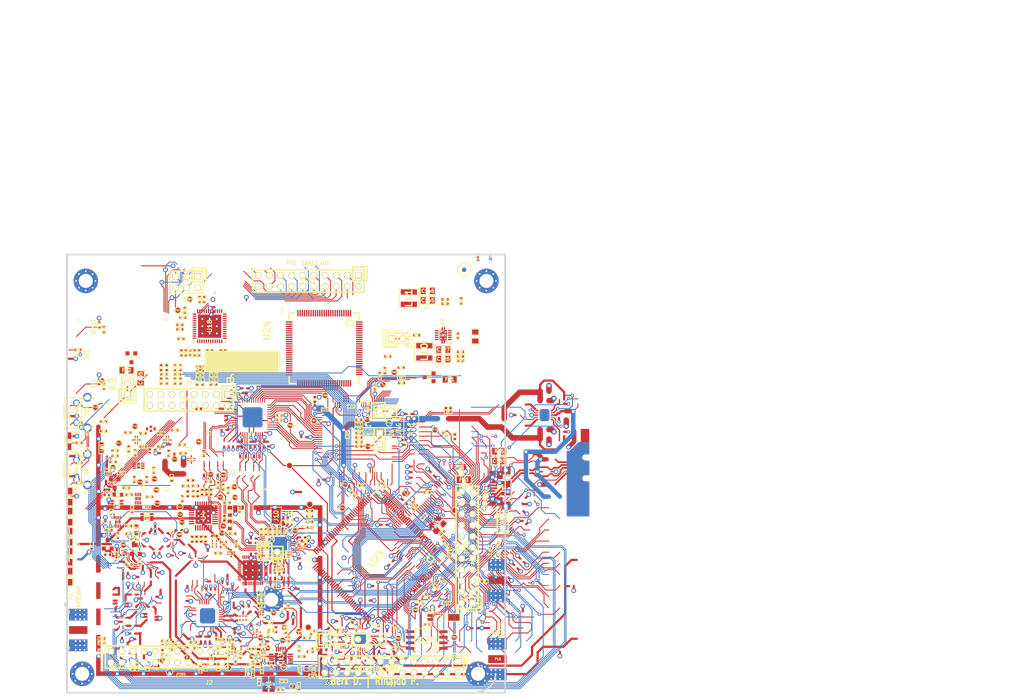
<source format=kicad_pcb>
(kicad_pcb (version 20211014) (generator pcbnew)
  (title_block (title "HackRF One") (date "2020-07-21") (rev "r6") (company "Copyright 2012-2020 Great Scott Gadgets") (comment 1 "Michael Ossmann") (comment 2 "Licensed under the CERN-OHL-P v2"))
  (layers (0 "F.Cu" signal "C1F") (1 "In1.Cu" signal "C2") (2 "In2.Cu" signal "C3") (31 "B.Cu" signal "C4B") (34 "B.Paste" user) (35 "F.Paste" user) (36 "B.SilkS" user "B.Silkscreen") (37 "F.SilkS" user "F.Silkscreen") (38 "B.Mask" user) (39 "F.Mask" user) (44 "Edge.Cuts" user))
  (net 0 "")
  (net 1 "!MIX_BYPASS")
  (net 2 "!RX_AMP_PWR")
  (net 3 "!TX_AMP_PWR")
  (net 4 "!VAA_ENABLE")
  (net 5 "/baseband/CLK0")
  (net 6 "/baseband/CLK1")
  (net 7 "/baseband/CLK2")
  (net 8 "/baseband/CLK3")
  (net 9 "/baseband/CLK5")
  (net 10 "/baseband/COM")
  (net 11 "/baseband/CPOUT+")
  (net 12 "/baseband/CPOUT-")
  (net 13 "/baseband/IA+")
  (net 14 "/baseband/IA-")
  (net 15 "/baseband/ID+")
  (net 16 "/baseband/ID-")
  (net 17 "/baseband/INTR")
  (net 18 "/baseband/OEB")
  (net 19 "/baseband/QA+")
  (net 20 "/baseband/QA-")
  (net 21 "/baseband/QD+")
  (net 22 "/baseband/QD-")
  (net 23 "/baseband/REFN")
  (net 24 "/baseband/REFP")
  (net 25 "/baseband/RXBBI+")
  (net 26 "/baseband/RXBBI-")
  (net 27 "/baseband/RXBBQ+")
  (net 28 "/baseband/RXBBQ-")
  (net 29 "/baseband/TXBBI+")
  (net 30 "/baseband/TXBBI-")
  (net 31 "/baseband/TXBBQ+")
  (net 32 "/baseband/TXBBQ-")
  (net 33 "/baseband/XA")
  (net 34 "/baseband/XB")
  (net 35 "/baseband/XCVR_CLKOUT")
  (net 36 "/baseband/XTAL2")
  (net 37 "/frontend/!ANT_BIAS")
  (net 38 "/frontend/REF_IN")
  (net 39 "/frontend/RX_AMP_OUT")
  (net 40 "/frontend/TX_AMP_IN")
  (net 41 "/frontend/TX_AMP_OUT")
  (net 42 "/mcu/usb/power/ADC0_0")
  (net 43 "/mcu/usb/power/ADC0_2")
  (net 44 "/mcu/usb/power/ADC0_5")
  (net 45 "/mcu/usb/power/ADC0_6")
  (net 46 "/mcu/usb/power/B1AUX13")
  (net 47 "/mcu/usb/power/B1AUX14")
  (net 48 "/mcu/usb/power/B2AUX1")
  (net 49 "/mcu/usb/power/B2AUX10")
  (net 50 "/mcu/usb/power/B2AUX11")
  (net 51 "/mcu/usb/power/B2AUX12")
  (net 52 "/mcu/usb/power/B2AUX13")
  (net 53 "/mcu/usb/power/B2AUX14")
  (net 54 "/mcu/usb/power/B2AUX15")
  (net 55 "/mcu/usb/power/B2AUX16")
  (net 56 "/mcu/usb/power/B2AUX2")
  (net 57 "/mcu/usb/power/B2AUX3")
  (net 58 "/mcu/usb/power/B2AUX4")
  (net 59 "/mcu/usb/power/B2AUX5")
  (net 60 "/mcu/usb/power/B2AUX6")
  (net 61 "/mcu/usb/power/B2AUX7")
  (net 62 "/mcu/usb/power/B2AUX8")
  (net 63 "/mcu/usb/power/B2AUX9")
  (net 64 "/mcu/usb/power/BANK2F3M1")
  (net 65 "/mcu/usb/power/BANK2F3M10")
  (net 66 "/mcu/usb/power/BANK2F3M11")
  (net 67 "/mcu/usb/power/BANK2F3M12")
  (net 68 "/mcu/usb/power/BANK2F3M14")
  (net 69 "/mcu/usb/power/BANK2F3M15")
  (net 70 "/mcu/usb/power/BANK2F3M16")
  (net 71 "/mcu/usb/power/BANK2F3M2")
  (net 72 "/mcu/usb/power/BANK2F3M3")
  (net 73 "/mcu/usb/power/BANK2F3M4")
  (net 74 "/mcu/usb/power/BANK2F3M5")
  (net 75 "/mcu/usb/power/BANK2F3M6")
  (net 76 "/mcu/usb/power/BANK2F3M7")
  (net 77 "/mcu/usb/power/BANK2F3M8")
  (net 78 "/mcu/usb/power/BANK2F3M9")
  (net 79 "/mcu/usb/power/CPLD_TCK")
  (net 80 "/mcu/usb/power/CPLD_TDI")
  (net 81 "/mcu/usb/power/CPLD_TDO")
  (net 82 "/mcu/usb/power/CPLD_TMS")
  (net 83 "/mcu/usb/power/DBGEN")
  (net 84 "/mcu/usb/power/DM")
  (net 85 "/mcu/usb/power/DP")
  (net 86 "/mcu/usb/power/EN1V8")
  (net 87 "/mcu/usb/power/GCK0")
  (net 88 "/mcu/usb/power/GPIO3_10")
  (net 89 "/mcu/usb/power/GPIO3_11")
  (net 90 "/mcu/usb/power/GPIO3_12")
  (net 91 "/mcu/usb/power/GPIO3_13")
  (net 92 "/mcu/usb/power/GPIO3_14")
  (net 93 "/mcu/usb/power/GPIO3_15")
  (net 94 "/mcu/usb/power/GPIO3_8")
  (net 95 "/mcu/usb/power/GPIO3_9")
  (net 96 "/mcu/usb/power/GP_CLKIN")
  (net 97 "/mcu/usb/power/I2C1_SCL")
  (net 98 "/mcu/usb/power/I2C1_SDA")
  (net 99 "/mcu/usb/power/I2S0_RX_MCLK")
  (net 100 "/mcu/usb/power/I2S0_RX_SCK")
  (net 101 "/mcu/usb/power/I2S0_RX_SDA")
  (net 102 "/mcu/usb/power/I2S0_RX_WS")
  (net 103 "/mcu/usb/power/I2S0_TX_MCLK")
  (net 104 "/mcu/usb/power/I2S0_TX_SCK")
  (net 105 "/mcu/usb/power/ISP")
  (net 106 "/mcu/usb/power/LED1")
  (net 107 "/mcu/usb/power/LED2")
  (net 108 "/mcu/usb/power/LED3")
  (net 109 "/mcu/usb/power/P1_1")
  (net 110 "/mcu/usb/power/P1_2")
  (net 111 "/mcu/usb/power/P2_13")
  (net 112 "/mcu/usb/power/P2_8")
  (net 113 "/mcu/usb/power/P2_9")
  (net 114 "/mcu/usb/power/REG_OUT1")
  (net 115 "/mcu/usb/power/REG_OUT2")
  (net 116 "/mcu/usb/power/RESET")
  (net 117 "/mcu/usb/power/RREF")
  (net 118 "/mcu/usb/power/RTCX1")
  (net 119 "/mcu/usb/power/RTCX2")
  (net 120 "/mcu/usb/power/RTC_ALARM")
  (net 121 "/mcu/usb/power/SD_CD")
  (net 122 "/mcu/usb/power/SD_CLK")
  (net 123 "/mcu/usb/power/SD_CMD")
  (net 124 "/mcu/usb/power/SD_DAT0")
  (net 125 "/mcu/usb/power/SD_DAT1")
  (net 126 "/mcu/usb/power/SD_DAT2")
  (net 127 "/mcu/usb/power/SD_DAT3")
  (net 128 "/mcu/usb/power/SD_POW")
  (net 129 "/mcu/usb/power/SD_VOLT0")
  (net 130 "/mcu/usb/power/SGPIO0")
  (net 131 "/mcu/usb/power/SGPIO1")
  (net 132 "/mcu/usb/power/SGPIO10")
  (net 133 "/mcu/usb/power/SGPIO11")
  (net 134 "/mcu/usb/power/SGPIO12")
  (net 135 "/mcu/usb/power/SGPIO13")
  (net 136 "/mcu/usb/power/SGPIO14")
  (net 137 "/mcu/usb/power/SGPIO15")
  (net 138 "/mcu/usb/power/SGPIO2")
  (net 139 "/mcu/usb/power/SGPIO3")
  (net 140 "/mcu/usb/power/SGPIO4")
  (net 141 "/mcu/usb/power/SGPIO5")
  (net 142 "/mcu/usb/power/SGPIO6")
  (net 143 "/mcu/usb/power/SGPIO7")
  (net 144 "/mcu/usb/power/SGPIO9")
  (net 145 "/mcu/usb/power/SPIFI_CS")
  (net 146 "/mcu/usb/power/SPIFI_CIPO")
  (net 147 "/mcu/usb/power/SPIFI_COPI")
  (net 148 "/mcu/usb/power/SPIFI_SCK")
  (net 149 "/mcu/usb/power/SPIFI_SIO2")
  (net 150 "/mcu/usb/power/SPIFI_SIO3")
  (net 151 "/mcu/usb/power/TCK")
  (net 152 "/mcu/usb/power/TDI")
  (net 153 "/mcu/usb/power/TDO")
  (net 154 "/mcu/usb/power/TMS")
  (net 155 "/mcu/usb/power/U0_RXD")
  (net 156 "/mcu/usb/power/U0_TXD")
  (net 157 "/mcu/usb/power/USB_SHIELD")
  (net 158 "/mcu/usb/power/VBAT")
  (net 159 "/mcu/usb/power/VBUS")
  (net 160 "/mcu/usb/power/VBUSCTRL")
  (net 161 "/mcu/usb/power/VIN")
  (net 162 "/mcu/usb/power/VREGMODE")
  (net 163 "/mcu/usb/power/WAKEUP")
  (net 164 "/mcu/usb/power/XTAL1")
  (net 165 "/mcu/usb/power/XTAL2")
  (net 166 "AMP_BYPASS")
  (net 167 "CLK6")
  (net 168 "CLKIN")
  (net 169 "CLKOUT")
  (net 170 "CS_AD")
  (net 171 "CS_XCVR")
  (net 172 "DA0")
  (net 173 "DA1")
  (net 174 "DA2")
  (net 175 "DA3")
  (net 176 "DA4")
  (net 177 "DA5")
  (net 178 "DA6")
  (net 179 "DA7")
  (net 180 "DD0")
  (net 181 "DD1")
  (net 182 "DD2")
  (net 183 "DD3")
  (net 184 "DD4")
  (net 185 "DD5")
  (net 186 "DD6")
  (net 187 "DD7")
  (net 188 "DD8")
  (net 189 "DD9")
  (net 190 "GCK1")
  (net 191 "GCK2")
  (net 192 "GND")
  (net 193 "HP")
  (net 194 "LP")
  (net 195 "MCU_CLK")
  (net 196 "MIXER_ENX")
  (net 197 "MIXER_RESETX")
  (net 198 "MIXER_SCLK")
  (net 199 "MIXER_SDATA")
  (net 200 "MIX_BYPASS")
  (net 201 "MIX_CLK")
  (net 202 "RSSI")
  (net 203 "RX")
  (net 204 "RXENABLE")
  (net 205 "RX_AMP")
  (net 206 "RX_IF")
  (net 207 "RX_MIX_BP")
  (net 208 "SCL")
  (net 209 "SDA")
  (net 210 "SGPIO_CLK")
  (net 211 "SSP1_CIPO")
  (net 212 "SSP1_COPI")
  (net 213 "SSP1_SCK")
  (net 214 "TXENABLE")
  (net 215 "TX_AMP")
  (net 216 "TX_IF")
  (net 217 "TX_MIX_BP")
  (net 218 "VAA")
  (net 219 "VCC")
  (net 220 "XCVR_EN")
  (net 221 "Net-(C8-Pad2)")
  (net 222 "Net-(C9-Pad2)")
  (net 223 "Net-(C9-Pad1)")
  (net 224 "Net-(C12-Pad1)")
  (net 225 "Net-(C13-Pad1)")
  (net 226 "Net-(C14-Pad2)")
  (net 227 "Net-(C14-Pad1)")
  (net 228 "Net-(C15-Pad2)")
  (net 229 "Net-(C17-Pad2)")
  (net 230 "Net-(C17-Pad1)")
  (net 231 "Net-(C18-Pad2)")
  (net 232 "Net-(C18-Pad1)")
  (net 233 "Net-(C20-Pad2)")
  (net 234 "Net-(C20-Pad1)")
  (net 235 "Net-(C21-Pad2)")
  (net 236 "Net-(C21-Pad1)")
  (net 237 "Net-(C23-Pad2)")
  (net 238 "Net-(C23-Pad1)")
  (net 239 "Net-(C25-Pad1)")
  (net 240 "Net-(C26-Pad2)")
  (net 241 "Net-(C26-Pad1)")
  (net 242 "Net-(C27-Pad2)")
  (net 243 "Net-(C27-Pad1)")
  (net 244 "Net-(C28-Pad2)")
  (net 245 "Net-(C28-Pad1)")
  (net 246 "Net-(C31-Pad2)")
  (net 247 "Net-(C31-Pad1)")
  (net 248 "Net-(C32-Pad2)")
  (net 249 "Net-(C32-Pad1)")
  (net 250 "Net-(C43-Pad2)")
  (net 251 "Net-(C43-Pad1)")
  (net 252 "Net-(C44-Pad2)")
  (net 253 "Net-(C44-Pad1)")
  (net 254 "Net-(C46-Pad2)")
  (net 255 "Net-(C46-Pad1)")
  (net 256 "Net-(C48-Pad1)")
  (net 257 "Net-(C49-Pad2)")
  (net 258 "Net-(C50-Pad1)")
  (net 259 "Net-(C51-Pad2)")
  (net 260 "Net-(C51-Pad1)")
  (net 261 "Net-(C163-Pad2)")
  (net 262 "Net-(C58-Pad2)")
  (net 263 "Net-(C59-Pad2)")
  (net 264 "Net-(C61-Pad2)")
  (net 265 "Net-(C61-Pad1)")
  (net 266 "Net-(C62-Pad2)")
  (net 267 "Net-(C64-Pad2)")
  (net 268 "Net-(C64-Pad1)")
  (net 269 "Net-(C99-Pad2)")
  (net 270 "Net-(C99-Pad1)")
  (net 271 "Net-(C102-Pad2)")
  (net 272 "Net-(C102-Pad1)")
  (net 273 "Net-(C104-Pad2)")
  (net 274 "Net-(C104-Pad1)")
  (net 275 "Net-(C105-Pad1)")
  (net 276 "Net-(C106-Pad1)")
  (net 277 "Net-(C111-Pad2)")
  (net 278 "Net-(C111-Pad1)")
  (net 279 "Net-(C114-Pad2)")
  (net 280 "Net-(C114-Pad1)")
  (net 281 "Net-(C125-Pad2)")
  (net 282 "Net-(C160-Pad1)")
  (net 283 "Net-(D2-Pad2)")
  (net 284 "Net-(D4-Pad2)")
  (net 285 "Net-(D5-Pad2)")
  (net 286 "Net-(D6-Pad2)")
  (net 287 "Net-(D7-Pad2)")
  (net 288 "Net-(D8-Pad2)")
  (net 289 "Net-(FB1-Pad1)")
  (net 290 "Net-(FB2-Pad1)")
  (net 291 "Net-(FB3-Pad1)")
  (net 292 "Net-(J1-Pad4)")
  (net 293 "Net-(J1-Pad3)")
  (net 294 "Net-(J1-Pad2)")
  (net 295 "Net-(L1-Pad2)")
  (net 296 "Net-(L1-Pad1)")
  (net 297 "Net-(L2-Pad1)")
  (net 298 "Net-(L3-Pad1)")
  (net 299 "Net-(L10-Pad1)")
  (net 300 "Net-(L11-Pad2)")
  (net 301 "Net-(L13-Pad1)")
  (net 302 "Net-(P6-Pad1)")
  (net 303 "Net-(P7-Pad1)")
  (net 304 "Net-(P17-Pad1)")
  (net 305 "Net-(P19-Pad1)")
  (net 306 "Net-(P24-Pad1)")
  (net 307 "Net-(R4-Pad2)")
  (net 308 "Net-(R30-Pad2)")
  (net 309 "Net-(R19-Pad2)")
  (net 310 "Net-(R51-Pad1)")
  (net 311 "Net-(R52-Pad2)")
  (net 312 "Net-(R55-Pad2)")
  (net 313 "Net-(R62-Pad1)")
  (net 314 "/frontend/RX_AMP_IN")
  (net 315 "+1V8")
  (footprint "gsg-modules:LTST-S220" (layer "F.Cu") (at 57.403996 148.793204 -90)
    (fp_text reference "D6")
    (fp_text value "TXLED" hide)
  )
  (footprint "gsg-modules:LTST-S220" (layer "F.Cu") (at 57.403996 139.649204 -90)
    (fp_text reference "D4")
    (fp_text value "USBLED" hide)
  )
  (footprint "gsg-modules:LTST-S220" (layer "F.Cu") (at 57.403996 130.505204 -90)
    (fp_text reference "D8")
    (fp_text value "1V8LED" hide)
  )
  (footprint "gsg-modules:LTST-S220" (layer "F.Cu") (at 57.403996 144.221204 -90)
    (fp_text reference "D5")
    (fp_text value "RXLED" hide)
  )
  (footprint "gsg-modules:LTST-S220" (layer "F.Cu") (at 57.403996 135.077204 -90)
    (fp_text reference "D2")
    (fp_text value "VAALED" hide)
  )
  (footprint "GSG-TESTPOINT-30MIL-MASKONLY" (layer "F.Cu") (at 84.482816 119.67048)
    (fp_text reference "TESTPOINT-30MIL-MASKONLY" hide)
    (fp_text value "VAL**" hide)
  )
  (footprint "GSG-TESTPOINT-30MIL-MASKONLY" (layer "F.Cu") (at 79.273396 128.8288)
    (fp_text reference "TESTPOINT-30MIL-MASKONLY" hide)
    (fp_text value "VAL**" hide)
  )
  (footprint "GSG-TESTPOINT-30MIL-MASKONLY" (layer "F.Cu") (at 70.743956 121.38498)
    (fp_text reference "TESTPOINT-30MIL-MASKONLY" hide)
    (fp_text value "VAL**" hide)
  )
  (footprint "GSG-TESTPOINT-30MIL-MASKONLY" (layer "F.Cu") (at 69.222496 123.323)
    (fp_text reference "TESTPOINT-30MIL-MASKONLY" hide)
    (fp_text value "VAL**" hide)
  )
  (footprint "GSG-TESTPOINT-30MIL-MASKONLY" (layer "F.Cu") (at 88.950796 116.1034)
    (fp_text reference "TESTPOINT-30MIL-MASKONLY" hide)
    (fp_text value "VAL**" hide)
  )
  (footprint "GSG-TESTPOINT-30MIL-MASKONLY" (layer "F.Cu") (at 80.568796 138.5316)
    (fp_text reference "TESTPOINT-30MIL-MASKONLY" hide)
    (fp_text value "VAL**" hide)
  )
  (footprint "GSG-TESTPOINT-30MIL-MASKONLY" (layer "F.Cu") (at 70.507736 135.0197)
    (fp_text reference "TESTPOINT-30MIL-MASKONLY" hide)
    (fp_text value "VAL**" hide)
  )
  (footprint "GSG-TESTPOINT-30MIL-MASKONLY" (layer "F.Cu") (at 74.200896 128.53254)
    (fp_text reference "TESTPOINT-30MIL-MASKONLY" hide)
    (fp_text value "VAL**" hide)
  )
  (footprint "GSG-TESTPOINT-30MIL-MASKONLY" (layer "F.Cu") (at 110.052996 161.704944)
    (fp_text reference "TESTPOINT-30MIL-MASKONLY" hide)
    (fp_text value "VAL**" hide)
  )
  (footprint "GSG-TESTPOINT-30MIL-MASKONLY" (layer "F.Cu") (at 100.246056 168.753444)
    (fp_text reference "TESTPOINT-30MIL-MASKONLY" hide)
    (fp_text value "VAL**" hide)
  )
  (footprint "GSG-TESTPOINT-30MIL-MASKONLY" (layer "F.Cu") (at 100.385756 165.329524)
    (fp_text reference "TESTPOINT-30MIL-MASKONLY" hide)
    (fp_text value "VAL**" hide)
  )
  (footprint "GSG-TESTPOINT-30MIL-MASKONLY" (layer "F.Cu") (at 96.184596 143.43472)
    (fp_text reference "TESTPOINT-30MIL-MASKONLY" hide)
    (fp_text value "VAL**" hide)
  )
  (footprint "GSG-TESTPOINT-30MIL-MASKONLY" (layer "F.Cu") (at 74.835896 124.88256)
    (fp_text reference "TESTPOINT-30MIL-MASKONLY" hide)
    (fp_text value "VAL**" hide)
  )
  (footprint "GSG-TESTPOINT-30MIL-MASKONLY" (layer "F.Cu") (at 90.92184 163.01466 90)
    (fp_text reference "TESTPOINT-30MIL-MASKONLY" hide)
    (fp_text value "VAL**" hide)
  )
  (footprint "GSG-TESTPOINT-30MIL-MASKONLY" (layer "F.Cu") (at 94.531056 124.8597)
    (fp_text reference "TESTPOINT-30MIL-MASKONLY" hide)
    (fp_text value "VAL**" hide)
  )
  (footprint "GSG-TESTPOINT-30MIL-MASKONLY" (layer "F.Cu") (at 85.7758 169.26052 90)
    (fp_text reference "TESTPOINT-30MIL-MASKONLY" hide)
    (fp_text value "VAL**" hide)
  )
  (footprint "GSG-TESTPOINT-30MIL-MASKONLY" (layer "F.Cu") (at 103.12654 159.13354)
    (fp_text reference "TESTPOINT-30MIL-MASKONLY" hide)
    (fp_text value "VAL**" hide)
  )
  (footprint "gsg-modules:LTST-S220" (layer "F.Cu") (at 57.133996 117.855204 -90)
    (fp_text reference "D7")
    (fp_text value "VCCLED" hide)
  )
  (footprint "GSG-MARK1MM" (layer "F.Cu") (at 147.32 78.74)
    (fp_text reference "MARK1MM" hide)
    (fp_text value "VAL**" hide)
  )
  (footprint "hackrf:GSG-0402" (layer "F.Cu") (at 86.265196 140.2182 -90)
    (fp_text reference "C1")
    (fp_text value "33pF" hide)
  )
  (footprint "hackrf:GSG-0402" (layer "F.Cu") (at 85.249196 140.2182 -90)
    (fp_text reference "C2")
    (fp_text value "10nF" hide)
  )
  (footprint "hackrf:GSG-0402" (layer "F.Cu") (at 88.297196 140.2182 -90)
    (fp_text reference "C3")
    (fp_text value "33pF" hide)
  )
  (footprint "hackrf:GSG-0402" (layer "F.Cu") (at 87.281196 140.2182 -90)
    (fp_text reference "C4")
    (fp_text value "10nF" hide)
  )
  (footprint "hackrf:GSG-0402" (layer "F.Cu") (at 87.509796 129.4994 90)
    (fp_text reference "C5")
    (fp_text value "33pF" hide)
  )
  (footprint "hackrf:GSG-0402" (layer "F.Cu") (at 88.525796 129.4994 90)
    (fp_text reference "C6")
    (fp_text value "10nF" hide)
  )
  (footprint "hackrf:GSG-0402" (layer "F.Cu") (at 103.217996 168.531404 180)
    (fp_text reference "C7")
    (fp_text value "33pF" hide)
  )
  (footprint "hackrf:GSG-0402" (layer "F.Cu") (at 104.3305 160.8709 -90)
    (fp_text reference "C8")
    (fp_text value "22pF" hide)
  )
  (footprint "hackrf:GSG-0402" (layer "F.Cu") (at 80.568796 126.3396 90)
    (fp_text reference "C9")
    (fp_text value "100nF" hide)
  )
  (footprint "hackrf:GSG-0402" (layer "F.Cu") (at 83.149596 120.653)
    (fp_text reference "C10")
    (fp_text value "10nF" hide)
  )
  (footprint "hackrf:GSG-0402" (layer "F.Cu") (at 79.882596 120.6336 90)
    (fp_text reference "C11")
    (fp_text value "33pF" hide)
  )
  (footprint "hackrf:GSG-0402" (layer "F.Cu") (at 82.963196 130.998 -90)
    (fp_text reference "C12")
    (fp_text value "330pF" hide)
  )
  (footprint "hackrf:GSG-0402" (layer "F.Cu") (at 83.725196 128.077 180)
    (fp_text reference "C13")
    (fp_text value "330pF" hide)
  )
  (footprint "hackrf:GSG-0402" (layer "F.Cu") (at 85.503196 129.855 90)
    (fp_text reference "C14")
    (fp_text value "8p2" hide)
  )
  (footprint "hackrf:GSG-0402" (layer "F.Cu") (at 86.011196 128.077)
    (fp_text reference "C15")
    (fp_text value "180pF" hide)
  )
  (footprint "hackrf:GSG-0402" (layer "F.Cu") (at 95.6528 165.9914 180)
    (fp_text reference "C16")
    (fp_text value "10nF" hide)
  )
  (footprint "hackrf:GSG-0402" (layer "F.Cu") (at 78.104596 119.1096)
    (fp_text reference "C17")
    (fp_text value "100nF" hide)
  )
  (footprint "hackrf:GSG-0402" (layer "F.Cu") (at 74.040596 119.1096)
    (fp_text reference "C18")
    (fp_text value "100nF" hide)
  )
  (footprint "hackrf:GSG-0402" (layer "F.Cu") (at 72.262596 120.5066 90)
    (fp_text reference "C19")
    (fp_text value "10nF" hide)
  )
  (footprint "hackrf:GSG-0402" (layer "F.Cu") (at 82.976596 118.7002)
    (fp_text reference "C20")
    (fp_text value "100nF" hide)
  )
  (footprint "hackrf:GSG-0402" (layer "F.Cu") (at 98.572196 165.334604 180)
    (fp_text reference "C21")
    (fp_text value "22pF" hide)
  )
  (footprint "hackrf:GSG-0402" (layer "F.Cu") (at 91.141996 143.444)
    (fp_text reference "C22")
    (fp_text value "10nF" hide)
  )
  (footprint "hackrf:GSG-0402" (layer "F.Cu") (at 82.677 171.2214 180)
    (fp_text reference "C23")
    (fp_text value "100nF" hide)
  )
  (footprint "hackrf:GSG-0402" (layer "F.Cu") (at 87.848596 120.653 -90)
    (fp_text reference "C24")
    (fp_text value "33pF" hide)
  )
  (footprint "hackrf:GSG-0402" (layer "F.Cu") (at 92.361196 140.904)
    (fp_text reference "C25")
    (fp_text value "100nF" hide)
  )
  (footprint "hackrf:GSG-0402" (layer "F.Cu") (at 74.040596 116.0616 180)
    (fp_text reference "C26")
    (fp_text value "47pF" hide)
  )
  (footprint "hackrf:GSG-0402" (layer "F.Cu") (at 78.104596 116.0616)
    (fp_text reference "C27")
    (fp_text value "47pF" hide)
  )
  (footprint "hackrf:GSG-0402" (layer "F.Cu") (at 92.361196 142.047)
    (fp_text reference "C28")
    (fp_text value "100nF" hide)
  )
  (footprint "hackrf:GSG-0402" (layer "F.Cu") (at 70.586196 115.8838 180)
    (fp_text reference "C29")
    (fp_text value "33pF" hide)
  )
  (footprint "hackrf:GSG-0402" (layer "F.Cu") (at 81.268796 115.3714)
    (fp_text reference "C30")
    (fp_text value "10nF" hide)
  )
  (footprint "hackrf:GSG-0402" (layer "F.Cu") (at 70.763996 119.6176 90)
    (fp_text reference "C31")
    (fp_text value "100nF" hide)
  )
  (footprint "hackrf:GSG-0402" (layer "F.Cu") (at 98.572196 168.763604 180)
    (fp_text reference "C32")
    (fp_text value "22pF" hide)
  )
  (footprint "hackrf:GSG-0402" (layer "F.Cu") (at 95.282196 141.3104 90)
    (fp_text reference "C33")
    (fp_text value "33pF" hide)
  )
  (footprint "hackrf:GSG-0402" (layer "F.Cu") (at 93.478796 129.093 90)
    (fp_text reference "C34")
    (fp_text value "33pF" hide)
  )
  (footprint "hackrf:GSG-0402" (layer "F.Cu") (at 92.335796 128.331 90)
    (fp_text reference "C35")
    (fp_text value "33pF" hide)
  )
  (footprint "hackrf:GSG-0402" (layer "F.Cu") (at 91.192796 127.95 90)
    (fp_text reference "C36")
    (fp_text value "33pF" hide)
  )
  (footprint "hackrf:GSG-0402" (layer "F.Cu") (at 88.906796 127.0864 180)
    (fp_text reference "C37")
    (fp_text value "33pF" hide)
  )
  (footprint "hackrf:GSG-0402" (layer "F.Cu") (at 67.614396 119.9986)
    (fp_text reference "C38")
    (fp_text value "33pF" hide)
  )
  (footprint "hackrf:GSG-0402" (layer "F.Cu") (at 76.474196 124.5168 90)
    (fp_text reference "C39")
    (fp_text value "33pF" hide)
  )
  (footprint "hackrf:GSG-0402" (layer "F.Cu") (at 67.614396 121.2432)
    (fp_text reference "C40")
    (fp_text value "33pF" hide)
  )
  (footprint "hackrf:GSG-0402" (layer "F.Cu") (at 94.494796 138.999)
    (fp_text reference "C41")
    (fp_text value "100pF" hide)
  )
  (footprint "hackrf:GSG-0402" (layer "F.Cu") (at 93.224796 131.887 180)
    (fp_text reference "C42")
    (fp_text value "100pF" hide)
  )
  (footprint "hackrf:GSG-0402" (layer "F.Cu") (at 67.177796 122.5864 180)
    (fp_text reference "C43")
    (fp_text value "22pF" hide)
  )
  (footprint "hackrf:GSG-0402" (layer "F.Cu") (at 74.848596 126.5996 90)
    (fp_text reference "C44")
    (fp_text value "100nF" hide)
  )
  (footprint "hackrf:GSG-0402" (layer "F.Cu") (at 87.1474 169.9006 90)
    (fp_text reference "C45")
    (fp_text value "33pF" hide)
  )
  (footprint "hackrf:GSG-0402" (layer "F.Cu") (at 88.2904 169.4434 -90)
    (fp_text reference "C46")
    (fp_text value "100nF" hide)
  )
  (footprint "hackrf:GSG-0402" (layer "F.Cu") (at 102.5779 161.9885 90)
    (fp_text reference "C47")
    (fp_text value "33pF" hide)
  )
  (footprint "hackrf:GSG-0402" (layer "F.Cu") (at 85.4964 163.7538 180)
    (fp_text reference "C48")
    (fp_text value "22pF" hide)
  )
  (footprint "hackrf:GSG-0402" (layer "F.Cu") (at 96.018796 133.411 -90)
    (fp_text reference "C49")
    (fp_text value "100nF" hide)
  )
  (footprint "hackrf:GSG-0402" (layer "F.Cu") (at 70.846796 130.0914)
    (fp_text reference "C50")
    (fp_text value "100nF" hide)
  )
  (footprint "hackrf:GSG-0402" (layer "F.Cu") (at 90.9302 165.7498 -90)
    (fp_text reference "C51")
    (fp_text value "22pF" hide)
  )
  (footprint "hackrf:GSG-0402" (layer "F.Cu") (at 65.766796 130.0914 180)
    (fp_text reference "C52")
    (fp_text value "100pF" hide)
  )
  (footprint "hackrf:GSG-0402" (layer "F.Cu") (at 66.116196 125.1712 180)
    (fp_text reference "C53")
    (fp_text value "1uF" hide)
  )
  (footprint "hackrf:GSG-0402" (layer "F.Cu") (at 91.1606 169.3672 -90)
    (fp_text reference "C54")
    (fp_text value "10nF" hide)
  )
  (footprint "hackrf:GSG-0402" (layer "F.Cu") (at 75.545796 130.5994)
    (fp_text reference "C55")
    (fp_text value "33pF" hide)
  )
  (footprint "hackrf:GSG-0402" (layer "F.Cu") (at 86.36 165.1 180)
    (fp_text reference "C56")
    (fp_text value "10nF" hide)
  )
  (footprint "hackrf:GSG-0402" (layer "F.Cu") (at 72.003796 126.5996 90)
    (fp_text reference "C57")
    (fp_text value "33pF" hide)
  )
  (footprint "hackrf:GSG-0402" (layer "F.Cu") (at 66.782796 134.2824 90)
    (fp_text reference "C58")
    (fp_text value "100nF" hide)
  )
  (footprint "hackrf:GSG-0402" (layer "F.Cu") (at 74.910796 132.8854)
    (fp_text reference "C59")
    (fp_text value "100nF" hide)
  )
  (footprint "hackrf:GSG-0402" (layer "F.Cu") (at 70.211796 128.5674)
    (fp_text reference "C60")
    (fp_text value "33pF" hide)
  )
  (footprint "hackrf:GSG-0402" (layer "F.Cu") (at 71.532596 133.495 90)
    (fp_text reference "C61")
    (fp_text value "100nF" hide)
  )
  (footprint "hackrf:GSG-0402" (layer "F.Cu") (at 70.719796 137.2034)
    (fp_text reference "C62")
    (fp_text value "100nF" hide)
  )
  (footprint "hackrf:GSG-0402" (layer "F.Cu") (at 68.255996 139.4132 -90)
    (fp_text reference "C63")
    (fp_text value "33pF" hide)
  )
  (footprint "hackrf:GSG-0402" (layer "F.Cu") (at 66.268796 138.1714 180)
    (fp_text reference "C64")
    (fp_text value "100nF" hide)
  )
  (footprint "hackrf:GSG-0402" (layer "F.Cu") (at 65.004796 115.546196)
    (fp_text reference "C65")
    (fp_text value "33pF" hide)
  )
  (footprint "hackrf:GSG-0402" (layer "F.Cu") (at 65.004796 113.387196)
    (fp_text reference "C66")
    (fp_text value "33pF" hide)
  )
  (footprint "hackrf:GSG-0402" (layer "F.Cu") (at 99.102075 168.884404 -90)
    (fp_text reference "C67")
    (fp_text value "33pF" hide)
  )
  (footprint "hackrf:GSG-0402" (layer "F.Cu") (at 91.8504 163.140921 180)
    (fp_text reference "C68")
    (fp_text value "100pF" hide)
  )
  (footprint "hackrf:GSG-0402" (layer "F.Cu") (at 101.387379 164.3293)
    (fp_text reference "C69")
    (fp_text value "100pF" hide)
  )
  (footprint "hackrf:GSG-0402" (layer "F.Cu") (at 99.102075 170.916404 -90)
    (fp_text reference "C70")
    (fp_text value "100pF" hide)
  )
  (footprint "hackrf:GSG-0402" (layer "F.Cu") (at 86.8172 97.7138 -90)
    (fp_text reference "C71")
    (fp_text value "100nF" hide)
  )
  (footprint "hackrf:GSG-0402" (layer "F.Cu") (at 85.8012 97.7138 -90)
    (fp_text reference "C72")
    (fp_text value "2.2uF" hide)
  )
  (footprint "hackrf:GSG-0402" (layer "F.Cu") (at 89.7382 97.7138 -90)
    (fp_text reference "C73")
    (fp_text value "100nF" hide)
  )
  (footprint "hackrf:GSG-0402" (layer "F.Cu") (at 88.7222 97.7138 -90)
    (fp_text reference "C74")
    (fp_text value "2.2uF" hide)
  )
  (footprint "hackrf:GSG-0402" (layer "F.Cu") (at 91.7702 97.7138 -90)
    (fp_text reference "C75")
    (fp_text value "100nF" hide)
  )
  (footprint "hackrf:GSG-0402" (layer "F.Cu") (at 92.7862 97.7138 -90)
    (fp_text reference "C76")
    (fp_text value "2.2uF" hide)
  )
  (footprint "hackrf:GSG-0402" (layer "F.Cu") (at 87.9602 85.5218 90)
    (fp_text reference "C77")
    (fp_text value "100nF" hide)
  )
  (footprint "hackrf:GSG-0402" (layer "F.Cu") (at 86.9442 85.5218 90)
    (fp_text reference "C78")
    (fp_text value "2.2uF" hide)
  )
  (footprint "hackrf:GSG-0402" (layer "F.Cu") (at 83.0707 89.6493 180)
    (fp_text reference "C79")
    (fp_text value "100nF" hide)
  )
  (footprint "hackrf:GSG-0402" (layer "F.Cu") (at 83.5787 87.9983 90)
    (fp_text reference "C80")
    (fp_text value "2.2uF" hide)
  )
  (footprint "hackrf:GSG-0402" (layer "F.Cu") (at 82.4357 92.3163 180)
    (fp_text reference "C81")
    (fp_text value "100nF" hide)
  )
  (footprint "hackrf:GSG-0402" (layer "F.Cu") (at 82.4357 91.3003 180)
    (fp_text reference "C82")
    (fp_text value "2.2uF" hide)
  )
  (footprint "hackrf:GSG-0402" (layer "F.Cu") (at 82.6897 94.4753 180)
    (fp_text reference "C83")
    (fp_text value "100nF" hide)
  )
  (footprint "hackrf:GSG-0402" (layer "F.Cu") (at 78.9813 166.5097)
    (fp_text reference "C84")
    (fp_text value "22pF" hide)
  )
  (footprint "hackrf:GSG-0402" (layer "F.Cu") (at 78.9813 163.4617)
    (fp_text reference "C85")
    (fp_text value "22pF" hide)
  )
  (footprint "hackrf:GSG-0402" (layer "F.Cu") (at 104.14 150.622 -90)
    (fp_text reference "C86")
    (fp_text value "22pF" hide)
  )
  (footprint "hackrf:GSG-0402" (layer "F.Cu") (at 104.648 147.32)
    (fp_text reference "C87")
    (fp_text value "10nF" hide)
  )
  (footprint "hackrf:GSG-0402" (layer "F.Cu") (at 105.41 146.304)
    (fp_text reference "C88")
    (fp_text value "10nF" hide)
  )
  (footprint "hackrf:GSG-0402" (layer "F.Cu") (at 104.648 145.288)
    (fp_text reference "C89")
    (fp_text value "10nF" hide)
  )
  (footprint "hackrf:GSG-0402" (layer "F.Cu") (at 100.33 141.732 90)
    (fp_text reference "C90")
    (fp_text value "100pF" hide)
  )
  (footprint "hackrf:GSG-0402" (layer "F.Cu") (at 101.346 141.732 90)
    (fp_text reference "C91")
    (fp_text value "100nF" hide)
  )
  (footprint "hackrf:GSG-0402" (layer "F.Cu") (at 71.6153 169.4307 -90)
    (fp_text reference "C92")
    (fp_text value "10nF" hide)
  )
  (footprint "hackrf:GSG-0402" (layer "F.Cu") (at 72.6313 169.4307 -90)
    (fp_text reference "C93")
    (fp_text value "10nF" hide)
  )
  (footprint "hackrf:GSG-0402" (layer "F.Cu") (at 75.0443 169.4307 -90)
    (fp_text reference "C94")
    (fp_text value "22pF" hide)
  )
  (footprint "hackrf:GSG-0402" (layer "F.Cu") (at 78.7908 102.616)
    (fp_text reference "C95")
    (fp_text value "22pF" hide)
  )
  (footprint "hackrf:GSG-0402" (layer "F.Cu") (at 81.915 102.616)
    (fp_text reference "C96")
    (fp_text value "22pF" hide)
  )
  (footprint "hackrf:GSG-0402" (layer "F.Cu") (at 82.7532 97.7138 -90)
    (fp_text reference "C97")
    (fp_text value "330nF" hide)
  )
  (footprint "hackrf:GSG-0402" (layer "F.Cu") (at 83.7692 97.7138 -90)
    (fp_text reference "C98")
    (fp_text value "330nF" hide)
  )
  (footprint "hackrf:GSG-0402" (layer "F.Cu") (at 79.9973 165.4937)
    (fp_text reference "C99")
    (fp_text value "22pF" hide)
  )
  (footprint "hackrf:GSG-0402" (layer "F.Cu") (at 84.7852 97.7138 -90)
    (fp_text reference "C100")
    (fp_text value "330nF" hide)
  )
  (footprint "hackrf:GSG-0402" (layer "F.Cu") (at 86.9823 102.8573)
    (fp_text reference "C101")
    (fp_text value "22pF" hide)
  )
  (footprint "hackrf:GSG-0402" (layer "F.Cu") (at 79.9973 164.4777)
    (fp_text reference "C102")
    (fp_text value "22pF" hide)
  )
  (footprint "hackrf:GSG-0402" (layer "F.Cu") (at 90.1065 102.8573)
    (fp_text reference "C103")
    (fp_text value "22pF" hide)
  )
  (footprint "hackrf:GSG-0402" (layer "F.Cu") (at 100.457 153.924 -90)
    (fp_text reference "C104")
    (fp_text value "3pF" hide)
  )
  (footprint "hackrf:GSG-0805" (layer "F.Cu") (at 73.4874 103.5084 90)
    (fp_text reference "C105")
    (fp_text value "10uF" hide)
  )
  (footprint "hackrf:GSG-0402" (layer "F.Cu") (at 102.362 141.732 90)
    (fp_text reference "C106")
    (fp_text value "1uF" hide)
  )
  (footprint "hackrf:GSG-0402" (layer "F.Cu") (at 90.805 101.3206 90)
    (fp_text reference "C107")
    (fp_text value "22pF" hide)
  )
  (footprint "hackrf:GSG-0402" (layer "F.Cu") (at 89.535 101.3206 90)
    (fp_text reference "C108")
    (fp_text value "22pF" hide)
  )
  (footprint "hackrf:GSG-0402" (layer "F.Cu") (at 87.6808 101.3206 90)
    (fp_text reference "C109")
    (fp_text value "22pF" hide)
  )
  (footprint "hackrf:GSG-0402" (layer "F.Cu") (at 86.4108 101.3206 90)
    (fp_text reference "C110")
    (fp_text value "22pF" hide)
  )
  (footprint "hackrf:GSG-0402" (layer "F.Cu") (at 101.473 153.924 -90)
    (fp_text reference "C111")
    (fp_text value "3pF" hide)
  )
  (footprint "hackrf:GSG-0402" (layer "F.Cu") (at 104.14 143.764 -90)
    (fp_text reference "C112")
    (fp_text value "180pF" hide)
  )
  (footprint "hackrf:GSG-0402" (layer "F.Cu") (at 101.173075 170.054004 -90)
    (fp_text reference "C113")
    (fp_text value "100nF" hide)
  )
  (footprint "hackrf:GSG-0402" (layer "F.Cu") (at 107.188 143.764 -90)
    (fp_text reference "C114")
    (fp_text value "3.3nF" hide)
  )
  (footprint "hackrf:GSG-0402" (layer "F.Cu") (at 100.836075 166.202204 180)
    (fp_text reference "C115")
    (fp_text value "33pF" hide)
  )
  (footprint "hackrf:GSG-0402" (layer "F.Cu") (at 98.880275 165.135404 180)
    (fp_text reference "C116")
    (fp_text value "47pF" hide)
  )
  (footprint "hackrf:GSG-0402" (layer "F.Cu") (at 138.921875 159.688004 180)
    (fp_text reference "C118")
    (fp_text value "18pF" hide)
  )
  (footprint "hackrf:GSG-0402" (layer "F.Cu") (at 107.269075 163.069004 90)
    (fp_text reference "C119")
    (fp_text value "100nF" hide)
  )
  (footprint "hackrf:GSG-0402" (layer "F.Cu") (at 109.649875 165.211604 90)
    (fp_text reference "C120")
    (fp_text value "100nF" hide)
  )
  (footprint "hackrf:GSG-0402" (layer "F.Cu") (at 100.048675 167.294404 180)
    (fp_text reference "C121")
    (fp_text value "100nF" hide)
  )
  (footprint "hackrf:GSG-0402" (layer "F.Cu") (at 94.4412 164.766521 -90)
    (fp_text reference "C122")
    (fp_text value "100nF" hide)
  )
  (footprint "hackrf:GSG-0402" (layer "F.Cu") (at 105.125396 113.013904)
    (fp_text reference "C123")
    (fp_text value "100nF" hide)
  )
  (footprint "hackrf:GSG-0402" (layer "F.Cu") (at 105.125396 111.997904)
    (fp_text reference "C124")
    (fp_text value "2.2uF" hide)
  )
  (footprint "hackrf:GSG-0402" (layer "F.Cu") (at 146.487 99.50434 180)
    (fp_text reference "C125")
    (fp_text value "33pF" hide)
  )
  (footprint "hackrf:GSG-0805" (layer "F.Cu") (at 142.55 99.12334)
    (fp_text reference "C126")
    (fp_text value "10uF" hide)
  )
  (footprint "hackrf:GSG-0805" (layer "F.Cu") (at 142.55 96.96434)
    (fp_text reference "C127")
    (fp_text value "10uF" hide)
  )
  (footprint "hackrf:GSG-0402" (layer "F.Cu") (at 128.868155 127.867353 135)
    (fp_text reference "C128")
    (fp_text value "100nF" hide)
  )
  (footprint "hackrf:GSG-0402" (layer "F.Cu") (at 121.953357 129.932812 135)
    (fp_text reference "C129")
    (fp_text value "100nF" hide)
  )
  (footprint "hackrf:GSG-0402" (layer "F.Cu") (at 109.85488 141.77649 135)
    (fp_text reference "C130")
    (fp_text value "100nF" hide)
  )
  (footprint "hackrf:GSG-0402" (layer "F.Cu") (at 105.197379 147.0573 180)
    (fp_text reference "C131")
    (fp_text value "100nF" hide)
  )
  (footprint "hackrf:GSG-0402" (layer "F.Cu") (at 106.797579 155.7695 -135)
    (fp_text reference "C132")
    (fp_text value "100nF" hide)
  )
  (footprint "hackrf:GSG-0402" (layer "F.Cu") (at 112.728562 161.533053 -135)
    (fp_text reference "C133")
    (fp_text value "100nF" hide)
  )
  (footprint "hackrf:GSG-0402" (layer "F.Cu") (at 123.030988 160.645288 -135)
    (fp_text reference "C134")
    (fp_text value "100nF" hide)
  )
  (footprint "hackrf:GSG-0402" (layer "F.Cu") (at 131.831639 160.286078 -45)
    (fp_text reference "C135")
    (fp_text value "100nF" hide)
  )
  (footprint "hackrf:GSG-0402" (layer "F.Cu") (at 137.4892 154.628516 -45)
    (fp_text reference "C136")
    (fp_text value "100nF" hide)
  )
  (footprint "hackrf:GSG-0402" (layer "F.Cu") (at 138.926041 153.191675 -45)
    (fp_text reference "C137")
    (fp_text value "100nF" hide)
  )
  (footprint "hackrf:GSG-0402" (layer "F.Cu") (at 140.9915 151.126216 -45)
    (fp_text reference "C138")
    (fp_text value "100nF" hide)
  )
  (footprint "hackrf:GSG-0402" (layer "F.Cu") (at 142.428341 149.689375 -45)
    (fp_text reference "C139")
    (fp_text value "100nF" hide)
  )
  (footprint "hackrf:GSG-0402" (layer "F.Cu") (at 142.967157 141.068329 -45)
    (fp_text reference "C140")
    (fp_text value "100nF" hide)
  )
  (footprint "hackrf:GSG-0402" (layer "F.Cu") (at 135.333939 132.177876 45)
    (fp_text reference "C141")
    (fp_text value "100nF" hide)
  )
  (footprint "hackrf:GSG-0402" (layer "F.Cu") (at 138.117818 135.14136 45)
    (fp_text reference "C142")
    (fp_text value "100nF" hide)
  )
  (footprint "hackrf:GSG-0805" (layer "F.Cu") (at 149.86 93.98 -90)
    (fp_text reference "C143")
    (fp_text value "10uF" hide)
  )
  (footprint "hackrf:GSG-0402" (layer "F.Cu") (at 131.641075 165.166804 180)
    (fp_text reference "C144")
    (fp_text value "100nF" hide)
  )
  (footprint "hackrf:GSG-0805" (layer "F.Cu") (at 139.016125 85.72754 180)
    (fp_text reference "C145")
    (fp_text value "10uF" hide)
  )
  (footprint "hackrf:GSG-0805" (layer "F.Cu") (at 139.016125 83.56854 180)
    (fp_text reference "C146")
    (fp_text value "10uF" hide)
  )
  (footprint "hackrf:GSG-0402" (layer "F.Cu") (at 145.852 93.78934 -90)
    (fp_text reference "C147")
    (fp_text value "100nF" hide)
  )
  (footprint "hackrf:GSG-0402" (layer "F.Cu") (at 120.6254 116.398804 -90)
    (fp_text reference "C148")
    (fp_text value "100nF" hide)
  )
  (footprint "hackrf:GSG-0402" (layer "F.Cu") (at 121.545 109.941204)
    (fp_text reference "C149")
    (fp_text value "100nF" hide)
  )
  (footprint "hackrf:GSG-0402" (layer "F.Cu") (at 126.943996 105.543004 90)
    (fp_text reference "C150")
    (fp_text value "100nF" hide)
  )
  (footprint "hackrf:GSG-0402" (layer "F.Cu") (at 64.139 166.188921 90)
    (fp_text reference "C152")
    (fp_text value "100nF" hide)
  )
  (footprint "hackrf:GSG-0402" (layer "F.Cu") (at 115.623521 110.623004 180)
    (fp_text reference "C153")
    (fp_text value "100nF" hide)
  )
  (footprint "hackrf:GSG-0402" (layer "F.Cu") (at 86.718879 110.478 180)
    (fp_text reference "C154")
    (fp_text value "100nF" hide)
  )
  (footprint "hackrf:GSG-0805" (layer "F.Cu") (at 155.321875 122.388004 180)
    (fp_text reference "C155")
    (fp_text value "DNP" hide)
  )
  (footprint "hackrf:GSG-0402" (layer "F.Cu") (at 95.127 167.839921 -90)
    (fp_text reference "C156")
    (fp_text value "47pF" hide)
  )
  (footprint "hackrf:GSG-0402" (layer "F.Cu") (at 142.338539 138.823265 45)
    (fp_text reference "C157")
    (fp_text value "18pF" hide)
  )
  (footprint "hackrf:GSG-0402" (layer "F.Cu") (at 142.877354 116.321754 -45)
    (fp_text reference "C158")
    (fp_text value "18pF" hide)
  )
  (footprint "hackrf:GSG-0402" (layer "F.Cu") (at 103.292379 161.0273 180)
    (fp_text reference "C159")
    (fp_text value "100pF" hide)
  )
  (footprint "hackrf:GSG-0402" (layer "F.Cu") (at 70.719796 138.9814 180)
    (fp_text reference "C160")
    (fp_text value "100pF" hide)
  )
  (footprint "hackrf:GSG-0402" (layer "F.Cu") (at 73.274496 145.3562 -90)
    (fp_text reference "C161")
    (fp_text value "1uF" hide)
  )
  (footprint "hackrf:GSG-0402" (layer "F.Cu") (at 71.862796 140.2514)
    (fp_text reference "C162")
    (fp_text value "10nF" hide)
  )
  (footprint "hackrf:GSG-0402" (layer "F.Cu") (at 65.766796 128.9484)
    (fp_text reference "C163")
    (fp_text value "10nF" hide)
  )
  (footprint "hackrf:GSG-0402" (layer "F.Cu") (at 140.021875 156.488004)
    (fp_text reference "C164")
    (fp_text value "18pF" hide)
  )
  (footprint "hackrf:GSG-0402" (layer "F.Cu") (at 112.723275 171.383804 180)
    (fp_text reference "C165")
    (fp_text value "100pF" hide)
  )
  (footprint "hackrf:GSG-0402" (layer "F.Cu") (at 97.737275 170.723404 -90)
    (fp_text reference "C166")
    (fp_text value "100nF" hide)
  )
  (footprint "hackrf:GSG-0402" (layer "F.Cu") (at 112.055379 137.5577 180)
    (fp_text reference "C168")
    (fp_text value "100pF" hide)
  )
  (footprint "hackrf:GSG-0402" (layer "F.Cu") (at 105.402875 174.488604 180)
    (fp_text reference "C169")
    (fp_text value "1.8pF" hide)
  )
  (footprint "hackrf:GSG-0402" (layer "F.Cu") (at 100.521875 172.788004 90)
    (fp_text reference "C170")
    (fp_text value "1.8pF" hide)
  )
  (footprint "hackrf:GSG-0402" (layer "F.Cu") (at 67.968796 143.9714 -90)
    (fp_text reference "C171")
    (fp_text value "1uF" hide)
  )
  (footprint "hackrf:GSG-0402" (layer "F.Cu") (at 62.333996 141.83 90)
    (fp_text reference "D1")
    (fp_text value "GSG-DIODE-TVS-BI" hide)
  )
  (footprint "hackrf:GSG-0402" (layer "F.Cu") (at 151.051875 169.961404 90)
    (fp_text reference "D3")
    (fp_text value "GSG-DIODE-TVS-BI" hide)
  )
  (footprint "hackrf:GSG-0402" (layer "F.Cu") (at 151.921675 149.86 180)
    (fp_text reference "D9")
    (fp_text value "GSG-DIODE-TVS-BI" hide)
  )
  (footprint "hackrf:GSG-0805" (layer "F.Cu") (at 144.02 103.76114 180)
    (fp_text reference "FB1")
    (fp_text value "FILTER" hide)
  )
  (footprint "hackrf:GSG-0805" (layer "F.Cu") (at 70.2564 101.6856 180)
    (fp_text reference "FB2")
    (fp_text value "FILTER" hide)
  )
  (footprint "hackrf:GSG-0805" (layer "F.Cu") (at 147.243875 126.66 180)
    (fp_text reference "FB3")
    (fp_text value "FILTER" hide)
  )
  (footprint "hackrf:GSG-USB-MICROB-FCI-10103592-EXT" (layer "F.Cu") (at 158.021875 128.588004 180)
    (fp_text reference "J1")
    (fp_text value "USB-MICRO-B" hide)
  )
  (footprint "hackrf:GSG-SHIELD-BMI-S-230" (layer "F.Cu") (at 89.133996 151.955204)
    (fp_text reference "J2")
    (fp_text value "RF-SHIELD-FRAME" hide)
  )
  (footprint "hackrf:GSG-NULL-MODULE" (layer "F.Cu") (at 102.093996 172.775204)
    (fp_text reference "J3" hide)
    (fp_text value "RF-SHIELD-COVER" hide)
  )
  (footprint "hackrf:GSG-HOLE126MIL-COPPER" (layer "F.Cu") (at 60.96 81.28)
    (fp_text reference "J4" hide)
    (fp_text value "MOUNTING_HOLE" hide)
  )
  (footprint "hackrf:GSG-HOLE126MIL-COPPER" (layer "F.Cu") (at 60.133996 170.955204)
    (fp_text reference "J5" hide)
    (fp_text value "MOUNTING_HOLE" hide)
  )
  (footprint "hackrf:GSG-HOLE126MIL-COPPER" (layer "F.Cu") (at 150.488 170.955204)
    (fp_text reference "J6" hide)
    (fp_text value "MOUNTING_HOLE" hide)
  )
  (footprint "hackrf:GSG-HOLE126MIL-COPPER" (layer "F.Cu") (at 152.4 81.28)
    (fp_text reference "J7" hide)
    (fp_text value "MOUNTING_HOLE" hide)
  )
  (footprint "hackrf:GSG-HOLE126MIL-COPPER" (layer "F.Cu") (at 103.299379 154.0557)
    (fp_text reference "J9" hide)
    (fp_text value "MOUNTING_HOLE" hide)
  )
  (footprint "hackrf:GSG-TEST-POINT-S1751-46R" (layer "F.Cu") (at 104.4115 134.9229 -90)
    (fp_text reference "J10")
    (fp_text value "GND_CLIP" hide)
  )
  (footprint "hackrf:GSG-0402" (layer "F.Cu") (at 90.329196 139.507)
    (fp_text reference "L1")
    (fp_text value "DNP" hide)
  )
  (footprint "hackrf:GSG-0603" (layer "F.Cu") (at 93.859796 136.967 -90)
    (fp_text reference "L2")
    (fp_text value "10uH" hide)
  )
  (footprint "hackrf:GSG-0603" (layer "F.Cu") (at 93.859796 133.919 90)
    (fp_text reference "L3")
    (fp_text value "10uH" hide)
  )
  (footprint "hackrf:GSG-0402" (layer "F.Cu") (at 92.589796 135.443 -90)
    (fp_text reference "L4")
    (fp_text value "DNP" hide)
  )
  (footprint "hackrf:GSG-0603" (layer "F.Cu") (at 68.306796 130.0914)
    (fp_text reference "L5")
    (fp_text value "10uH" hide)
  )
  (footprint "hackrf:GSG-0402" (layer "F.Cu") (at 81.5213 164.9857 90)
    (fp_text reference "L6")
    (fp_text value "DNP" hide)
  )
  (footprint "hackrf:GSG-0402" (layer "F.Cu") (at 78.4733 164.9857 90)
    (fp_text reference "L7")
    (fp_text value "6.2nH" hide)
  )
  (footprint "hackrf:GSG-0402" (layer "F.Cu") (at 100.965 155.448)
    (fp_text reference "L8")
    (fp_text value "DNP" hide)
  )
  (footprint "hackrf:GSG-0402" (layer "F.Cu") (at 100.965 152.4)
    (fp_text reference "L9")
    (fp_text value "DNP" hide)
  )
  (footprint "hackrf:GSG-NRG4026" (layer "F.Cu") (at 138.232 97.47234 -90)
    (fp_text reference "L10")
    (fp_text value "4u7" hide)
  )
  (footprint "hackrf:GSG-NRG4026" (layer "F.Cu") (at 134.698125 85.21954 -90)
    (fp_text reference "L11")
    (fp_text value "4u7" hide)
  )
  (footprint "hackrf:GSG-0603" (layer "F.Cu") (at 72.497796 138.0924 90)
    (fp_text reference "L12")
    (fp_text value "10uH" hide)
  )
  (footprint "hackrf:GSG-0603" (layer "F.Cu") (at 64.568796 119.346196 90)
    (fp_text reference "L13")
    (fp_text value "10uH" hide)
  )
  (footprint "hackrf:GSG-SMA-73251-2120" (layer "F.Cu") (at 157.001875 149.588004 180)
    (fp_text reference "P2")
    (fp_text value "CLKOUT" hide)
  )
  (footprint "hackrf:GSG-HEADER-NOMARK-1x2" (layer "F.Cu") (at 128.0474 117.358004 -90)
    (fp_text reference "P3")
    (fp_text value "GND" hide)
  )
  (footprint "hackrf:GSG-SMA-73251-2120" (layer "F.Cu") (at 57.153996 160.955204)
    (fp_text reference "P4")
    (fp_text value "ANTENNA" hide)
  )
  (footprint "hackrf:GSG-HEADER-2x3" (layer "F.Cu") (at 83.97252 81.58058 180)
    (fp_text reference "P5")
    (fp_text value "LEDS" hide)
  )
  (footprint "hackrf:GSG-TESTPOINT-50MIL" (layer "F.Cu") (at 92.323796 137.2422)
    (fp_text reference "P6")
    (fp_text value "GPO4" hide)
  )
  (footprint "hackrf:GSG-TESTPOINT-50MIL" (layer "F.Cu") (at 83.890996 138.3344)
    (fp_text reference "P7")
    (fp_text value "GPO2" hide)
  )
  (footprint "hackrf:GSG-HEADER-2x8" (layer "F.Cu") (at 84.4348 108.436 180)
    (fp_text reference "P9")
    (fp_text value "BASEBAND" hide)
  )
  (footprint "hackrf:GSG-TESTPOINT-50MIL" (layer "F.Cu") (at 82.930996 136.3472)
    (fp_text reference "P13")
    (fp_text value "GPO1" hide)
  )
  (footprint "hackrf:GSG-TESTPOINT-50MIL" (layer "F.Cu") (at 105.4025 149.1301 90)
    (fp_text reference "P14")
    (fp_text value "XCVR_CLKOUT" hide)
  )
  (footprint "hackrf:GSG-TESTPOINT-50MIL" (layer "F.Cu") (at 108.196875 173.828204 90)
    (fp_text reference "P15")
    (fp_text value "INTR" hide)
  )
  (footprint "hackrf:GSG-SMA-73251-2120" (layer "F.Cu") (at 157.001875 167.588004 180)
    (fp_text reference "P16")
    (fp_text value "CLKIN" hide)
  )
  (footprint "hackrf:GSG-TESTPOINT-50MIL" (layer "F.Cu") (at 82.448396 132.8674)
    (fp_text reference "P17")
    (fp_text value "GPO6" hide)
  )
  (footprint "hackrf:GSG-TESTPOINT-50MIL" (layer "F.Cu") (at 111.371875 169.688004 180)
    (fp_text reference "P18")
    (fp_text value "OEB" hide)
  )
  (footprint "hackrf:GSG-TESTPOINT-50MIL" (layer "F.Cu") (at 92.024196 138.8364)
    (fp_text reference "P19")
    (fp_text value "GPO3" hide)
  )
  (footprint "hackrf:GSG-HEADER-2x11" (layer "F.Cu") (at 148.003875 142.11 90)
    (fp_text reference "P20")
    (fp_text value "GPIO" hide)
  )
  (footprint "hackrf:GSG-TESTPOINT-50MIL" (layer "F.Cu") (at 82.499196 134.62)
    (fp_text reference "P21")
    (fp_text value "REF_IN" hide)
  )
  (footprint "hackrf:GSG-HEADER-2x13" (layer "F.Cu") (at 130.731875 169.428004 180)
    (fp_text reference "P22")
    (fp_text value "I2S" hide)
  )
  (footprint "hackrf:GSG-TESTPOINT-50MIL" (layer "F.Cu") (at 128.7526 104.97134 -45)
    (fp_text reference "P23")
    (fp_text value "DBGEN" hide)
  )
  (footprint "hackrf:GSG-TESTPOINT-50MIL" (layer "F.Cu") (at 133.749275 129.784604 -45)
    (fp_text reference "P24")
    (fp_text value "TRST" hide)
  )
  (footprint "hackrf:GSG-HEADER-1x6" (layer "F.Cu") (at 121.841875 163.078004)
    (fp_text reference "P25")
    (fp_text value "LPC_ISP" hide)
  )
  (footprint "hackrf:GSG-50MIL-HEADER-2x5-TH" (layer "F.Cu") (at 135.255 115.244604 -90)
    (fp_text reference "P26")
    (fp_text value "LPC_JTAG" hide)
  )
  (footprint "hackrf:GSG-TESTPOINT-50MIL" (layer "F.Cu") (at 89.458796 125.476)
    (fp_text reference "P27")
    (fp_text value "MIXER_SDATA" hide)
  )
  (footprint "hackrf:GSG-HEADER-2x11" (layer "F.Cu") (at 79.379 167.103321 180)
    (fp_text reference "P28")
    (fp_text value "SD" hide)
  )
  (footprint "hackrf:GSG-HEADER-1x2" (layer "F.Cu") (at 103.419379 143.1457)
    (fp_text reference "P29")
    (fp_text value "CPLD_JTAG" hide)
  )
  (footprint "hackrf:GSG-HEADER-2x10" (layer "F.Cu") (at 111.76 81.28 180)
    (fp_text reference "P30")
    (fp_text value "BANK2_AUX" hide)
  )
  (footprint "hackrf:GSG-TESTPOINT-50MIL" (layer "F.Cu") (at 91.643196 130.6576)
    (fp_text reference "P31")
    (fp_text value "MIXER_SCLK" hide)
  )
  (footprint "hackrf:GSG-TESTPOINT-50MIL" (layer "F.Cu") (at 94.889196 128.3014)
    (fp_text reference "P32")
    (fp_text value "MIXER_ENX" hide)
  )
  (footprint "hackrf:GSG-TESTPOINT-50MIL" (layer "F.Cu") (at 95.021396 130.683)
    (fp_text reference "P33")
    (fp_text value "MIXER_RESETX" hide)
  )
  (footprint "hackrf:GSG-TESTPOINT-50MIL" (layer "F.Cu") (at 105.892596 163.322004)
    (fp_text reference "P34")
    (fp_text value "MIX_BYPASS" hide)
  )
  (footprint "hackrf:GSG-TESTPOINT-50MIL" (layer "F.Cu") (at 106.133996 169.355204)
    (fp_text reference "P35")
    (fp_text value "!MIX_BYPASS" hide)
  )
  (footprint "hackrf:GSG-TESTPOINT-50MIL" (layer "F.Cu") (at 111.732675 160.334804)
    (fp_text reference "P37")
    (fp_text value "SCL" hide)
  )
  (footprint "hackrf:GSG-TESTPOINT-50MIL" (layer "F.Cu") (at 106.314979 160.3923)
    (fp_text reference "P38")
    (fp_text value "SDA" hide)
  )
  (footprint "hackrf:GSG-TESTPOINT-50MIL" (layer "F.Cu") (at 84.6634 85.4744)
    (fp_text reference "P39")
    (fp_text value "SSP1_SCK" hide)
  )
  (footprint "hackrf:GSG-TESTPOINT-50MIL" (layer "F.Cu") (at 108.753379 138.3197)
    (fp_text reference "P40")
    (fp_text value "SSP1_COPI" hide)
  )
  (footprint "hackrf:GSG-TESTPOINT-50MIL" (layer "F.Cu") (at 119.555875 133.106004 180)
    (fp_text reference "P41")
    (fp_text value "SSP1_CIPO" hide)
  )
  (footprint "hackrf:GSG-TESTPOINT-50MIL" (layer "F.Cu") (at 93.4914 169.5652 90)
    (fp_text reference "P43")
    (fp_text value "RX" hide)
  )
  (footprint "hackrf:GSG-TESTPOINT-50MIL" (layer "F.Cu") (at 81.229196 121.9708)
    (fp_text reference "P44")
    (fp_text value "HP" hide)
  )
  (footprint "hackrf:GSG-TESTPOINT-50MIL" (layer "F.Cu") (at 76.631796 126.4666)
    (fp_text reference "P46")
    (fp_text value "TX_MIX_BP" hide)
  )
  (footprint "hackrf:GSG-TESTPOINT-50MIL" (layer "F.Cu") (at 68.503796 118.3386)
    (fp_text reference "P47")
    (fp_text value "RX_MIX_BP" hide)
  )
  (footprint "hackrf:GSG-TESTPOINT-50MIL" (layer "F.Cu") (at 77.292196 132.0038)
    (fp_text reference "P48")
    (fp_text value "TX_AMP" hide)
  )
  (footprint "hackrf:GSG-TESTPOINT-50MIL" (layer "F.Cu") (at 73.349996 127.2092)
    (fp_text reference "P49")
    (fp_text value "RX_AMP" hide)
  )
  (footprint "hackrf:GSG-TESTPOINT-50MIL" (layer "F.Cu") (at 122.045075 158.937804)
    (fp_text reference "P50")
    (fp_text value "AMP_BYPASS" hide)
  )
  (footprint "hackrf:GSG-TESTPOINT-50MIL" (layer "F.Cu") (at 69.875396 143.5608)
    (fp_text reference "P51")
    (fp_text value "!TX_AMP_PWR" hide)
  )
  (footprint "hackrf:GSG-TESTPOINT-50MIL" (layer "F.Cu") (at 67.152396 123.8818)
    (fp_text reference "P52")
    (fp_text value "!RX_AMP_PWR" hide)
  )
  (footprint "hackrf:GSG-TESTPOINT-50MIL" (layer "F.Cu") (at 104.308379 145.5841)
    (fp_text reference "P53")
    (fp_text value "CS_XCVR" hide)
  )
  (footprint "hackrf:GSG-TESTPOINT-50MIL" (layer "F.Cu") (at 81.971 87.989)
    (fp_text reference "P54")
    (fp_text value "CS_AD" hide)
  )
  (footprint "hackrf:GSG-TESTPOINT-50MIL" (layer "F.Cu") (at 77.1846 169.1842 90)
    (fp_text reference "P55")
    (fp_text value "TXENABLE" hide)
  )
  (footprint "hackrf:GSG-TESTPOINT-50MIL" (layer "F.Cu") (at 78.48 167.9396 90)
    (fp_text reference "P56")
    (fp_text value "RXENABLE" hide)
  )
  (footprint "hackrf:GSG-TESTPOINT-50MIL" (layer "F.Cu") (at 80.0648 170.557721 90)
    (fp_text reference "P57")
    (fp_text value "XTAL2" hide)
  )
  (footprint "hackrf:GSG-TESTPOINT-50MIL" (layer "F.Cu") (at 107.467396 123.418604)
    (fp_text reference "P58")
    (fp_text value "GCK1" hide)
  )
  (footprint "hackrf:GSG-TESTPOINT-50MIL" (layer "F.Cu") (at 100.853979 162.7291)
    (fp_text reference "P59")
    (fp_text value "GCK2" hide)
  )
  (footprint "hackrf:GSG-TESTPOINT-50MIL" (layer "F.Cu") (at 109.573675 161.325404)
    (fp_text reference "P60")
    (fp_text value "SGPIO_CLK" hide)
  )
  (footprint "hackrf:GSG-TESTPOINT-50MIL" (layer "F.Cu") (at 113.037921 113.182404)
    (fp_text reference "P61")
    (fp_text value "DA0" hide)
  )
  (footprint "hackrf:GSG-TESTPOINT-50MIL" (layer "F.Cu") (at 101.9302 101.0412)
    (fp_text reference "P62")
    (fp_text value "DA7" hide)
  )
  (footprint "hackrf:GSG-TESTPOINT-50MIL" (layer "F.Cu") (at 101.6 99.06)
    (fp_text reference "P63")
    (fp_text value "DD0" hide)
  )
  (footprint "hackrf:GSG-TESTPOINT-50MIL" (layer "F.Cu") (at 87.037875 101.219)
    (fp_text reference "P64")
    (fp_text value "DD9" hide)
  )
  (footprint "hackrf:GSG-TESTPOINT-50MIL" (layer "F.Cu") (at 107.619796 114.249204)
    (fp_text reference "P65")
    (fp_text value "DA4" hide)
  )
  (footprint "hackrf:GSG-TESTPOINT-50MIL" (layer "F.Cu") (at 115.569996 107.416604)
    (fp_text reference "P66")
    (fp_text value "DD5" hide)
  )
  (footprint "hackrf:GSG-TESTPOINT-50MIL" (layer "F.Cu") (at 144.168475 142.783404)
    (fp_text reference "P67")
    (fp_text value "RSSI" hide)
  )
  (footprint "hackrf:GSG-TESTPOINT-50MIL" (layer "F.Cu") (at 136.192875 156.372404)
    (fp_text reference "P68")
    (fp_text value "SPIFI_CS" hide)
  )
  (footprint "hackrf:GSG-TESTPOINT-50MIL" (layer "F.Cu") (at 131.3688 102.15194)
    (fp_text reference "P69")
    (fp_text value "VREGMODE" hide)
  )
  (footprint "hackrf:GSG-TESTPOINT-50MIL" (layer "F.Cu") (at 63.169796 110.1688)
    (fp_text reference "P70")
    (fp_text value "EN_1V8" hide)
  )
  (footprint "hackrf:GSG-TESTPOINT-50MIL" (layer "F.Cu") (at 145.184475 133.664804)
    (fp_text reference "P71")
    (fp_text value "ID" hide)
  )
  (footprint "hackrf:GSG-TESTPOINT-50MIL" (layer "F.Cu") (at 140.663275 115.2652)
    (fp_text reference "P72")
    (fp_text value "GP_CLKIN" hide)
  )
  (footprint "hackrf:GSG-TESTPOINT-50MIL" (layer "F.Cu") (at 112.080779 132.2745)
    (fp_text reference "P73")
    (fp_text value "P1_2" hide)
  )
  (footprint "hackrf:GSG-TESTPOINT-50MIL" (layer "F.Cu") (at 120.160275 127.676404)
    (fp_text reference "P74")
    (fp_text value "P1_1" hide)
  )
  (footprint "hackrf:GSG-TESTPOINT-50MIL" (layer "F.Cu") (at 130.2064 113.725804)
    (fp_text reference "P75")
    (fp_text value "GP_CLKIN" hide)
  )
  (footprint "hackrf:GSG-TESTPOINT-50MIL" (layer "F.Cu") (at 125.355 119.059804)
    (fp_text reference "P76")
    (fp_text value "GP_CLKIN" hide)
  )
  (footprint "hackrf:GSG-TESTPOINT-50MIL" (layer "F.Cu") (at 125.1518 112.913004)
    (fp_text reference "P77")
    (fp_text value "GP_CLKIN" hide)
  )
  (footprint "hackrf:GSG-TESTPOINT-50MIL" (layer "F.Cu") (at 106.010179 136.6179)
    (fp_text reference "P78")
    (fp_text value "GP_CLKIN" hide)
  )
  (footprint "hackrf:GSG-TESTPOINT-50MIL" (layer "F.Cu") (at 107.381779 143.4759)
    (fp_text reference "P79")
    (fp_text value "GP_CLKIN" hide)
  )
  (footprint "hackrf:GSG-HEADER-NOMARK-1x2" (layer "F.Cu") (at 156.131875 136.408004 -90)
    (fp_text reference "P80")
    (fp_text value "SHIELD" hide)
  )
  (footprint "hackrf:GSG-TESTPOINT-50MIL" (layer "F.Cu") (at 145.057475 162.620804)
    (fp_text reference "P81")
    (fp_text value "SPIFI_SIO2" hide)
  )
  (footprint "hackrf:GSG-TESTPOINT-50MIL" (layer "F.Cu") (at 132.281275 162.874804)
    (fp_text reference "P82")
    (fp_text value "SPIFI_SIO3" hide)
  )
  (footprint "hackrf:GSG-TESTPOINT-50MIL" (layer "F.Cu") (at 102.4561 165.0813)
    (fp_text reference "P83")
    (fp_text value "GND" hide)
  )
  (footprint "hackrf:GSG-TESTPOINT-50MIL" (layer "F.Cu") (at 98.907596 166.954204)
    (fp_text reference "P84")
    (fp_text value "GND" hide)
  )
  (footprint "hackrf:GSG-TESTPOINT-50MIL" (layer "F.Cu") (at 92.354396 125.5776)
    (fp_text reference "P85")
    (fp_text value "GND" hide)
  )
  (footprint "hackrf:GSG-TESTPOINT-50MIL" (layer "F.Cu") (at 86.740996 117.983)
    (fp_text reference "P86")
    (fp_text value "GND" hide)
  )
  (footprint "hackrf:GSG-TESTPOINT-50MIL" (layer "F.Cu") (at 69.568796 141.5714)
    (fp_text reference "P87")
    (fp_text value "GND" hide)
  )
  (footprint "hackrf:GSG-TESTPOINT-50MIL" (layer "F.Cu") (at 77.063596 128.9812)
    (fp_text reference "P88")
    (fp_text value "GND" hide)
  )
  (footprint "hackrf:GSG-TESTPOINT-50MIL" (layer "F.Cu") (at 82.295996 139.1666)
    (fp_text reference "P89")
    (fp_text value "GND" hide)
  )
  (footprint "hackrf:GSG-TESTPOINT-50MIL" (layer "F.Cu") (at 64.617596 104.123596)
    (fp_text reference "P90")
    (fp_text value "GND" hide)
  )
  (footprint "hackrf:GSG-TESTPOINT-50MIL" (layer "F.Cu") (at 84.1188 167.2284 90)
    (fp_text reference "P91")
    (fp_text value "GND" hide)
  )
  (footprint "hackrf:GSG-TESTPOINT-50MIL" (layer "F.Cu") (at 103.8531 157.0041)
    (fp_text reference "P92")
    (fp_text value "GND" hide)
  )
  (footprint "gsg-modules:SOT23-3" (layer "F.Cu") (at 67.544796 127.5514)
    (fp_text reference "Q1")
    (fp_text value "MOSFET_P" hide)
  )
  (footprint "gsg-modules:SOT23-3" (layer "F.Cu") (at 72.385496 142.5622 180)
    (fp_text reference "Q2")
    (fp_text value "MOSFET_P" hide)
  )
  (footprint "gsg-modules:SOT23-3" (layer "F.Cu") (at 71.3792 98.8348)
    (fp_text reference "Q3")
    (fp_text value "MOSFET_P" hide)
  )
  (footprint "gsg-modules:SOT23-3" (layer "F.Cu") (at 65.968796 141.3714 180)
    (fp_text reference "Q4")
    (fp_text value "MOSFET_P" hide)
  )
  (footprint "gsg-modules:SOT23-3" (layer "F.Cu") (at 139.319 103.26954 -90)
    (fp_text reference "Q5")
    (fp_text value "MOSFET_P" hide)
  )
  (footprint "hackrf:GSG-0402" (layer "F.Cu") (at 84.233196 129.855 -90)
    (fp_text reference "R1")
    (fp_text value "470" hide)
  )
  (footprint "hackrf:GSG-0402" (layer "F.Cu") (at 84.868196 126.807 180)
    (fp_text reference "R2")
    (fp_text value "470" hide)
  )
  (footprint "hackrf:GSG-0402" (layer "F.Cu") (at 86.519196 129.855 90)
    (fp_text reference "R3")
    (fp_text value "22k" hide)
  )
  (footprint "hackrf:GSG-0402" (layer "F.Cu") (at 89.541796 129.4994 -90)
    (fp_text reference "R4")
    (fp_text value "51k" hide)
  )
  (footprint "hackrf:GSG-0402" (layer "F.Cu") (at 110.658379 140.9867 -45)
    (fp_text reference "R5")
    (fp_text value "10k" hide)
  )
  (footprint "hackrf:GSG-0402" (layer "F.Cu") (at 111.420379 140.2247 -45)
    (fp_text reference "R6")
    (fp_text value "10k" hide)
  )
  (footprint "hackrf:GSG-0402" (layer "F.Cu") (at 64.007996 104.276 90)
    (fp_text reference "R7")
    (fp_text value "10k" hide)
  )
  (footprint "hackrf:GSG-0402" (layer "F.Cu") (at 78.1558 101.092 -90)
    (fp_text reference "R8")
    (fp_text value "1k" hide)
  )
  (footprint "hackrf:GSG-0402" (layer "F.Cu") (at 79.4258 101.092 -90)
    (fp_text reference "R9")
    (fp_text value "1k" hide)
  )
  (footprint "hackrf:GSG-0402" (layer "F.Cu") (at 81.28 101.092 -90)
    (fp_text reference "R10")
    (fp_text value "1k" hide)
  )
  (footprint "hackrf:GSG-0402" (layer "F.Cu") (at 124.051675 127.975204 180)
    (fp_text reference "R11")
    (fp_text value "10k" hide)
  )
  (footprint "hackrf:GSG-0402" (layer "F.Cu") (at 145.184475 116.84 90)
    (fp_text reference "R12")
    (fp_text value "10k" hide)
  )
  (footprint "hackrf:GSG-0402" (layer "F.Cu") (at 82.55 101.092 -90)
    (fp_text reference "R13")
    (fp_text value "1k" hide)
  )
  (footprint "hackrf:GSG-0402" (layer "F.Cu") (at 82.55 104.14 -90)
    (fp_text reference "R14")
    (fp_text value "4k7" hide)
  )
  (footprint "hackrf:GSG-0402" (layer "F.Cu") (at 81.28 104.14 -90)
    (fp_text reference "R15")
    (fp_text value "4k7" hide)
  )
  (footprint "hackrf:GSG-0402" (layer "F.Cu") (at 79.4258 104.14 -90)
    (fp_text reference "R16")
    (fp_text value "4k7" hide)
  )
  (footprint "hackrf:GSG-0402" (layer "F.Cu") (at 78.1558 104.14 -90)
    (fp_text reference "R17")
    (fp_text value "4k7" hide)
  )
  (footprint "hackrf:GSG-0402" (layer "F.Cu") (at 59.435996 113.674)
    (fp_text reference "R18")
    (fp_text value "1k8" hide)
  )
  (footprint "hackrf:GSG-0402" (layer "F.Cu") (at 65.100196 92.3888 90)
    (fp_text reference "R19")
    (fp_text value "39" hide)
  )
  (footprint "hackrf:GSG-0402" (layer "F.Cu") (at 86.3473 104.3813 -90)
    (fp_text reference "R20")
    (fp_text value "0" hide)
  )
  (footprint "hackrf:GSG-0402" (layer "F.Cu") (at 87.6173 104.3813 -90)
    (fp_text reference "R21")
    (fp_text value "0" hide)
  )
  (footprint "hackrf:GSG-0402" (layer "F.Cu") (at 89.4715 104.3813 -90)
    (fp_text reference "R22")
    (fp_text value "0" hide)
  )
  (footprint "hackrf:GSG-0402" (layer "F.Cu") (at 90.7415 104.3813 -90)
    (fp_text reference "R23")
    (fp_text value "0" hide)
  )
  (footprint "hackrf:GSG-0402" (layer "F.Cu") (at 70.861496 145.9912 180)
    (fp_text reference "R24")
    (fp_text value "10k" hide)
  )
  (footprint "hackrf:GSG-0402" (layer "F.Cu") (at 105.664 144.272)
    (fp_text reference "R25")
    (fp_text value "475" hide)
  )
  (footprint "hackrf:GSG-0402" (layer "F.Cu") (at 105.664 143.256)
    (fp_text reference "R26")
    (fp_text value "475" hide)
  )
  (footprint "hackrf:GSG-0402" (layer "F.Cu") (at 112.189875 165.897404)
    (fp_text reference "R27")
    (fp_text value "1k8" hide)
  )
  (footprint "hackrf:GSG-0402" (layer "F.Cu") (at 111.453275 162.773204)
    (fp_text reference "R28")
    (fp_text value "1k8" hide)
  )
  (footprint "hackrf:GSG-0402" (layer "F.Cu") (at 69.068796 125.1384 180)
    (fp_text reference "R29")
    (fp_text value "10k" hide)
  )
  (footprint "hackrf:GSG-0402" (layer "F.Cu") (at 65.100196 105.3428 90)
    (fp_text reference "R30")
    (fp_text value "39" hide)
  )
  (footprint "hackrf:GSG-0402" (layer "F.Cu") (at 93.9586 163.166321)
    (fp_text reference "R31")
    (fp_text value "39" hide)
  )
  (footprint "hackrf:GSG-0402" (layer "F.Cu") (at 106.576475 160.995204 -90)
    (fp_text reference "R32")
    (fp_text value "39" hide)
  )
  (footprint "hackrf:GSG-0402" (layer "F.Cu") (at 112.951875 169.783604 90)
    (fp_text reference "R33")
    (fp_text value "39" hide)
  )
  (footprint "hackrf:GSG-0402" (layer "F.Cu") (at 96.2506 166.727521 90)
    (fp_text reference "R34")
    (fp_text value "39" hide)
  )
  (footprint "hackrf:GSG-0805" (layer "F.Cu") (at 155.321875 120.188004 180)
    (fp_text reference "R35")
    (fp_text value "DNP" hide)
  )
  (footprint "hackrf:GSG-0402" (layer "F.Cu") (at 65.968796 143.7714)
    (fp_text reference "R36")
    (fp_text value "10k" hide)
  )
  (footprint "hackrf:GSG-0402" (layer "F.Cu") (at 138.859875 129.524604)
    (fp_text reference "R37")
    (fp_text value "10k" hide)
  )
  (footprint "hackrf:GSG-0402" (layer "F.Cu") (at 112.055379 136.2877)
    (fp_text reference "R41")
    (fp_text value "10k" hide)
  )
  (footprint "hackrf:GSG-0402" (layer "F.Cu") (at 146.487 97.47234 180)
    (fp_text reference "R46")
    (fp_text value "162k" hide)
  )
  (footprint "hackrf:GSG-0402" (layer "F.Cu") (at 146.487 98.48834 180)
    (fp_text reference "R47")
    (fp_text value "330k" hide)
  )
  (footprint "hackrf:GSG-0402" (layer "F.Cu") (at 143.304875 154.823004 180)
    (fp_text reference "R48")
    (fp_text value "10k" hide)
  )
  (footprint "hackrf:GSG-0402" (layer "F.Cu") (at 64.007996 91.322 -90)
    (fp_text reference "R49")
    (fp_text value "10k" hide)
  )
  (footprint "hackrf:GSG-0402" (layer "F.Cu") (at 132.9436 101.05974 180)
    (fp_text reference "R51")
    (fp_text value "10k" hide)
  )
  (footprint "hackrf:GSG-0402" (layer "F.Cu") (at 146.636125 85.85454 90)
    (fp_text reference "R52")
    (fp_text value "10k" hide)
  )
  (footprint "hackrf:GSG-0402" (layer "F.Cu") (at 136.454 93.66234)
    (fp_text reference "R54")
    (fp_text value "10k" hide)
  )
  (footprint "hackrf:GSG-0402" (layer "F.Cu") (at 142.953125 86.48954 180)
    (fp_text reference "R55")
    (fp_text value "162k" hide)
  )
  (footprint "hackrf:GSG-0402" (layer "F.Cu") (at 142.953125 85.47354 180)
    (fp_text reference "R56")
    (fp_text value "715k" hide)
  )
  (footprint "hackrf:GSG-0402" (layer "F.Cu") (at 143.696875 111.1332)
    (fp_text reference "R57")
    (fp_text value "0" hide)
  )
  (footprint "hackrf:GSG-0402" (layer "F.Cu") (at 143.696875 110.3332)
    (fp_text reference "R58")
    (fp_text value "0" hide)
  )
  (footprint "hackrf:GSG-0402" (layer "F.Cu") (at 119.047875 160.969804 180)
    (fp_text reference "R59")
    (fp_text value "10k" hide)
  )
  (footprint "hackrf:GSG-0402" (layer "F.Cu") (at 132.9944 103.37114)
    (fp_text reference "R62")
    (fp_text value "0" hide)
  )
  (footprint "hackrf:GSG-0402" (layer "F.Cu") (at 129.2098 101.74554 -90)
    (fp_text reference "R63")
    (fp_text value "10k" hide)
  )
  (footprint "hackrf:GSG-0402" (layer "F.Cu") (at 128.0668 102.83774 90)
    (fp_text reference "R64")
    (fp_text value "10k" hide)
  )
  (footprint "hackrf:GSG-0402" (layer "F.Cu") (at 133.0198 104.53954 180)
    (fp_text reference "R65")
    (fp_text value "10k" hide)
  )
  (footprint "hackrf:GSG-0402" (layer "F.Cu") (at 129.8702 98.51974 180)
    (fp_text reference "R66")
    (fp_text value "10k" hide)
  )
  (footprint "hackrf:GSG-0402" (layer "F.Cu") (at 112.055379 133.7477 180)
    (fp_text reference "R67")
    (fp_text value "10k" hide)
  )
  (footprint "hackrf:GSG-0402" (layer "F.Cu") (at 112.055379 135.0177 180)
    (fp_text reference "R68")
    (fp_text value "10k" hide)
  )
  (footprint "hackrf:GSG-0402" (layer "F.Cu") (at 136.142162 132.986099 45)
    (fp_text reference "R69")
    (fp_text value "12k" hide)
  )
  (footprint "hackrf:GSG-0402" (layer "F.Cu") (at 59.435996 118.246)
    (fp_text reference "R72")
    (fp_text value "470" hide)
  )
  (footprint "hackrf:GSG-0402" (layer "F.Cu") (at 59.435996 122.818)
    (fp_text reference "R73")
    (fp_text value "1k" hide)
  )
  (footprint "hackrf:GSG-0402" (layer "F.Cu") (at 59.435996 127.39)
    (fp_text reference "R74")
    (fp_text value "1k8" hide)
  )
  (footprint "hackrf:GSG-0402" (layer "F.Cu") (at 59.181996 97.037)
    (fp_text reference "R75")
    (fp_text value "470" hide)
  )
  (footprint "hackrf:GSG-0402" (layer "F.Cu") (at 59.435996 109.737)
    (fp_text reference "R76")
    (fp_text value "1k" hide)
  )
  (footprint "hackrf:GSG-0402" (layer "F.Cu") (at 123.2924 112.969804 180)
    (fp_text reference "R77")
    (fp_text value "39" hide)
  )
  (footprint "hackrf:GSG-0402" (layer "F.Cu") (at 123.2924 113.985804 180)
    (fp_text reference "R78")
    (fp_text value "39" hide)
  )
  (footprint "hackrf:GSG-0402" (layer "F.Cu") (at 123.2924 115.001804 180)
    (fp_text reference "R79")
    (fp_text value "39" hide)
  )
  (footprint "hackrf:GSG-0402" (layer "F.Cu") (at 123.2924 116.017804 180)
    (fp_text reference "R80")
    (fp_text value "39" hide)
  )
  (footprint "hackrf:GSG-0402" (layer "F.Cu") (at 123.2924 117.033804 180)
    (fp_text reference "R81")
    (fp_text value "39" hide)
  )
  (footprint "hackrf:GSG-0402" (layer "F.Cu") (at 109.599075 173.873004 -90)
    (fp_text reference "R85")
    (fp_text value "10k" hide)
  )
  (footprint "hackrf:GSG-0402" (layer "F.Cu") (at 123.2924 118.049804 180)
    (fp_text reference "R86")
    (fp_text value "39" hide)
  )
  (footprint "hackrf:GSG-0402" (layer "F.Cu") (at 123.2924 119.065804 180)
    (fp_text reference "R87")
    (fp_text value "39" hide)
  )
  (footprint "hackrf:GSG-0402" (layer "F.Cu") (at 106.645179 138.5229 90)
    (fp_text reference "R88")
    (fp_text value "39" hide)
  )
  (footprint "hackrf:GSG-0402" (layer "F.Cu") (at 105.115979 138.5543 90)
    (fp_text reference "R89")
    (fp_text value "39" hide)
  )
  (footprint "hackrf:GSG-0402" (layer "F.Cu") (at 104.099979 138.5543 90)
    (fp_text reference "R90")
    (fp_text value "39" hide)
  )
  (footprint "hackrf:GSG-0402" (layer "F.Cu") (at 103.083979 138.5543 90)
    (fp_text reference "R91")
    (fp_text value "39" hide)
  )
  (footprint "hackrf:GSG-0402" (layer "F.Cu") (at 113.325379 165.2437 180)
    (fp_text reference "R93")
    (fp_text value "10k" hide)
  )
  (footprint "hackrf:GSG-0402" (layer "F.Cu") (at 110.234075 167.015004 180)
    (fp_text reference "R94")
    (fp_text value "39" hide)
  )
  (footprint "hackrf:GSG-0402" (layer "F.Cu") (at 102.067979 138.5543 90)
    (fp_text reference "R96")
    (fp_text value "39" hide)
  )
  (footprint "hackrf:GSG-0402" (layer "F.Cu") (at 101.006379 138.5737 90)
    (fp_text reference "R98")
    (fp_text value "39" hide)
  )
  (footprint "hackrf:GSG-0402" (layer "F.Cu") (at 64.647 162.912321 180)
    (fp_text reference "R99")
    (fp_text value "39" hide)
  )
  (footprint "hackrf:GSG-0402" (layer "F.Cu") (at 64.647 163.928321 180)
    (fp_text reference "R100")
    (fp_text value "39" hide)
  )
  (footprint "hackrf:GSG-0402" (layer "F.Cu") (at 106.126075 172.594004 180)
    (fp_text reference "R104")
    (fp_text value "10k" hide)
  )
  (footprint "hackrf:GSG-0402" (layer "F.Cu") (at 109.809075 169.800004 90)
    (fp_text reference "R105")
    (fp_text value "10k" hide)
  )
  (footprint "hackrf:GSG-SWITCH-FSMRA" (layer "F.Cu") (at 58.833996 124.355204 -90)
    (fp_text reference "SW1")
    (fp_text value "DFU" hide)
  )
  (footprint "hackrf:GSG-SWITCH-FSMRA" (layer "F.Cu") (at 58.833996 111.355204 -90)
    (fp_text reference "SW2")
    (fp_text value "RESET" hide)
  )
  (footprint "hackrf:GSG-B0310J50100AHF" (layer "F.Cu") (at 90.329196 141.285 -90)
    (fp_text reference "T1")
    (fp_text value "MIX_IN_BALUN" hide)
  )
  (footprint "hackrf:GSG-B0310J50100AHF" (layer "F.Cu") (at 96.856996 158.226804)
    (fp_text reference "T2")
    (fp_text value "MIX_OUT_BALUN" hide)
  )
  (footprint "hackrf:GSG-2500BL14M100" (layer "F.Cu") (at 83.0453 164.9857 180)
    (fp_text reference "T3")
    (fp_text value "RX_BALUN" hide)
  )
  (footprint "hackrf:GSG-2500BL14M100" (layer "F.Cu") (at 100.965 156.972 90)
    (fp_text reference "T4")
    (fp_text value "TX_BALUN" hide)
  )
  (footprint "gsg-modules:SKY13350-385LF" (layer "F.Cu") (at 101.566996 167.007404 -90)
    (fp_text reference "U1")
    (fp_text value "SKY13453" hide)
  )
  (footprint "gsg-modules:SKY13350-385LF" (layer "F.Cu") (at 85.054596 122.05)
    (fp_text reference "U2")
    (fp_text value "SKY13453" hide)
  )
  (footprint "hackrf:GSG-LP0603" (layer "F.Cu") (at 76.199596 120.1256)
    (fp_text reference "U3")
    (fp_text value "RX_LOWPASS_FILTER" hide)
  )
  (footprint "hackrf:GSG-QFN32" (layer "F.Cu") (at 87.789196 134.935 -90)
    (fp_text reference "U4")
    (fp_text value "RFFC5072" hide)
  )
  (footprint "gsg-modules:SKY13350-385LF" (layer "F.Cu") (at 72.516596 117.5856 90)
    (fp_text reference "U5")
    (fp_text value "SKY13453" hide)
  )
  (footprint "gsg-modules:SKY13350-385LF" (layer "F.Cu") (at 79.628596 117.5856 -90)
    (fp_text reference "U6")
    (fp_text value "SKY13453" hide)
  )
  (footprint "gsg-modules:SKY13350-385LF" (layer "F.Cu") (at 94.139196 143.444)
    (fp_text reference "U7")
    (fp_text value "SKY13453" hide)
  )
  (footprint "hackrf:GSG-HP-DEA" (layer "F.Cu") (at 75.818596 115.0456 180)
    (fp_text reference "U8")
    (fp_text value "RX_HIGHPASS_FILTER" hide)
  )
  (footprint "hackrf:GSG-SKY13317-373LF" (layer "F.Cu") (at 73.019796 123.4754 180)
    (fp_text reference "U9")
    (fp_text value "SKY13317" hide)
  )
  (footprint "gsg-modules:SKY13350-385LF" (layer "F.Cu") (at 89.6602 167.5278 180)
    (fp_text reference "U10")
    (fp_text value "SKY13453" hide)
  )
  (footprint "gsg-modules:SKY13350-385LF" (layer "F.Cu") (at 100.04 161.6982)
    (fp_text reference "U11")
    (fp_text value "SKY13453" hide)
  )
  (footprint "hackrf:GSG-SKY13317-373LF" (layer "F.Cu") (at 72.878796 130.9804 -90)
    (fp_text reference "U12")
    (fp_text value "SKY13317" hide)
  )
  (footprint "hackrf:GSG-SOT363" (layer "F.Cu") (at 68.052796 132.1234 -90)
    (fp_text reference "U13")
    (fp_text value "MGA-81563" hide)
  )
  (footprint "hackrf:GSG-SKY13317-373LF" (layer "F.Cu") (at 68.281396 136.289 90)
    (fp_text reference "U14")
    (fp_text value "SKY13317" hide)
  )
  (footprint "hackrf:GSG-LXES1TBCC2-004" (layer "F.Cu") (at 146.268875 123.735 -90)
    (fp_text reference "U15")
    (fp_text value "TVS" hide)
  )
  (footprint "hackrf:GSG-QFN48-6" (layer "F.Cu") (at 99.06 147.32 90)
    (fp_text reference "U17")
    (fp_text value "MAX2837" hide)
  )
  (footprint "hackrf:GSG-QFN48-7" (layer "F.Cu") (at 89.2302 91.6178 90)
    (fp_text reference "U18")
    (fp_text value "MAX5864" hide)
  )
  (footprint "hackrf:GSG-QFN20-4" (layer "F.Cu") (at 105.491075 167.514004 90)
    (fp_text reference "U19")
    (fp_text value "SI5351C" hide)
  )
  (footprint "hackrf:GSG-SOIC8-208" (layer "F.Cu") (at 138.778475 163.236404 180)
    (fp_text reference "U20")
    (fp_text value "W25Q80" hide)
  )
  (footprint "hackrf:GSG-S-PVSON-N10" (layer "F.Cu") (at 142.55 93.66234 180)
    (fp_text reference "U21")
    (fp_text value "TPS62410" hide)
  )
  (footprint "hackrf:GSG-LQFP144" (layer "F.Cu") (at 127.269669 144.732274 -135)
    (fp_text reference "U23")
    (fp_text value "LPC4320FBD144" hide)
  )
  (footprint "hackrf:GSG-VQ100" (layer "F.Cu") (at 115.3795 96.653004 -90)
    (fp_text reference "U24")
    (fp_text value "GSG-XC2C64A-7VQG100C" hide)
  )
  (footprint "hackrf:GSG-SOT363" (layer "F.Cu") (at 74.910796 135.1714 90)
    (fp_text reference "U25")
    (fp_text value "MGA-81563" hide)
  )
  (footprint "hackrf:GSG-XTAL3.2x2.5mm" (layer "F.Cu") (at 102.697075 173.356004 90)
    (fp_text reference "X1")
    (fp_text value "GSG-XTAL4PIN" hide)
  )
  (footprint "hackrf:GSG-XTAL3.2x2.5mm" (layer "F.Cu") (at 141.171106 136.937412 45)
    (fp_text reference "X2")
    (fp_text value "MCU_XTAL" hide)
  )
  (footprint "hackrf:GSG-XTAL-AB26TRQ" (layer "F.Cu") (at 139.521875 158.088004)
    (fp_text reference "X3")
    (fp_text value "RTC_XTAL" hide)
  )
  (footprint "hackrf:GSG-0402" (layer "F.Cu") (at 113.227996 108.337004 90)
    (fp_text reference "C151")
    (fp_text value "100nF" hide)
  )
  (footprint "hackrf:GSG-TESTPOINT-50MIL" (layer "F.Cu") (at 72.168796 114.4714)
    (fp_text reference "P45")
    (fp_text value "LP" hide)
  )
  (footprint "gsg-modules:HEADER-1x2-SHORTED" (layer "F.Cu") (at 129.3174 111.008004)
    (fp_text reference "NT1")
    (fp_text value "1V8" hide)
  )
  (footprint "gsg-modules:HEADER-1x2-SHORTED" (layer "F.Cu") (at 132.08 94.48114)
    (fp_text reference "NT2")
    (fp_text value "VCC" hide)
  )
  (footprint "gsg-modules:HEADER-1x2-SHORTED" (layer "F.Cu") (at 70.4648 105.896 90)
    (fp_text reference "NT3")
    (fp_text value "VAA" hide)
  )
  (gr_line (start 132.8936 112.817404) (end 131.3696 112.817404) (layer "F.SilkS") (width 0.2032))
  (gr_line (start 132.8936 112.817404) (end 132.3856 112.309404) (layer "F.SilkS") (width 0.2032))
  (gr_circle (center 85.5348 95.356) (end 85.7348 95.356) (layer "F.SilkS") (width 0.2032) (fill none))
  (gr_circle (center 90.568796 132.1714) (end 90.768796 132.1714) (layer "F.SilkS") (width 0.2032) (fill none))
  (gr_line (start 132.8936 112.817404) (end 132.3856 113.325404) (layer "F.SilkS") (width 0.2032))
  (gr_circle (center 103.221875 169.788004) (end 103.421875 169.788004) (layer "F.SilkS") (width 0.2032) (fill none))
  (gr_circle (center 76.6962 167.0912) (end 76.6962 166.8912) (layer "F.SilkS") (width 0.2032) (fill none))
  (gr_arc (start 56.714656 155.894544) (mid 57.039815 156.381179) (end 57.153996 156.955204) (layer "Edge.Cuts") (width 0.381))
  (gr_arc (start 156.871875 126.663004) (mid 156.421875 126.213004) (end 156.871875 125.763004) (layer "Edge.Cuts") (width 0.381))
  (gr_line (start 56.713996 155.895204) (end 56.573996 155.755204) (layer "Edge.Cuts") (width 0.381))
  (gr_arc (start 154.488 170.955204) (mid 153.316427 173.783631) (end 150.488 174.955204) (layer "Edge.Cuts") (width 0.381))
  (gr_line (start 56.68 175.26) (end 156.68 175.26) (layer "Edge.Cuts") (width 0.381))
  (gr_line (start 158.021875 131.413004) (end 156.871875 131.413004) (layer "Edge.Cuts") (width 0.381))
  (gr_line (start 158.021875 126.663004) (end 158.021875 130.513004) (layer "Edge.Cuts") (width 0.381))
  (gr_line (start 158.021875 130.513004) (end 156.871875 130.513004) (layer "Edge.Cuts") (width 0.381))
  (gr_arc (start 56.573336 155.755864) (mid 56.248177 155.269229) (end 56.133996 154.695204) (layer "Edge.Cuts") (width 0.381))
  (gr_line (start 156.871875 126.663004) (end 158.021875 126.663004) (layer "Edge.Cuts") (width 0.381))
  (gr_line (start 158.021875 125.763004) (end 156.871875 125.763004) (layer "Edge.Cuts") (width 0.381))
  (gr_line (start 56.68 175.26) (end 56.68 75.26) (layer "Edge.Cuts") (width 0.381))
  (gr_arc (start 156.871875 131.413004) (mid 156.421875 130.963004) (end 156.871875 130.513004) (layer "Edge.Cuts") (width 0.381))
  (gr_arc (start 57.153996 164.955204) (mid 57.039815 165.529229) (end 56.714656 166.015864) (layer "Edge.Cuts") (width 0.381))
  (gr_line (start 156.68 75.26) (end 156.68 175.26) (layer "Edge.Cuts") (width 0.381))
  (gr_line (start 156.68 75.26) (end 56.68 75.26) (layer "Edge.Cuts") (width 0.381))
  (gr_line (start 57.153996 137.33) (end 57.153996 145.33) (layer "Edge.Cuts") (width 0.381))
  (gr_line (start 56.573996 166.155204) (end 56.713996 166.015204) (layer "Edge.Cuts") (width 0.381))
  (gr_text "1" (at 150.5 76.2) (layer "F.Cu") (effects (font (size 1.016 1.016) (thickness 0.1778))))
  (gr_text "4" (at 153.3 76.2) (layer "B.Cu") (effects (font (size 1.016 1.016) (thickness 0.1778))))
  (gr_text "r6" (at 93.933996 103.655204) (layer "F.SilkS") (effects (font (size 1.778 1.27) (thickness 0.3048))))
  (gr_text "P28" (at 80.7252 163.394921 180) (layer "F.SilkS") (effects (font (size 1.016 0.762) (thickness 0.1905))))
  (gr_text "P25  LPC_ISP" (at 122.197475 165.414804) (layer "F.SilkS") (effects (font (size 1.016 0.762) (thickness 0.1905))))
  (gr_text "P16\nCLKIN" (at 154.821875 160.868204 90) (layer "F.SilkS") (effects (font (size 1.016 0.762) (thickness 0.1905))))
  (gr_text "NT3\nVAA" (at 66.9342 104.9054) (layer "F.SilkS") (effects (font (size 1.016 0.762) (thickness 0.1905))))
  (gr_text "P2\nCLKOUT" (at 154.277675 142.377004 90) (layer "F.SilkS") (effects (font (size 1.016 0.762) (thickness 0.1905))))
  (gr_text "USB" (at 61.213996 120.278 90) (layer "F.SilkS") (effects (font (size 1.016 0.762) (thickness 0.1905))))
  (gr_text "P80 SHIELD" (at 152.093275 130.7562 90) (layer "F.SilkS") (effects (font (size 1.016 0.762) (thickness 0.1905))))
  (gr_text "NT2\nVCC" (at 134.821275 95.24314) (layer "F.SilkS") (effects (font (size 1.016 0.762) (thickness 0.1905))))
  (gr_text "P22" (at 130.782675 173.339604) (layer "F.SilkS") (effects (font (size 1.016 0.762) (thickness 0.1905))))
  (gr_text "3V3" (at 61.213996 98.18 90) (layer "F.SilkS") (effects (font (size 1.016 0.762) (thickness 0.1905))))
  (gr_text "TM" (at 59.1348 90.356 90) (layer "F.SilkS") (effects (font (size 0.508 0.508) (thickness 0.1016))))
  (gr_text "P4\nANTENNA" (at 58.496196 153.339804 90) (layer "F.SilkS") (effects (font (size 1.016 0.762) (thickness 0.1905))))
  (gr_text "RF" (at 61.213996 115.96 90) (layer "F.SilkS") (effects (font (size 1.016 0.762) (thickness 0.1905))))
  (gr_text "RESET" (at 62.833996 91.73 90) (layer "F.SilkS") (effects (font (size 1.016 0.762) (thickness 0.1905))))
  (gr_text "P5" (at 83.97252 85.46678) (layer "F.SilkS") (effects (font (size 1.016 0.762) (thickness 0.1905))))
  (gr_text "P26\nLPC_JTAG" (at 131.5574 116.392804 90) (layer "F.SilkS") (effects (font (size 1.016 0.762) (thickness 0.1905))))
  (gr_text "1V8" (at 61.213996 111.134 90) (layer "F.SilkS") (effects (font (size 1.016 0.762) (thickness 0.1905))))
  (gr_text "CubeHackRF\nBerk D. | Rinaldo P." (at 126.888 171.170604) (layer "F.SilkS") (effects (font (size 1.778 1.27) (thickness 0.3048))))
  (gr_text "P20" (at 144.041475 143.4054 90) (layer "F.SilkS") (effects (font (size 1.016 0.762) (thickness 0.1905))))
  (gr_text "TX" (at 61.213996 129.422 90) (layer "F.SilkS") (effects (font (size 1.016 0.762) (thickness 0.1905))))
  (gr_text "J10\nGND" (at 107.3329 135.3229) (layer "F.SilkS") (effects (font (size 1.016 0.762) (thickness 0.1905))))
  (gr_text "P9" (at 84.4348 104.626) (layer "F.SilkS") (effects (font (size 1.016 0.762) (thickness 0.1905))))
  (gr_text "DFU" (at 62.833996 104.73 90) (layer "F.SilkS") (effects (font (size 1.016 0.762) (thickness 0.1905))))
  (gr_text "P29" (at 103.038379 140.4279) (layer "F.SilkS") (effects (font (size 1.016 0.762) (thickness 0.1905))))
  (gr_text "P30  BANK2_AUX" (at 111.6838 77.2668) (layer "F.SilkS") (effects (font (size 1.016 0.762) (thickness 0.1905))))
  (gr_text "RX" (at 61.213996 124.85 90) (layer "F.SilkS") (effects (font (size 1.016 0.762) (thickness 0.1905))))
  (gr_text "NT1\n1V8" (at 124.6574 109.838004) (layer "F.SilkS") (effects (font (size 1.016 0.762) (thickness 0.1905))))
  (gr_text "P3\nGND" (at 125.4312 115.656204) (layer "F.SilkS") (effects (font (size 1.016 0.762) (thickness 0.1905))))
  (segment (start 70.836356 143.540564) (end 70.078196 142.782404) (width 0.2032) (layer "F.Cu") (net 1))
  (segment (start 72.133336 146.058544) (end 70.836356 144.761564) (width 0.2032) (layer "F.Cu") (net 1))
  (segment (start 70.836356 144.761564) (end 70.836356 143.540564) (width 0.2032) (layer "F.Cu") (net 1))
  (segment (start 141.15031 132.685391) (end 141.651583 132.685391) (width 0.2032) (layer "F.Cu") (net 1))
  (segment (start 141.651583 132.685391) (end 142.855173 133.888981) (width 0.2032) (layer "F.Cu") (net 1))
  (segment (start 142.855173 133.888981) (end 144.114019 133.888981) (width 0.2032) (layer "F.Cu") (net 1))
  (segment (start 149.442913 140.425921) (end 149.442913 139.217875) (width 0.2032) (layer "F.Cu") (net 1))
  (segment (start 149.442913 139.217875) (end 144.114019 133.888981) (width 0.2032) (layer "F.Cu") (net 1))
  (segment (start 101.815916 168.526324) (end 102.679516 168.526324) (width 0.2032) (layer "F.Cu") (net 1))
  (segment (start 101.815916 168.526324) (end 101.815916 167.543344) (width 0.2032) (layer "F.Cu") (net 1))
  (segment (start 73.097496 146.058544) (end 72.133336 146.058544) (width 0.2032) (layer "F.Cu") (net 1))
  (segment (start 70.078196 142.782404) (end 69.112996 142.782404) (width 0.2032) (layer "F.Cu") (net 1))
  (segment (start 116.428396 172.980004) (end 116.428396 169.742) (width 0.2032) (layer "F.Cu") (net 1))
  (segment (start 103.508396 169.355204) (end 106.133996 169.355204) (width 0.2032) (layer "F.Cu") (net 1))
  (segment (start 116.428396 169.742) (end 115.488096 168.8017) (width 0.2032) (layer "F.Cu") (net 1))
  (segment (start 102.684596 168.531404) (end 103.508396 169.355204) (width 0.2032) (layer "F.Cu") (net 1))
  (segment (start 102.679516 168.526324) (end 102.684596 168.531404) (width 0.2032) (layer "F.Cu") (net 1))
  (segment (start 150.545796 141.528804) (end 149.442913 140.425921) (width 0.2032) (layer "F.Cu") (net 1))
  (segment (start 141.15031 132.685391) (end 139.194394 130.729475) (width 0.2032) (layer "F.Cu") (net 1))
  (via (at 115.488096 168.8017) (size 0.7874) (drill 0.4064) (layers "F.Cu" "B.Cu") (net 1))
  (via (at 116.428396 172.980004) (size 0.7874) (drill 0.4064) (layers "F.Cu" "B.Cu") (net 1))
  (via (at 101.815916 168.526324) (size 0.6858) (drill 0.3302) (layers "F.Cu" "B.Cu") (net 1))
  (via (at 70.078196 142.782404) (size 0.6858) (drill 0.3302) (layers "F.Cu" "B.Cu") (net 1))
  (via (at 150.545796 141.528804) (size 0.6858) (drill 0.3302) (layers "F.Cu" "B.Cu") (net 1))
  (segment (start 152.684498 141.528804) (end 154.868898 139.344404) (width 0.2032) (layer "B.Cu") (net 1))
  (segment (start 154.868898 139.344404) (end 158.688992 139.344404) (width 0.2032) (layer "B.Cu") (net 1))
  (segment (start 117.31139 173.278798) (end 117.012596 172.980004) (width 0.2032) (layer "B.Cu") (net 1))
  (segment (start 116.428396 172.980004) (end 117.012596 172.980004) (width 0.2032) (layer "B.Cu") (net 1))
  (segment (start 115.78739 172.980004) (end 115.488596 173.278798) (width 0.2032) (layer "B.Cu") (net 1))
  (segment (start 66.136386 166.16259) (end 66.136386 170.160594) (width 0.2032) (layer "B.Cu") (net 1))
  (segment (start 66.136386 170.160594) (end 69.25459 173.278798) (width 0.2032) (layer "B.Cu") (net 1))
  (segment (start 69.25459 173.278798) (end 115.488596 173.278798) (width 0.2032) (layer "B.Cu") (net 1))
  (segment (start 102.466276 168.526324) (end 103.270396 167.722204) (width 0.2032) (layer "B.Cu") (net 1))
  (segment (start 103.270396 167.722204) (end 105.811196 167.722204) (width 0.2032) (layer "B.Cu") (net 1))
  (segment (start 164.028992 144.684404) (end 167.101396 144.684404) (width 0.2032) (layer "B.Cu") (net 1))
  (segment (start 167.101396 144.684404) (end 167.685596 145.268604) (width 0.2032) (layer "B.Cu") (net 1))
  (segment (start 167.685596 145.268604) (end 167.685596 165.201702) (width 0.2032) (layer "B.Cu") (net 1))
  (segment (start 167.685596 165.201702) (end 159.6085 173.278798) (width 0.2032) (layer "B.Cu") (net 1))
  (segment (start 102.466276 168.526324) (end 101.815916 168.526324) (width 0.2032) (layer "B.Cu") (net 1))
  (segment (start 70.078196 142.782404) (end 67.4964 145.3642) (width 0.2032) (layer "B.Cu") (net 1))
  (segment (start 106.890692 168.8017) (end 105.811196 167.722204) (width 0.2032) (layer "B.Cu") (net 1))
  (segment (start 150.545796 141.528804) (end 152.684498 141.528804) (width 0.2032) (layer "B.Cu") (net 1))
  (segment (start 158.688992 139.344404) (end 164.028992 144.684404) (width 0.2032) (layer "B.Cu") (net 1))
  (segment (start 159.6085 173.278798) (end 117.31139 173.278798) (width 0.2032) (layer "B.Cu") (net 1))
  (segment (start 115.78739 172.980004) (end 116.428396 172.980004) (width 0.2032) (layer "B.Cu") (net 1))
  (segment (start 115.488096 168.8017) (end 106.890692 168.8017) (width 0.2032) (layer "B.Cu") (net 1))
  (segment (start 144.091564 152.349204) (end 144.094196 152.349204) (width 0.2032) (layer "F.Cu") (net 2))
  (segment (start 68.244596 146.792604) (end 69.386996 146.792604) (width 0.2032) (layer "F.Cu") (net 2))
  (segment (start 69.386996 146.792604) (end 69.475196 146.880804) (width 0.2032) (layer "F.Cu") (net 2))
  (segment (start 69.500596 147.922204) (end 69.500596 146.906204) (width 0.2032) (layer "F.Cu") (net 2))
  (segment (start 69.475196 146.880804) (end 69.500596 146.906204) (width 0.2032) (layer "F.Cu") (net 2))
  (segment (start 68.117596 146.665604) (end 68.244596 146.792604) (width 0.2032) (layer "F.Cu") (net 2))
  (segment (start 69.500596 149.217604) (end 69.398996 149.319204) (width 0.508) (layer "F.Cu") (net 2))
  (segment (start 144.091564 152.349204) (end 143.082844 153.357924) (width 0.2032) (layer "F.Cu") (net 2))
  (segment (start 69.500596 147.922204) (end 69.500596 149.217604) (width 0.508) (layer "F.Cu") (net 2))
  (via (at 144.094196 152.349204) (size 0.6858) (drill 0.3302) (layers "F.Cu" "B.Cu") (net 2))
  (via (at 69.475196 146.880804) (size 0.6858) (drill 0.3302) (layers "F.Cu" "B.Cu") (net 2))
  (segment (start 144.094196 152.349204) (end 144.094196 156.006804) (width 0.2032) (layer "B.Cu") (net 2))
  (segment (start 144.094196 156.006804) (end 145.262596 157.175204) (width 0.2032) (layer "B.Cu") (net 2))
  (segment (start 145.262596 167.482502) (end 140.177504 172.567594) (width 0.2032) (layer "B.Cu") (net 2))
  (segment (start 117.605982 172.567594) (end 117.00239 171.964002) (width 0.2032) (layer "B.Cu") (net 2))
  (segment (start 117.00239 171.964002) (end 115.797596 171.964002) (width 0.2032) (layer "B.Cu") (net 2))
  (segment (start 115.797596 171.964002) (end 115.194004 172.567594) (width 0.2032) (layer "B.Cu") (net 2))
  (segment (start 66.84759 165.867998) (end 66.84759 167.914308) (width 0.2032) (layer "B.Cu") (net 2))
  (segment (start 66.84759 167.914308) (end 71.500876 172.567594) (width 0.2032) (layer "B.Cu") (net 2))
  (segment (start 71.500876 172.567594) (end 115.194004 172.567594) (width 0.2032) (layer "B.Cu") (net 2))
  (segment (start 69.475196 155.137004) (end 68.503796 156.108404) (width 0.2032) (layer "B.Cu") (net 2))
  (segment (start 68.503796 156.108404) (end 65.125596 156.108404) (width 0.2032) (layer "B.Cu") (net 2))
  (segment (start 69.475196 146.880804) (end 69.475196 155.137004) (width 0.2032) (layer "B.Cu") (net 2))
  (segment (start 145.262596 157.175204) (end 145.262596 167.482502) (width 0.2032) (layer "B.Cu") (net 2))
  (segment (start 140.177504 172.567594) (end 117.605982 172.567594) (width 0.2032) (layer "B.Cu") (net 2))
  (segment (start 138.822149 151.257006) (end 138.374092 151.257006) (width 0.2032) (layer "F.Cu") (net 3))
  (segment (start 138.374092 151.257006) (end 135.961092 153.670006) (width 0.2032) (layer "F.Cu") (net 3))
  (segment (start 135.961092 153.670006) (end 134.970494 153.670006) (width 0.2032) (layer "F.Cu") (net 3))
  (segment (start 134.970494 153.670006) (end 134.3406 154.2999) (width 0.2032) (layer "F.Cu") (net 3))
  (segment (start 72.444296 166.344604) (end 70.840596 166.344604) (width 0.2032) (layer "F.Cu") (net 3))
  (segment (start 134.3406 156.13891) (end 134.792694 156.591004) (width 0.2032) (layer "F.Cu") (net 3))
  (segment (start 134.792694 156.591004) (end 135.547096 156.591004) (width 0.2032) (layer "F.Cu") (net 3))
  (segment (start 72.461696 168.673404) (end 72.360096 168.775004) (width 0.2032) (layer "F.Cu") (net 3))
  (segment (start 139.902038 150.177117) (end 138.822149 151.257006) (width 0.2032) (layer "F.Cu") (net 3))
  (segment (start 72.461696 166.362004) (end 72.461696 167.759004) (width 0.2032) (layer "F.Cu") (net 3))
  (segment (start 72.461696 166.362004) (end 72.444296 166.344604) (width 0.2032) (layer "F.Cu") (net 3))
  (segment (start 72.461696 167.759004) (end 72.461696 168.673404) (width 0.2032) (layer "F.Cu") (net 3))
  (segment (start 134.3406 154.2999) (end 134.3406 156.13891) (width 0.2032) (layer "F.Cu") (net 3))
  (via (at 72.461696 167.759004) (size 0.6858) (drill 0.3302) (layers "F.Cu" "B.Cu") (net 3))
  (via (at 135.547096 156.591004) (size 0.6858) (drill 0.3302) (layers "F.Cu" "B.Cu") (net 3))
  (segment (start 128.173492 168.50361) (end 125.531916 171.145186) (width 0.2032) (layer "B.Cu") (net 3))
  (segment (start 118.195166 171.145186) (end 116.854982 169.805002) (width 0.2032) (layer "B.Cu") (net 3))
  (segment (start 116.854982 169.805002) (end 74.507694 169.805002) (width 0.2032) (layer "B.Cu") (net 3))
  (segment (start 74.507694 169.805002) (end 72.461696 167.759004) (width 0.2032) (layer "B.Cu") (net 3))
  (segment (start 135.026398 166.6443) (end 133.167088 168.50361) (width 0.2032) (layer "B.Cu") (net 3))
  (segment (start 133.167088 168.50361) (end 128.173492 168.50361) (width 0.2032) (layer "B.Cu") (net 3))
  (segment (start 135.547096 156.591004) (end 135.026398 157.111702) (width 0.2032) (layer "B.Cu") (net 3))
  (segment (start 135.026398 157.111702) (end 135.026398 166.6443) (width 0.2032) (layer "B.Cu") (net 3))
  (segment (start 125.531916 171.145186) (end 118.195166 171.145186) (width 0.2032) (layer "B.Cu") (net 3))
  (segment (start 123.380376 126.504584) (end 123.824996 126.949204) (width 0.2032) (layer "F.Cu") (net 4))
  (segment (start 123.824996 126.949204) (end 123.824996 127.939804) (width 0.2032) (layer "F.Cu") (net 4))
  (segment (start 81.43252 80.31058) (end 82.70252 81.58058) (width 0.2032) (layer "F.Cu") (net 4))
  (segment (start 141.630396 123.973287) (end 143.790489 126.13338) (width 0.2032) (layer "F.Cu") (net 4))
  (segment (start 141.630396 123.342404) (end 141.630396 122.301004) (width 0.2032) (layer "F.Cu") (net 4))
  (segment (start 141.630396 123.342404) (end 141.630396 123.973287) (width 0.2032) (layer "F.Cu") (net 4))
  (segment (start 123.380376 124.974004) (end 123.380376 126.504584) (width 0.2032) (layer "F.Cu") (net 4))
  (via (at 141.630396 122.301004) (size 0.7874) (drill 0.4064) (layers "F.Cu" "B.Cu") (net 4))
  (segment (start 81.43252 79.01518) (end 81.43252 80.31058) (width 0.2032) (layer "B.Cu") (net 4))
  (segment (start 82.245326 78.202374) (end 81.43252 79.01518) (width 0.2032) (layer "B.Cu") (net 4))
  (segment (start 115.980276 102.996998) (end 122.27053 109.287252) (width 0.2032) (layer "B.Cu") (net 4))
  (segment (start 122.27053 109.287252) (end 122.27053 112.953804) (width 0.2032) (layer "B.Cu") (net 4))
  (segment (start 124.404122 115.087396) (end 133.76138 115.087396) (width 0.2032) (layer "B.Cu") (net 4))
  (segment (start 141.630396 122.301004) (end 141.122396 121.793004) (width 0.2032) (layer "B.Cu") (net 4))
  (segment (start 141.122396 121.793004) (end 140.466988 121.793004) (width 0.2032) (layer "B.Cu") (net 4))
  (segment (start 140.466988 121.793004) (end 133.76138 115.087396) (width 0.2032) (layer "B.Cu") (net 4))
  (segment (start 122.27053 112.953804) (end 124.404122 115.087396) (width 0.2032) (layer "B.Cu") (net 4))
  (segment (start 83.616802 102.996998) (end 115.980276 102.996998) (width 0.2032) (layer "B.Cu") (net 4))
  (segment (start 123.603196 158.350404) (end 123.570996 158.318204) (width 0.254) (layer "F.Cu") (net 5))
  (segment (start 123.603196 160.681204) (end 123.603196 158.350404) (width 0.254) (layer "F.Cu") (net 5))
  (segment (start 124.103196 159.564004) (end 124.688596 158.978604) (width 0.254) (layer "F.Cu") (net 6))
  (segment (start 124.688596 158.978604) (end 124.688596 156.895804) (width 0.254) (layer "F.Cu") (net 6))
  (segment (start 124.103196 160.681204) (end 124.103196 159.564004) (width 0.254) (layer "F.Cu") (net 6))
  (segment (start 127.811796 162.381204) (end 127.812796 162.382204) (width 0.254) (layer "F.Cu") (net 7))
  (segment (start 125.803196 162.381204) (end 127.811796 162.381204) (width 0.254) (layer "F.Cu") (net 7))
  (segment (start 126.965596 162.881204) (end 127.660396 163.576004) (width 0.254) (layer "F.Cu") (net 8))
  (segment (start 130.022596 163.576004) (end 131.063996 164.617404) (width 0.508) (layer "F.Cu") (net 8))
  (segment (start 125.803196 162.881204) (end 126.965596 162.881204) (width 0.254) (layer "F.Cu") (net 8))
  (segment (start 127.660396 163.576004) (end 130.022596 163.576004) (width 0.508) (layer "F.Cu") (net 8))
  (segment (start 120.420396 162.381204) (end 119.608596 161.569404) (width 0.254) (layer "F.Cu") (net 9))
  (segment (start 119.608596 161.569404) (end 119.481596 161.569404) (width 0.254) (layer "F.Cu") (net 9))
  (segment (start 121.403196 162.381204) (end 120.420396 162.381204) (width 0.254) (layer "F.Cu") (net 9))
  (segment (start 95.580076 114.667444) (end 95.153356 114.667444) (width 0.254) (layer "F.Cu") (net 10))
  (segment (start 92.552396 117.268404) (end 92.552396 117.979604) (width 0.254) (layer "F.Cu") (net 10))
  (segment (start 95.153356 114.667444) (end 92.552396 117.268404) (width 0.254) (layer "F.Cu") (net 10))
  (segment (start 107.782236 140.051444) (end 108.259756 140.051444) (width 0.2413) (layer "F.Cu") (net 11))
  (segment (start 108.259756 140.051444) (end 109.481496 138.829704) (width 0.2413) (layer "F.Cu") (net 11))
  (segment (start 109.862496 138.829704) (end 110.827696 138.829704) (width 0.254) (layer "F.Cu") (net 11))
  (segment (start 110.827696 138.829704) (end 110.853096 138.804304) (width 0.254) (layer "F.Cu") (net 11))
  (segment (start 109.481496 138.829704) (end 109.862496 138.829704) (width 0.2413) (layer "F.Cu") (net 11))
  (segment (start 107.782236 139.652664) (end 108.099736 139.652664) (width 0.2413) (layer "F.Cu") (net 12))
  (segment (start 110.853096 137.788304) (end 109.887896 137.788304) (width 0.254) (layer "F.Cu") (net 12))
  (segment (start 109.684696 137.762904) (end 109.862496 137.762904) (width 0.2413) (layer "F.Cu") (net 12))
  (segment (start 108.465496 139.286904) (end 108.465496 138.982104) (width 0.2413) (layer "F.Cu") (net 12))
  (segment (start 108.465496 138.982104) (end 109.684696 137.762904) (width 0.2413) (layer "F.Cu") (net 12))
  (segment (start 109.887896 137.788304) (end 109.862496 137.762904) (width 0.254) (layer "F.Cu") (net 12))
  (segment (start 108.099736 139.652664) (end 108.465496 139.286904) (width 0.2413) (layer "F.Cu") (net 12))
  (segment (start 96.872936 120.474864) (end 97.279336 120.068464) (width 0.2032) (layer "F.Cu") (net 13))
  (segment (start 97.279336 120.068464) (end 97.279336 115.866324) (width 0.2032) (layer "F.Cu") (net 13))
  (segment (start 96.872936 122.091864) (end 96.872936 120.474864) (width 0.2032) (layer "F.Cu") (net 13))
  (segment (start 96.146496 123.554904) (end 96.248096 123.656504) (width 0.2032) (layer "F.Cu") (net 13))
  (segment (start 96.146496 122.665904) (end 96.146496 123.554904) (width 0.2032) (layer "F.Cu") (net 13))
  (segment (start 96.146496 123.758104) (end 96.248096 123.656504) (width 0.2032) (layer "F.Cu") (net 13))
  (segment (start 96.872936 122.091864) (end 96.311596 122.653204) (width 0.2032) (layer "F.Cu") (net 13))
  (segment (start 96.209996 122.653204) (end 96.311596 122.653204) (width 0.2032) (layer "F.Cu") (net 13))
  (segment (start 96.146496 124.647104) (end 96.146496 123.758104) (width 0.2032) (layer "F.Cu") (net 13))
  (segment (start 98.114996 120.340004) (end 97.779716 120.004724) (width 0.2032) (layer "F.Cu") (net 14))
  (segment (start 97.779716 120.004724) (end 97.779716 115.866324) (width 0.2032) (layer "F.Cu") (net 14))
  (segment (start 97.416496 123.758104) (end 97.314896 123.656504) (width 0.2032) (layer "F.Cu") (net 14))
  (segment (start 97.416496 123.554904) (end 97.314896 123.656504) (width 0.2032) (layer "F.Cu") (net 14))
  (segment (start 97.479996 122.653204) (end 97.581596 122.653204) (width 0.2032) (layer "F.Cu") (net 14))
  (segment (start 97.416496 122.665904) (end 97.416496 123.554904) (width 0.2032) (layer "F.Cu") (net 14))
  (segment (start 98.114996 122.119804) (end 98.114996 120.340004) (width 0.2032) (layer "F.Cu") (net 14))
  (segment (start 97.581596 122.653204) (end 98.114996 122.119804) (width 0.2032) (layer "F.Cu") (net 14))
  (segment (start 97.416496 124.647104) (end 97.416496 123.758104) (width 0.2032) (layer "F.Cu") (net 14))
  (segment (start 91.380594 114.884206) (end 90.037892 114.884206) (width 0.2032) (layer "F.Cu") (net 15))
  (segment (start 90.037892 114.884206) (end 89.585798 115.3363) (width 0.2032) (layer "F.Cu") (net 15))
  (segment (start 89.585798 115.3363) (end 89.585798 119.361508) (width 0.2032) (layer "F.Cu") (net 15))
  (segment (start 90.518694 120.294404) (end 92.125796 120.294404) (width 0.2032) (layer "F.Cu") (net 15))
  (segment (start 92.125796 120.294404) (end 92.349196 120.517804) (width 0.2032) (layer "F.Cu") (net 15))
  (segment (start 92.349196 120.517804) (end 92.349196 121.357804) (width 0.2032) (layer "F.Cu") (net 15))
  (segment (start 91.625296 114.639504) (end 91.380594 114.884206) (width 0.2032) (layer "F.Cu") (net 15))
  (segment (start 91.625296 114.639504) (end 92.844496 114.639504) (width 0.2032) (layer "F.Cu") (net 15))
  (segment (start 95.580076 113.666684) (end 93.817316 113.666684) (width 0.2032) (layer "F.Cu") (net 15))
  (segment (start 89.585798 119.361508) (end 90.518694 120.294404) (width 0.2032) (layer "F.Cu") (net 15))
  (segment (start 92.844496 114.639504) (end 93.817316 113.666684) (width 0.2032) (layer "F.Cu") (net 15))
  (segment (start 91.079196 121.357804) (end 89.230196 119.508804) (width 0.2032) (layer "F.Cu") (net 16))
  (segment (start 91.215616 114.528604) (end 89.890596 114.528604) (width 0.2032) (layer "F.Cu") (net 16))
  (segment (start 89.890596 114.528604) (end 89.230196 115.189004) (width 0.2032) (layer "F.Cu") (net 16))
  (segment (start 89.230196 115.189004) (end 89.230196 119.508804) (width 0.2032) (layer "F.Cu") (net 16))
  (segment (start 93.809696 113.166304) (end 92.697176 114.278824) (width 0.2032) (layer "F.Cu") (net 16))
  (segment (start 91.215616 114.528604) (end 91.465396 114.278824) (width 0.2032) (layer "F.Cu") (net 16))
  (segment (start 95.580076 113.166304) (end 93.809696 113.166304) (width 0.2032) (layer "F.Cu") (net 16))
  (segment (start 92.697176 114.278824) (end 91.465396 114.278824) (width 0.2032) (layer "F.Cu") (net 16))
  (segment (start 126.131196 169.017604) (end 124.761196 169.017604) (width 0.254) (layer "F.Cu") (net 17))
  (segment (start 124.761196 169.017604) (end 123.704796 167.961204) (width 0.254) (layer "F.Cu") (net 17))
  (segment (start 126.308996 169.195404) (end 126.131196 169.017604) (width 0.254) (layer "F.Cu") (net 17))
  (segment (start 123.603196 167.859604) (end 123.704796 167.961204) (width 0.254) (layer "F.Cu") (net 17))
  (segment (start 123.603196 164.880184) (end 123.603196 167.859604) (width 0.254) (layer "F.Cu") (net 17))
  (segment (start 129.318196 165.167204) (end 128.454596 165.167204) (width 0.254) (layer "F.Cu") (net 18))
  (segment (start 126.668976 163.381584) (end 127.921196 164.633804) (width 0.254) (layer "F.Cu") (net 18))
  (segment (start 125.602176 163.381584) (end 126.668976 163.381584) (width 0.254) (layer "F.Cu") (net 18))
  (segment (start 128.454596 165.167204) (end 127.921196 164.633804) (width 0.254) (layer "F.Cu") (net 18))
  (segment (start 100.888676 120.141884) (end 101.239196 120.492404) (width 0.2032) (layer "F.Cu") (net 19))
  (segment (start 101.239196 120.492404) (end 101.239196 122.119804) (width 0.2032) (layer "F.Cu") (net 19))
  (segment (start 100.779456 116.427664) (end 100.888676 116.536884) (width 0.2032) (layer "F.Cu") (net 19))
  (segment (start 100.540696 122.665904) (end 100.540696 123.554904) (width 0.2032) (layer "F.Cu") (net 19))
  (segment (start 100.540696 123.554904) (end 100.439096 123.656504) (width 0.2032) (layer "F.Cu") (net 19))
  (segment (start 100.604196 122.653204) (end 100.705796 122.653204) (width 0.2032) (layer "F.Cu") (net 19))
  (segment (start 100.705796 122.653204) (end 101.239196 122.119804) (width 0.2032) (layer "F.Cu") (net 19))
  (segment (start 100.779456 116.427664) (end 100.779456 115.866324) (width 0.2032) (layer "F.Cu") (net 19))
  (segment (start 100.540696 123.758104) (end 100.439096 123.656504) (width 0.2032) (layer "F.Cu") (net 19))
  (segment (start 100.540696 124.647104) (end 100.540696 123.758104) (width 0.2032) (layer "F.Cu") (net 19))
  (segment (start 100.888676 116.536884) (end 100.888676 120.141884) (width 0.2032) (layer "F.Cu") (net 19))
  (segment (start 100.527996 119.884604) (end 99.969196 120.443404) (width 0.2032) (layer "F.Cu") (net 20))
  (segment (start 99.270696 122.665904) (end 99.270696 123.554904) (width 0.2032) (layer "F.Cu") (net 20))
  (segment (start 100.527996 116.684204) (end 100.279076 116.435284) (width 0.2032) (layer "F.Cu") (net 20))
  (segment (start 99.270696 124.647104) (end 99.270696 123.758104) (width 0.2032) (layer "F.Cu") (net 20))
  (segment (start 100.279076 116.435284) (end 100.279076 115.866324) (width 0.2032) (layer "F.Cu") (net 20))
  (segment (start 99.334196 122.653204) (end 99.435796 122.653204) (width 0.2032) (layer "F.Cu") (net 20))
  (segment (start 99.270696 123.758104) (end 99.372296 123.656504) (width 0.2032) (layer "F.Cu") (net 20))
  (segment (start 99.435796 122.653204) (end 99.969196 122.119804) (width 0.2032) (layer "F.Cu") (net 20))
  (segment (start 99.969196 122.119804) (end 99.969196 120.443404) (width 0.2032) (layer "F.Cu") (net 20))
  (segment (start 100.527996 116.684204) (end 100.527996 119.884604) (width 0.2032) (layer "F.Cu") (net 20))
  (segment (start 99.270696 123.554904) (end 99.372296 123.656504) (width 0.2032) (layer "F.Cu") (net 20))
  (segment (start 87.954996 113.471104) (end 87.954996 121.357804) (width 0.2032) (layer "F.Cu") (net 21))
  (segment (start 94.820616 111.154624) (end 90.271476 111.154624) (width 0.2032) (layer "F.Cu") (net 21))
  (segment (start 94.833316 111.167324) (end 94.820616 111.154624) (width 0.2032) (layer "F.Cu") (net 21))
  (segment (start 95.580076 111.167324) (end 94.833316 111.167324) (width 0.2032) (layer "F.Cu") (net 21))
  (segment (start 88.9 86.36) (end 86.58352 88.67648) (width 0.2032) (layer "F.Cu") (net 21))
  (segment (start 88.310598 113.6184) (end 88.310598 120.443406) (width 0.2032) (layer "F.Cu") (net 22))
  (segment (start 88.310598 120.443406) (end 89.224996 121.357804) (width 0.2032) (layer "F.Cu") (net 22))
  (segment (start 89.042218 86.72068) (end 86.939122 88.823776) (width 0.2032) (layer "F.Cu") (net 22))
  (segment (start 95.580076 111.667704) (end 94.698696 111.667704) (width 0.2032) (layer "F.Cu") (net 22))
  (segment (start 94.698696 111.667704) (end 94.546296 111.515304) (width 0.2032) (layer "F.Cu") (net 22))
  (segment (start 94.546296 111.515304) (end 90.413694 111.515304) (width 0.2032) (layer "F.Cu") (net 22))
  (segment (start 95.580076 115.167824) (end 95.580076 115.967924) (width 0.254) (layer "F.Cu") (net 23))
  (segment (start 95.580076 115.967924) (end 93.568396 117.979604) (width 0.254) (layer "F.Cu") (net 23))
  (segment (start 96.278576 115.866324) (end 96.278576 116.209224) (width 0.254) (layer "F.Cu") (net 24))
  (segment (start 96.278576 116.209224) (end 94.584396 117.903404) (width 0.254) (layer "F.Cu") (net 24))
  (segment (start 94.584396 117.903404) (end 94.584396 117.979604) (width 0.254) (layer "F.Cu") (net 24))
  (segment (start 98.521394 132.036702) (end 98.043996 131.559304) (width 0.2032) (layer "F.Cu") (net 27))
  (segment (start 98.043996 131.559304) (end 98.043996 130.505204) (width 0.2032) (layer "F.Cu") (net 27))
  (segment (start 98.653596 126.331004) (end 98.653596 126.802004) (width 0.2032) (layer "F.Cu") (net 27))
  (segment (start 98.653596 126.802004) (end 99.181796 127.330204) (width 0.2032) (layer "F.Cu") (net 27))
  (segment (start 98.043996 129.362204) (end 98.272596 129.133604) (width 0.2032) (layer "F.Cu") (net 27))
  (segment (start 98.272596 129.133604) (end 98.755196 129.133604) (width 0.2032) (layer "F.Cu") (net 27))
  (segment (start 98.755196 129.133604) (end 99.181796 128.707004) (width 0.2032) (layer "F.Cu") (net 27))
  (segment (start 99.181796 128.707004) (end 99.181796 127.330204) (width 0.2032) (layer "F.Cu") (net 27))
  (segment (start 98.521394 135.224402) (end 98.521394 132.036702) (width 0.2032) (layer "F.Cu") (net 27))
  (segment (start 102.582496 137.380504) (end 101.701596 136.499604) (width 0.2032) (layer "F.Cu") (net 27))
  (segment (start 101.701596 136.499604) (end 99.796596 136.499604) (width 0.2032) (layer "F.Cu") (net 27))
  (segment (start 99.796596 136.499604) (end 98.521394 135.224402) (width 0.2032) (layer "F.Cu") (net 27))
  (segment (start 102.582496 138.852304) (end 102.582496 137.380504) (width 0.2032) (layer "F.Cu") (net 27))
  (segment (start 98.043996 130.505204) (end 98.043996 129.362204) (width 0.2032) (layer "F.Cu") (net 27))
  (segment (start 98.653596 126.331004) (end 99.270696 125.713904) (width 0.2032) (layer "F.Cu") (net 27))
  (segment (start 98.876996 132.212204) (end 100.583996 130.505204) (width 0.2032) (layer "F.Cu") (net 28))
  (segment (start 99.537398 129.458606) (end 99.537398 126.717202) (width 0.2032) (layer "F.Cu") (net 28))
  (segment (start 99.537398 126.717202) (end 100.540696 125.713904) (width 0.2032) (layer "F.Cu") (net 28))
  (segment (start 102.982496 137.277606) (end 101.848892 136.144002) (width 0.2032) (layer "F.Cu") (net 28))
  (segment (start 101.848892 136.144002) (end 99.943892 136.144002) (width 0.2032) (layer "F.Cu") (net 28))
  (segment (start 99.943892 136.144002) (end 98.876996 135.077106) (width 0.2032) (layer "F.Cu") (net 28))
  (segment (start 98.876996 135.077106) (end 98.876996 132.212204) (width 0.2032) (layer "F.Cu") (net 28))
  (segment (start 100.583996 130.505204) (end 99.537398 129.458606) (width 0.2032) (layer "F.Cu") (net 28))
  (segment (start 92.336496 110.448504) (end 91.472896 110.448504) (width 0.508) (layer "F.Cu") (net 28))
  (segment (start 102.982496 138.852304) (end 102.982496 137.277606) (width 0.2032) (layer "F.Cu") (net 28))
  (segment (start 92.526994 135.783202) (end 93.268796 136.525004) (width 0.2032) (layer "F.Cu") (net 29))
  (segment (start 93.268796 136.525004) (end 95.148396 136.525004) (width 0.2032) (layer "F.Cu") (net 29))
  (segment (start 95.148396 136.525004) (end 96.646994 138.023602) (width 0.2032) (layer "F.Cu") (net 29))
  (segment (start 96.646994 138.023602) (end 96.646994 141.108202) (width 0.2032) (layer "F.Cu") (net 29))
  (segment (start 91.744796 125.071404) (end 91.744796 126.695204) (width 0.2032) (layer "F.Cu") (net 29))
  (segment (start 91.465396 126.974604) (end 91.465396 129.463804) (width 0.2032) (layer "F.Cu") (net 29))
  (segment (start 91.465396 129.463804) (end 90.423996 130.505204) (width 0.2032) (layer "F.Cu") (net 29))
  (segment (start 91.439996 130.505204) (end 92.526994 131.592202) (width 0.2032) (layer "F.Cu") (net 29))
  (segment (start 92.526994 131.592202) (end 92.526994 135.783202) (width 0.2032) (layer "F.Cu") (net 29))
  (segment (start 90.423996 130.505204) (end 91.439996 130.505204) (width 0.2032) (layer "F.Cu") (net 29))
  (segment (start 91.079196 124.405804) (end 91.744796 125.071404) (width 0.2032) (layer "F.Cu") (net 29))
  (segment (start 91.079196 123.313604) (end 91.180796 123.415204) (width 0.2032) (layer "F.Cu") (net 29))
  (segment (start 97.591756 142.052964) (end 101.782756 142.052964) (width 0.2032) (layer "F.Cu") (net 29))
  (segment (start 91.079196 122.424604) (end 91.079196 123.313604) (width 0.2032) (layer "F.Cu") (net 29))
  (segment (start 91.079196 123.516804) (end 91.180796 123.415204) (width 0.2032) (layer "F.Cu") (net 29))
  (segment (start 91.079196 124.405804) (end 91.079196 123.516804) (width 0.2032) (layer "F.Cu") (net 29))
  (segment (start 97.591756 142.052964) (end 96.646994 141.108202) (width 0.2032) (layer "F.Cu") (net 29))
  (segment (start 91.744796 126.695204) (end 91.465396 126.974604) (width 0.2032) (layer "F.Cu") (net 29))
  (segment (start 92.349196 123.313604) (end 92.349196 122.424604) (width 0.2032) (layer "F.Cu") (net 30))
  (segment (start 92.349196 123.516804) (end 92.349196 124.405804) (width 0.2032) (layer "F.Cu") (net 30))
  (segment (start 97.002596 137.876306) (end 95.295692 136.169402) (width 0.2032) (layer "F.Cu") (net 30))
  (segment (start 95.295692 136.169402) (end 93.416092 136.169402) (width 0.2032) (layer "F.Cu") (net 30))
  (segment (start 93.416092 136.169402) (end 92.882596 135.635906) (width 0.2032) (layer "F.Cu") (net 30))
  (segment (start 92.882596 135.635906) (end 92.882596 130.586604) (width 0.2032) (layer "F.Cu") (net 30))
  (segment (start 92.882596 130.586604) (end 92.963996 130.505204) (width 0.2032) (layer "F.Cu") (net 30))
  (segment (start 93.167196 126.568204) (end 92.786196 126.949204) (width 0.2032) (layer "F.Cu") (net 30))
  (segment (start 92.786196 126.949204) (end 91.993694 126.949204) (width 0.2032) (layer "F.Cu") (net 30))
  (segment (start 91.820998 127.1219) (end 91.820998 129.362206) (width 0.2032) (layer "F.Cu") (net 30))
  (segment (start 91.820998 129.362206) (end 92.963996 130.505204) (width 0.2032) (layer "F.Cu") (net 30))
  (segment (start 92.909796 124.405804) (end 93.167196 124.663204) (width 0.2032) (layer "F.Cu") (net 30))
  (segment (start 93.167196 124.663204) (end 93.167196 126.568204) (width 0.2032) (layer "F.Cu") (net 30))
  (segment (start 101.317936 141.651644) (end 101.277296 141.692284) (width 0.2032) (layer "F.Cu") (net 30))
  (segment (start 92.247596 123.415204) (end 92.349196 123.313604) (width 0.2032) (layer "F.Cu") (net 30))
  (segment (start 101.277296 141.692284) (end 97.739076 141.692284) (width 0.2032) (layer "F.Cu") (net 30))
  (segment (start 91.993694 126.949204) (end 91.820998 127.1219) (width 0.2032) (layer "F.Cu") (net 30))
  (segment (start 101.782756 141.651644) (end 101.317936 141.651644) (width 0.2032) (layer "F.Cu") (net 30))
  (segment (start 97.002596 140.955804) (end 97.002596 137.876306) (width 0.2032) (layer "F.Cu") (net 30))
  (segment (start 92.247596 123.415204) (end 92.349196 123.516804) (width 0.2032) (layer "F.Cu") (net 30))
  (segment (start 97.739076 141.692284) (end 97.002596 140.955804) (width 0.2032) (layer "F.Cu") (net 30))
  (segment (start 92.349196 124.405804) (end 92.909796 124.405804) (width 0.2032) (layer "F.Cu") (net 30))
  (segment (start 96.550334 142.413644) (end 91.764998 137.628308) (width 0.2032) (layer "F.Cu") (net 31))
  (segment (start 91.764998 132.283108) (end 91.231692 131.749802) (width 0.2032) (layer "F.Cu") (net 31))
  (segment (start 90.423996 126.936504) (end 89.865196 126.377704) (width 0.2032) (layer "F.Cu") (net 31))
  (segment (start 89.865196 126.377704) (end 89.865196 125.046004) (width 0.2032) (layer "F.Cu") (net 31))
  (segment (start 89.828594 131.749802) (end 89.301196 131.222404) (width 0.2032) (layer "F.Cu") (net 31))
  (segment (start 89.301196 129.946306) (end 89.077796 129.722906) (width 0.2032) (layer "F.Cu") (net 31))
  (segment (start 89.077796 129.722906) (end 89.077796 128.295404) (width 0.2032) (layer "F.Cu") (net 31))
  (segment (start 89.077796 128.295404) (end 89.407996 127.965204) (width 0.2032) (layer "F.Cu") (net 31))
  (segment (start 89.407996 127.965204) (end 90.423996 127.965204) (width 0.2032) (layer "F.Cu") (net 31))
  (segment (start 89.301196 131.222404) (end 89.301196 129.946306) (width 0.2032) (layer "F.Cu") (net 31))
  (segment (start 89.865196 125.046004) (end 89.224996 124.405804) (width 0.2032) (layer "F.Cu") (net 31))
  (segment (start 89.224996 124.405804) (end 89.224996 123.516804) (width 0.2032) (layer "F.Cu") (net 31))
  (segment (start 90.423996 127.965204) (end 90.423996 126.936504) (width 0.2032) (layer "F.Cu") (net 31))
  (segment (start 101.251896 142.413644) (end 96.550334 142.413644) (width 0.2032) (layer "F.Cu") (net 31))
  (segment (start 101.289996 142.451744) (end 101.251896 142.413644) (width 0.2032) (layer "F.Cu") (net 31))
  (segment (start 89.224996 123.313604) (end 89.123396 123.415204) (width 0.2032) (layer "F.Cu") (net 31))
  (segment (start 91.231692 131.749802) (end 89.828594 131.749802) (width 0.2032) (layer "F.Cu") (net 31))
  (segment (start 89.224996 123.516804) (end 89.123396 123.415204) (width 0.2032) (layer "F.Cu") (net 31))
  (segment (start 89.224996 122.424604) (end 89.224996 123.313604) (width 0.2032) (layer "F.Cu") (net 31))
  (segment (start 91.764998 137.628308) (end 91.764998 132.283108) (width 0.2032) (layer "F.Cu") (net 31))
  (segment (start 101.782756 142.451744) (end 101.289996 142.451744) (width 0.2032) (layer "F.Cu") (net 31))
  (segment (start 96.408116 142.774324) (end 91.409396 137.775604) (width 0.2032) (layer "F.Cu") (net 32))
  (segment (start 91.409396 132.430404) (end 91.084396 132.105404) (width 0.2032) (layer "F.Cu") (net 32))
  (segment (start 89.681298 132.105404) (end 88.945594 131.3697) (width 0.2032) (layer "F.Cu") (net 32))
  (segment (start 88.569796 125.020604) (end 88.569796 127.279404) (width 0.2032) (layer "F.Cu") (net 32))
  (segment (start 88.569796 127.279404) (end 87.883996 127.965204) (width 0.2032) (layer "F.Cu") (net 32))
  (segment (start 88.945594 130.093602) (end 87.883996 129.032004) (width 0.2032) (layer "F.Cu") (net 32))
  (segment (start 87.883996 129.032004) (end 87.883996 127.965204) (width 0.2032) (layer "F.Cu") (net 32))
  (segment (start 101.152836 142.853064) (end 101.074096 142.774324) (width 0.2032) (layer "F.Cu") (net 32))
  (segment (start 91.084396 132.105404) (end 89.681298 132.105404) (width 0.2032) (layer "F.Cu") (net 32))
  (segment (start 87.954996 124.405804) (end 87.954996 123.516804) (width 0.2032) (layer "F.Cu") (net 32))
  (segment (start 87.954996 122.424604) (end 87.954996 123.313604) (width 0.2032) (layer "F.Cu") (net 32))
  (segment (start 87.954996 123.313604) (end 88.056596 123.415204) (width 0.2032) (layer "F.Cu") (net 32))
  (segment (start 87.954996 123.516804) (end 88.056596 123.415204) (width 0.2032) (layer "F.Cu") (net 32))
  (segment (start 101.782756 142.853064) (end 101.152836 142.853064) (width 0.2032) (layer "F.Cu") (net 32))
  (segment (start 88.945594 131.3697) (end 88.945594 130.093602) (width 0.2032) (layer "F.Cu") (net 32))
  (segment (start 87.954996 124.405804) (end 88.569796 125.020604) (width 0.2032) (layer "F.Cu") (net 32))
  (segment (start 91.409396 137.775604) (end 91.409396 132.430404) (width 0.2032) (layer "F.Cu") (net 32))
  (segment (start 101.074096 142.774324) (end 96.408116 142.774324) (width 0.2032) (layer "F.Cu") (net 32))
  (segment (start 120.007516 167.621804) (end 120.009096 167.623384) (width 0.254) (layer "F.Cu") (net 33))
  (segment (start 120.009096 166.729304) (end 120.009096 167.623384) (width 0.254) (layer "F.Cu") (net 33))
  (segment (start 122.602436 164.880184) (end 121.858216 164.880184) (width 0.254) (layer "F.Cu") (net 33))
  (segment (start 121.858216 164.880184) (end 120.009096 166.729304) (width 0.254) (layer "F.Cu") (net 33))
  (segment (start 118.633996 167.621804) (end 120.007516 167.621804) (width 0.254) (layer "F.Cu") (net 33))
  (segment (start 121.642076 169.855804) (end 121.609296 169.823024) (width 0.254) (layer "F.Cu") (net 34))
  (segment (start 123.102816 168.329504) (end 121.609296 169.823024) (width 0.254) (layer "F.Cu") (net 34))
  (segment (start 122.981596 169.855804) (end 121.642076 169.855804) (width 0.254) (layer "F.Cu") (net 34))
  (segment (start 123.102816 164.880184) (end 123.102816 168.329504) (width 0.254) (layer "F.Cu") (net 34))
  (segment (start 110.314896 142.852304) (end 111.124996 143.662404) (width 0.2032) (layer "F.Cu") (net 35))
  (segment (start 106.154096 149.980304) (end 106.154096 149.015104) (width 0.4572) (layer "F.Cu") (net 35))
  (segment (start 106.154096 149.980304) (end 106.154096 150.488304) (width 0.4572) (layer "F.Cu") (net 35))
  (segment (start 106.154096 150.894704) (end 106.263316 151.003924) (width 0.254) (layer "F.Cu") (net 35))
  (segment (start 107.782496 142.852304) (end 110.314896 142.852304) (width 0.2032) (layer "F.Cu") (net 35))
  (segment (start 106.154096 150.488304) (end 106.154096 150.894704) (width 0.254) (layer "F.Cu") (net 35))
  (segment (start 106.154096 149.015104) (end 106.179496 148.989704) (width 0.4572) (layer "F.Cu") (net 35))
  (segment (start 105.163496 147.973704) (end 105.163496 148.964304) (width 0.508) (layer "F.Cu") (net 35))
  (via (at 105.163496 148.964304) (size 1.0668) (drill 0.635) (layers "F.Cu" "B.Cu") (net 35))
  (segment (start 114.966396 142.677804) (end 116.179596 143.891004) (width 0.2032) (layer "F.Cu") (net 36))
  (segment (start 118.414796 161.391604) (end 117.525796 160.502604) (width 0.254) (layer "F.Cu") (net 36))
  (segment (start 116.179596 159.156404) (end 117.525796 160.502604) (width 0.254) (layer "F.Cu") (net 36))
  (segment (start 107.782236 142.451744) (end 111.477936 142.451744) (width 0.2032) (layer "F.Cu") (net 36))
  (segment (start 111.477936 142.451744) (end 111.703996 142.677804) (width 0.2032) (layer "F.Cu") (net 36))
  (segment (start 116.179596 143.891004) (end 116.179596 159.156404) (width 0.254) (layer "F.Cu") (net 36))
  (segment (start 118.414796 161.569404) (end 118.414796 161.391604) (width 0.254) (layer "F.Cu") (net 36))
  (segment (start 111.703996 142.677804) (end 114.966396 142.677804) (width 0.2032) (layer "F.Cu") (net 36))
  (segment (start 84.058396 158.968804) (end 83.896196 159.131004) (width 0.2032) (layer "F.Cu") (net 37))
  (segment (start 66.044996 146.5744) (end 66.400596 146.93) (width 0.2032) (layer "F.Cu") (net 37))
  (segment (start 69.491996 169.646604) (end 75.691996 169.646604) (width 0.2032) (layer "F.Cu") (net 37))
  (segment (start 75.691996 169.646604) (end 77.342996 167.995604) (width 0.2032) (layer "F.Cu") (net 37))
  (segment (start 82.880196 159.994604) (end 83.743796 159.131004) (width 0.2032) (layer "F.Cu") (net 37))
  (segment (start 83.743796 159.131004) (end 83.896196 159.131004) (width 0.2032) (layer "F.Cu") (net 37))
  (segment (start 66.044996 145.546) (end 66.044996 146.5744) (width 0.2032) (layer "F.Cu") (net 37))
  (segment (start 66.400596 166.555204) (end 69.491996 169.646604) (width 0.2032) (layer "F.Cu") (net 37))
  (segment (start 86.079396 158.968804) (end 84.058396 158.968804) (width 0.2032) (layer "F.Cu") (net 37))
  (via (at 82.880196 159.994604) (size 0.6858) (drill 0.3302) (layers "F.Cu" "B.Cu") (net 37))
  (via (at 77.342996 167.995604) (size 0.6858) (drill 0.3302) (layers "F.Cu" "B.Cu") (net 37))
  (segment (start 77.342996 167.995604) (end 82.880196 162.458404) (width 0.2032) (layer "B.Cu") (net 37))
  (segment (start 82.880196 162.458404) (end 82.880196 159.994604) (width 0.2032) (layer "B.Cu") (net 37))
  (segment (start 84.550196 156.468804) (end 84.398996 156.317604) (width 0.254) (layer "F.Cu") (net 38))
  (segment (start 83.464396 157.252204) (end 84.398996 156.317604) (width 0.2032) (layer "F.Cu") (net 38))
  (segment (start 115.801996 163.372804) (end 115.646196 163.372804) (width 0.254) (layer "F.Cu") (net 38))
  (segment (start 84.550196 156.468804) (end 86.079396 156.468804) (width 0.254) (layer "F.Cu") (net 38))
  (segment (start 117.214196 164.785004) (end 115.801996 163.372804) (width 0.254) (layer "F.Cu") (net 38))
  (segment (start 83.464396 157.403804) (end 83.464396 157.252204) (width 0.2032) (layer "F.Cu") (net 38))
  (segment (start 117.214196 165.750204) (end 117.214196 164.785004) (width 0.254) (layer "F.Cu") (net 38))
  (via (at 84.398996 156.317604) (size 0.6858) (drill 0.3302) (layers "F.Cu" "B.Cu") (net 38))
  (via (at 115.646196 163.372804) (size 1.0668) (drill 0.635) (layers "F.Cu" "B.Cu") (net 38))
  (segment (start 83.946996 157.759404) (end 86.385392 160.1978) (width 0.254) (layer "B.Cu") (net 38))
  (segment (start 86.385392 160.1978) (end 93.979992 160.1978) (width 0.254) (layer "B.Cu") (net 38))
  (segment (start 93.979992 160.1978) (end 96.469196 162.687004) (width 0.254) (layer "B.Cu") (net 38))
  (segment (start 83.946996 156.769604) (end 83.946996 157.759404) (width 0.254) (layer "B.Cu") (net 38))
  (segment (start 115.646196 163.372804) (end 104.038396 163.372804) (width 0.254) (layer "B.Cu") (net 38))
  (segment (start 104.038396 163.372804) (end 103.352596 162.687004) (width 0.254) (layer "B.Cu") (net 38))
  (segment (start 103.352596 162.687004) (end 96.469196 162.687004) (width 0.254) (layer "B.Cu") (net 38))
  (segment (start 83.946996 156.769604) (end 84.398996 156.317604) (width 0.254) (layer "B.Cu") (net 38))
  (segment (start 72.766596 152.876704) (end 72.765096 152.875204) (width 0.2032) (layer "F.Cu") (net 39))
  (segment (start 73.244556 152.876704) (end 72.766596 152.876704) (width 0.2032) (layer "F.Cu") (net 39))
  (segment (start 72.345396 152.875204) (end 72.765096 152.875204) (width 0.508) (layer "F.Cu") (net 39))
  (segment (start 75.247996 155.669204) (end 74.833996 155.255204) (width 0.508) (layer "F.Cu") (net 40))
  (segment (start 74.443436 154.864644) (end 74.833996 155.255204) (width 0.2032) (layer "F.Cu") (net 40))
  (segment (start 74.443436 154.651704) (end 74.443436 154.864644) (width 0.2032) (layer "F.Cu") (net 40))
  (segment (start 75.247996 155.669204) (end 75.342596 155.669204) (width 0.508) (layer "F.Cu") (net 40))
  (segment (start 70.337296 159.960304) (end 70.364196 159.987204) (width 0.2032) (layer "F.Cu") (net 41))
  (segment (start 69.846036 159.960304) (end 70.337296 159.960304) (width 0.2032) (layer "F.Cu") (net 41))
  (segment (start 70.364196 159.987204) (end 71.151596 159.987204) (width 0.508) (layer "F.Cu") (net 41))
  (segment (start 159.091824 135.229604) (end 160.985196 135.229604) (width 0.2032) (layer "F.Cu") (net 42))
  (segment (start 160.985196 135.229604) (end 161.086796 135.331204) (width 0.2032) (layer "F.Cu") (net 42))
  (segment (start 161.086796 135.331204) (end 161.874196 135.331204) (width 0.2032) (layer "F.Cu") (net 42))
  (segment (start 161.874196 135.331204) (end 164.160196 133.045204) (width 0.2032) (layer "F.Cu") (net 42))
  (segment (start 164.160196 133.045204) (end 166.623996 133.045204) (width 0.2032) (layer "F.Cu") (net 42))
  (segment (start 157.58057 136.740858) (end 159.091824 135.229604) (width 0.2032) (layer "F.Cu") (net 42))
  (segment (start 159.697471 142.748006) (end 161.107092 142.748006) (width 0.2032) (layer "F.Cu") (net 43))
  (segment (start 161.107092 142.748006) (end 165.729894 138.125204) (width 0.2032) (layer "F.Cu") (net 43))
  (segment (start 165.729894 138.125204) (end 166.623996 138.125204) (width 0.2032) (layer "F.Cu") (net 43))
  (segment (start 145.059398 154.609802) (end 145.059398 150.774406) (width 0.2032) (layer "F.Cu") (net 43))
  (segment (start 134.944996 143.819036) (end 134.944996 143.160404) (width 0.2032) (layer "F.Cu") (net 43))
  (segment (start 134.944996 143.160404) (end 135.579996 142.525404) (width 0.2032) (layer "F.Cu") (net 43))
  (segment (start 136.810396 142.525404) (end 145.059398 150.774406) (width 0.2032) (layer "F.Cu") (net 43))
  (segment (start 134.944996 143.819036) (end 134.244476 144.519556) (width 0.2032) (layer "F.Cu") (net 43))
  (segment (start 141.223996 158.445204) (end 145.059398 154.609802) (width 0.2032) (layer "F.Cu") (net 43))
  (segment (start 158.994062 142.044597) (end 159.697471 142.748006) (width 0.2032) (layer "F.Cu") (net 43))
  (segment (start 135.579996 142.525404) (end 136.810396 142.525404) (width 0.2032) (layer "F.Cu") (net 43))
  (segment (start 90.598396 150.063204) (end 90.405396 149.870204) (width 0.2032) (layer "F.Cu") (net 44))
  (segment (start 160.049513 142.392404) (end 160.959796 142.392404) (width 0.2032) (layer "F.Cu") (net 44))
  (segment (start 160.959796 142.392404) (end 164.566596 138.785604) (width 0.2032) (layer "F.Cu") (net 44))
  (segment (start 164.566596 138.785604) (end 164.566596 137.642604) (width 0.2032) (layer "F.Cu") (net 44))
  (segment (start 164.566596 137.642604) (end 166.623996 135.585204) (width 0.2032) (layer "F.Cu") (net 44))
  (segment (start 91.262196 155.219404) (end 91.429396 155.386604) (width 0.2032) (layer "F.Cu") (net 44))
  (segment (start 91.429396 155.386604) (end 91.429396 155.968804) (width 0.2032) (layer "F.Cu") (net 44))
  (segment (start 90.423996 149.851604) (end 90.405396 149.870204) (width 0.2032) (layer "F.Cu") (net 44))
  (segment (start 134.589394 143.466994) (end 134.589394 143.013108) (width 0.2032) (layer "F.Cu") (net 44))
  (segment (start 134.589394 143.013108) (end 135.4327 142.169802) (width 0.2032) (layer "F.Cu") (net 44))
  (segment (start 135.4327 142.169802) (end 137.394594 142.169802) (width 0.2032) (layer "F.Cu") (net 44))
  (segment (start 137.394594 142.169802) (end 140.690596 145.465804) (width 0.2032) (layer "F.Cu") (net 44))
  (segment (start 159.347884 141.690775) (end 160.049513 142.392404) (width 0.2032) (layer "F.Cu") (net 44))
  (segment (start 133.890654 144.165734) (end 134.589394 143.466994) (width 0.2032) (layer "F.Cu") (net 44))
  (segment (start 91.262196 150.063204) (end 90.598396 150.063204) (width 0.2032) (layer "F.Cu") (net 44))
  (segment (start 90.423996 148.259804) (end 90.423996 149.851604) (width 0.2032) (layer "F.Cu") (net 44))
  (segment (start 91.262196 150.063204) (end 91.262196 155.219404) (width 0.2032) (layer "F.Cu") (net 44))
  (via (at 91.262196 150.063204) (size 0.7874) (drill 0.4064) (layers "F.Cu" "B.Cu") (net 44))
  (via (at 140.690596 145.465804) (size 0.7874) (drill 0.4064) (layers "F.Cu" "B.Cu") (net 44))
  (segment (start 92.659194 151.460202) (end 94.319392 151.460202) (width 0.2032) (layer "B.Cu") (net 44))
  (segment (start 94.319392 151.460202) (end 95.265188 152.405998) (width 0.2032) (layer "B.Cu") (net 44))
  (segment (start 95.265188 152.405998) (end 103.46019 152.405998) (width 0.2032) (layer "B.Cu") (net 44))
  (segment (start 104.272996 153.218804) (end 108.878596 153.218804) (width 0.2032) (layer "B.Cu") (net 44))
  (segment (start 108.878596 153.218804) (end 109.773596 152.323804) (width 0.2032) (layer "B.Cu") (net 44))
  (segment (start 121.935302 152.323804) (end 122.570308 152.95881) (width 0.2032) (layer "B.Cu") (net 44))
  (segment (start 122.570308 152.95881) (end 132.775884 152.95881) (width 0.2032) (layer "B.Cu") (net 44))
  (segment (start 139.53229 146.202404) (end 139.953996 146.202404) (width 0.2032) (layer "B.Cu") (net 44))
  (segment (start 139.953996 146.202404) (end 140.690596 145.465804) (width 0.2032) (layer "B.Cu") (net 44))
  (segment (start 92.659194 151.460202) (end 91.262196 150.063204) (width 0.2032) (layer "B.Cu") (net 44))
  (segment (start 132.775884 152.95881) (end 139.53229 146.202404) (width 0.2032) (layer "B.Cu") (net 44))
  (segment (start 109.773596 152.323804) (end 121.935302 152.323804) (width 0.2032) (layer "B.Cu") (net 44))
  (segment (start 103.46019 152.405998) (end 104.272996 153.218804) (width 0.2032) (layer "B.Cu") (net 44))
  (segment (start 159.345428 143.103608) (end 161.254388 143.103608) (width 0.2032) (layer "F.Cu") (net 45))
  (segment (start 161.254388 143.103608) (end 163.692792 140.665204) (width 0.2032) (layer "F.Cu") (net 45))
  (segment (start 163.692792 140.665204) (end 166.623996 140.665204) (width 0.2032) (layer "F.Cu") (net 45))
  (segment (start 158.64024 142.39842) (end 159.345428 143.103608) (width 0.2032) (layer "F.Cu") (net 45))
  (segment (start 118.879496 128.272402) (end 119.481594 128.8745) (width 0.2032) (layer "F.Cu") (net 46))
  (segment (start 119.481594 128.8745) (end 119.481594 137.007606) (width 0.2032) (layer "F.Cu") (net 46))
  (segment (start 119.481594 137.007606) (end 118.363996 138.125204) (width 0.2032) (layer "F.Cu") (net 46))
  (segment (start 118.879496 124.974004) (end 118.879496 128.272402) (width 0.2032) (layer "F.Cu") (net 46))
  (segment (start 119.837196 137.058404) (end 119.837196 128.727204) (width 0.2032) (layer "F.Cu") (net 47))
  (segment (start 119.837196 128.727204) (end 119.379876 128.269884) (width 0.2032) (layer "F.Cu") (net 47))
  (segment (start 119.379876 128.269884) (end 119.379876 124.974004) (width 0.2032) (layer "F.Cu") (net 47))
  (segment (start 120.903996 138.125204) (end 119.837196 137.058404) (width 0.2032) (layer "F.Cu") (net 47))
  (segment (start 103.123996 78.358996) (end 104.14 79.375) (width 0.2032) (layer "F.Cu") (net 48))
  (segment (start 104.14 79.375) (end 104.14 81.28) (width 0.2032) (layer "F.Cu") (net 48))
  (segment (start 102.87 82.55) (end 104.14 81.28) (width 0.2032) (layer "F.Cu") (net 48))
  (segment (start 127.881256 107.917148) (end 128.991404 106.807) (width 0.2032) (layer "F.Cu") (net 49))
  (segment (start 128.991404 106.807) (end 130.494988 106.807) (width 0.2032) (layer "F.Cu") (net 49))
  (segment (start 97.220992 81.711796) (end 99.938784 84.429588) (width 0.2032) (layer "F.Cu") (net 49))
  (segment (start 99.938784 84.429588) (end 113.665012 84.429588) (width 0.2032) (layer "F.Cu") (net 49))
  (segment (start 113.665012 84.429588) (end 114.3 83.7946) (width 0.2032) (layer "F.Cu") (net 49))
  (segment (start 114.3 83.7946) (end 114.3 81.28) (width 0.2032) (layer "F.Cu") (net 49))
  (segment (start 114.3 81.28) (end 113.03 80.01) (width 0.2032) (layer "F.Cu") (net 49))
  (segment (start 127.881256 108.972004) (end 127.881256 107.917148) (width 0.2032) (layer "F.Cu") (net 49))
  (segment (start 128.379096 107.922206) (end 129.1387 107.162602) (width 0.2032) (layer "F.Cu") (net 50))
  (segment (start 129.1387 107.162602) (end 130.347692 107.162602) (width 0.2032) (layer "F.Cu") (net 50))
  (segment (start 97.073696 82.067398) (end 99.791488 84.78519) (width 0.2032) (layer "F.Cu") (net 50))
  (segment (start 99.791488 84.78519) (end 114.90961 84.78519) (width 0.2032) (layer "F.Cu") (net 50))
  (segment (start 114.90961 84.78519) (end 115.57 84.1248) (width 0.2032) (layer "F.Cu") (net 50))
  (segment (start 115.57 84.1248) (end 115.57 82.55) (width 0.2032) (layer "F.Cu") (net 50))
  (segment (start 128.379096 108.972004) (end 128.379096 107.922206) (width 0.2032) (layer "F.Cu") (net 50))
  (segment (start 128.879476 107.924724) (end 129.285996 107.518204) (width 0.2032) (layer "F.Cu") (net 51))
  (segment (start 129.285996 107.518204) (end 130.200396 107.518204) (width 0.2032) (layer "F.Cu") (net 51))
  (segment (start 96.9264 82.423) (end 99.644192 85.140792) (width 0.2032) (layer "F.Cu") (net 51))
  (segment (start 99.644192 85.140792) (end 116.179608 85.140792) (width 0.2032) (layer "F.Cu") (net 51))
  (segment (start 116.179608 85.140792) (end 116.84 84.4804) (width 0.2032) (layer "F.Cu") (net 51))
  (segment (start 116.84 84.4804) (end 116.84 81.28) (width 0.2032) (layer "F.Cu") (net 51))
  (segment (start 116.84 81.28) (end 115.57 80.01) (width 0.2032) (layer "F.Cu") (net 51))
  (segment (start 128.879476 108.972004) (end 128.879476 107.924724) (width 0.2032) (layer "F.Cu") (net 51))
  (segment (start 99.720406 85.496394) (end 117.271806 85.496394) (width 0.2032) (layer "F.Cu") (net 52))
  (segment (start 117.271806 85.496394) (end 118.11 84.6582) (width 0.2032) (layer "F.Cu") (net 52))
  (segment (start 118.11 84.6582) (end 118.11 82.55) (width 0.2032) (layer "F.Cu") (net 52))
  (segment (start 138.0024 112.655004) (end 139.710204 110.9472) (width 0.2032) (layer "F.Cu") (net 53))
  (segment (start 106.436208 85.851996) (end 118.364004 85.851996) (width 0.2032) (layer "F.Cu") (net 53))
  (segment (start 118.364004 85.851996) (end 119.38 84.836) (width 0.2032) (layer "F.Cu") (net 53))
  (segment (start 119.38 84.836) (end 119.38 81.28) (width 0.2032) (layer "F.Cu") (net 53))
  (segment (start 119.38 81.28) (end 118.11 80.01) (width 0.2032) (layer "F.Cu") (net 53))
  (segment (start 132.399916 112.472124) (end 132.582796 112.655004) (width 0.2032) (layer "F.Cu") (net 53))
  (segment (start 132.582796 112.655004) (end 138.0024 112.655004) (width 0.2032) (layer "F.Cu") (net 53))
  (segment (start 130.880996 112.472124) (end 132.399916 112.472124) (width 0.2032) (layer "F.Cu") (net 53))
  (segment (start 138.093818 113.066484) (end 139.8575 111.302802) (width 0.2032) (layer "F.Cu") (net 54))
  (segment (start 139.8575 111.302802) (end 152.9385 111.302802) (width 0.2032) (layer "F.Cu") (net 54))
  (segment (start 152.9385 111.302802) (end 153.923996 110.317306) (width 0.2032) (layer "F.Cu") (net 54))
  (segment (start 120.65 85.222102) (end 120.65 82.55) (width 0.2032) (layer "F.Cu") (net 54))
  (segment (start 130.880996 113.973264) (end 131.930016 113.973264) (width 0.2032) (layer "F.Cu") (net 54))
  (segment (start 131.930016 113.973264) (end 132.836796 113.066484) (width 0.2032) (layer "F.Cu") (net 54))
  (segment (start 132.836796 113.066484) (end 138.093818 113.066484) (width 0.2032) (layer "F.Cu") (net 54))
  (segment (start 138.185236 113.477964) (end 140.004796 111.658404) (width 0.2032) (layer "F.Cu") (net 55))
  (segment (start 140.004796 111.658404) (end 153.085796 111.658404) (width 0.2032) (layer "F.Cu") (net 55))
  (segment (start 153.085796 111.658404) (end 155.193996 109.550204) (width 0.2032) (layer "F.Cu") (net 55))
  (segment (start 121.92 84.455) (end 121.92 81.28) (width 0.2032) (layer "F.Cu") (net 55))
  (segment (start 121.92 81.28) (end 120.65 80.01) (width 0.2032) (layer "F.Cu") (net 55))
  (segment (start 131.838576 114.974024) (end 133.334636 113.477964) (width 0.2032) (layer "F.Cu") (net 55))
  (segment (start 130.880996 114.974024) (end 131.838576 114.974024) (width 0.2032) (layer "F.Cu") (net 55))
  (segment (start 133.334636 113.477964) (end 138.185236 113.477964) (width 0.2032) (layer "F.Cu") (net 55))
  (segment (start 101.574598 78.714598) (end 102.87 80.01) (width 0.2032) (layer "F.Cu") (net 56))
  (segment (start 123.380376 107.938224) (end 125.673994 105.644606) (width 0.2032) (layer "F.Cu") (net 56))
  (segment (start 125.673994 105.644606) (end 125.673994 104.481308) (width 0.2032) (layer "F.Cu") (net 56))
  (segment (start 125.673994 104.481308) (end 126.3455 103.809802) (width 0.2032) (layer "F.Cu") (net 56))
  (segment (start 126.3455 103.809802) (end 134.848594 103.809802) (width 0.2032) (layer "F.Cu") (net 56))
  (segment (start 123.380376 108.972004) (end 123.380376 107.938224) (width 0.2032) (layer "F.Cu") (net 56))
  (segment (start 123.393196 110.947204) (end 123.880756 110.459644) (width 0.2032) (layer "F.Cu") (net 57))
  (segment (start 123.880756 110.459644) (end 123.880756 108.972004) (width 0.2032) (layer "F.Cu") (net 57))
  (via (at 123.393196 110.947204) (size 0.7874) (drill 0.4064) (layers "F.Cu" "B.Cu") (net 57))
  (segment (start 105.41 83.6676) (end 105.029008 84.048592) (width 0.2032) (layer "B.Cu") (net 57))
  (segment (start 105.029008 84.048592) (end 100.035286 84.048592) (width 0.2032) (layer "B.Cu") (net 57))
  (segment (start 132.394884 108.229398) (end 127.548708 108.229398) (width 0.2032) (layer "B.Cu") (net 57))
  (segment (start 127.548708 108.229398) (end 125.770704 110.007402) (width 0.2032) (layer "B.Cu") (net 57))
  (segment (start 125.770704 110.007402) (end 124.332998 110.007402) (width 0.2032) (layer "B.Cu") (net 57))
  (segment (start 124.332998 110.007402) (end 123.393196 110.947204) (width 0.2032) (layer "B.Cu") (net 57))
  (segment (start 100.035286 84.048592) (end 99.120888 83.134194) (width 0.2032) (layer "B.Cu") (net 57))
  (segment (start 105.41 82.55) (end 105.41 83.6676) (width 0.2032) (layer "B.Cu") (net 57))
  (segment (start 124.381136 110.543464) (end 124.129796 110.794804) (width 0.2032) (layer "F.Cu") (net 58))
  (segment (start 124.663196 112.547404) (end 124.129796 112.014004) (width 0.2032) (layer "F.Cu") (net 58))
  (segment (start 124.129796 112.014004) (end 124.129796 110.794804) (width 0.2032) (layer "F.Cu") (net 58))
  (segment (start 124.381136 110.543464) (end 124.381136 108.972004) (width 0.2032) (layer "F.Cu") (net 58))
  (via (at 124.663196 112.547404) (size 0.7874) (drill 0.4064) (layers "F.Cu" "B.Cu") (net 58))
  (segment (start 106.7054 81.3054) (end 106.7054 83.794594) (width 0.2032) (layer "B.Cu") (net 58))
  (segment (start 106.7054 83.794594) (end 106.0958 84.404194) (width 0.2032) (layer "B.Cu") (net 58))
  (segment (start 106.0958 84.404194) (end 99.88799 84.404194) (width 0.2032) (layer "B.Cu") (net 58))
  (segment (start 124.180596 112.064804) (end 124.663196 112.547404) (width 0.2032) (layer "B.Cu") (net 58))
  (segment (start 132.247588 108.585) (end 127.696004 108.585) (width 0.2032) (layer "B.Cu") (net 58))
  (segment (start 127.696004 108.585) (end 125.918 110.363004) (width 0.2032) (layer "B.Cu") (net 58))
  (segment (start 125.918 110.363004) (end 124.663196 110.363004) (width 0.2032) (layer "B.Cu") (net 58))
  (segment (start 124.663196 110.363004) (end 124.180596 110.845604) (width 0.2032) (layer "B.Cu") (net 58))
  (segment (start 124.180596 110.845604) (end 124.180596 112.064804) (width 0.2032) (layer "B.Cu") (net 58))
  (segment (start 105.41 80.01) (end 106.7054 81.3054) (width 0.2032) (layer "B.Cu") (net 58))
  (segment (start 99.88799 84.404194) (end 98.973592 83.489796) (width 0.2032) (layer "B.Cu") (net 58))
  (segment (start 124.878976 111.061384) (end 124.891796 111.074204) (width 0.2032) (layer "F.Cu") (net 59))
  (segment (start 124.878976 108.972004) (end 124.878976 111.061384) (width 0.2032) (layer "F.Cu") (net 59))
  (via (at 124.891796 111.074204) (size 0.7874) (drill 0.4064) (layers "F.Cu" "B.Cu") (net 59))
  (segment (start 107.95 83.7692) (end 106.959404 84.759796) (width 0.2032) (layer "B.Cu") (net 59))
  (segment (start 106.959404 84.759796) (end 99.740694 84.759796) (width 0.2032) (layer "B.Cu") (net 59))
  (segment (start 132.100292 108.940602) (end 127.8433 108.940602) (width 0.2032) (layer "B.Cu") (net 59))
  (segment (start 127.8433 108.940602) (end 125.709698 111.074204) (width 0.2032) (layer "B.Cu") (net 59))
  (segment (start 125.709698 111.074204) (end 124.891796 111.074204) (width 0.2032) (layer "B.Cu") (net 59))
  (segment (start 107.95 83.7692) (end 107.95 82.55) (width 0.2032) (layer "B.Cu") (net 59))
  (segment (start 99.740694 84.759796) (end 98.826296 83.845398) (width 0.2032) (layer "B.Cu") (net 59))
  (segment (start 125.379356 110.494964) (end 125.552196 110.667804) (width 0.2032) (layer "F.Cu") (net 60))
  (segment (start 125.552196 110.667804) (end 125.552196 111.734604) (width 0.2032) (layer "F.Cu") (net 60))
  (segment (start 125.552196 111.734604) (end 125.399796 111.887004) (width 0.2032) (layer "F.Cu") (net 60))
  (segment (start 125.379356 108.972004) (end 125.379356 110.494964) (width 0.2032) (layer "F.Cu") (net 60))
  (via (at 125.399796 111.887004) (size 0.7874) (drill 0.4064) (layers "F.Cu" "B.Cu") (net 60))
  (segment (start 109.22 81.28) (end 109.22 83.7946) (width 0.2032) (layer "B.Cu") (net 60))
  (segment (start 109.22 83.7946) (end 107.899202 85.115398) (width 0.2032) (layer "B.Cu") (net 60))
  (segment (start 107.899202 85.115398) (end 99.593398 85.115398) (width 0.2032) (layer "B.Cu") (net 60))
  (segment (start 131.952996 109.296204) (end 127.990596 109.296204) (width 0.2032) (layer "B.Cu") (net 60))
  (segment (start 127.990596 109.296204) (end 125.399796 111.887004) (width 0.2032) (layer "B.Cu") (net 60))
  (segment (start 99.593398 85.115398) (end 98.679 84.201) (width 0.2032) (layer "B.Cu") (net 60))
  (segment (start 109.22 81.28) (end 107.95 80.01) (width 0.2032) (layer "B.Cu") (net 60))
  (segment (start 125.879736 110.334944) (end 126.314196 110.769404) (width 0.2032) (layer "F.Cu") (net 61))
  (segment (start 126.314196 110.769404) (end 126.314196 112.293404) (width 0.2032) (layer "F.Cu") (net 61))
  (segment (start 126.314196 112.293404) (end 125.882396 112.725204) (width 0.2032) (layer "F.Cu") (net 61))
  (segment (start 125.879736 108.972004) (end 125.879736 110.334944) (width 0.2032) (layer "F.Cu") (net 61))
  (via (at 125.882396 112.725204) (size 0.7874) (drill 0.4064) (layers "F.Cu" "B.Cu") (net 61))
  (segment (start 110.49 83.947) (end 108.966 85.471) (width 0.2032) (layer "B.Cu") (net 61))
  (segment (start 108.966 85.471) (end 99.5426 85.471) (width 0.2032) (layer "B.Cu") (net 61))
  (segment (start 132.816596 110.566204) (end 130.657596 112.725204) (width 0.2032) (layer "B.Cu") (net 61))
  (segment (start 130.657596 112.725204) (end 125.882396 112.725204) (width 0.2032) (layer "B.Cu") (net 61))
  (segment (start 110.49 83.947) (end 110.49 82.55) (width 0.2032) (layer "B.Cu") (net 61))
  (segment (start 111.277416 83.718384) (end 111.7854 83.2104) (width 0.2032) (layer "F.Cu") (net 62))
  (segment (start 111.7854 83.2104) (end 111.7854 81.3054) (width 0.2032) (layer "F.Cu") (net 62))
  (segment (start 111.7854 81.3054) (end 110.49 80.01) (width 0.2032) (layer "F.Cu") (net 62))
  (segment (start 97.0534 79.0702) (end 99.2632 81.28) (width 0.2032) (layer "F.Cu") (net 62))
  (segment (start 99.2632 81.28) (end 100.8634 81.28) (width 0.2032) (layer "F.Cu") (net 62))
  (segment (start 100.8634 81.28) (end 101.6 82.0166) (width 0.2032) (layer "F.Cu") (net 62))
  (segment (start 101.6 82.0166) (end 101.6 83.057984) (width 0.2032) (layer "F.Cu") (net 62))
  (segment (start 101.6 83.057984) (end 102.2604 83.718384) (width 0.2032) (layer "F.Cu") (net 62))
  (segment (start 102.2604 83.718384) (end 111.277416 83.718384) (width 0.2032) (layer "F.Cu") (net 62))
  (segment (start 126.029596 107.498804) (end 126.029596 104.628604) (width 0.2032) (layer "F.Cu") (net 62))
  (segment (start 126.380116 107.849324) (end 126.029596 107.498804) (width 0.2032) (layer "F.Cu") (net 62))
  (segment (start 126.380116 108.972004) (end 126.380116 107.849324) (width 0.2032) (layer "F.Cu") (net 62))
  (segment (start 126.492796 104.165404) (end 130.327396 104.165404) (width 0.2032) (layer "F.Cu") (net 62))
  (segment (start 126.029596 104.628604) (end 126.492796 104.165404) (width 0.2032) (layer "F.Cu") (net 62))
  (segment (start 127.380876 107.91463) (end 128.844108 106.451398) (width 0.2032) (layer "F.Cu") (net 63))
  (segment (start 128.844108 106.451398) (end 130.642284 106.451398) (width 0.2032) (layer "F.Cu") (net 63))
  (segment (start 97.368288 81.356194) (end 100.08608 84.073986) (width 0.2032) (layer "F.Cu") (net 63))
  (segment (start 100.08608 84.073986) (end 112.649014 84.073986) (width 0.2032) (layer "F.Cu") (net 63))
  (segment (start 112.649014 84.073986) (end 113.03 83.693) (width 0.2032) (layer "F.Cu") (net 63))
  (segment (start 113.03 83.693) (end 113.03 82.55) (width 0.2032) (layer "F.Cu") (net 63))
  (segment (start 127.380876 108.972004) (end 127.380876 107.91463) (width 0.2032) (layer "F.Cu") (net 63))
  (segment (start 130.880996 115.471864) (end 132.458336 115.471864) (width 0.2032) (layer "F.Cu") (net 64))
  (segment (start 132.458336 115.471864) (end 133.243196 114.687004) (width 0.2032) (layer "F.Cu") (net 64))
  (segment (start 133.243196 114.687004) (end 135.935596 114.687004) (width 0.2032) (layer "F.Cu") (net 64))
  (segment (start 127.934596 127.147204) (end 127.380876 126.593484) (width 0.2032) (layer "F.Cu") (net 65))
  (segment (start 127.380876 126.593484) (end 127.380876 124.974004) (width 0.2032) (layer "F.Cu") (net 65))
  (segment (start 127.934596 127.920404) (end 127.934596 127.147204) (width 0.2032) (layer "F.Cu") (net 65))
  (segment (start 126.880496 127.882304) (end 126.918596 127.920404) (width 0.2032) (layer "F.Cu") (net 66))
  (segment (start 126.880496 124.974004) (end 126.880496 127.882304) (width 0.2032) (layer "F.Cu") (net 66))
  (segment (start 126.380116 126.578484) (end 125.902596 127.056004) (width 0.2032) (layer "F.Cu") (net 67))
  (segment (start 125.902596 127.056004) (end 125.902596 127.920404) (width 0.2032) (layer "F.Cu") (net 67))
  (segment (start 118.160796 121.945404) (end 126.364996 121.945404) (width 0.2032) (layer "F.Cu") (net 67))
  (segment (start 126.364996 121.945404) (end 126.822196 122.402604) (width 0.2032) (layer "F.Cu") (net 67))
  (segment (start 126.822196 122.402604) (end 126.822196 123.494804) (width 0.2032) (layer "F.Cu") (net 67))
  (segment (start 126.822196 123.494804) (end 126.380116 123.936884) (width 0.2032) (layer "F.Cu") (net 67))
  (segment (start 126.380116 123.936884) (end 126.380116 124.974004) (width 0.2032) (layer "F.Cu") (net 67))
  (segment (start 126.380116 124.974004) (end 126.380116 126.578484) (width 0.2032) (layer "F.Cu") (net 67))
  (via (at 118.160796 121.945404) (size 0.7874) (drill 0.4064) (layers "F.Cu" "B.Cu") (net 67))
  (segment (start 120.192796 129.794004) (end 120.192796 127.071102) (width 0.2032) (layer "B.Cu") (net 67))
  (segment (start 120.192796 127.071102) (end 116.027196 122.905502) (width 0.2032) (layer "B.Cu") (net 67))
  (segment (start 116.027196 122.905502) (end 116.027196 121.259604) (width 0.2032) (layer "B.Cu") (net 67))
  (segment (start 116.027196 121.259604) (end 116.408196 120.878604) (width 0.2032) (layer "B.Cu") (net 67))
  (segment (start 117.093996 120.878604) (end 118.160796 121.945404) (width 0.2032) (layer "B.Cu") (net 67))
  (segment (start 120.903996 130.505204) (end 120.192796 129.794004) (width 0.2032) (layer "B.Cu") (net 67))
  (segment (start 116.408196 120.878604) (end 117.093996 120.878604) (width 0.2032) (layer "B.Cu") (net 67))
  (segment (start 121.879236 126.095644) (end 122.808996 127.025404) (width 0.2032) (layer "F.Cu") (net 70))
  (segment (start 122.808996 127.025404) (end 122.808996 127.939804) (width 0.2032) (layer "F.Cu") (net 70))
  (segment (start 121.879236 124.974004) (end 121.879236 126.095644) (width 0.2032) (layer "F.Cu") (net 70))
  (segment (start 118.160796 119.024404) (end 126.136396 119.024404) (width 0.2032) (layer "F.Cu") (net 71))
  (segment (start 126.136396 119.024404) (end 129.188556 115.972244) (width 0.2032) (layer "F.Cu") (net 71))
  (segment (start 129.188556 115.972244) (end 130.880996 115.972244) (width 0.2032) (layer "F.Cu") (net 71))
  (segment (start 134.106796 115.703004) (end 135.935596 115.703004) (width 0.2032) (layer "F.Cu") (net 71))
  (segment (start 130.880996 115.972244) (end 133.837556 115.972244) (width 0.2032) (layer "F.Cu") (net 71))
  (segment (start 133.837556 115.972244) (end 134.106796 115.703004) (width 0.2032) (layer "F.Cu") (net 71))
  (via (at 118.160796 119.024404) (size 0.7874) (drill 0.4064) (layers "F.Cu" "B.Cu") (net 71))
  (segment (start 116.611392 133.8326) (end 116.611392 128.0922) (width 0.2032) (layer "B.Cu") (net 71))
  (segment (start 116.611392 128.0922) (end 112.801396 124.282204) (width 0.2032) (layer "B.Cu") (net 71))
  (segment (start 112.801396 124.282204) (end 112.801396 120.192804) (width 0.2032) (layer "B.Cu") (net 71))
  (segment (start 112.801396 120.192804) (end 113.969796 119.024404) (width 0.2032) (layer "B.Cu") (net 71))
  (segment (start 113.969796 119.024404) (end 118.160796 119.024404) (width 0.2032) (layer "B.Cu") (net 71))
  (segment (start 118.363996 135.585204) (end 116.611392 133.8326) (width 0.2032) (layer "B.Cu") (net 71))
  (segment (start 130.880996 116.472624) (end 134.495416 116.472624) (width 0.2032) (layer "F.Cu") (net 72))
  (segment (start 134.741796 116.719004) (end 135.935596 116.719004) (width 0.2032) (layer "F.Cu") (net 72))
  (segment (start 134.495416 116.472624) (end 134.741796 116.719004) (width 0.2032) (layer "F.Cu") (net 72))
  (segment (start 118.211596 120.015004) (end 127.660396 120.015004) (width 0.2032) (layer "F.Cu") (net 73))
  (segment (start 127.660396 120.015004) (end 128.118516 120.473124) (width 0.2032) (layer "F.Cu") (net 73))
  (segment (start 130.880996 120.473124) (end 128.118516 120.473124) (width 0.2032) (layer "F.Cu") (net 73))
  (segment (start 133.222876 120.473124) (end 134.436996 119.259004) (width 0.2032) (layer "F.Cu") (net 73))
  (segment (start 135.275196 117.735004) (end 135.935596 117.735004) (width 0.2032) (layer "F.Cu") (net 73))
  (segment (start 134.436996 118.573204) (end 135.275196 117.735004) (width 0.2032) (layer "F.Cu") (net 73))
  (segment (start 130.880996 120.473124) (end 133.222876 120.473124) (width 0.2032) (layer "F.Cu") (net 73))
  (segment (start 134.436996 119.259004) (end 134.436996 118.573204) (width 0.2032) (layer "F.Cu") (net 73))
  (via (at 118.211596 120.015004) (size 0.7874) (drill 0.4064) (layers "F.Cu" "B.Cu") (net 73))
  (segment (start 119.481592 127.365694) (end 115.315992 123.200094) (width 0.2032) (layer "B.Cu") (net 73))
  (segment (start 116.266 120.015004) (end 118.211596 120.015004) (width 0.2032) (layer "B.Cu") (net 73))
  (segment (start 119.481592 129.387608) (end 118.363996 130.505204) (width 0.2032) (layer "B.Cu") (net 73))
  (segment (start 115.315992 120.965012) (end 116.266 120.015004) (width 0.2032) (layer "B.Cu") (net 73))
  (segment (start 115.315992 123.200094) (end 115.315992 120.965012) (width 0.2032) (layer "B.Cu") (net 73))
  (segment (start 119.481592 127.365694) (end 119.481592 129.387608) (width 0.2032) (layer "B.Cu") (net 73))
  (segment (start 134.848476 119.660324) (end 134.848476 118.923724) (width 0.2032) (layer "F.Cu") (net 74))
  (segment (start 134.848476 118.923724) (end 135.021196 118.751004) (width 0.2032) (layer "F.Cu") (net 74))
  (segment (start 133.034916 121.473884) (end 134.848476 119.660324) (width 0.2032) (layer "F.Cu") (net 74))
  (segment (start 130.880996 121.473884) (end 133.034916 121.473884) (width 0.2032) (layer "F.Cu") (net 74))
  (segment (start 135.021196 118.751004) (end 135.935596 118.751004) (width 0.2032) (layer "F.Cu") (net 74))
  (segment (start 118.186196 120.980204) (end 126.974596 120.980204) (width 0.2032) (layer "F.Cu") (net 75))
  (segment (start 126.974596 120.980204) (end 127.968656 121.974264) (width 0.2032) (layer "F.Cu") (net 75))
  (segment (start 127.968656 121.974264) (end 130.880996 121.974264) (width 0.2032) (layer "F.Cu") (net 75))
  (segment (start 130.880996 121.974264) (end 133.118736 121.974264) (width 0.2032) (layer "F.Cu") (net 75))
  (segment (start 133.118736 121.974264) (end 135.325996 119.767004) (width 0.2032) (layer "F.Cu") (net 75))
  (segment (start 135.325996 119.767004) (end 135.935596 119.767004) (width 0.2032) (layer "F.Cu") (net 75))
  (via (at 118.186196 120.980204) (size 0.7874) (drill 0.4064) (layers "F.Cu" "B.Cu") (net 75))
  (segment (start 119.837194 127.218398) (end 115.671594 123.052798) (width 0.2032) (layer "B.Cu") (net 75))
  (segment (start 115.671594 123.052798) (end 115.671594 121.112308) (width 0.2032) (layer "B.Cu") (net 75))
  (segment (start 116.2609 120.523002) (end 117.728994 120.523002) (width 0.2032) (layer "B.Cu") (net 75))
  (segment (start 117.728994 120.523002) (end 118.186196 120.980204) (width 0.2032) (layer "B.Cu") (net 75))
  (segment (start 119.837194 131.572006) (end 119.837194 127.218398) (width 0.2032) (layer "B.Cu") (net 75))
  (segment (start 115.671594 121.112308) (end 116.2609 120.523002) (width 0.2032) (layer "B.Cu") (net 75))
  (segment (start 118.363996 133.045204) (end 119.837194 131.572006) (width 0.2032) (layer "B.Cu") (net 75))
  (segment (start 133.205096 122.472104) (end 134.894196 120.783004) (width 0.2032) (layer "F.Cu") (net 76))
  (segment (start 130.880996 122.472104) (end 133.205096 122.472104) (width 0.2032) (layer "F.Cu") (net 76))
  (segment (start 134.894196 120.783004) (end 135.935596 120.783004) (width 0.2032) (layer "F.Cu") (net 76))
  (segment (start 130.880996 127.487804) (end 130.479796 127.889004) (width 0.2032) (layer "F.Cu") (net 77))
  (segment (start 130.880996 122.972484) (end 130.880996 127.487804) (width 0.2032) (layer "F.Cu") (net 77))
  (segment (start 130.983911 142.830204) (end 130.474596 142.830204) (width 0.2032) (layer "F.Cu") (net 79))
  (segment (start 113.563396 121.996204) (end 113.585336 121.974264) (width 0.2032) (layer "F.Cu") (net 79))
  (segment (start 114.878996 121.974264) (end 113.585336 121.974264) (width 0.2032) (layer "F.Cu") (net 79))
  (segment (start 125.018808 136.321792) (end 125.602996 135.737604) (width 0.2032) (layer "F.Cu") (net 79))
  (segment (start 125.018808 137.374416) (end 125.018808 136.321792) (width 0.2032) (layer "F.Cu") (net 79))
  (segment (start 131.769518 142.044597) (end 130.983911 142.830204) (width 0.2032) (layer "F.Cu") (net 79))
  (segment (start 130.474596 142.830204) (end 125.018808 137.374416) (width 0.2032) (layer "F.Cu") (net 79))
  (via (at 113.563396 121.996204) (size 0.7874) (drill 0.4064) (layers "F.Cu" "B.Cu") (net 79))
  (via (at 125.602996 135.737604) (size 0.7874) (drill 0.4064) (layers "F.Cu" "B.Cu") (net 79))
  (segment (start 116.966994 133.6243) (end 117.7849 134.442206) (width 0.2032) (layer "B.Cu") (net 79))
  (segment (start 117.7849 134.442206) (end 119.760998 134.442206) (width 0.2032) (layer "B.Cu") (net 79))
  (segment (start 119.760998 134.442206) (end 120.903996 135.585204) (width 0.2032) (layer "B.Cu") (net 79))
  (segment (start 116.966994 128.016006) (end 117.246396 127.736604) (width 0.2032) (layer "B.Cu") (net 79))
  (segment (start 117.246396 126.136294) (end 114.604788 123.494686) (width 0.2032) (layer "B.Cu") (net 79))
  (segment (start 114.604788 123.494686) (end 114.604788 123.037596) (width 0.2032) (layer "B.Cu") (net 79))
  (segment (start 114.604788 123.037596) (end 113.563396 121.996204) (width 0.2032) (layer "B.Cu") (net 79))
  (segment (start 125.602996 135.737604) (end 121.056396 135.737604) (width 0.2032) (layer "B.Cu") (net 79))
  (segment (start 121.056396 135.737604) (end 120.903996 135.585204) (width 0.2032) (layer "B.Cu") (net 79))
  (segment (start 116.966994 133.6243) (end 116.966994 128.016006) (width 0.2032) (layer "B.Cu") (net 79))
  (segment (start 117.246396 127.736604) (end 117.246396 126.136294) (width 0.2032) (layer "B.Cu") (net 79))
  (segment (start 132.562596 144.983204) (end 129.260602 148.285198) (width 0.2032) (layer "F.Cu") (net 80))
  (segment (start 129.260602 148.285198) (end 125.694702 148.285198) (width 0.2032) (layer "F.Cu") (net 80))
  (segment (start 132.562596 144.145004) (end 133.18301 143.52459) (width 0.2032) (layer "F.Cu") (net 80))
  (segment (start 133.18301 143.45809) (end 133.18301 143.52459) (width 0.2032) (layer "F.Cu") (net 80))
  (segment (start 124.663206 139.492324) (end 123.413404 140.742126) (width 0.2032) (layer "F.Cu") (net 80))
  (segment (start 123.413404 140.742126) (end 123.413404 146.0039) (width 0.2032) (layer "F.Cu") (net 80))
  (segment (start 123.413404 146.0039) (end 125.694702 148.285198) (width 0.2032) (layer "F.Cu") (net 80))
  (segment (start 113.461796 120.472204) (end 113.462716 120.473124) (width 0.2032) (layer "F.Cu") (net 80))
  (segment (start 114.878996 120.473124) (end 113.462716 120.473124) (width 0.2032) (layer "F.Cu") (net 80))
  (segment (start 124.663206 135.432794) (end 125.247396 134.848604) (width 0.2032) (layer "F.Cu") (net 80))
  (segment (start 68.940596 165.171204) (end 69.037196 165.074604) (width 0.508) (layer "F.Cu") (net 80))
  (segment (start 68.933996 165.177804) (end 69.037196 165.074604) (width 0.508) (layer "F.Cu") (net 80))
  (segment (start 67.822996 166.199604) (end 67.467396 166.555204) (width 0.2032) (layer "F.Cu") (net 80))
  (segment (start 68.940596 165.171204) (end 67.822996 165.171204) (width 0.508) (layer "F.Cu") (net 80))
  (segment (start 124.663206 139.492324) (end 124.663206 135.432794) (width 0.2032) (layer "F.Cu") (net 80))
  (segment (start 68.933996 166.221804) (end 68.933996 165.177804) (width 0.508) (layer "F.Cu") (net 80))
  (segment (start 132.562596 144.983204) (end 132.562596 144.145004) (width 0.2032) (layer "F.Cu") (net 80))
  (segment (start 67.822996 165.171204) (end 67.822996 166.199604) (width 0.2032) (layer "F.Cu") (net 80))
  (via (at 69.037196 165.074604) (size 1.0668) (drill 0.635) (layers "F.Cu" "B.Cu") (net 80))
  (via (at 113.461796 120.472204) (size 0.7874) (drill 0.4064) (layers "F.Cu" "B.Cu") (net 80))
  (via (at 125.247396 134.848604) (size 0.7874) (drill 0.4064) (layers "F.Cu" "B.Cu") (net 80))
  (segment (start 117.932196 134.086604) (end 117.322596 133.477004) (width 0.2032) (layer "B.Cu") (net 80))
  (segment (start 119.862596 134.086604) (end 120.903996 133.045204) (width 0.2032) (layer "B.Cu") (net 80))
  (segment (start 117.322596 128.163302) (end 117.601998 127.8839) (width 0.2032) (layer "B.Cu") (net 80))
  (segment (start 117.601998 127.8839) (end 117.601998 125.988998) (width 0.2032) (layer "B.Cu") (net 80))
  (segment (start 117.601998 125.988998) (end 114.96039 123.34739) (width 0.2032) (layer "B.Cu") (net 80))
  (segment (start 114.96039 123.34739) (end 114.96039 121.970798) (width 0.2032) (layer "B.Cu") (net 80))
  (segment (start 114.96039 121.970798) (end 113.461796 120.472204) (width 0.2032) (layer "B.Cu") (net 80))
  (segment (start 125.247396 134.848604) (end 122.707396 134.848604) (width 0.2032) (layer "B.Cu") (net 80))
  (segment (start 122.707396 134.848604) (end 120.903996 133.045204) (width 0.2032) (layer "B.Cu") (net 80))
  (segment (start 117.322596 133.477004) (end 117.322596 128.163302) (width 0.2032) (layer "B.Cu") (net 80))
  (segment (start 117.932196 134.086604) (end 119.862596 134.086604) (width 0.2032) (layer "B.Cu") (net 80))
  (segment (start 131.724396 136.69394) (end 131.724396 136.489194) (width 0.2032) (layer "F.Cu") (net 81))
  (segment (start 129.652006 134.416804) (end 128.828796 134.416804) (width 0.2032) (layer "F.Cu") (net 81))
  (segment (start 128.828796 134.416804) (end 128.523996 134.112004) (width 0.2032) (layer "F.Cu") (net 81))
  (segment (start 128.523996 134.112004) (end 128.523996 133.045204) (width 0.2032) (layer "F.Cu") (net 81))
  (segment (start 131.724396 136.489194) (end 129.652006 134.416804) (width 0.2032) (layer "F.Cu") (net 81))
  (segment (start 132.477162 137.446706) (end 131.724396 136.69394) (width 0.2032) (layer "F.Cu") (net 81))
  (segment (start 128.60929 140.462) (end 138.164792 140.462) (width 0.2032) (layer "F.Cu") (net 82))
  (segment (start 138.164792 140.462) (end 138.170796 140.468004) (width 0.2032) (layer "F.Cu") (net 82))
  (segment (start 135.325996 144.14568) (end 135.325996 143.719204) (width 0.2032) (layer "F.Cu") (net 82))
  (segment (start 135.325996 143.719204) (end 135.808596 143.236604) (width 0.2032) (layer "F.Cu") (net 82))
  (segment (start 116.687596 121.539004) (end 116.622476 121.473884) (width 0.2032) (layer "F.Cu") (net 82))
  (segment (start 114.878996 121.473884) (end 116.622476 121.473884) (width 0.2032) (layer "F.Cu") (net 82))
  (segment (start 125.37441 136.93139) (end 126.288796 136.017004) (width 0.2032) (layer "F.Cu") (net 82))
  (segment (start 126.288796 136.017004) (end 126.288796 133.350004) (width 0.2032) (layer "F.Cu") (net 82))
  (segment (start 126.288796 133.350004) (end 125.983996 133.045204) (width 0.2032) (layer "F.Cu") (net 82))
  (segment (start 125.37441 137.22712) (end 125.37441 136.93139) (width 0.2032) (layer "F.Cu") (net 82))
  (segment (start 134.598298 144.873378) (end 135.325996 144.14568) (width 0.2032) (layer "F.Cu") (net 82))
  (segment (start 128.60929 140.462) (end 125.37441 137.22712) (width 0.2032) (layer "F.Cu") (net 82))
  (via (at 135.808596 143.236604) (size 0.7874) (drill 0.4064) (layers "F.Cu" "B.Cu") (net 82))
  (via (at 138.170796 140.468004) (size 0.7874) (drill 0.4064) (layers "F.Cu" "B.Cu") (net 82))
  (via (at 116.687596 121.539004) (size 0.7874) (drill 0.4064) (layers "F.Cu" "B.Cu") (net 82))
  (segment (start 137.281796 141.763404) (end 137.281796 141.357004) (width 0.2032) (layer "B.Cu") (net 82))
  (segment (start 137.281796 141.357004) (end 138.170796 140.468004) (width 0.2032) (layer "B.Cu") (net 82))
  (segment (start 121.488196 127.304804) (end 120.929396 127.304804) (width 0.2032) (layer "B.Cu") (net 82))
  (segment (start 120.929396 127.304804) (end 118.536592 124.912) (width 0.2032) (layer "B.Cu") (net 82))
  (segment (start 118.536592 123.388) (end 116.687596 121.539004) (width 0.2032) (layer "B.Cu") (net 82))
  (segment (start 125.983996 131.800604) (end 125.983996 133.045204) (width 0.2032) (layer "B.Cu") (net 82))
  (segment (start 135.808596 143.236604) (end 137.281796 141.763404) (width 0.2032) (layer "B.Cu") (net 82))
  (segment (start 118.536592 124.912) (end 118.536592 123.388) (width 0.2032) (layer "B.Cu") (net 82))
  (segment (start 121.488196 127.304804) (end 125.983996 131.800604) (width 0.2032) (layer "B.Cu") (net 82))
  (segment (start 161.214198 124.491602) (end 160.039198 124.491602) (width 0.4064) (layer "F.Cu") (net 84))
  (segment (start 153.43379 130.987804) (end 152.630653 131.790941) (width 0.3048) (layer "F.Cu") (net 84))
  (segment (start 160.039198 124.491602) (end 153.542996 130.987804) (width 0.4064) (layer "F.Cu") (net 84))
  (segment (start 153.542996 130.987804) (end 153.43379 130.987804) (width 0.3048) (layer "F.Cu") (net 84))
  (segment (start 161.275596 124.430204) (end 161.214198 124.491602) (width 0.4064) (layer "F.Cu") (net 84))
  (segment (start 142.798796 130.073404) (end 142.072952 130.073404) (width 0.2032) (layer "F.Cu") (net 85))
  (segment (start 140.961708 128.96216) (end 142.072952 130.073404) (width 0.2032) (layer "F.Cu") (net 85))
  (segment (start 161.197396 125.152004) (end 160.318596 125.152004) (width 0.4064) (layer "F.Cu") (net 85))
  (segment (start 154.127196 131.343404) (end 154.127196 131.724404) (width 0.4064) (layer "F.Cu") (net 85))
  (segment (start 154.127196 131.706094) (end 154.127196 131.724404) (width 0.3048) (layer "F.Cu") (net 85))
  (segment (start 153.336501 132.496789) (end 154.127196 131.706094) (width 0.3048) (layer "F.Cu") (net 85))
  (segment (start 154.127196 131.343404) (end 160.318596 125.152004) (width 0.4064) (layer "F.Cu") (net 85))
  (segment (start 161.197396 125.152004) (end 161.275596 125.230204) (width 0.4064) (layer "F.Cu") (net 85))
  (via (at 142.798796 130.073404) (size 0.6858) (drill 0.3302) (layers "F.Cu" "B.Cu") (net 85))
  (segment (start 142.196794 130.073404) (end 142.798796 130.073404) (width 0.2032) (layer "B.Cu") (net 85))
  (segment (start 120.517794 139.553606) (end 119.628796 140.442604) (width 0.2032) (layer "B.Cu") (net 85))
  (segment (start 119.628796 140.442604) (end 119.628796 141.930004) (width 0.2032) (layer "B.Cu") (net 85))
  (segment (start 119.628796 141.930004) (end 120.903996 143.205204) (width 0.2032) (layer "B.Cu") (net 85))
  (segment (start 122.97161 139.553606) (end 124.40001 138.125206) (width 0.2032) (layer "B.Cu") (net 85))
  (segment (start 124.40001 138.125206) (end 134.144992 138.125206) (width 0.2032) (layer "B.Cu") (net 85))
  (segment (start 134.144992 138.125206) (end 142.196794 130.073404) (width 0.2032) (layer "B.Cu") (net 85))
  (segment (start 120.517794 139.553606) (end 122.97161 139.553606) (width 0.2032) (layer "B.Cu") (net 85))
  (segment (start 141.957492 150.241004) (end 142.036796 150.241004) (width 0.2032) (layer "F.Cu") (net 86))
  (segment (start 64.018145 109.320451) (end 64.810647 109.320451) (width 0.2032) (layer "F.Cu") (net 86))
  (segment (start 64.810647 128.945655) (end 80.543394 113.212908) (width 0.2032) (layer "F.Cu") (net 86))
  (segment (start 79.171918 88.418284) (end 79.171918 78.735782) (width 0.2032) (layer "F.Cu") (net 86))
  (segment (start 79.171918 78.735782) (end 79.17192 78.73578) (width 0.2032) (layer "F.Cu") (net 86))
  (segment (start 60.401196 110.1688) (end 59.969396 109.737) (width 0.2032) (layer "F.Cu") (net 86))
  (segment (start 164.162856 112.406784) (end 163.512616 112.406784) (width 0.2032) (layer "F.Cu") (net 86))
  (segment (start 63.169796 110.1688) (end 60.401196 110.1688) (width 0.2032) (layer "F.Cu") (net 86))
  (segment (start 160.736396 112.541404) (end 160.101396 111.906404) (width 0.2032) (layer "F.Cu") (net 86))
  (segment (start 163.512616 112.406784) (end 162.996996 112.922404) (width 0.2032) (layer "F.Cu") (net 86))
  (segment (start 141.957492 150.241004) (end 140.961708 151.236788) (width 0.2032) (layer "F.Cu") (net 86))
  (segment (start 64.018145 109.320451) (end 63.169796 110.1688) (width 0.2032) (layer "F.Cu") (net 86))
  (segment (start 161.218996 112.541404) (end 160.736396 112.541404) (width 0.2032) (layer "F.Cu") (net 86))
  (segment (start 162.996996 112.922404) (end 161.599996 112.922404) (width 0.2032) (layer "F.Cu") (net 86))
  (segment (start 161.599996 112.922404) (end 161.218996 112.541404) (width 0.2032) (layer "F.Cu") (net 86))
  (via (at 142.036796 150.241004) (size 0.6858) (drill 0.3302) (layers "F.Cu" "B.Cu") (net 86))
  (via (at 161.218996 112.541404) (size 0.6858) (drill 0.3302) (layers "F.Cu" "B.Cu") (net 86))
  (via (at 79.17192 78.73578) (size 1.0668) (drill 0.635) (layers "F.Cu" "B.Cu") (net 86))
  (segment (start 151.483056 129.547624) (end 149.539956 131.490724) (width 0.2032) (layer "B.Cu") (net 86))
  (segment (start 142.493996 149.783804) (end 142.493996 149.270702) (width 0.2032) (layer "B.Cu") (net 86))
  (segment (start 142.493996 149.270702) (end 149.539956 142.224742) (width 0.2032) (layer "B.Cu") (net 86))
  (segment (start 149.539956 142.224742) (end 149.539956 131.490724) (width 0.2032) (layer "B.Cu") (net 86))
  (segment (start 115.697 85.0138) (end 114.2746 83.5914) (width 0.2032) (layer "B.Cu") (net 86))
  (segment (start 114.2746 83.5914) (end 114.2746 78.7654) (width 0.2032) (layer "B.Cu") (net 86))
  (segment (start 160.223196 110.109004) (end 161.218996 111.104804) (width 0.2032) (layer "B.Cu") (net 86))
  (segment (start 161.218996 112.541404) (end 161.218996 111.104804) (width 0.2032) (layer "B.Cu") (net 86))
  (segment (start 113.332242 77.823042) (end 114.2746 78.7654) (width 0.2032) (layer "B.Cu") (net 86))
  (segment (start 125.538438 102.918246) (end 123.464196 100.844004) (width 0.2032) (layer "B.Cu") (net 86))
  (segment (start 123.464196 100.844004) (end 120.847996 100.844004) (width 0.2032) (layer "B.Cu") (net 86))
  (segment (start 120.847996 100.844004) (end 119.406206 102.285794) (width 0.2032) (layer "B.Cu") (net 86))
  (segment (start 79.17192 77.84678) (end 80.01012 77.00858) (width 0.2032) (layer "B.Cu") (net 86))
  (segment (start 80.01012 77.00858) (end 81.30553 77.00858) (width 0.2032) (layer "B.Cu") (net 86))
  (segment (start 81.30553 77.00858) (end 81.78812 77.49117) (width 0.2032) (layer "B.Cu") (net 86))
  (segment (start 83.159596 102.285794) (end 119.406206 102.285794) (width 0.2032) (layer "B.Cu") (net 86))
  (segment (start 161.218996 112.541404) (end 155.828996 117.931404) (width 0.2032) (layer "B.Cu") (net 86))
  (segment (start 151.483056 127.845846) (end 155.828996 123.499906) (width 0.2032) (layer "B.Cu") (net 86))
  (segment (start 155.828996 123.499906) (end 155.828996 117.931404) (width 0.2032) (layer "B.Cu") (net 86))
  (segment (start 142.036796 150.241004) (end 142.493996 149.783804) (width 0.2032) (layer "B.Cu") (net 86))
  (segment (start 148.970996 110.109004) (end 160.223196 110.109004) (width 0.2032) (layer "B.Cu") (net 86))
  (segment (start 79.17192 78.73578) (end 79.17192 77.84678) (width 0.2032) (layer "B.Cu") (net 86))
  (segment (start 146.606238 102.918246) (end 125.538438 102.918246) (width 0.2032) (layer "B.Cu") (net 86))
  (segment (start 151.483056 129.547624) (end 151.483056 127.845846) (width 0.2032) (layer "B.Cu") (net 86))
  (segment (start 118.379116 109.992284) (end 118.084596 110.286804) (width 0.2032) (layer "F.Cu") (net 87))
  (segment (start 118.084596 110.286804) (end 118.084596 111.125004) (width 0.2032) (layer "F.Cu") (net 87))
  (segment (start 118.084596 111.125004) (end 118.897396 111.937804) (width 0.2032) (layer "F.Cu") (net 87))
  (segment (start 118.897396 111.937804) (end 123.342396 111.937804) (width 0.2032) (layer "F.Cu") (net 87))
  (segment (start 118.379116 108.972004) (end 118.379116 109.992284) (width 0.2032) (layer "F.Cu") (net 87))
  (via (at 123.342396 111.937804) (size 0.7874) (drill 0.4064) (layers "F.Cu" "B.Cu") (net 87))
  (segment (start 123.342396 111.937804) (end 122.626132 111.22154) (width 0.2032) (layer "B.Cu") (net 87))
  (segment (start 122.626132 111.22154) (end 122.626132 108.895668) (width 0.2032) (layer "B.Cu") (net 87))
  (segment (start 122.626132 108.895668) (end 127.89235 103.62945) (width 0.2032) (layer "B.Cu") (net 87))
  (segment (start 127.89235 103.62945) (end 132.128242 103.62945) (width 0.2032) (layer "B.Cu") (net 87))
  (segment (start 98.854246 78.534246) (end 100.33 80.01) (width 0.2032) (layer "B.Cu") (net 87))
  (segment (start 165.424996 147.427604) (end 166.059996 147.427604) (width 0.2032) (layer "F.Cu") (net 88))
  (segment (start 166.059996 147.427604) (end 166.364794 147.122806) (width 0.2032) (layer "F.Cu") (net 88))
  (segment (start 166.364794 147.122806) (end 168.001598 147.122806) (width 0.2032) (layer "F.Cu") (net 88))
  (segment (start 169.163996 148.285204) (end 168.001598 147.122806) (width 0.2032) (layer "F.Cu") (net 88))
  (segment (start 155.852769 141.367486) (end 155.852769 140.979539) (width 0.2032) (layer "F.Cu") (net 88))
  (segment (start 148.399156 151.24936) (end 149.094228 151.944432) (width 0.2032) (layer "F.Cu") (net 88))
  (segment (start 155.852769 140.979539) (end 156.26586 140.566447) (width 0.2032) (layer "F.Cu") (net 88))
  (segment (start 148.399156 148.821099) (end 155.852769 141.367486) (width 0.2032) (layer "F.Cu") (net 88))
  (segment (start 148.399156 151.24936) (end 148.399156 148.821099) (width 0.2032) (layer "F.Cu") (net 88))
  (segment (start 156.26586 140.566447) (end 156.26586 140.386842) (width 0.2032) (layer "F.Cu") (net 88))
  (via (at 156.26586 140.386842) (size 0.6858) (drill 0.3302) (layers "F.Cu" "B.Cu") (net 88))
  (via (at 165.424996 147.427604) (size 0.7874) (drill 0.4064) (layers "F.Cu" "B.Cu") (net 88))
  (segment (start 165.424996 146.767204) (end 165.120196 146.462404) (width 0.2032) (layer "B.Cu") (net 88))
  (segment (start 165.120196 146.462404) (end 164.801196 146.462404) (width 0.2032) (layer "B.Cu") (net 88))
  (segment (start 164.801196 146.462404) (end 159.192608 140.853816) (width 0.2032) (layer "B.Cu") (net 88))
  (segment (start 156.840597 140.386842) (end 157.30757 140.853816) (width 0.2032) (layer "B.Cu") (net 88))
  (segment (start 165.424996 147.427604) (end 165.424996 146.767204) (width 0.2032) (layer "B.Cu") (net 88))
  (segment (start 157.30757 140.853816) (end 159.192608 140.853816) (width 0.2032) (layer "B.Cu") (net 88))
  (segment (start 156.26586 140.386842) (end 156.840597 140.386842) (width 0.2032) (layer "B.Cu") (net 88))
  (segment (start 148.812248 150.247163) (end 148.812248 148.989928) (width 0.2032) (layer "F.Cu") (net 89))
  (segment (start 148.812248 148.989928) (end 156.535268 141.266907) (width 0.2032) (layer "F.Cu") (net 89))
  (segment (start 148.812248 150.247163) (end 149.801872 151.236788) (width 0.2032) (layer "F.Cu") (net 89))
  (via (at 156.535268 141.266907) (size 0.6858) (drill 0.3302) (layers "F.Cu" "B.Cu") (net 89))
  (segment (start 164.769796 147.701004) (end 164.769796 146.933902) (width 0.2032) (layer "B.Cu") (net 89))
  (segment (start 164.769796 146.933902) (end 159.102801 141.266907) (width 0.2032) (layer "B.Cu") (net 89))
  (segment (start 159.102801 141.266907) (end 156.535268 141.266907) (width 0.2032) (layer "B.Cu") (net 89))
  (segment (start 165.353996 148.285204) (end 164.769796 147.701004) (width 0.2032) (layer "B.Cu") (net 89))
  (segment (start 166.623996 148.285204) (end 165.353996 148.285204) (width 0.2032) (layer "B.Cu") (net 89))
  (segment (start 155.903297 146.730734) (end 156.962965 146.730734) (width 0.2032) (layer "F.Cu") (net 90))
  (segment (start 156.962965 146.730734) (end 159.509527 149.277296) (width 0.2032) (layer "F.Cu") (net 90))
  (segment (start 162.406904 149.277296) (end 164.916996 146.767204) (width 0.2032) (layer "F.Cu") (net 90))
  (segment (start 164.916996 146.767204) (end 168.141996 146.767204) (width 0.2032) (layer "F.Cu") (net 90))
  (segment (start 168.141996 146.767204) (end 169.163996 145.745204) (width 0.2032) (layer "F.Cu") (net 90))
  (segment (start 155.105611 145.933048) (end 155.903297 146.730734) (width 0.2032) (layer "F.Cu") (net 90))
  (segment (start 159.509527 149.277296) (end 162.406904 149.277296) (width 0.2032) (layer "F.Cu") (net 90))
  (segment (start 162.234996 148.864204) (end 165.353996 145.745204) (width 0.2032) (layer "F.Cu") (net 91))
  (segment (start 159.635253 148.864204) (end 162.234996 148.864204) (width 0.2032) (layer "F.Cu") (net 91))
  (segment (start 156.229939 146.349732) (end 157.120781 146.349732) (width 0.2032) (layer "F.Cu") (net 91))
  (segment (start 155.459433 145.579226) (end 156.229939 146.349732) (width 0.2032) (layer "F.Cu") (net 91))
  (segment (start 157.120781 146.349732) (end 159.635253 148.864204) (width 0.2032) (layer "F.Cu") (net 91))
  (segment (start 165.353996 145.745204) (end 166.623996 145.745204) (width 0.2032) (layer "F.Cu") (net 91))
  (segment (start 167.893996 144.475204) (end 165.353996 144.475204) (width 0.2032) (layer "F.Cu") (net 92))
  (segment (start 161.378088 148.451112) (end 165.353996 144.475204) (width 0.2032) (layer "F.Cu") (net 92))
  (segment (start 157.28961 145.93664) (end 159.804081 148.451112) (width 0.2032) (layer "F.Cu") (net 92))
  (segment (start 167.893996 144.475204) (end 169.163996 143.205204) (width 0.2032) (layer "F.Cu") (net 92))
  (segment (start 155.811459 145.2272) (end 156.5209 145.93664) (width 0.2032) (layer "F.Cu") (net 92))
  (segment (start 156.5209 145.93664) (end 157.28961 145.93664) (width 0.2032) (layer "F.Cu") (net 92))
  (segment (start 159.804081 148.451112) (end 161.378088 148.451112) (width 0.2032) (layer "F.Cu") (net 92))
  (segment (start 162.636196 146.517023) (end 162.636196 145.923004) (width 0.2032) (layer "F.Cu") (net 93))
  (segment (start 162.636196 145.923004) (end 165.353996 143.205204) (width 0.2032) (layer "F.Cu") (net 93))
  (segment (start 158.564806 143.807414) (end 157.932596 143.175204) (width 0.2032) (layer "F.Cu") (net 93))
  (segment (start 157.932596 143.175204) (end 157.932596 143.106064) (width 0.2032) (layer "F.Cu") (net 93))
  (segment (start 161.941382 147.211837) (end 162.636196 146.517023) (width 0.2032) (layer "F.Cu") (net 93))
  (segment (start 158.564806 144.51776) (end 158.564806 143.807414) (width 0.2032) (layer "F.Cu") (net 93))
  (segment (start 166.623996 143.205204) (end 165.353996 143.205204) (width 0.2032) (layer "F.Cu") (net 93))
  (segment (start 161.258883 147.211837) (end 161.941382 147.211837) (width 0.2032) (layer "F.Cu") (net 93))
  (segment (start 158.564806 144.51776) (end 161.258883 147.211837) (width 0.2032) (layer "F.Cu") (net 93))
  (segment (start 154.101796 141.655804) (end 153.542996 142.214604) (width 0.2032) (layer "F.Cu") (net 94))
  (segment (start 153.542996 142.214604) (end 153.542996 142.513417) (width 0.2032) (layer "F.Cu") (net 94))
  (segment (start 153.542996 142.513417) (end 146.369618 149.686795) (width 0.2032) (layer "F.Cu") (net 94))
  (segment (start 163.748596 149.586604) (end 166.034596 151.872604) (width 0.2032) (layer "F.Cu") (net 94))
  (segment (start 166.034596 151.872604) (end 168.116596 151.872604) (width 0.2032) (layer "F.Cu") (net 94))
  (segment (start 168.116596 151.872604) (end 169.163996 150.825204) (width 0.2032) (layer "F.Cu") (net 94))
  (segment (start 147.326914 153.711746) (end 146.369618 152.754451) (width 0.2032) (layer "F.Cu") (net 94))
  (segment (start 146.369618 152.754451) (end 146.369618 149.686795) (width 0.2032) (layer "F.Cu") (net 94))
  (via (at 154.101796 141.655804) (size 0.6858) (drill 0.3302) (layers "F.Cu" "B.Cu") (net 94))
  (via (at 163.748596 149.586604) (size 0.7874) (drill 0.4064) (layers "F.Cu" "B.Cu") (net 94))
  (segment (start 154.862372 142.41638) (end 154.101796 141.655804) (width 0.2032) (layer "B.Cu") (net 94))
  (segment (start 163.748596 146.918498) (end 163.748596 149.586604) (width 0.2032) (layer "B.Cu") (net 94))
  (segment (start 159.246478 142.41638) (end 154.862372 142.41638) (width 0.2032) (layer "B.Cu") (net 94))
  (segment (start 159.246478 142.41638) (end 163.748596 146.918498) (width 0.2032) (layer "B.Cu") (net 94))
  (segment (start 154.711396 141.510255) (end 154.711396 141.926939) (width 0.2032) (layer "F.Cu") (net 95))
  (segment (start 154.711396 141.926939) (end 147.644815 148.99352) (width 0.2032) (layer "F.Cu") (net 95))
  (segment (start 155.152309 141.069342) (end 154.711396 141.510255) (width 0.2032) (layer "F.Cu") (net 95))
  (segment (start 147.644815 151.906715) (end 148.38838 152.65028) (width 0.2032) (layer "F.Cu") (net 95))
  (segment (start 147.644815 151.906715) (end 147.644815 148.99352) (width 0.2032) (layer "F.Cu") (net 95))
  (via (at 155.152309 141.069342) (size 0.6858) (drill 0.3302) (layers "F.Cu" "B.Cu") (net 95))
  (segment (start 159.336284 142.003288) (end 164.414194 147.081198) (width 0.2032) (layer "B.Cu") (net 95))
  (segment (start 164.414194 147.081198) (end 164.414194 149.885402) (width 0.2032) (layer "B.Cu") (net 95))
  (segment (start 164.414194 149.885402) (end 165.353996 150.825204) (width 0.2032) (layer "B.Cu") (net 95))
  (segment (start 155.260072 141.069342) (end 156.194018 142.003288) (width 0.2032) (layer "B.Cu") (net 95))
  (segment (start 155.152309 141.069342) (end 155.260072 141.069342) (width 0.2032) (layer "B.Cu") (net 95))
  (segment (start 156.194018 142.003288) (end 159.336284 142.003288) (width 0.2032) (layer "B.Cu") (net 95))
  (segment (start 166.623996 150.825204) (end 165.353996 150.825204) (width 0.2032) (layer "B.Cu") (net 95))
  (segment (start 153.720796 134.943071) (end 153.720796 135.153404) (width 0.254) (layer "F.Cu") (net 96))
  (segment (start 119.481596 159.004004) (end 119.430796 158.953204) (width 0.254) (layer "F.Cu") (net 96))
  (segment (start 119.430796 158.953204) (end 119.430796 157.911804) (width 0.254) (layer "F.Cu") (net 96))
  (segment (start 155.524196 133.139671) (end 155.524196 132.613404) (width 0.2032) (layer "F.Cu") (net 96))
  (segment (start 155.524196 132.613404) (end 158.775396 129.362204) (width 0.2032) (layer "F.Cu") (net 96))
  (segment (start 153.720796 134.943071) (end 154.751789 133.912078) (width 0.254) (layer "F.Cu") (net 96))
  (segment (start 95.104396 166.677384) (end 95.104396 167.497804) (width 0.2032) (layer "F.Cu") (net 96))
  (segment (start 154.751789 133.912078) (end 155.524196 133.139671) (width 0.2032) (layer "F.Cu") (net 96))
  (segment (start 119.481596 160.070804) (end 119.481596 159.004004) (width 0.254) (layer "F.Cu") (net 96))
  (via (at 95.104396 167.497804) (size 1.0668) (drill 0.635) (layers "F.Cu" "B.Cu") (net 96))
  (via (at 153.720796 135.153404) (size 0.7874) (drill 0.4064) (layers "F.Cu" "B.Cu") (net 96))
  (via (at 119.430796 157.911804) (size 0.7874) (drill 0.4064) (layers "F.Cu" "B.Cu") (net 96))
  (segment (start 119.913396 157.429204) (end 125.526796 157.429204) (width 0.254) (layer "B.Cu") (net 96))
  (segment (start 125.526796 157.429204) (end 126.669796 156.286204) (width 0.254) (layer "B.Cu") (net 96))
  (segment (start 149.920958 138.953242) (end 149.920958 142.382558) (width 0.254) (layer "B.Cu") (net 96))
  (segment (start 149.920958 142.382558) (end 142.874998 149.428518) (width 0.254) (layer "B.Cu") (net 96))
  (segment (start 142.874998 149.428518) (end 142.874998 150.317202) (width 0.254) (layer "B.Cu") (net 96))
  (segment (start 132.333996 156.286204) (end 134.594596 154.025604) (width 0.254) (layer "B.Cu") (net 96))
  (segment (start 134.594596 154.025604) (end 139.166596 154.025604) (width 0.254) (layer "B.Cu") (net 96))
  (segment (start 139.166596 154.025604) (end 142.874998 150.317202) (width 0.254) (layer "B.Cu") (net 96))
  (segment (start 126.669796 156.286204) (end 132.333996 156.286204) (width 0.254) (layer "B.Cu") (net 96))
  (segment (start 119.430796 157.911804) (end 119.913396 157.429204) (width 0.254) (layer "B.Cu") (net 96))
  (segment (start 153.720796 135.153404) (end 149.920958 138.953242) (width 0.254) (layer "B.Cu") (net 96))
  (segment (start 148.462998 145.669006) (end 145.2169 145.669006) (width 0.2032) (layer "F.Cu") (net 97))
  (segment (start 145.2169 145.669006) (end 141.762498 142.214604) (width 0.2032) (layer "F.Cu") (net 97))
  (segment (start 141.762498 142.214604) (end 141.147796 142.214604) (width 0.2032) (layer "F.Cu") (net 97))
  (segment (start 138.328396 145.034004) (end 137.845796 145.516604) (width 0.2032) (layer "F.Cu") (net 97))
  (segment (start 137.845796 145.516604) (end 137.845796 145.868154) (width 0.2032) (layer "F.Cu") (net 97))
  (segment (start 137.845796 145.868154) (end 136.719435 146.994515) (width 0.2032) (layer "F.Cu") (net 97))
  (segment (start 148.996396 146.202404) (end 148.462998 145.669006) (width 0.2032) (layer "F.Cu") (net 97))
  (via (at 138.328396 145.034004) (size 0.6858) (drill 0.3302) (layers "F.Cu" "B.Cu") (net 97))
  (via (at 148.996396 146.202404) (size 0.6858) (drill 0.3302) (layers "F.Cu" "B.Cu") (net 97))
  (via (at 141.147796 142.214604) (size 0.6858) (drill 0.3302) (layers "F.Cu" "B.Cu") (net 97))
  (segment (start 159.867596 162.661604) (end 159.867596 157.022804) (width 0.2032) (layer "B.Cu") (net 97))
  (segment (start 159.867596 157.022804) (end 151.358596 148.513804) (width 0.2032) (layer "B.Cu") (net 97))
  (segment (start 151.358596 148.513804) (end 151.358596 147.980404) (width 0.2032) (layer "B.Cu") (net 97))
  (segment (start 149.580596 146.202404) (end 148.996396 146.202404) (width 0.2032) (layer "B.Cu") (net 97))
  (segment (start 141.147796 142.214604) (end 138.328396 145.034004) (width 0.2032) (layer "B.Cu") (net 97))
  (segment (start 159.003996 163.525204) (end 159.867596 162.661604) (width 0.2032) (layer "B.Cu") (net 97))
  (segment (start 151.358596 147.980404) (end 149.580596 146.202404) (width 0.2032) (layer "B.Cu") (net 97))
  (segment (start 137.464796 145.54151) (end 137.464796 144.957804) (width 0.2032) (layer "F.Cu") (net 98))
  (segment (start 141.249396 141.198604) (end 145.364196 145.313404) (width 0.2032) (layer "F.Cu") (net 98))
  (segment (start 149.834596 145.313404) (end 145.364196 145.313404) (width 0.2032) (layer "F.Cu") (net 98))
  (segment (start 137.464796 145.54151) (end 136.365613 146.640693) (width 0.2032) (layer "F.Cu") (net 98))
  (segment (start 141.223996 141.198604) (end 141.249396 141.198604) (width 0.2032) (layer "F.Cu") (net 98))
  (via (at 149.834596 145.313404) (size 0.6858) (drill 0.3302) (layers "F.Cu" "B.Cu") (net 98))
  (via (at 141.223996 141.198604) (size 0.6858) (drill 0.3302) (layers "F.Cu" "B.Cu") (net 98))
  (via (at 137.464796 144.957804) (size 0.6858) (drill 0.3302) (layers "F.Cu" "B.Cu") (net 98))
  (segment (start 160.223198 164.846002) (end 160.223198 156.875508) (width 0.2032) (layer "B.Cu") (net 98))
  (segment (start 160.223198 156.875508) (end 151.714198 148.366508) (width 0.2032) (layer "B.Cu") (net 98))
  (segment (start 151.714198 148.366508) (end 151.714198 147.833108) (width 0.2032) (layer "B.Cu") (net 98))
  (segment (start 149.834596 145.953506) (end 149.834596 145.313404) (width 0.2032) (layer "B.Cu") (net 98))
  (segment (start 137.464796 144.957804) (end 141.223996 141.198604) (width 0.2032) (layer "B.Cu") (net 98))
  (segment (start 151.714198 147.833108) (end 149.834596 145.953506) (width 0.2032) (layer "B.Cu") (net 98))
  (segment (start 159.003996 166.065204) (end 160.223198 164.846002) (width 0.2032) (layer "B.Cu") (net 98))
  (segment (start 146.049996 164.795204) (end 145.237196 163.982404) (width 0.2032) (layer "F.Cu") (net 99))
  (segment (start 145.237196 163.982404) (end 145.237196 155.4378) (width 0.2032) (layer "F.Cu") (net 99))
  (segment (start 145.237196 155.4378) (end 145.770602 154.904394) (width 0.2032) (layer "F.Cu") (net 99))
  (segment (start 132.288869 140.817602) (end 137.535892 140.817602) (width 0.2032) (layer "F.Cu") (net 99))
  (segment (start 137.535892 140.817602) (end 145.770602 149.052312) (width 0.2032) (layer "F.Cu") (net 99))
  (segment (start 145.770602 149.052312) (end 145.770602 154.904394) (width 0.2032) (layer "F.Cu") (net 99))
  (segment (start 147.573996 164.795204) (end 148.843996 166.065204) (width 0.2032) (layer "F.Cu") (net 99))
  (segment (start 147.573996 164.795204) (end 146.049996 164.795204) (width 0.2032) (layer "F.Cu") (net 99))
  (segment (start 131.415696 141.690775) (end 132.288869 140.817602) (width 0.2032) (layer "F.Cu") (net 99))
  (segment (start 152.598 154.452208) (end 153.060396 154.914604) (width 0.2032) (layer "F.Cu") (net 100))
  (segment (start 152.598 151.913575) (end 150.861542 150.177117) (width 0.2032) (layer "F.Cu") (net 100))
  (segment (start 152.598 151.913575) (end 152.598 154.452208) (width 0.2032) (layer "F.Cu") (net 100))
  (via (at 153.060396 154.914604) (size 0.7874) (drill 0.4064) (layers "F.Cu" "B.Cu") (net 100))
  (segment (start 151.835996 155.225404) (end 151.835996 157.079604) (width 0.2032) (layer "B.Cu") (net 100))
  (segment (start 150.113996 158.801604) (end 150.113996 164.795204) (width 0.2032) (layer "B.Cu") (net 100))
  (segment (start 151.383996 166.065204) (end 150.113996 164.795204) (width 0.2032) (layer "B.Cu") (net 100))
  (segment (start 153.060396 154.914604) (end 152.146796 154.914604) (width 0.2032) (layer "B.Cu") (net 100))
  (segment (start 152.146796 154.914604) (end 151.835996 155.225404) (width 0.2032) (layer "B.Cu") (net 100))
  (segment (start 151.835996 157.079604) (end 150.113996 158.801604) (width 0.2032) (layer "B.Cu") (net 100))
  (segment (start 150.500536 152.643096) (end 150.500536 152.689793) (width 0.2032) (layer "F.Cu") (net 101))
  (segment (start 150.500536 152.643096) (end 149.44805 151.59061) (width 0.2032) (layer "F.Cu") (net 101))
  (via (at 150.500536 152.689793) (size 0.6858) (drill 0.3302) (layers "F.Cu" "B.Cu") (net 101))
  (segment (start 151.362641 154.736804) (end 151.362641 153.551898) (width 0.2032) (layer "B.Cu") (net 101))
  (segment (start 149.047196 157.052249) (end 149.047196 163.322004) (width 0.2032) (layer "B.Cu") (net 101))
  (segment (start 149.047196 163.322004) (end 148.843996 163.525204) (width 0.2032) (layer "B.Cu") (net 101))
  (segment (start 151.362641 154.736804) (end 149.047196 157.052249) (width 0.2032) (layer "B.Cu") (net 101))
  (segment (start 151.362641 153.551898) (end 150.500536 152.689793) (width 0.2032) (layer "B.Cu") (net 101))
  (segment (start 147.954996 159.486604) (end 146.303996 161.137604) (width 0.2032) (layer "F.Cu") (net 102))
  (segment (start 146.303996 161.137604) (end 146.303996 163.525204) (width 0.2032) (layer "F.Cu") (net 102))
  (segment (start 149.908956 153.466804) (end 149.910796 153.466804) (width 0.2032) (layer "F.Cu") (net 102))
  (segment (start 148.740406 152.298254) (end 149.908956 153.466804) (width 0.2032) (layer "F.Cu") (net 102))
  (via (at 149.910796 153.466804) (size 0.6858) (drill 0.3302) (layers "F.Cu" "B.Cu") (net 102))
  (via (at 147.954996 159.486604) (size 0.6858) (drill 0.3302) (layers "F.Cu" "B.Cu") (net 102))
  (segment (start 150.949549 154.607349) (end 147.954996 157.601902) (width 0.2032) (layer "B.Cu") (net 102))
  (segment (start 147.954996 157.601902) (end 147.954996 159.486604) (width 0.2032) (layer "B.Cu") (net 102))
  (segment (start 149.910796 153.466804) (end 150.596596 153.466804) (width 0.2032) (layer "B.Cu") (net 102))
  (segment (start 150.596596 153.466804) (end 150.949549 153.819757) (width 0.2032) (layer "B.Cu") (net 102))
  (segment (start 150.949549 153.819757) (end 150.949549 154.607349) (width 0.2032) (layer "B.Cu") (net 102))
  (segment (start 141.350996 149.809204) (end 141.925047 149.235153) (width 0.2032) (layer "F.Cu") (net 103))
  (segment (start 141.925047 149.235153) (end 143.017247 149.235153) (width 0.2032) (layer "F.Cu") (net 103))
  (segment (start 140.182596 157.937204) (end 140.182596 159.943804) (width 0.2032) (layer "F.Cu") (net 103))
  (segment (start 140.182596 159.943804) (end 143.763996 163.525204) (width 0.2032) (layer "F.Cu") (net 103))
  (segment (start 144.703796 150.921702) (end 144.703796 154.462506) (width 0.2032) (layer "F.Cu") (net 103))
  (segment (start 141.762498 157.403804) (end 140.715996 157.403804) (width 0.2032) (layer "F.Cu") (net 103))
  (segment (start 140.715996 157.403804) (end 140.182596 157.937204) (width 0.2032) (layer "F.Cu") (net 103))
  (segment (start 141.350996 150.139856) (end 141.350996 149.809204) (width 0.2032) (layer "F.Cu") (net 103))
  (segment (start 143.017247 149.235153) (end 144.703796 150.921702) (width 0.2032) (layer "F.Cu") (net 103))
  (segment (start 144.703796 154.462506) (end 141.762498 157.403804) (width 0.2032) (layer "F.Cu") (net 103))
  (segment (start 140.607886 150.882966) (end 141.350996 150.139856) (width 0.2032) (layer "F.Cu") (net 103))
  (segment (start 148.80206 153.771604) (end 149.224996 153.771604) (width 0.2032) (layer "F.Cu") (net 104))
  (segment (start 149.224996 153.771604) (end 149.656796 154.203404) (width 0.2032) (layer "F.Cu") (net 104))
  (segment (start 149.656796 154.203404) (end 150.342596 154.203404) (width 0.2032) (layer "F.Cu") (net 104))
  (segment (start 148.034558 153.004102) (end 148.80206 153.771604) (width 0.2032) (layer "F.Cu") (net 104))
  (segment (start 127.711196 169.773604) (end 127.711196 170.738804) (width 0.508) (layer "F.Cu") (net 104))
  (via (at 127.711196 170.738804) (size 1.0668) (drill 0.635) (layers "F.Cu" "B.Cu") (net 104))
  (via (at 150.342596 154.203404) (size 0.6858) (drill 0.3302) (layers "F.Cu" "B.Cu") (net 104))
  (segment (start 147.345396 157.708604) (end 147.345396 165.023804) (width 0.2032) (layer "B.Cu") (net 104))
  (segment (start 147.345396 165.023804) (end 146.303996 166.065204) (width 0.2032) (layer "B.Cu") (net 104))
  (segment (start 150.342596 154.203404) (end 149.796496 154.749504) (width 0.2032) (layer "B.Cu") (net 104))
  (segment (start 149.796496 154.749504) (end 149.796496 155.257504) (width 0.2032) (layer "B.Cu") (net 104))
  (segment (start 149.796496 155.257504) (end 147.345396 157.708604) (width 0.2032) (layer "B.Cu") (net 104))
  (segment (start 136.143996 156.819604) (end 136.626596 156.337004) (width 0.2032) (layer "F.Cu") (net 105))
  (segment (start 136.143996 158.419804) (end 136.143996 158.445204) (width 0.2032) (layer "F.Cu") (net 105))
  (segment (start 138.470107 150.901404) (end 138.226796 150.901404) (width 0.2032) (layer "F.Cu") (net 105))
  (segment (start 138.226796 150.901404) (end 135.813796 153.314404) (width 0.2032) (layer "F.Cu") (net 105))
  (segment (start 135.813796 153.314404) (end 134.823198 153.314404) (width 0.2032) (layer "F.Cu") (net 105))
  (segment (start 134.823198 153.314404) (end 133.984998 154.152604) (width 0.2032) (layer "F.Cu") (net 105))
  (segment (start 133.984998 154.152604) (end 133.984998 156.286206) (width 0.2032) (layer "F.Cu") (net 105))
  (segment (start 133.984998 156.286206) (end 136.143996 158.445204) (width 0.2032) (layer "F.Cu") (net 105))
  (segment (start 139.548216 149.823295) (end 138.470107 150.901404) (width 0.2032) (layer "F.Cu") (net 105))
  (segment (start 136.143996 158.445204) (end 136.143996 156.819604) (width 0.2032) (layer "F.Cu") (net 105))
  (segment (start 157.810196 138.630572) (end 157.810196 138.785604) (width 0.2032) (layer "F.Cu") (net 106))
  (segment (start 157.810196 138.785604) (end 157.403796 139.192004) (width 0.2032) (layer "F.Cu") (net 106))
  (segment (start 157.403796 139.192004) (end 151.428634 139.192004) (width 0.2032) (layer "F.Cu") (net 106))
  (segment (start 147.751796 135.515166) (end 147.751796 134.823204) (width 0.2032) (layer "F.Cu") (net 106))
  (segment (start 60.909196 117.3062) (end 60.909196 113.7248) (width 0.2032) (layer "F.Cu") (net 106))
  (segment (start 60.909196 133.350004) (end 80.898996 113.360204) (width 0.2032) (layer "F.Cu") (net 106))
  (segment (start 79.52752 88.56558) (end 79.52752 80.15818) (width 0.2032) (layer "F.Cu") (net 106))
  (segment (start 79.52752 80.15818) (end 80.92452 78.76118) (width 0.2032) (layer "F.Cu") (net 106))
  (segment (start 80.92452 78.76118) (end 82.42312 78.76118) (width 0.2032) (layer "F.Cu") (net 106))
  (segment (start 82.42312 78.76118) (end 83.97252 80.31058) (width 0.2032) (layer "F.Cu") (net 106))
  (segment (start 151.428634 139.192004) (end 147.751796 135.515166) (width 0.2032) (layer "F.Cu") (net 106))
  (segment (start 59.969396 118.246) (end 60.909196 117.3062) (width 0.2032) (layer "F.Cu") (net 106))
  (segment (start 157.810196 138.630572) (end 158.64024 137.800528) (width 0.2032) (layer "F.Cu") (net 106))
  (via (at 147.751796 134.823204) (size 0.7874) (drill 0.4064) (layers "F.Cu" "B.Cu") (net 106))
  (segment (start 147.751796 134.147556) (end 148.066748 133.832604) (width 0.2032) (layer "B.Cu") (net 106))
  (segment (start 148.066748 130.901458) (end 148.066748 133.832604) (width 0.2032) (layer "B.Cu") (net 106))
  (segment (start 121.203724 109.72914) (end 115.538388 104.063804) (width 0.2032) (layer "B.Cu") (net 106))
  (segment (start 115.538388 104.063804) (end 86.385396 104.063804) (width 0.2032) (layer "B.Cu") (net 106))
  (segment (start 123.958424 116.154202) (end 133.319492 116.154202) (width 0.2032) (layer "B.Cu") (net 106))
  (segment (start 133.319492 116.154202) (end 148.066748 130.901458) (width 0.2032) (layer "B.Cu") (net 106))
  (segment (start 121.203724 113.399502) (end 121.203724 109.72914) (width 0.2032) (layer "B.Cu") (net 106))
  (segment (start 83.97252 80.31058) (end 85.01392 79.26918) (width 0.2032) (layer "B.Cu") (net 106))
  (segment (start 121.203724 113.399502) (end 123.958424 116.154202) (width 0.2032) (layer "B.Cu") (net 106))
  (segment (start 147.751796 134.823204) (end 147.751796 134.147556) (width 0.2032) (layer "B.Cu") (net 106))
  (segment (start 155.847736 137.058404) (end 151.790396 137.058404) (width 0.2032) (layer "F.Cu") (net 107))
  (segment (start 151.790396 137.058404) (end 148.132796 133.400804) (width 0.2032) (layer "F.Cu") (net 107))
  (segment (start 61.264798 121.522598) (end 61.264798 113.872096) (width 0.2032) (layer "F.Cu") (net 107))
  (segment (start 61.264798 133.4973) (end 81.254598 113.5075) (width 0.2032) (layer "F.Cu") (net 107))
  (segment (start 79.883122 88.712876) (end 79.883122 85.822378) (width 0.2032) (layer "F.Cu") (net 107))
  (segment (start 79.883122 85.822378) (end 80.61972 85.08578) (width 0.2032) (layer "F.Cu") (net 107))
  (segment (start 156.872926 136.033214) (end 155.847736 137.058404) (width 0.2032) (layer "F.Cu") (net 107))
  (segment (start 148.132796 133.400804) (end 147.446996 133.400804) (width 0.2032) (layer "F.Cu") (net 107))
  (segment (start 59.969396 122.818) (end 61.264798 121.522598) (width 0.2032) (layer "F.Cu") (net 107))
  (via (at 147.446996 133.400804) (size 0.6858) (drill 0.3302) (layers "F.Cu" "B.Cu") (net 107))
  (via (at 80.61972 85.08578) (size 1.0668) (drill 0.635) (layers "F.Cu" "B.Cu") (net 107))
  (segment (start 123.811128 116.509804) (end 120.848122 113.546798) (width 0.2032) (layer "B.Cu") (net 107))
  (segment (start 147.446996 133.400804) (end 147.446996 132.572754) (width 0.2032) (layer "B.Cu") (net 107))
  (segment (start 147.446996 132.572754) (end 147.711146 132.308604) (width 0.2032) (layer "B.Cu") (net 107))
  (segment (start 147.711146 131.048754) (end 133.172196 116.509804) (width 0.2032) (layer "B.Cu") (net 107))
  (segment (start 133.172196 116.509804) (end 123.811128 116.509804) (width 0.2032) (layer "B.Cu") (net 107))
  (segment (start 87.75712 81.58058) (end 85.24252 81.58058) (width 0.2032) (layer "B.Cu") (net 107))
  (segment (start 85.24252 81.58058) (end 83.97252 82.85058) (width 0.2032) (layer "B.Cu") (net 107))
  (segment (start 89.712918 79.624782) (end 87.75712 81.58058) (width 0.2032) (layer "B.Cu") (net 107))
  (segment (start 120.848122 109.876436) (end 115.391092 104.419406) (width 0.2032) (layer "B.Cu") (net 107))
  (segment (start 115.391092 104.419406) (end 91.084394 104.419406) (width 0.2032) (layer "B.Cu") (net 107))
  (segment (start 80.61972 85.08578) (end 81.73732 85.08578) (width 0.2032) (layer "B.Cu") (net 107))
  (segment (start 81.73732 85.08578) (end 83.97252 82.85058) (width 0.2032) (layer "B.Cu") (net 107))
  (segment (start 120.848122 113.546798) (end 120.848122 109.876436) (width 0.2032) (layer "B.Cu") (net 107))
  (segment (start 147.711146 132.308604) (end 147.711146 131.048754) (width 0.2032) (layer "B.Cu") (net 107))
  (segment (start 141.057822 153.263606) (end 138.912598 153.263606) (width 0.2032) (layer "F.Cu") (net 108))
  (segment (start 138.912598 153.263606) (end 138.912596 153.263604) (width 0.2032) (layer "F.Cu") (net 108))
  (segment (start 61.6204 133.644596) (end 82.803996 112.461) (width 0.2032) (layer "F.Cu") (net 108))
  (segment (start 81.43252 87.666376) (end 81.43252 82.85058) (width 0.2032) (layer "F.Cu") (net 108))
  (segment (start 59.969396 123.9102) (end 61.6204 122.259196) (width 0.2032) (layer "F.Cu") (net 108))
  (segment (start 61.6204 122.259196) (end 61.6204 114.019392) (width 0.2032) (layer "F.Cu") (net 108))
  (segment (start 59.969396 127.39) (end 59.969396 123.9102) (width 0.2032) (layer "F.Cu") (net 108))
  (segment (start 142.023174 152.298254) (end 141.057822 153.263606) (width 0.2032) (layer "F.Cu") (net 108))
  (via (at 138.912596 153.263604) (size 0.7874) (drill 0.4064) (layers "F.Cu" "B.Cu") (net 108))
  (segment (start 138.912596 153.263604) (end 138.912596 151.846306) (width 0.2032) (layer "B.Cu") (net 108))
  (segment (start 138.912596 151.846306) (end 140.284196 150.474706) (width 0.2032) (layer "B.Cu") (net 108))
  (segment (start 140.284196 150.474706) (end 140.284196 148.844004) (width 0.2032) (layer "B.Cu") (net 108))
  (segment (start 140.284196 148.844004) (end 140.891247 148.236953) (width 0.2032) (layer "B.Cu") (net 108))
  (segment (start 140.891247 148.236953) (end 142.019051 148.236953) (width 0.2032) (layer "B.Cu") (net 108))
  (segment (start 142.019051 148.236953) (end 148.42235 141.833654) (width 0.2032) (layer "B.Cu") (net 108))
  (segment (start 82.90572 79.67558) (end 82.90572 81.37738) (width 0.2032) (layer "B.Cu") (net 108))
  (segment (start 82.90572 81.37738) (end 81.43252 82.85058) (width 0.2032) (layer "B.Cu") (net 108))
  (segment (start 83.667722 78.913578) (end 82.90572 79.67558) (width 0.2032) (layer "B.Cu") (net 108))
  (segment (start 121.559326 109.581844) (end 115.685684 103.708202) (width 0.2032) (layer "B.Cu") (net 108))
  (segment (start 115.685684 103.708202) (end 85.039198 103.708202) (width 0.2032) (layer "B.Cu") (net 108))
  (segment (start 133.466788 115.7986) (end 124.10572 115.7986) (width 0.2032) (layer "B.Cu") (net 108))
  (segment (start 124.10572 115.7986) (end 121.559326 113.252206) (width 0.2032) (layer "B.Cu") (net 108))
  (segment (start 148.42235 141.833654) (end 148.42235 130.754162) (width 0.2032) (layer "B.Cu") (net 108))
  (segment (start 148.42235 130.754162) (end 133.466788 115.7986) (width 0.2032) (layer "B.Cu") (net 108))
  (segment (start 121.559326 113.252206) (end 121.559326 109.581844) (width 0.2032) (layer "B.Cu") (net 108))
  (segment (start 143.027396 154.828661) (end 143.027396 155.636008) (width 0.2032) (layer "F.Cu") (net 111))
  (segment (start 143.027396 155.636008) (end 141.615202 157.048202) (width 0.2032) (layer "F.Cu") (net 111))
  (segment (start 141.615202 157.048202) (end 140.5687 157.048202) (width 0.2032) (layer "F.Cu") (net 111))
  (segment (start 140.5687 157.048202) (end 139.826994 157.789908) (width 0.2032) (layer "F.Cu") (net 111))
  (segment (start 139.826994 157.789908) (end 139.826994 164.922206) (width 0.2032) (layer "F.Cu") (net 111))
  (segment (start 139.826994 164.922206) (end 138.683996 166.065204) (width 0.2032) (layer "F.Cu") (net 111))
  (segment (start 143.790489 154.065568) (end 143.027396 154.828661) (width 0.2032) (layer "F.Cu") (net 111))
  (segment (start 140.969996 149.813211) (end 140.969996 149.098004) (width 0.2032) (layer "F.Cu") (net 112))
  (segment (start 139.170599 151.612608) (end 138.521388 151.612608) (width 0.2032) (layer "F.Cu") (net 112))
  (segment (start 138.521388 151.612608) (end 136.108388 154.025608) (width 0.2032) (layer "F.Cu") (net 112))
  (segment (start 136.108388 154.025608) (end 135.11779 154.025608) (width 0.2032) (layer "F.Cu") (net 112))
  (segment (start 135.11779 154.025608) (end 134.696202 154.447196) (width 0.2032) (layer "F.Cu") (net 112))
  (segment (start 134.696202 155.63851) (end 134.950196 155.892504) (width 0.2032) (layer "F.Cu") (net 112))
  (segment (start 78.30832 81.58058) (end 78.30832 82.41878) (width 0.2032) (layer "F.Cu") (net 112))
  (segment (start 78.30832 82.41878) (end 78.816316 82.926776) (width 0.2032) (layer "F.Cu") (net 112))
  (segment (start 78.816316 82.926776) (end 78.816316 88.270988) (width 0.2032) (layer "F.Cu") (net 112))
  (segment (start 80.187792 113.065612) (end 67.752 125.501404) (width 0.2032) (layer "F.Cu") (net 112))
  (segment (start 67.752 125.501404) (end 65.100196 125.501404) (width 0.2032) (layer "F.Cu") (net 112))
  (segment (start 139.170599 151.612608) (end 140.254064 150.529143) (width 0.2032) (layer "F.Cu") (net 112))
  (segment (start 140.254064 150.529143) (end 140.969996 149.813211) (width 0.2032) (layer "F.Cu") (net 112))
  (segment (start 134.696202 154.447196) (end 134.696202 155.63851) (width 0.2032) (layer "F.Cu") (net 112))
  (via (at 140.969996 149.098004) (size 0.7874) (drill 0.4064) (layers "F.Cu" "B.Cu") (net 112))
  (via (at 78.30832 81.58058) (size 1.0668) (drill 0.635) (layers "F.Cu" "B.Cu") (net 112))
  (via (at 134.950196 155.892504) (size 0.6858) (drill 0.3302) (layers "F.Cu" "B.Cu") (net 112))
  (segment (start 140.969996 149.098004) (end 141.475445 148.592555) (width 0.2032) (layer "B.Cu") (net 112))
  (segment (start 141.475445 148.592555) (end 142.166347 148.592555) (width 0.2032) (layer "B.Cu") (net 112))
  (segment (start 142.166347 148.592555) (end 148.777952 141.98095) (width 0.2032) (layer "B.Cu") (net 112))
  (segment (start 136.143996 163.525204) (end 137.236194 162.433006) (width 0.2032) (layer "B.Cu") (net 112))
  (segment (start 82.550118 79.528284) (end 82.550118 81.230084) (width 0.2032) (layer "B.Cu") (net 112))
  (segment (start 82.550118 81.230084) (end 82.199622 81.58058) (width 0.2032) (layer "B.Cu") (net 112))
  (segment (start 83.520426 78.557976) (end 82.550118 79.528284) (width 0.2032) (layer "B.Cu") (net 112))
  (segment (start 134.950196 155.892504) (end 135.000996 155.943304) (width 0.2032) (layer "B.Cu") (net 112))
  (segment (start 135.000996 155.943304) (end 136.448796 155.943304) (width 0.2032) (layer "B.Cu") (net 112))
  (segment (start 136.448796 155.943304) (end 137.236194 156.730702) (width 0.2032) (layer "B.Cu") (net 112))
  (segment (start 137.236194 156.730702) (end 137.236194 162.433006) (width 0.2032) (layer "B.Cu") (net 112))
  (segment (start 121.914928 109.434548) (end 115.83298 103.3526) (width 0.2032) (layer "B.Cu") (net 112))
  (segment (start 115.83298 103.3526) (end 84.891902 103.3526) (width 0.2032) (layer "B.Cu") (net 112))
  (segment (start 124.253016 115.442998) (end 133.614084 115.442998) (width 0.2032) (layer "B.Cu") (net 112))
  (segment (start 133.614084 115.442998) (end 148.777952 130.606866) (width 0.2032) (layer "B.Cu") (net 112))
  (segment (start 82.199622 81.58058) (end 78.30832 81.58058) (width 0.2032) (layer "B.Cu") (net 112))
  (segment (start 121.914928 113.10491) (end 124.253016 115.442998) (width 0.2032) (layer "B.Cu") (net 112))
  (segment (start 148.777952 141.98095) (end 148.777952 130.606866) (width 0.2032) (layer "B.Cu") (net 112))
  (segment (start 121.914928 113.10491) (end 121.914928 109.434548) (width 0.2032) (layer "B.Cu") (net 112))
  (segment (start 139.166596 152.577804) (end 138.658596 152.577804) (width 0.2032) (layer "F.Cu") (net 113))
  (segment (start 138.658596 152.577804) (end 137.693396 153.543004) (width 0.2032) (layer "F.Cu") (net 113))
  (segment (start 137.693396 153.543004) (end 137.693396 155.143204) (width 0.2032) (layer "F.Cu") (net 113))
  (segment (start 137.159996 155.676604) (end 137.159996 157.099004) (width 0.2032) (layer "F.Cu") (net 113))
  (segment (start 137.159996 157.099004) (end 137.413996 157.353004) (width 0.2032) (layer "F.Cu") (net 113))
  (segment (start 137.413996 162.255204) (end 138.683996 163.525204) (width 0.2032) (layer "F.Cu") (net 113))
  (segment (start 141.669352 151.944432) (end 140.70578 152.908004) (width 0.2032) (layer "F.Cu") (net 113))
  (segment (start 137.413996 157.353004) (end 137.413996 162.255204) (width 0.2032) (layer "F.Cu") (net 113))
  (segment (start 140.70578 152.908004) (end 139.496796 152.908004) (width 0.2032) (layer "F.Cu") (net 113))
  (segment (start 137.693396 155.143204) (end 137.159996 155.676604) (width 0.2032) (layer "F.Cu") (net 113))
  (segment (start 139.496796 152.908004) (end 139.166596 152.577804) (width 0.2032) (layer "F.Cu") (net 113))
  (segment (start 170.134396 107.403904) (end 170.134396 106.648604) (width 0.508) (layer "F.Cu") (net 114))
  (segment (start 171.945296 107.403904) (end 172.029116 107.487724) (width 0.254) (layer "F.Cu") (net 114))
  (segment (start 164.396536 106.696864) (end 164.647996 106.445404) (width 1.27) (layer "F.Cu") (net 114))
  (segment (start 159.978536 106.696864) (end 156.463996 110.211404) (width 1.27) (layer "F.Cu") (net 114))
  (segment (start 156.463996 110.211404) (end 156.463996 112.725204) (width 1.27) (layer "F.Cu") (net 114))
  (segment (start 165.562396 104.032404) (end 164.647996 104.946804) (width 0.508) (layer "F.Cu") (net 114))
  (segment (start 167.739176 111.406024) (end 167.165136 111.406024) (width 0.254) (layer "F.Cu") (net 114))
  (segment (start 170.134396 106.648604) (end 167.518196 104.032404) (width 0.508) (layer "F.Cu") (net 114))
  (segment (start 161.345996 106.696864) (end 164.396536 106.696864) (width 1.27) (layer "F.Cu") (net 114))
  (segment (start 170.134396 108.350404) (end 170.134396 107.403904) (width 0.508) (layer "F.Cu") (net 114))
  (segment (start 167.739176 111.406024) (end 168.686596 110.458604) (width 0.254) (layer "F.Cu") (net 114))
  (segment (start 170.134396 107.403904) (end 171.945296 107.403904) (width 0.254) (layer "F.Cu") (net 114))
  (segment (start 164.647996 104.946804) (end 164.647996 106.445404) (width 0.508) (layer "F.Cu") (net 114))
  (segment (start 161.345996 106.696864) (end 159.978536 106.696864) (width 1.27) (layer "F.Cu") (net 114))
  (segment (start 167.518196 104.032404) (end 165.562396 104.032404) (width 0.508) (layer "F.Cu") (net 114))
  (segment (start 164.647996 106.445404) (end 164.647996 108.604404) (width 1.27) (layer "F.Cu") (net 114))
  (via (at 172.029116 107.487724) (size 0.7874) (drill 0.4064) (layers "F.Cu" "B.Cu") (net 114))
  (via (at 168.686596 110.458604) (size 0.7874) (drill 0.4064) (layers "F.Cu" "B.Cu") (net 114))
  (segment (start 172.029116 107.487724) (end 172.029116 109.755944) (width 0.254) (layer "B.Cu") (net 114))
  (segment (start 172.029116 109.755944) (end 171.326456 110.458604) (width 0.254) (layer "B.Cu") (net 114))
  (segment (start 171.326456 110.458604) (end 168.686596 110.458604) (width 0.254) (layer "B.Cu") (net 114))
  (segment (start 132.112096 111.473904) (end 132.994402 110.591598) (width 0.2032) (layer "F.Cu") (net 115))
  (segment (start 130.880996 111.473904) (end 132.112096 111.473904) (width 0.2032) (layer "F.Cu") (net 115))
  (segment (start 152.831796 146.48981) (end 152.831796 145.872204) (width 0.2032) (layer "F.Cu") (net 116))
  (segment (start 152.831796 145.872204) (end 153.314396 145.389604) (width 0.2032) (layer "F.Cu") (net 116))
  (segment (start 150.469596 144.094204) (end 151.485066 143.078734) (width 0.2032) (layer "F.Cu") (net 116))
  (segment (start 151.485066 143.078734) (end 151.485066 139.751334) (width 0.2032) (layer "F.Cu") (net 116))
  (segment (start 151.485066 139.751334) (end 145.076461 133.342729) (width 0.2032) (layer "F.Cu") (net 116))
  (segment (start 80.89912 77.84678) (end 73.63472 77.84678) (width 0.2032) (layer "F.Cu") (net 116))
  (segment (start 75.006196 102.641404) (end 65.100196 112.547404) (width 0.2032) (layer "F.Cu") (net 116))
  (segment (start 153.690323 147.348337) (end 152.831796 146.48981) (width 0.2032) (layer "F.Cu") (net 116))
  (segment (start 143.926989 124.779157) (end 143.926989 124.815078) (width 0.2032) (layer "F.Cu") (net 116))
  (segment (start 143.926989 124.815078) (end 145.076461 125.964551) (width 0.2032) (layer "F.Cu") (net 116))
  (segment (start 145.076461 125.964551) (end 145.076461 133.342729) (width 0.2032) (layer "F.Cu") (net 116))
  (via (at 153.314396 145.389604) (size 0.6858) (drill 0.3302) (layers "F.Cu" "B.Cu") (net 116))
  (via (at 80.89912 77.84678) (size 1.0668) (drill 0.635) (layers "F.Cu" "B.Cu") (net 116))
  (via (at 150.469596 144.094204) (size 0.7874) (drill 0.4064) (layers "F.Cu" "B.Cu") (net 116))
  (via (at 143.926989 124.779157) (size 0.6858) (drill 0.3302) (layers "F.Cu" "B.Cu") (net 116))
  (segment (start 146.927796 121.640604) (end 146.253196 121.640604) (width 0.2032) (layer "B.Cu") (net 116))
  (segment (start 146.253196 121.640604) (end 144.932396 122.961404) (width 0.2032) (layer "B.Cu") (net 116))
  (segment (start 144.932396 122.961404) (end 144.932396 123.77375) (width 0.2032) (layer "B.Cu") (net 116))
  (segment (start 144.932396 123.77375) (end 143.926989 124.779157) (width 0.2032) (layer "B.Cu") (net 116))
  (segment (start 146.303996 147.929604) (end 146.303996 158.445204) (width 0.2032) (layer "B.Cu") (net 116))
  (segment (start 112.9792 85.471) (end 111.7854 84.2772) (width 0.2032) (layer "B.Cu") (net 116))
  (segment (start 111.7854 84.2772) (end 111.7854 79.0448) (width 0.2032) (layer "B.Cu") (net 116))
  (segment (start 153.847796 145.923004) (end 153.847796 149.377404) (width 0.2032) (layer "B.Cu") (net 116))
  (segment (start 153.847796 149.377404) (end 156.362396 151.892004) (width 0.2032) (layer "B.Cu") (net 116))
  (segment (start 156.362396 151.892004) (end 158.475698 151.892004) (width 0.2032) (layer "B.Cu") (net 116))
  (segment (start 158.475698 151.892004) (end 162.813996 156.230302) (width 0.2032) (layer "B.Cu") (net 116))
  (segment (start 162.813996 162.255204) (end 161.543996 163.525204) (width 0.2032) (layer "B.Cu") (net 116))
  (segment (start 152.018996 144.094204) (end 153.314396 145.389604) (width 0.2032) (layer "B.Cu") (net 116))
  (segment (start 144.19324 103.273848) (end 127.745054 103.273848) (width 0.2032) (layer "B.Cu") (net 116))
  (segment (start 127.745054 103.273848) (end 123.52509 107.493812) (width 0.2032) (layer "B.Cu") (net 116))
  (segment (start 123.52509 107.493812) (end 120.979988 107.493812) (width 0.2032) (layer "B.Cu") (net 116))
  (segment (start 120.979988 107.493812) (end 116.127572 102.641396) (width 0.2032) (layer "B.Cu") (net 116))
  (segment (start 149.930196 144.633604) (end 149.599996 144.633604) (width 0.2032) (layer "B.Cu") (net 116))
  (segment (start 149.599996 144.633604) (end 146.303996 147.929604) (width 0.2032) (layer "B.Cu") (net 116))
  (segment (start 80.899128 77.846772) (end 80.89912 77.84678) (width 0.2032) (layer "B.Cu") (net 116))
  (segment (start 146.253196 121.640604) (end 146.253196 110.566204) (width 0.2032) (layer "B.Cu") (net 116))
  (segment (start 150.469596 144.094204) (end 149.930196 144.633604) (width 0.2032) (layer "B.Cu") (net 116))
  (segment (start 150.469596 144.094204) (end 152.018996 144.094204) (width 0.2032) (layer "B.Cu") (net 116))
  (segment (start 116.127572 102.641396) (end 82.270604 102.641396) (width 0.2032) (layer "B.Cu") (net 116))
  (segment (start 162.813996 156.230302) (end 162.813996 162.255204) (width 0.2032) (layer "B.Cu") (net 116))
  (segment (start 153.314396 145.389604) (end 153.847796 145.923004) (width 0.2032) (layer "B.Cu") (net 116))
  (segment (start 149.066596 119.501804) (end 146.927796 121.640604) (width 0.2032) (layer "B.Cu") (net 116))
  (segment (start 111.7854 79.0448) (end 110.919244 78.178644) (width 0.2032) (layer "B.Cu") (net 116))
  (segment (start 151.215364 130.375653) (end 152.070285 129.520732) (width 0.2032) (layer "F.Cu") (net 117))
  (segment (start 152.070285 129.520732) (end 152.770745 129.520732) (width 0.2032) (layer "F.Cu") (net 117))
  (segment (start 152.770745 129.520732) (end 153.561007 128.73047) (width 0.2032) (layer "F.Cu") (net 117))
  (segment (start 153.561007 128.73047) (end 153.877112 128.73047) (width 0.2032) (layer "F.Cu") (net 117))
  (segment (start 153.461594 149.238948) (end 153.461594 149.56662) (width 0.2032) (layer "F.Cu") (net 118))
  (segment (start 156.159196 152.264222) (end 156.159196 153.314404) (width 0.2032) (layer "F.Cu") (net 118))
  (segment (start 156.159196 153.314404) (end 156.749996 153.905204) (width 0.2032) (layer "F.Cu") (net 118))
  (segment (start 156.749996 153.905204) (end 157.633996 153.905204) (width 0.2032) (layer "F.Cu") (net 118))
  (segment (start 157.633996 154.988604) (end 157.567396 155.055204) (width 0.2032) (layer "F.Cu") (net 118))
  (segment (start 152.630653 148.408007) (end 153.461594 149.238948) (width 0.2032) (layer "F.Cu") (net 118))
  (segment (start 153.461594 149.56662) (end 156.159196 152.264222) (width 0.2032) (layer "F.Cu") (net 118))
  (segment (start 157.633996 153.905204) (end 157.633996 154.988604) (width 0.2032) (layer "F.Cu") (net 118))
  (segment (start 153.847796 148.917506) (end 153.847796 149.402804) (width 0.2032) (layer "F.Cu") (net 119))
  (segment (start 153.847796 149.402804) (end 157.450196 153.005204) (width 0.2032) (layer "F.Cu") (net 119))
  (segment (start 157.450196 153.005204) (end 157.633996 153.005204) (width 0.2032) (layer "F.Cu") (net 119))
  (segment (start 157.633996 151.888604) (end 157.600596 151.855204) (width 0.2032) (layer "F.Cu") (net 119))
  (segment (start 157.633996 153.005204) (end 157.633996 151.888604) (width 0.2032) (layer "F.Cu") (net 119))
  (segment (start 152.984475 148.054185) (end 153.847796 148.917506) (width 0.2032) (layer "F.Cu") (net 119))
  (segment (start 154.756994 147.707364) (end 154.756994 147.96642) (width 0.2032) (layer "F.Cu") (net 120))
  (segment (start 157.99678 151.206206) (end 163.9621 151.206206) (width 0.2032) (layer "F.Cu") (net 120))
  (segment (start 163.9621 151.206206) (end 165.557196 152.801302) (width 0.2032) (layer "F.Cu") (net 120))
  (segment (start 165.557196 152.801302) (end 165.557196 154.838404) (width 0.2032) (layer "F.Cu") (net 120))
  (segment (start 165.557196 154.838404) (end 166.623996 155.905204) (width 0.2032) (layer "F.Cu") (net 120))
  (segment (start 154.044145 146.994515) (end 154.756994 147.707364) (width 0.2032) (layer "F.Cu") (net 120))
  (segment (start 154.756994 147.96642) (end 157.99678 151.206206) (width 0.2032) (layer "F.Cu") (net 120))
  (segment (start 139.268196 137.312404) (end 139.199545 137.243753) (width 0.2032) (layer "F.Cu") (net 121))
  (segment (start 139.199545 137.243753) (end 138.635822 137.243753) (width 0.2032) (layer "F.Cu") (net 121))
  (segment (start 123.647196 151.688804) (end 121.970796 153.365204) (width 0.2032) (layer "F.Cu") (net 121))
  (segment (start 121.970796 153.365204) (end 120.903996 153.365204) (width 0.2032) (layer "F.Cu") (net 121))
  (segment (start 135.657969 134.2659) (end 138.635822 137.243753) (width 0.2032) (layer "F.Cu") (net 121))
  (segment (start 123.647196 149.809204) (end 123.647196 151.688804) (width 0.2032) (layer "F.Cu") (net 121))
  (via (at 139.268196 137.312404) (size 0.6858) (drill 0.3302) (layers "F.Cu" "B.Cu") (net 121))
  (via (at 123.647196 149.809204) (size 0.7874) (drill 0.4064) (layers "F.Cu" "B.Cu") (net 121))
  (segment (start 139.203338 137.247546) (end 139.268196 137.312404) (width 0.2032) (layer "B.Cu") (net 121))
  (segment (start 132.735196 143.055288) (end 132.735196 144.786004) (width 0.2032) (layer "B.Cu") (net 121))
  (segment (start 132.735196 144.786004) (end 129.102996 148.418204) (width 0.2032) (layer "B.Cu") (net 121))
  (segment (start 129.102996 148.418204) (end 125.038196 148.418204) (width 0.2032) (layer "B.Cu") (net 121))
  (segment (start 125.038196 148.418204) (end 123.647196 149.809204) (width 0.2032) (layer "B.Cu") (net 121))
  (segment (start 138.542938 137.247546) (end 139.203338 137.247546) (width 0.2032) (layer "B.Cu") (net 121))
  (segment (start 138.542938 137.247546) (end 132.735196 143.055288) (width 0.2032) (layer "B.Cu") (net 121))
  (segment (start 141.554196 131.826004) (end 140.998567 131.826004) (width 0.2032) (layer "F.Cu") (net 123))
  (segment (start 140.998567 131.826004) (end 139.548216 130.375653) (width 0.2032) (layer "F.Cu") (net 123))
  (via (at 141.554196 131.826004) (size 0.6858) (drill 0.3302) (layers "F.Cu" "B.Cu") (net 123))
  (segment (start 140.947092 131.826004) (end 141.554196 131.826004) (width 0.2032) (layer "B.Cu") (net 123))
  (segment (start 121.939796 141.088318) (end 124.547306 138.480808) (width 0.2032) (layer "B.Cu") (net 123))
  (segment (start 124.547306 138.480808) (end 134.292288 138.480808) (width 0.2032) (layer "B.Cu") (net 123))
  (segment (start 120.903996 144.678404) (end 120.903996 145.745204) (width 0.2032) (layer "B.Cu") (net 123))
  (segment (start 120.903996 144.678404) (end 121.939796 143.642604) (width 0.2032) (layer "B.Cu") (net 123))
  (segment (start 134.292288 138.480808) (end 140.947092 131.826004) (width 0.2032) (layer "B.Cu") (net 123))
  (segment (start 121.939796 143.642604) (end 121.939796 141.088318) (width 0.2032) (layer "B.Cu") (net 123))
  (segment (start 140.704434 133.654804) (end 141.249396 133.654804) (width 0.2032) (layer "F.Cu") (net 124))
  (segment (start 140.704434 133.654804) (end 138.486749 131.437119) (width 0.2032) (layer "F.Cu") (net 124))
  (via (at 141.249396 133.654804) (size 0.6858) (drill 0.3302) (layers "F.Cu" "B.Cu") (net 124))
  (segment (start 141.249396 133.654804) (end 140.124088 133.654804) (width 0.2032) (layer "B.Cu") (net 124))
  (segment (start 140.124088 133.654804) (end 134.58688 139.192012) (width 0.2032) (layer "B.Cu") (net 124))
  (segment (start 120.903996 148.285204) (end 122.6514 146.5378) (width 0.2032) (layer "B.Cu") (net 124))
  (segment (start 122.6514 141.38251) (end 124.841898 139.192012) (width 0.2032) (layer "B.Cu") (net 124))
  (segment (start 124.841898 139.192012) (end 134.58688 139.192012) (width 0.2032) (layer "B.Cu") (net 124))
  (segment (start 122.6514 146.5378) (end 122.6514 141.38251) (width 0.2032) (layer "B.Cu") (net 124))
  (segment (start 119.760996 149.428204) (end 121.665996 149.428204) (width 0.2032) (layer "F.Cu") (net 125))
  (segment (start 121.665996 149.428204) (end 122.173996 148.920204) (width 0.2032) (layer "F.Cu") (net 125))
  (segment (start 122.173996 148.920204) (end 123.291596 148.920204) (width 0.2032) (layer "F.Cu") (net 125))
  (segment (start 140.70799 134.366004) (end 141.223996 134.366004) (width 0.2032) (layer "F.Cu") (net 125))
  (segment (start 141.223996 134.366004) (end 141.731996 134.874004) (width 0.2032) (layer "F.Cu") (net 125))
  (segment (start 140.70799 134.366004) (end 138.132927 131.790941) (width 0.2032) (layer "F.Cu") (net 125))
  (segment (start 118.363996 150.825204) (end 119.760996 149.428204) (width 0.2032) (layer "F.Cu") (net 125))
  (via (at 123.291596 148.920204) (size 0.7874) (drill 0.4064) (layers "F.Cu" "B.Cu") (net 125))
  (via (at 141.731996 134.874004) (size 0.6858) (drill 0.3302) (layers "F.Cu" "B.Cu") (net 125))
  (segment (start 135.028768 140.258818) (end 139.175346 136.11224) (width 0.2032) (layer "B.Cu") (net 125))
  (segment (start 141.731996 134.874004) (end 140.49376 136.11224) (width 0.2032) (layer "B.Cu") (net 125))
  (segment (start 140.49376 136.11224) (end 139.175346 136.11224) (width 0.2032) (layer "B.Cu") (net 125))
  (segment (start 123.718206 148.493594) (end 123.291596 148.920204) (width 0.2032) (layer "B.Cu") (net 125))
  (segment (start 125.283786 140.258818) (end 123.718206 141.824398) (width 0.2032) (layer "B.Cu") (net 125))
  (segment (start 123.718206 141.824398) (end 123.718206 148.493594) (width 0.2032) (layer "B.Cu") (net 125))
  (segment (start 135.028768 140.258818) (end 125.283786 140.258818) (width 0.2032) (layer "B.Cu") (net 125))
  (segment (start 122.605796 149.580604) (end 122.605796 150.368004) (width 0.2032) (layer "F.Cu") (net 126))
  (segment (start 122.605796 150.368004) (end 122.148596 150.825204) (width 0.2032) (layer "F.Cu") (net 126))
  (segment (start 120.903996 150.825204) (end 122.148596 150.825204) (width 0.2032) (layer "F.Cu") (net 126))
  (segment (start 140.316926 135.429741) (end 140.316926 135.386636) (width 0.2032) (layer "F.Cu") (net 126))
  (segment (start 140.316926 135.386636) (end 137.427079 132.496789) (width 0.2032) (layer "F.Cu") (net 126))
  (via (at 140.316926 135.429741) (size 0.6858) (drill 0.3302) (layers "F.Cu" "B.Cu") (net 126))
  (via (at 122.605796 149.580604) (size 0.7874) (drill 0.4064) (layers "F.Cu" "B.Cu") (net 126))
  (segment (start 139.354947 135.429741) (end 134.881472 139.903216) (width 0.2032) (layer "B.Cu") (net 126))
  (segment (start 122.605796 148.539204) (end 122.605796 149.580604) (width 0.2032) (layer "B.Cu") (net 126))
  (segment (start 123.362604 147.782396) (end 122.605796 148.539204) (width 0.2032) (layer "B.Cu") (net 126))
  (segment (start 123.362604 141.677102) (end 125.13649 139.903216) (width 0.2032) (layer "B.Cu") (net 126))
  (segment (start 125.13649 139.903216) (end 134.881472 139.903216) (width 0.2032) (layer "B.Cu") (net 126))
  (segment (start 123.362604 147.782396) (end 123.362604 141.677102) (width 0.2032) (layer "B.Cu") (net 126))
  (segment (start 140.316926 135.429741) (end 139.354947 135.429741) (width 0.2032) (layer "B.Cu") (net 126))
  (segment (start 119.608596 152.120604) (end 118.363996 153.365204) (width 0.2032) (layer "F.Cu") (net 127))
  (segment (start 140.254 136.372604) (end 141.223996 136.372604) (width 0.2032) (layer "F.Cu") (net 127))
  (segment (start 121.792996 152.120604) (end 119.608596 152.120604) (width 0.2032) (layer "F.Cu") (net 127))
  (segment (start 137.073257 132.850611) (end 139.203374 134.980728) (width 0.2032) (layer "F.Cu") (net 127))
  (segment (start 139.203374 135.321978) (end 140.254 136.372604) (width 0.2032) (layer "F.Cu") (net 127))
  (segment (start 122.986796 150.926804) (end 121.792996 152.120604) (width 0.2032) (layer "F.Cu") (net 127))
  (segment (start 139.203374 135.321978) (end 139.203374 134.980728) (width 0.2032) (layer "F.Cu") (net 127))
  (via (at 141.223996 136.372604) (size 0.6858) (drill 0.3302) (layers "F.Cu" "B.Cu") (net 127))
  (via (at 122.986796 150.926804) (size 0.7874) (drill 0.4064) (layers "F.Cu" "B.Cu") (net 127))
  (segment (start 141.223996 136.372604) (end 139.670348 137.926252) (width 0.2032) (layer "B.Cu") (net 127))
  (segment (start 139.670348 137.926252) (end 138.36713 137.926252) (width 0.2032) (layer "B.Cu") (net 127))
  (segment (start 129.250292 148.773806) (end 133.090798 144.9333) (width 0.2032) (layer "B.Cu") (net 127))
  (segment (start 133.090798 144.9333) (end 133.090798 143.202584) (width 0.2032) (layer "B.Cu") (net 127))
  (segment (start 133.090798 143.202584) (end 138.36713 137.926252) (width 0.2032) (layer "B.Cu") (net 127))
  (segment (start 123.647996 150.926804) (end 125.800994 148.773806) (width 0.2032) (layer "B.Cu") (net 127))
  (segment (start 125.800994 148.773806) (end 129.250292 148.773806) (width 0.2032) (layer "B.Cu") (net 127))
  (segment (start 122.986796 150.926804) (end 123.647996 150.926804) (width 0.2032) (layer "B.Cu") (net 127))
  (segment (start 142.341596 132.486404) (end 142.341596 131.673604) (width 0.2032) (layer "F.Cu") (net 128))
  (segment (start 142.341596 131.673604) (end 141.731996 131.064004) (width 0.2032) (layer "F.Cu") (net 128))
  (segment (start 141.731996 131.064004) (end 140.944211 131.064004) (width 0.2032) (layer "F.Cu") (net 128))
  (segment (start 140.944211 131.064004) (end 139.902038 130.021831) (width 0.2032) (layer "F.Cu") (net 128))
  (via (at 142.341596 132.486404) (size 0.6858) (drill 0.3302) (layers "F.Cu" "B.Cu") (net 128))
  (segment (start 119.481594 146.862802) (end 121.310398 146.862802) (width 0.2032) (layer "B.Cu") (net 128))
  (segment (start 140.78959 132.486404) (end 142.341596 132.486404) (width 0.2032) (layer "B.Cu") (net 128))
  (segment (start 122.295798 145.877402) (end 121.310398 146.862802) (width 0.2032) (layer "B.Cu") (net 128))
  (segment (start 124.694602 138.83641) (end 122.295798 141.235214) (width 0.2032) (layer "B.Cu") (net 128))
  (segment (start 122.295798 141.235214) (end 122.295798 145.877402) (width 0.2032) (layer "B.Cu") (net 128))
  (segment (start 118.363996 145.745204) (end 119.481594 146.862802) (width 0.2032) (layer "B.Cu") (net 128))
  (segment (start 134.439584 138.83641) (end 124.694602 138.83641) (width 0.2032) (layer "B.Cu") (net 128))
  (segment (start 134.439584 138.83641) (end 140.78959 132.486404) (width 0.2032) (layer "B.Cu") (net 128))
  (segment (start 129.844796 128.320804) (end 130.479796 128.955804) (width 0.2032) (layer "F.Cu") (net 132))
  (segment (start 130.479796 129.768604) (end 135.304147 134.592955) (width 0.2032) (layer "F.Cu") (net 132))
  (segment (start 135.304147 134.592955) (end 135.304147 134.619722) (width 0.2032) (layer "F.Cu") (net 132))
  (segment (start 130.479796 128.955804) (end 130.479796 129.768604) (width 0.2032) (layer "F.Cu") (net 132))
  (segment (start 129.844796 126.517404) (end 129.844796 128.320804) (width 0.2032) (layer "F.Cu") (net 132))
  (segment (start 128.523992 131.2926) (end 126.918596 129.687204) (width 0.2032) (layer "F.Cu") (net 133))
  (segment (start 132.384796 135.235) (end 132.384796 134.543804) (width 0.2032) (layer "F.Cu") (net 133))
  (segment (start 132.384796 134.543804) (end 131.216396 133.375404) (width 0.2032) (layer "F.Cu") (net 133))
  (segment (start 129.250388 131.2926) (end 131.216396 133.258608) (width 0.2032) (layer "F.Cu") (net 133))
  (segment (start 131.216396 133.258608) (end 131.216396 133.375404) (width 0.2032) (layer "F.Cu") (net 133))
  (segment (start 126.918596 128.987204) (end 126.918596 129.687204) (width 0.2032) (layer "F.Cu") (net 133))
  (segment (start 133.536832 136.387036) (end 132.384796 135.235) (width 0.2032) (layer "F.Cu") (net 133))
  (segment (start 128.523992 131.2926) (end 129.250388 131.2926) (width 0.2032) (layer "F.Cu") (net 133))
  (segment (start 125.902596 128.987204) (end 125.902596 129.460444) (width 0.2032) (layer "F.Cu") (net 134))
  (segment (start 128.090354 131.648202) (end 129.103092 131.648202) (width 0.2032) (layer "F.Cu") (net 134))
  (segment (start 129.103092 131.648202) (end 129.920998 132.466108) (width 0.2032) (layer "F.Cu") (net 134))
  (segment (start 129.920998 132.466108) (end 129.920998 133.478846) (width 0.2032) (layer "F.Cu") (net 134))
  (segment (start 129.920998 133.478846) (end 133.18301 136.740858) (width 0.2032) (layer "F.Cu") (net 134))
  (segment (start 125.902596 129.460444) (end 128.090354 131.648202) (width 0.2032) (layer "F.Cu") (net 134))
  (segment (start 141.223996 115.722404) (end 141.204596 115.703004) (width 0.2032) (layer "F.Cu") (net 135))
  (segment (start 137.002396 115.703004) (end 141.204596 115.703004) (width 0.2032) (layer "F.Cu") (net 135))
  (segment (start 144.779996 122.148604) (end 144.779996 124.08756) (width 0.2032) (layer "F.Cu") (net 135))
  (segment (start 144.779996 124.08756) (end 145.902645 125.210209) (width 0.2032) (layer "F.Cu") (net 135))
  (segment (start 153.370626 134.585597) (end 151.650009 134.585597) (width 0.2032) (layer "F.Cu") (net 135))
  (segment (start 151.650009 134.585597) (end 145.902645 128.838233) (width 0.2032) (layer "F.Cu") (net 135))
  (segment (start 145.902645 128.838233) (end 145.902645 125.210209) (width 0.2032) (layer "F.Cu") (net 135))
  (segment (start 153.370626 134.585597) (end 154.397967 133.558255) (width 0.2032) (layer "F.Cu") (net 135))
  (via (at 141.223996 115.722404) (size 0.6858) (drill 0.3302) (layers "F.Cu" "B.Cu") (net 135))
  (via (at 144.779996 122.148604) (size 0.6858) (drill 0.3302) (layers "F.Cu" "B.Cu") (net 135))
  (segment (start 144.779996 119.278404) (end 144.779996 122.148604) (width 0.2032) (layer "B.Cu") (net 135))
  (segment (start 141.223996 115.722404) (end 144.779996 119.278404) (width 0.2032) (layer "B.Cu") (net 135))
  (segment (start 129.367298 129.159004) (end 129.122396 129.159004) (width 0.2032) (layer "F.Cu") (net 138))
  (segment (start 128.950596 128.987204) (end 129.122396 129.159004) (width 0.2032) (layer "F.Cu") (net 138))
  (segment (start 133.984996 133.776702) (end 133.984996 134.004623) (width 0.2032) (layer "F.Cu") (net 138))
  (segment (start 133.984996 134.004623) (end 134.952121 134.971748) (width 0.2032) (layer "F.Cu") (net 138))
  (segment (start 129.367298 129.159004) (end 133.984996 133.776702) (width 0.2032) (layer "F.Cu") (net 138))
  (segment (start 128.461998 129.514606) (end 129.220002 129.514606) (width 0.2032) (layer "F.Cu") (net 139))
  (segment (start 129.220002 129.514606) (end 133.502396 133.797) (width 0.2032) (layer "F.Cu") (net 139))
  (segment (start 133.502396 133.797) (end 133.502396 134.937312) (width 0.2032) (layer "F.Cu") (net 139))
  (segment (start 133.502396 134.937312) (end 134.244476 135.679392) (width 0.2032) (layer "F.Cu") (net 139))
  (segment (start 127.934596 128.987204) (end 128.461998 129.514606) (width 0.2032) (layer "F.Cu") (net 139))
  (segment (start 101.358554 139.652664) (end 97.759398 136.053508) (width 0.2032) (layer "F.Cu") (net 140))
  (segment (start 132.918198 145.1305) (end 129.407898 148.6408) (width 0.2032) (layer "F.Cu") (net 140))
  (segment (start 129.407898 148.6408) (end 125.547406 148.6408) (width 0.2032) (layer "F.Cu") (net 140))
  (segment (start 132.918198 144.500602) (end 133.536832 143.881968) (width 0.2032) (layer "F.Cu") (net 140))
  (segment (start 133.536832 143.881968) (end 133.536832 143.811912) (width 0.2032) (layer "F.Cu") (net 140))
  (segment (start 123.057802 146.151196) (end 123.057802 140.59483) (width 0.2032) (layer "F.Cu") (net 140))
  (segment (start 123.057802 140.59483) (end 124.307604 139.345028) (width 0.2032) (layer "F.Cu") (net 140))
  (segment (start 124.840996 129.667004) (end 124.307604 130.200396) (width 0.2032) (layer "F.Cu") (net 140))
  (segment (start 124.307604 130.200396) (end 124.307604 139.345028) (width 0.2032) (layer "F.Cu") (net 140))
  (segment (start 96.921196 131.343306) (end 96.921196 129.088004) (width 0.2032) (layer "F.Cu") (net 140))
  (segment (start 96.921196 129.088004) (end 98.043996 127.965204) (width 0.2032) (layer "F.Cu") (net 140))
  (segment (start 96.773996 126.356404) (end 96.773996 126.873004) (width 0.2032) (layer "F.Cu") (net 140))
  (segment (start 96.773996 126.873004) (end 97.866196 127.965204) (width 0.2032) (layer "F.Cu") (net 140))
  (segment (start 97.866196 127.965204) (end 98.043996 127.965204) (width 0.2032) (layer "F.Cu") (net 140))
  (segment (start 132.918198 145.1305) (end 132.918198 144.500602) (width 0.2032) (layer "F.Cu") (net 140))
  (segment (start 124.840996 129.006604) (end 124.840996 129.667004) (width 0.2032) (layer "F.Cu") (net 140))
  (segment (start 97.416496 125.713904) (end 96.773996 126.356404) (width 0.2032) (layer "F.Cu") (net 140))
  (segment (start 97.759398 132.181508) (end 96.921196 131.343306) (width 0.2032) (layer "F.Cu") (net 140))
  (segment (start 101.782756 139.652664) (end 101.358554 139.652664) (width 0.2032) (layer "F.Cu") (net 140))
  (segment (start 125.547406 148.6408) (end 123.057802 146.151196) (width 0.2032) (layer "F.Cu") (net 140))
  (segment (start 97.759398 136.053508) (end 97.759398 132.181508) (width 0.2032) (layer "F.Cu") (net 140))
  (segment (start 125.40011 148.996402) (end 131.182919 148.996402) (width 0.2032) (layer "F.Cu") (net 141))
  (segment (start 134.952121 145.2272) (end 131.182919 148.996402) (width 0.2032) (layer "F.Cu") (net 141))
  (segment (start 123.952002 139.197732) (end 122.7022 140.447534) (width 0.2032) (layer "F.Cu") (net 141))
  (segment (start 122.7022 140.447534) (end 122.7022 146.298492) (width 0.2032) (layer "F.Cu") (net 141))
  (segment (start 122.7022 146.298492) (end 125.40011 148.996402) (width 0.2032) (layer "F.Cu") (net 141))
  (segment (start 123.824996 130.738906) (end 123.824996 129.006604) (width 0.2032) (layer "F.Cu") (net 141))
  (segment (start 123.952002 130.865912) (end 123.824996 130.738906) (width 0.2032) (layer "F.Cu") (net 141))
  (segment (start 123.952002 130.865912) (end 123.952002 139.197732) (width 0.2032) (layer "F.Cu") (net 141))
  (segment (start 134.281159 146.602214) (end 134.080006 146.602214) (width 0.2032) (layer "F.Cu") (net 142))
  (segment (start 134.080006 146.602214) (end 131.330216 149.352004) (width 0.2032) (layer "F.Cu") (net 142))
  (segment (start 131.330216 149.352004) (end 125.252814 149.352004) (width 0.2032) (layer "F.Cu") (net 142))
  (segment (start 122.346598 146.445788) (end 122.346598 140.300238) (width 0.2032) (layer "F.Cu") (net 142))
  (segment (start 122.346598 140.300238) (end 123.5964 139.050436) (width 0.2032) (layer "F.Cu") (net 142))
  (segment (start 123.5964 139.050436) (end 123.5964 131.013208) (width 0.2032) (layer "F.Cu") (net 142))
  (segment (start 122.808996 130.225804) (end 122.808996 129.006604) (width 0.2032) (layer "F.Cu") (net 142))
  (segment (start 135.304147 145.579226) (end 134.281159 146.602214) (width 0.2032) (layer "F.Cu") (net 142))
  (segment (start 123.5964 131.013208) (end 122.808996 130.225804) (width 0.2032) (layer "F.Cu") (net 142))
  (segment (start 125.252814 149.352004) (end 122.346598 146.445788) (width 0.2032) (layer "F.Cu") (net 142))
  (segment (start 137.008396 120.777004) (end 138.531596 120.777004) (width 0.2032) (layer "F.Cu") (net 143))
  (segment (start 139.293596 121.539004) (end 139.293596 122.344131) (width 0.2032) (layer "F.Cu") (net 143))
  (segment (start 139.293596 122.344131) (end 143.436667 126.487202) (width 0.2032) (layer "F.Cu") (net 143))
  (segment (start 137.002396 120.783004) (end 137.008396 120.777004) (width 0.2032) (layer "F.Cu") (net 143))
  (segment (start 138.531596 120.777004) (end 139.293596 121.539004) (width 0.2032) (layer "F.Cu") (net 143))
  (segment (start 145.489553 125.379038) (end 145.489553 133.172204) (width 0.2032) (layer "F.Cu") (net 144))
  (segment (start 146.429353 134.112004) (end 148.341098 134.112004) (width 0.2032) (layer "F.Cu") (net 144))
  (segment (start 148.341098 134.112004) (end 151.760215 137.531121) (width 0.2032) (layer "F.Cu") (net 144))
  (segment (start 151.760215 137.531121) (end 156.061111 137.531121) (width 0.2032) (layer "F.Cu") (net 144))
  (segment (start 137.059196 114.630204) (end 138.328396 114.630204) (width 0.2032) (layer "F.Cu") (net 144))
  (segment (start 144.094196 123.983681) (end 144.094196 122.961404) (width 0.2032) (layer "F.Cu") (net 144))
  (segment (start 137.002396 114.687004) (end 137.059196 114.630204) (width 0.2032) (layer "F.Cu") (net 144))
  (segment (start 140.207996 114.630204) (end 138.328396 114.630204) (width 0.2032) (layer "F.Cu") (net 144))
  (segment (start 157.226748 136.387036) (end 156.531676 137.082108) (width 0.2032) (layer "F.Cu") (net 144))
  (segment (start 145.489553 133.172204) (end 146.429353 134.112004) (width 0.2032) (layer "F.Cu") (net 144))
  (segment (start 145.489553 125.379038) (end 144.094196 123.983681) (width 0.2032) (layer "F.Cu") (net 144))
  (segment (start 156.531676 137.082108) (end 156.510123 137.082108) (width 0.2032) (layer "F.Cu") (net 144))
  (segment (start 156.510123 137.082108) (end 156.061111 137.531121) (width 0.2032) (layer "F.Cu") (net 144))
  (via (at 144.094196 122.961404) (size 0.6858) (drill 0.3302) (layers "F.Cu" "B.Cu") (net 144))
  (via (at 140.207996 114.630204) (size 0.7874) (drill 0.4064) (layers "F.Cu" "B.Cu") (net 144))
  (segment (start 140.207996 114.630204) (end 140.207996 115.697004) (width 0.2032) (layer "B.Cu") (net 144))
  (segment (start 144.094196 122.961404) (end 144.094196 121.234204) (width 0.2032) (layer "B.Cu") (net 144))
  (segment (start 144.094196 121.234204) (end 141.909796 119.049804) (width 0.2032) (layer "B.Cu") (net 144))
  (segment (start 141.909796 119.049804) (end 140.309596 119.049804) (width 0.2032) (layer "B.Cu") (net 144))
  (segment (start 140.309596 119.049804) (end 139.826996 118.567204) (width 0.2032) (layer "B.Cu") (net 144))
  (segment (start 139.826996 118.567204) (end 139.826996 116.078004) (width 0.2032) (layer "B.Cu") (net 144))
  (segment (start 139.826996 116.078004) (end 140.207996 115.697004) (width 0.2032) (layer "B.Cu") (net 144))
  (segment (start 157.550998 159.619606) (end 158.439996 160.508604) (width 0.2032) (layer "F.Cu") (net 145))
  (segment (start 158.439996 160.508604) (end 160.700596 160.508604) (width 0.2032) (layer "F.Cu") (net 145))
  (segment (start 153.741006 152.430594) (end 154.304996 151.866604) (width 0.2032) (layer "F.Cu") (net 145))
  (segment (start 154.304996 151.739604) (end 154.304996 151.866604) (width 0.2032) (layer "F.Cu") (net 145))
  (segment (start 153.055198 150.489806) (end 154.304996 151.739604) (width 0.2032) (layer "F.Cu") (net 145))
  (segment (start 157.550998 157.093806) (end 153.741006 153.283814) (width 0.2032) (layer "F.Cu") (net 145))
  (segment (start 153.741006 153.283814) (end 153.741006 152.430594) (width 0.2032) (layer "F.Cu") (net 145))
  (segment (start 152.276831 148.761829) (end 153.055198 149.540196) (width 0.2032) (layer "F.Cu") (net 145))
  (segment (start 153.055198 149.540196) (end 153.055198 150.489806) (width 0.2032) (layer "F.Cu") (net 145))
  (segment (start 157.550998 159.619606) (end 157.550998 157.093806) (width 0.2032) (layer "F.Cu") (net 145))
  (segment (start 150.565996 148.466283) (end 150.565996 148.443604) (width 0.2032) (layer "F.Cu") (net 146))
  (segment (start 158.439996 157.206604) (end 158.439996 158.629004) (width 0.2032) (layer "F.Cu") (net 146))
  (segment (start 158.439996 158.629004) (end 159.049596 159.238604) (width 0.2032) (layer "F.Cu") (net 146))
  (segment (start 159.049596 159.238604) (end 160.700596 159.238604) (width 0.2032) (layer "F.Cu") (net 146))
  (segment (start 158.368996 161.620204) (end 161.874196 161.620204) (width 0.2032) (layer "F.Cu") (net 146))
  (segment (start 161.874196 161.620204) (end 162.712396 160.782004) (width 0.2032) (layer "F.Cu") (net 146))
  (segment (start 162.712396 160.782004) (end 162.712396 159.664404) (width 0.2032) (layer "F.Cu") (net 146))
  (segment (start 162.712396 159.664404) (end 162.286596 159.238604) (width 0.2032) (layer "F.Cu") (net 146))
  (segment (start 162.286596 159.238604) (end 160.700596 159.238604) (width 0.2032) (layer "F.Cu") (net 146))
  (segment (start 151.569186 149.469473) (end 150.565996 148.466283) (width 0.2032) (layer "F.Cu") (net 146))
  (segment (start 156.463996 163.525204) (end 158.368996 161.620204) (width 0.2032) (layer "F.Cu") (net 146))
  (via (at 158.439996 157.206604) (size 0.7874) (drill 0.4064) (layers "F.Cu" "B.Cu") (net 146))
  (via (at 150.565996 148.443604) (size 0.7874) (drill 0.4064) (layers "F.Cu" "B.Cu") (net 146))
  (segment (start 150.565996 148.443604) (end 150.565996 150.424804) (width 0.2032) (layer "B.Cu") (net 146))
  (segment (start 150.565996 150.424804) (end 157.347796 157.206604) (width 0.2032) (layer "B.Cu") (net 146))
  (segment (start 157.347796 157.206604) (end 158.439996 157.206604) (width 0.2032) (layer "B.Cu") (net 146))
  (segment (start 152.674196 149.866838) (end 152.674196 150.743309) (width 0.2032) (layer "F.Cu") (net 147))
  (segment (start 152.674196 150.743309) (end 153.360004 151.429117) (width 0.2032) (layer "F.Cu") (net 147))
  (segment (start 153.690196 156.698604) (end 153.080596 156.698604) (width 0.2032) (layer "F.Cu") (net 147))
  (segment (start 153.726796 156.698604) (end 155.625796 158.597604) (width 0.2032) (layer "F.Cu") (net 147))
  (segment (start 155.625796 158.597604) (end 155.625796 161.823404) (width 0.2032) (layer "F.Cu") (net 147))
  (segment (start 155.625796 161.823404) (end 153.923996 163.525204) (width 0.2032) (layer "F.Cu") (net 147))
  (segment (start 153.765596 156.622404) (end 154.787596 155.600404) (width 0.2032) (layer "F.Cu") (net 147))
  (segment (start 154.787596 155.600404) (end 154.787596 154.833302) (width 0.2032) (layer "F.Cu") (net 147))
  (segment (start 154.787596 154.833302) (end 153.360004 153.40571) (width 0.2032) (layer "F.Cu") (net 147))
  (segment (start 153.360004 153.40571) (end 153.360004 151.429117) (width 0.2032) (layer "F.Cu") (net 147))
  (segment (start 152.674196 149.866838) (end 151.923009 149.115651) (width 0.2032) (layer "F.Cu") (net 147))
  (segment (start 153.080596 156.698604) (end 153.841796 156.698604) (width 0.2032) (layer "F.Cu") (net 147))
  (segment (start 153.080596 156.698604) (end 153.726796 156.698604) (width 0.2032) (layer "F.Cu") (net 147))
  (segment (start 151.835996 152.563268) (end 151.835996 157.409804) (width 0.2032) (layer "F.Cu") (net 148))
  (segment (start 151.835996 157.409804) (end 152.394796 157.968604) (width 0.2032) (layer "F.Cu") (net 148))
  (segment (start 152.394796 157.968604) (end 153.080596 157.968604) (width 0.2032) (layer "F.Cu") (net 148))
  (segment (start 153.726796 157.968604) (end 154.736796 158.978604) (width 0.2032) (layer "F.Cu") (net 148))
  (segment (start 154.736796 158.978604) (end 154.736796 160.832804) (width 0.2032) (layer "F.Cu") (net 148))
  (segment (start 154.736796 160.832804) (end 152.653996 162.915604) (width 0.2032) (layer "F.Cu") (net 148))
  (segment (start 152.653996 162.915604) (end 152.653996 163.931604) (width 0.2032) (layer "F.Cu") (net 148))
  (segment (start 152.653996 163.931604) (end 153.441396 164.719004) (width 0.2032) (layer "F.Cu") (net 148))
  (segment (start 153.441396 164.719004) (end 155.117796 164.719004) (width 0.2032) (layer "F.Cu") (net 148))
  (segment (start 155.117796 164.719004) (end 156.463996 166.065204) (width 0.2032) (layer "F.Cu") (net 148))
  (segment (start 150.155694 150.882966) (end 151.835996 152.563268) (width 0.2032) (layer "F.Cu") (net 148))
  (segment (start 153.080596 157.968604) (end 153.726796 157.968604) (width 0.2032) (layer "F.Cu") (net 148))
  (segment (start 152.979002 151.586933) (end 152.979002 153.90461) (width 0.2032) (layer "F.Cu") (net 149))
  (segment (start 159.125796 157.968604) (end 160.700596 157.968604) (width 0.2032) (layer "F.Cu") (net 149))
  (segment (start 154.050996 154.976604) (end 154.050996 155.016204) (width 0.2032) (layer "F.Cu") (net 149))
  (segment (start 160.719996 157.988004) (end 160.700596 157.968604) (width 0.2032) (layer "F.Cu") (net 149))
  (segment (start 151.215364 149.823295) (end 152.979002 151.586933) (width 0.2032) (layer "F.Cu") (net 149))
  (segment (start 152.979002 153.90461) (end 154.050996 154.976604) (width 0.2032) (layer "F.Cu") (net 149))
  (segment (start 163.169596 157.988004) (end 160.719996 157.988004) (width 0.2032) (layer "F.Cu") (net 149))
  (via (at 154.050996 155.016204) (size 0.7874) (drill 0.4064) (layers "F.Cu" "B.Cu") (net 149))
  (via (at 159.125796 157.968604) (size 0.7874) (drill 0.4064) (layers "F.Cu" "B.Cu") (net 149))
  (segment (start 154.050996 155.016204) (end 157.003396 157.968604) (width 0.2032) (layer "B.Cu") (net 149))
  (segment (start 157.003396 157.968604) (end 159.125796 157.968604) (width 0.2032) (layer "B.Cu") (net 149))
  (segment (start 151.505796 159.213204) (end 153.055196 159.213204) (width 0.2032) (layer "F.Cu") (net 150))
  (segment (start 153.080596 159.238604) (end 153.055196 159.213204) (width 0.2032) (layer "F.Cu") (net 150))
  (segment (start 152.216998 155.341206) (end 152.679396 155.803604) (width 0.2032) (layer "F.Cu") (net 150))
  (segment (start 150.534596 158.242004) (end 151.505796 159.213204) (width 0.2032) (layer "F.Cu") (net 150))
  (segment (start 152.216998 152.236625) (end 152.216998 155.341206) (width 0.2032) (layer "F.Cu") (net 150))
  (segment (start 150.393396 158.242004) (end 150.534596 158.242004) (width 0.2032) (layer "F.Cu") (net 150))
  (segment (start 152.216998 152.236625) (end 150.509516 150.529143) (width 0.2032) (layer "F.Cu") (net 150))
  (via (at 152.679396 155.803604) (size 0.7874) (drill 0.4064) (layers "F.Cu" "B.Cu") (net 150))
  (via (at 151.505796 159.213204) (size 0.7874) (drill 0.4064) (layers "F.Cu" "B.Cu") (net 150))
  (segment (start 152.679396 155.803604) (end 152.191598 156.291402) (width 0.2032) (layer "B.Cu") (net 150))
  (segment (start 152.191598 156.291402) (end 152.191598 158.527402) (width 0.2032) (layer "B.Cu") (net 150))
  (segment (start 152.191598 158.527402) (end 151.505796 159.213204) (width 0.2032) (layer "B.Cu") (net 150))
  (segment (start 151.306996 116.763804) (end 151.276396 116.733204) (width 0.2032) (layer "F.Cu") (net 151))
  (segment (start 151.032662 128.054664) (end 151.032662 128.439014) (width 0.2032) (layer "F.Cu") (net 151))
  (segment (start 151.032662 128.439014) (end 150.155694 129.315982) (width 0.2032) (layer "F.Cu") (net 151))
  (segment (start 153.161998 117.475006) (end 153.161998 125.925328) (width 0.2032) (layer "F.Cu") (net 151))
  (segment (start 153.161998 125.925328) (end 151.032662 128.054664) (width 0.2032) (layer "F.Cu") (net 151))
  (segment (start 152.450796 116.763804) (end 151.306996 116.763804) (width 0.2032) (layer "F.Cu") (net 151))
  (segment (start 152.450796 116.763804) (end 153.161998 117.475006) (width 0.2032) (layer "F.Cu") (net 151))
  (via (at 151.276396 116.733204) (size 0.7874) (drill 0.4064) (layers "F.Cu" "B.Cu") (net 151))
  (segment (start 150.234996 115.691804) (end 149.066596 115.691804) (width 0.2032) (layer "B.Cu") (net 151))
  (segment (start 151.276396 116.733204) (end 150.234996 115.691804) (width 0.2032) (layer "B.Cu") (net 151))
  (segment (start 151.439064 128.740257) (end 151.439064 128.223002) (width 0.2032) (layer "F.Cu") (net 152))
  (segment (start 153.822396 118.973604) (end 153.822396 119.710204) (width 0.2032) (layer "F.Cu") (net 152))
  (segment (start 153.822396 119.710204) (end 153.5176 120.015) (width 0.2032) (layer "F.Cu") (net 152))
  (segment (start 153.5176 120.015) (end 153.5176 126.144466) (width 0.2032) (layer "F.Cu") (net 152))
  (segment (start 153.5176 126.144466) (end 151.439064 128.223002) (width 0.2032) (layer "F.Cu") (net 152))
  (segment (start 150.509516 129.669805) (end 151.439064 128.740257) (width 0.2032) (layer "F.Cu") (net 152))
  (via (at 153.822396 118.973604) (size 0.7874) (drill 0.4064) (layers "F.Cu" "B.Cu") (net 152))
  (segment (start 149.808396 118.973604) (end 149.066596 118.231804) (width 0.2032) (layer "B.Cu") (net 152))
  (segment (start 149.808396 118.973604) (end 153.822396 118.973604) (width 0.2032) (layer "B.Cu") (net 152))
  (segment (start 150.338891 123.123193) (end 150.107996 122.892298) (width 0.2032) (layer "F.Cu") (net 153))
  (segment (start 150.107996 122.892298) (end 150.107996 118.003204) (width 0.2032) (layer "F.Cu") (net 153))
  (segment (start 125.318392 104.334012) (end 125.318392 105.49731) (width 0.2032) (layer "F.Cu") (net 153))
  (segment (start 125.318392 105.49731) (end 122.879996 107.935706) (width 0.2032) (layer "F.Cu") (net 153))
  (segment (start 122.879996 107.935706) (end 122.879996 108.972004) (width 0.2032) (layer "F.Cu") (net 153))
  (segment (start 152.323796 118.821204) (end 151.282396 117.779804) (width 0.2032) (layer "F.Cu") (net 153))
  (segment (start 126.198204 103.4542) (end 125.318392 104.334012) (width 0.2032) (layer "F.Cu") (net 153))
  (segment (start 150.338891 126.302208) (end 150.338891 123.123193) (width 0.2032) (layer "F.Cu") (net 153))
  (segment (start 152.323796 119.456204) (end 152.323796 118.821204) (width 0.2032) (layer "F.Cu") (net 153))
  (segment (start 126.198204 103.4542) (end 136.397992 103.4542) (width 0.2032) (layer "F.Cu") (net 153))
  (segment (start 148.740406 127.900694) (end 150.338891 126.302208) (width 0.2032) (layer "F.Cu") (net 153))
  (segment (start 150.107996 118.003204) (end 149.066596 116.961804) (width 0.2032) (layer "F.Cu") (net 153))
  (segment (start 135.356596 123.647204) (end 134.340596 123.647204) (width 0.508) (layer "F.Cu") (net 153))
  (via (at 151.282396 117.779804) (size 0.7874) (drill 0.4064) (layers "F.Cu" "B.Cu") (net 153))
  (via (at 134.340596 123.647204) (size 1.0668) (drill 0.635) (layers "F.Cu" "B.Cu") (net 153))
  (segment (start 150.464396 116.961804) (end 151.282396 117.779804) (width 0.2032) (layer "B.Cu") (net 153))
  (segment (start 150.464396 116.961804) (end 149.066596 116.961804) (width 0.2032) (layer "B.Cu") (net 153))
  (segment (start 150.751983 122.961545) (end 150.519476 122.729038) (width 0.2032) (layer "F.Cu") (net 154))
  (segment (start 150.519476 122.729038) (end 150.519476 115.874684) (width 0.2032) (layer "F.Cu") (net 154))
  (segment (start 132.045356 119.472364) (end 132.435596 119.862604) (width 0.2032) (layer "F.Cu") (net 154))
  (segment (start 132.565016 118.971984) (end 132.785996 118.751004) (width 0.254) (layer "F.Cu") (net 154))
  (segment (start 150.751983 126.596761) (end 149.094228 128.254516) (width 0.2032) (layer "F.Cu") (net 154))
  (segment (start 132.887596 118.649404) (end 132.785996 118.751004) (width 0.508) (layer "F.Cu") (net 154))
  (segment (start 150.751983 126.596761) (end 150.751983 122.961545) (width 0.2032) (layer "F.Cu") (net 154))
  (segment (start 130.880996 119.472364) (end 132.045356 119.472364) (width 0.2032) (layer "F.Cu") (net 154))
  (segment (start 132.887596 118.649404) (end 133.801996 118.649404) (width 0.508) (layer "F.Cu") (net 154))
  (segment (start 149.066596 114.421804) (end 150.519476 115.874684) (width 0.2032) (layer "F.Cu") (net 154))
  (segment (start 130.880996 118.971984) (end 132.565016 118.971984) (width 0.254) (layer "F.Cu") (net 154))
  (via (at 132.785996 118.751004) (size 1.0668) (drill 0.635) (layers "F.Cu" "B.Cu") (net 154))
  (via (at 132.435596 119.862604) (size 0.6858) (drill 0.3302) (layers "F.Cu" "B.Cu") (net 154))
  (segment (start 132.435596 129.489204) (end 130.708394 131.216406) (width 0.2032) (layer "B.Cu") (net 154))
  (segment (start 130.708394 131.216406) (end 129.184394 131.216406) (width 0.2032) (layer "B.Cu") (net 154))
  (segment (start 129.184394 131.216406) (end 128.523996 131.876804) (width 0.2032) (layer "B.Cu") (net 154))
  (segment (start 128.523996 131.876804) (end 128.523996 133.045204) (width 0.2032) (layer "B.Cu") (net 154))
  (segment (start 132.435596 119.862604) (end 132.435596 129.489204) (width 0.2032) (layer "B.Cu") (net 154))
  (segment (start 141.223996 158.445204) (end 141.223996 163.525204) (width 0.2032) (layer "B.Cu") (net 155))
  (segment (start 145.415 154.757098) (end 143.763996 156.408102) (width 0.2032) (layer "F.Cu") (net 156))
  (segment (start 143.763996 156.408102) (end 143.763996 158.445204) (width 0.2032) (layer "F.Cu") (net 156))
  (segment (start 143.763996 160.299404) (end 144.881594 161.417002) (width 0.2032) (layer "F.Cu") (net 156))
  (segment (start 144.881594 161.417002) (end 144.881594 164.236406) (width 0.2032) (layer "F.Cu") (net 156))
  (segment (start 144.881594 164.236406) (end 144.322796 164.795204) (width 0.2032) (layer "F.Cu") (net 156))
  (segment (start 142.493996 164.795204) (end 141.223996 166.065204) (width 0.2032) (layer "F.Cu") (net 156))
  (segment (start 133.348556 141.173204) (end 137.388596 141.173204) (width 0.2032) (layer "F.Cu") (net 156))
  (segment (start 137.388596 141.173204) (end 145.415 149.199608) (width 0.2032) (layer "F.Cu") (net 156))
  (segment (start 145.415 149.199608) (end 145.415 154.757098) (width 0.2032) (layer "F.Cu") (net 156))
  (segment (start 144.322796 164.795204) (end 142.493996 164.795204) (width 0.2032) (layer "F.Cu") (net 156))
  (segment (start 143.763996 158.445204) (end 143.763996 160.299404) (width 0.2032) (layer "F.Cu") (net 156))
  (segment (start 132.12334 142.39842) (end 133.348556 141.173204) (width 0.2032) (layer "F.Cu") (net 156))
  (segment (start 151.327996 160.534004) (end 151.353396 160.508604) (width 0.508) (layer "F.Cu") (net 158))
  (segment (start 164.485196 157.384404) (end 167.684796 157.384404) (width 0.2032) (layer "F.Cu") (net 158))
  (segment (start 167.684796 157.384404) (end 169.163996 155.905204) (width 0.2032) (layer "F.Cu") (net 158))
  (segment (start 150.286596 160.534004) (end 151.327996 160.534004) (width 0.508) (layer "F.Cu") (net 158))
  (segment (start 155.224151 149.618545) (end 154.523691 148.918086) (width 0.508) (layer "F.Cu") (net 158))
  (segment (start 154.523691 148.889349) (end 154.523691 148.918086) (width 0.254) (layer "F.Cu") (net 158))
  (segment (start 154.523691 148.889349) (end 153.336501 147.702159) (width 0.254) (layer "F.Cu") (net 158))
  (segment (start 151.353396 160.508604) (end 153.080596 160.508604) (width 0.508) (layer "F.Cu") (net 158))
  (via (at 154.523691 148.918086) (size 0.7874) (drill 0.4064) (layers "F.Cu" "B.Cu") (net 158))
  (via (at 164.485196 157.384404) (size 0.7874) (drill 0.4064) (layers "F.Cu" "B.Cu") (net 158))
  (via (at 151.353396 160.508604) (size 1.0668) (drill 0.635) (layers "F.Cu" "B.Cu") (net 158))
  (segment (start 164.470996 157.384404) (end 164.485196 157.384404) (width 0.2032) (layer "B.Cu") (net 158))
  (segment (start 154.523691 148.918086) (end 156.004678 148.918086) (width 0.2032) (layer "B.Cu") (net 158))
  (segment (start 156.004678 148.918086) (end 164.470996 157.384404) (width 0.2032) (layer "B.Cu") (net 158))
  (segment (start 151.861396 126.069269) (end 151.861396 125.151804) (width 0.2032) (layer "F.Cu") (net 159))
  (segment (start 150.621996 128.142036) (end 150.621996 127.889004) (width 0.2032) (layer "F.Cu") (net 159))
  (segment (start 152.806396 125.704604) (end 152.806396 124.155204) (width 0.2032) (layer "F.Cu") (net 159))
  (segment (start 152.806396 124.155204) (end 151.866596 123.215404) (width 0.2032) (layer "F.Cu") (net 159))
  (segment (start 151.866596 122.301004) (end 151.180796 121.615204) (width 0.2032) (layer "F.Cu") (net 159))
  (segment (start 164.727996 122.005204) (end 164.718996 121.996204) (width 1.016) (layer "F.Cu") (net 159))
  (segment (start 164.007796 120.624604) (end 164.718996 121.335804) (width 1.016) (layer "F.Cu") (net 159))
  (segment (start 164.718996 121.335804) (end 164.718996 121.996204) (width 1.016) (layer "F.Cu") (net 159))
  (segment (start 158.749996 121.615204) (end 159.461196 122.326404) (width 0.2032) (layer "F.Cu") (net 159))
  (segment (start 159.461196 122.326404) (end 162.051996 122.326404) (width 0.2032) (layer "F.Cu") (net 159))
  (segment (start 162.051996 122.326404) (end 163.067996 121.310404) (width 0.2032) (layer "F.Cu") (net 159))
  (segment (start 163.067996 121.310404) (end 163.067996 121.005604) (width 0.2032) (layer "F.Cu") (net 159))
  (segment (start 163.067996 121.005604) (end 163.448996 120.624604) (width 0.2032) (layer "F.Cu") (net 159))
  (segment (start 151.866596 123.215404) (end 151.866596 122.301004) (width 0.2032) (layer "F.Cu") (net 159))
  (segment (start 150.209576 127.846813) (end 150.209576 127.721089) (width 0.2032) (layer "F.Cu") (net 159))
  (segment (start 163.448996 120.624604) (end 164.007796 120.624604) (width 1.016) (layer "F.Cu") (net 159))
  (segment (start 150.209576 127.721089) (end 151.861396 126.069269) (width 0.2032) (layer "F.Cu") (net 159))
  (segment (start 166.117996 122.005204) (end 164.727996 122.005204) (width 1.016) (layer "F.Cu") (net 159))
  (segment (start 149.801872 128.96216) (end 150.621996 128.142036) (width 0.2032) (layer "F.Cu") (net 159))
  (segment (start 156.641796 121.615204) (end 158.749996 121.615204) (width 0.2032) (layer "F.Cu") (net 159))
  (segment (start 164.058996 124.830204) (end 165.208996 124.830204) (width 0.3048) (layer "F.Cu") (net 159))
  (segment (start 150.621996 127.889004) (end 152.806396 125.704604) (width 0.2032) (layer "F.Cu") (net 159))
  (segment (start 149.44805 128.608338) (end 150.209576 127.846813) (width 0.2032) (layer "F.Cu") (net 159))
  (via (at 164.718996 121.996204) (size 1.0668) (drill 0.635) (layers "F.Cu" "B.Cu") (net 159))
  (via (at 164.058996 124.830204) (size 1.0668) (drill 0.635) (layers "F.Cu" "B.Cu") (net 159))
  (segment (start 164.718996 121.996204) (end 164.058996 122.656204) (width 1.016) (layer "B.Cu") (net 159))
  (segment (start 164.058996 122.656204) (end 164.058996 124.830204) (width 1.016) (layer "B.Cu") (net 159))
  (segment (start 164.058996 125.400204) (end 164.058996 124.830204) (width 1.016) (layer "B.Cu") (net 159))
  (segment (start 169.163996 130.505204) (end 164.058996 125.400204) (width 1.016) (layer "B.Cu") (net 159))
  (segment (start 162.586596 122.402604) (end 162.233996 122.755204) (width 0.2032) (layer "F.Cu") (net 160))
  (segment (start 162.233996 122.755204) (end 158.533996 122.755204) (width 0.2032) (layer "F.Cu") (net 160))
  (segment (start 158.533996 122.755204) (end 157.933996 123.355204) (width 0.2032) (layer "F.Cu") (net 160))
  (segment (start 157.505396 123.783804) (end 157.505396 124.891804) (width 0.2032) (layer "F.Cu") (net 160))
  (segment (start 163.448996 122.402604) (end 162.586596 122.402604) (width 0.2032) (layer "F.Cu") (net 160))
  (segment (start 157.933996 123.355204) (end 157.505396 123.783804) (width 0.2032) (layer "F.Cu") (net 160))
  (via (at 157.933996 123.355204) (size 0.7874) (drill 0.4064) (layers "F.Cu" "B.Cu") (net 160))
  (segment (start 158.833996 124.255204) (end 158.833996 125.355204) (width 0.2032) (layer "B.Cu") (net 160))
  (segment (start 158.833996 125.355204) (end 164.933996 131.455204) (width 0.2032) (layer "B.Cu") (net 160))
  (segment (start 164.933996 131.455204) (end 164.933996 133.455204) (width 0.2032) (layer "B.Cu") (net 160))
  (segment (start 164.933996 133.455204) (end 165.833996 134.355204) (width 0.2032) (layer "B.Cu") (net 160))
  (segment (start 165.833996 134.355204) (end 167.933996 134.355204) (width 0.2032) (layer "B.Cu") (net 160))
  (segment (start 167.933996 134.355204) (end 169.163996 135.585204) (width 0.2032) (layer "B.Cu") (net 160))
  (segment (start 157.933996 123.355204) (end 158.833996 124.255204) (width 0.2032) (layer "B.Cu") (net 160))
  (segment (start 158.314736 117.115944) (end 155.828996 114.630204) (width 1.27) (layer "F.Cu") (net 161))
  (segment (start 155.828996 114.630204) (end 152.653996 114.630204) (width 1.27) (layer "F.Cu") (net 161))
  (segment (start 152.653996 114.630204) (end 150.748996 112.725204) (width 1.27) (layer "F.Cu") (net 161))
  (segment (start 150.748996 112.725204) (end 143.763996 112.725204) (width 1.27) (layer "F.Cu") (net 161))
  (segment (start 172.217076 111.076744) (end 172.157736 111.017404) (width 1.016) (layer "F.Cu") (net 161))
  (segment (start 172.157736 111.017404) (end 170.616996 111.017404) (width 1.016) (layer "F.Cu") (net 161))
  (segment (start 173.283996 110.009824) (end 172.217076 111.076744) (width 0.2032) (layer "F.Cu") (net 161))
  (segment (start 169.448596 111.017404) (end 170.616996 111.017404) (width 0.508) (layer "F.Cu") (net 161))
  (segment (start 161.416996 120.269004) (end 161.416996 121.513604) (width 1.016) (layer "F.Cu") (net 161))
  (segment (start 170.134396 116.732404) (end 170.134396 117.748404) (width 0.508) (layer "F.Cu") (net 161))
  (segment (start 161.345996 117.115944) (end 164.396536 117.115944) (width 1.27) (layer "F.Cu") (net 161))
  (segment (start 168.737396 111.500004) (end 168.330996 111.906404) (width 0.508) (layer "F.Cu") (net 161))
  (segment (start 168.661196 119.755004) (end 165.663996 119.755004) (width 0.508) (layer "F.Cu") (net 161))
  (segment (start 161.345996 117.115944) (end 158.314736 117.115944) (width 1.27) (layer "F.Cu") (net 161))
  (segment (start 173.283996 109.264804) (end 173.283996 110.009824) (width 0.2032) (layer "F.Cu") (net 161))
  (segment (start 167.165136 111.906404) (end 168.076996 111.906404) (width 0.3048) (layer "F.Cu") (net 161))
  (segment (start 164.647996 118.739004) (end 164.647996 117.367404) (width 0.508) (layer "F.Cu") (net 161))
  (segment (start 168.330996 111.906404) (end 168.076996 111.906404) (width 0.508) (layer "F.Cu") (net 161))
  (segment (start 164.647996 117.367404) (end 164.647996 115.208404) (width 1.27) (layer "F.Cu") (net 161))
  (segment (start 170.134396 118.281804) (end 168.661196 119.755004) (width 0.508) (layer "F.Cu") (net 161))
  (segment (start 168.737396 111.500004) (end 168.965996 111.500004) (width 0.508) (layer "F.Cu") (net 161))
  (segment (start 170.134396 117.748404) (end 170.134396 118.281804) (width 0.508) (layer "F.Cu") (net 161))
  (segment (start 164.396536 117.115944) (end 164.647996 117.367404) (width 1.27) (layer "F.Cu") (net 161))
  (segment (start 168.965996 111.500004) (end 169.448596 111.017404) (width 0.508) (layer "F.Cu") (net 161))
  (segment (start 165.663996 119.755004) (end 164.647996 118.739004) (width 0.508) (layer "F.Cu") (net 161))
  (via (at 161.416996 120.269004) (size 1.0668) (drill 0.635) (layers "F.Cu" "B.Cu") (net 161))
  (via (at 172.217076 111.076744) (size 1.0668) (drill 0.635) (layers "F.Cu" "B.Cu") (net 161))
  (segment (start 172.217076 116.199924) (end 168.147996 120.269004) (width 1.016) (layer "B.Cu") (net 161))
  (segment (start 168.147996 120.269004) (end 161.416996 120.269004) (width 1.016) (layer "B.Cu") (net 161))
  (segment (start 161.416996 126.438204) (end 165.483996 130.505204) (width 1.016) (layer "B.Cu") (net 161))
  (segment (start 165.483996 130.505204) (end 166.623996 130.505204) (width 1.016) (layer "B.Cu") (net 161))
  (segment (start 161.416996 120.269004) (end 161.416996 126.438204) (width 1.016) (layer "B.Cu") (net 161))
  (segment (start 172.217076 111.076744) (end 172.217076 116.199924) (width 1.016) (layer "B.Cu") (net 161))
  (segment (start 135.889996 124.383804) (end 135.889996 122.199404) (width 0.2032) (layer "F.Cu") (net 162))
  (segment (start 135.889996 122.199404) (end 135.915396 122.174004) (width 0.2032) (layer "F.Cu") (net 162))
  (segment (start 136.423396 123.520204) (end 136.423396 123.647204) (width 0.2032) (layer "F.Cu") (net 162))
  (segment (start 141.198684 127.076204) (end 140.690596 127.076204) (width 0.2032) (layer "F.Cu") (net 162))
  (segment (start 140.690596 127.076204) (end 137.794996 124.180604) (width 0.2032) (layer "F.Cu") (net 162))
  (segment (start 137.794996 124.180604) (end 136.956796 124.180604) (width 0.2032) (layer "F.Cu") (net 162))
  (segment (start 140.87204 127.457204) (end 140.568698 127.457204) (width 0.2032) (layer "F.Cu") (net 162))
  (segment (start 140.568698 127.457204) (end 138.028698 124.917204) (width 0.2032) (layer "F.Cu") (net 162))
  (segment (start 138.028698 124.917204) (end 136.423396 124.917204) (width 0.2032) (layer "F.Cu") (net 162))
  (segment (start 137.026996 123.043604) (end 138.272396 123.043604) (width 0.2032) (layer "F.Cu") (net 162))
  (segment (start 155.524196 119.354604) (end 154.482796 120.396004) (width 0.2032) (layer "F.Cu") (net 162))
  (segment (start 136.423396 124.917204) (end 135.889996 124.383804) (width 0.2032) (layer "F.Cu") (net 162))
  (segment (start 139.77811 152.312622) (end 139.76015 152.294662) (width 0.2032) (layer "F.Cu") (net 162))
  (segment (start 136.956796 124.180604) (end 136.423396 123.647204) (width 0.2032) (layer "F.Cu") (net 162))
  (segment (start 142.023174 127.900694) (end 141.198684 127.076204) (width 0.2032) (layer "F.Cu") (net 162))
  (segment (start 155.524196 119.303804) (end 155.524196 119.354604) (width 0.2032) (layer "F.Cu") (net 162))
  (segment (start 141.31553 151.59061) (end 140.593517 152.312622) (width 0.2032) (layer "F.Cu") (net 162))
  (segment (start 140.593517 152.312622) (end 139.77811 152.312622) (width 0.2032) (layer "F.Cu") (net 162))
  (segment (start 141.669352 128.254516) (end 140.87204 127.457204) (width 0.2032) (layer "F.Cu") (net 162))
  (segment (start 136.423396 123.647204) (end 137.026996 123.043604) (width 0.2032) (layer "F.Cu") (net 162))
  (segment (start 154.482796 123.571004) (end 154.482796 120.396004) (width 0.2032) (layer "F.Cu") (net 162))
  (via (at 139.76015 152.294662) (size 0.6858) (drill 0.3302) (layers "F.Cu" "B.Cu") (net 162))
  (via (at 154.482796 123.571004) (size 0.7874) (drill 0.4064) (layers "F.Cu" "B.Cu") (net 162))
  (segment (start 151.076654 129.379286) (end 149.133554 131.322386) (width 0.2032) (layer "B.Cu") (net 162))
  (segment (start 149.133554 142.128246) (end 139.76015 151.50165) (width 0.2032) (layer "B.Cu") (net 162))
  (segment (start 151.076654 127.74935) (end 154.482796 124.343208) (width 0.2032) (layer "B.Cu") (net 162))
  (segment (start 154.482796 124.343208) (end 154.482796 123.571004) (width 0.2032) (layer "B.Cu") (net 162))
  (segment (start 139.76015 152.294662) (end 139.76015 151.50165) (width 0.2032) (layer "B.Cu") (net 162))
  (segment (start 151.076654 129.379286) (end 151.076654 127.74935) (width 0.2032) (layer "B.Cu") (net 162))
  (segment (start 149.133554 131.322386) (end 149.133554 142.128246) (width 0.2032) (layer "B.Cu") (net 162))
  (segment (start 155.137996 147.380722) (end 155.137996 147.802604) (width 0.2032) (layer "F.Cu") (net 163))
  (segment (start 158.160596 150.825204) (end 160.248596 150.825204) (width 0.2032) (layer "F.Cu") (net 163))
  (segment (start 160.248596 150.825204) (end 160.883596 150.190204) (width 0.2032) (layer "F.Cu") (net 163))
  (segment (start 164.109396 150.850604) (end 161.543996 150.850604) (width 0.2032) (layer "F.Cu") (net 163))
  (segment (start 161.543996 150.850604) (end 160.883596 150.190204) (width 0.2032) (layer "F.Cu") (net 163))
  (segment (start 166.623996 153.365204) (end 164.109396 150.850604) (width 0.2032) (layer "F.Cu") (net 163))
  (segment (start 154.397967 146.640693) (end 155.137996 147.380722) (width 0.2032) (layer "F.Cu") (net 163))
  (segment (start 155.137996 147.802604) (end 158.160596 150.825204) (width 0.2032) (layer "F.Cu") (net 163))
  (segment (start 159.153911 133.648058) (end 159.071292 133.648058) (width 0.2032) (layer "F.Cu") (net 164))
  (segment (start 158.924016 133.795334) (end 157.756583 133.795334) (width 0.2032) (layer "F.Cu") (net 164))
  (segment (start 156.481387 133.885137) (end 156.194018 133.885137) (width 0.2032) (layer "F.Cu") (net 164))
  (segment (start 156.194018 133.885137) (end 155.459433 134.619722) (width 0.2032) (layer "F.Cu") (net 164))
  (segment (start 160.073489 134.567636) (end 159.153911 133.648058) (width 0.2032) (layer "F.Cu") (net 164))
  (segment (start 159.071292 133.648058) (end 158.924016 133.795334) (width 0.2032) (layer "F.Cu") (net 164))
  (segment (start 156.696913 134.100663) (end 156.481387 133.885137) (width 0.2032) (layer "F.Cu") (net 164))
  (segment (start 157.756583 133.795334) (end 157.451254 134.100663) (width 0.2032) (layer "F.Cu") (net 164))
  (segment (start 157.451254 134.100663) (end 156.696913 134.100663) (width 0.2032) (layer "F.Cu") (net 164))
  (segment (start 122.224796 147.929604) (end 121.513596 147.218404) (width 0.2032) (layer "F.Cu") (net 165))
  (segment (start 121.513596 147.218404) (end 119.430796 147.218404) (width 0.2032) (layer "F.Cu") (net 165))
  (segment (start 118.363996 148.285204) (end 119.430796 147.218404) (width 0.2032) (layer "F.Cu") (net 165))
  (segment (start 140.798267 133.040993) (end 141.504287 133.040993) (width 0.2032) (layer "F.Cu") (net 165))
  (segment (start 142.595596 134.772404) (end 142.128247 134.305055) (width 0.2032) (layer "F.Cu") (net 165))
  (segment (start 142.128247 134.305055) (end 142.128247 133.664953) (width 0.2032) (layer "F.Cu") (net 165))
  (segment (start 142.128247 133.664953) (end 141.504287 133.040993) (width 0.2032) (layer "F.Cu") (net 165))
  (segment (start 158.115793 130.961165) (end 159.495161 130.961165) (width 0.2032) (layer "F.Cu") (net 165))
  (segment (start 158.115793 130.961165) (end 155.981396 133.095563) (width 0.2032) (layer "F.Cu") (net 165))
  (segment (start 140.798267 133.040993) (end 138.840571 131.083297) (width 0.2032) (layer "F.Cu") (net 165))
  (segment (start 155.981396 133.095563) (end 155.981396 133.390115) (width 0.2032) (layer "F.Cu") (net 165))
  (segment (start 155.981396 133.390115) (end 155.105611 134.2659) (width 0.2032) (layer "F.Cu") (net 165))
  (segment (start 159.692726 130.961165) (end 159.495161 130.961165) (width 0.2032) (layer "F.Cu") (net 165))
  (segment (start 160.612304 130.041587) (end 159.692726 130.961165) (width 0.2032) (layer "F.Cu") (net 165))
  (via (at 122.224796 147.929604) (size 0.7874) (drill 0.4064) (layers "F.Cu" "B.Cu") (net 165))
  (via (at 142.595596 134.772404) (size 0.6858) (drill 0.3302) (layers "F.Cu" "B.Cu") (net 165))
  (segment (start 142.087596 134.264404) (end 142.595596 134.772404) (width 0.2032) (layer "B.Cu") (net 165))
  (segment (start 123.007002 147.147398) (end 122.224796 147.929604) (width 0.2032) (layer "B.Cu") (net 165))
  (segment (start 124.989194 139.547614) (end 123.007002 141.529806) (width 0.2032) (layer "B.Cu") (net 165))
  (segment (start 123.007002 141.529806) (end 123.007002 147.147398) (width 0.2032) (layer "B.Cu") (net 165))
  (segment (start 134.734176 139.547614) (end 124.989194 139.547614) (width 0.2032) (layer "B.Cu") (net 165))
  (segment (start 140.017386 134.264404) (end 142.087596 134.264404) (width 0.2032) (layer "B.Cu") (net 165))
  (segment (start 134.734176 139.547614) (end 140.017386 134.264404) (width 0.2032) (layer "B.Cu") (net 165))
  (segment (start 69.447256 157.591944) (end 69.883996 157.155204) (width 0.2032) (layer "F.Cu") (net 166))
  (segment (start 141.198596 154.305004) (end 141.630396 153.873204) (width 0.2032) (layer "F.Cu") (net 166))
  (segment (start 141.630396 153.339804) (end 142.31992 152.65028) (width 0.2032) (layer "F.Cu") (net 166))
  (segment (start 142.31992 152.65028) (end 142.3752 152.65028) (width 0.2032) (layer "F.Cu") (net 166))
  (segment (start 69.447256 158.185304) (end 69.447256 157.591944) (width 0.2032) (layer "F.Cu") (net 166))
  (segment (start 66.503396 139.2444) (end 66.604996 139.346) (width 0.2032) (layer "F.Cu") (net 166))
  (segment (start 73.643336 154.538904) (end 73.643336 155.539664) (width 0.2032) (layer "F.Cu") (net 166))
  (segment (start 141.630396 153.873204) (end 141.630396 153.339804) (width 0.2032) (layer "F.Cu") (net 166))
  (segment (start 73.643336 155.539664) (end 73.513796 155.669204) (width 0.2032) (layer "F.Cu") (net 166))
  (segment (start 66.503396 138.33) (end 66.503396 139.2444) (width 0.2032) (layer "F.Cu") (net 166))
  (segment (start 72.968996 149.916804) (end 72.968996 150.958204) (width 0.2032) (layer "F.Cu") (net 166))
  (segment (start 140.157196 154.305004) (end 141.198596 154.305004) (width 0.2032) (layer "F.Cu") (net 166))
  (via (at 66.604996 139.346) (size 0.6858) (drill 0.3302) (layers "F.Cu" "B.Cu") (net 166))
  (via (at 141.630396 153.873204) (size 0.6858) (drill 0.3302) (layers "F.Cu" "B.Cu") (net 166))
  (via (at 72.968996 150.958204) (size 1.0668) (drill 0.635) (layers "F.Cu" "B.Cu") (net 166))
  (via (at 69.883996 157.155204) (size 0.6858) (drill 0.3302) (layers "F.Cu" "B.Cu") (net 166))
  (via (at 73.513796 155.669204) (size 0.6858) (drill 0.3302) (layers "F.Cu" "B.Cu") (net 166))
  (segment (start 69.883996 157.155204) (end 70.733996 156.305204) (width 0.2032) (layer "B.Cu") (net 166))
  (segment (start 70.733996 156.305204) (end 72.877796 156.305204) (width 0.2032) (layer "B.Cu") (net 166))
  (segment (start 72.877796 156.305204) (end 73.513796 155.669204) (width 0.2032) (layer "B.Cu") (net 166))
  (segment (start 66.604996 138.759) (end 67.133996 138.23) (width 0.2032) (layer "B.Cu") (net 166))
  (segment (start 67.133996 157.855204) (end 69.183996 157.855204) (width 0.2032) (layer "B.Cu") (net 166))
  (segment (start 69.183996 157.855204) (end 69.883996 157.155204) (width 0.2032) (layer "B.Cu") (net 166))
  (segment (start 73.513796 151.503004) (end 72.968996 150.958204) (width 0.2032) (layer "B.Cu") (net 166))
  (segment (start 141.630396 153.873204) (end 142.620994 153.873204) (width 0.2032) (layer "B.Cu") (net 166))
  (segment (start 142.620994 153.873204) (end 143.103594 154.355804) (width 0.2032) (layer "B.Cu") (net 166))
  (segment (start 143.103594 154.355804) (end 143.103594 156.514806) (width 0.2032) (layer "B.Cu") (net 166))
  (segment (start 143.103594 156.514806) (end 142.671796 156.946604) (width 0.2032) (layer "B.Cu") (net 166))
  (segment (start 142.671796 167.081204) (end 137.89661 171.85639) (width 0.2032) (layer "B.Cu") (net 166))
  (segment (start 117.900574 171.85639) (end 117.296982 171.252798) (width 0.2032) (layer "B.Cu") (net 166))
  (segment (start 117.296982 171.252798) (end 115.503004 171.252798) (width 0.2032) (layer "B.Cu") (net 166))
  (segment (start 115.503004 171.252798) (end 114.899412 171.85639) (width 0.2032) (layer "B.Cu") (net 166))
  (segment (start 66.604996 140.0058) (end 67.558794 140.959598) (width 0.2032) (layer "B.Cu") (net 166))
  (segment (start 67.558794 160.584802) (end 67.558794 167.619716) (width 0.2032) (layer "B.Cu") (net 166))
  (segment (start 67.558794 167.619716) (end 71.795468 171.85639) (width 0.2032) (layer "B.Cu") (net 166))
  (segment (start 71.795468 171.85639) (end 114.899412 171.85639) (width 0.2032) (layer "B.Cu") (net 166))
  (segment (start 73.513796 151.503004) (end 73.513796 155.669204) (width 0.2032) (layer "B.Cu") (net 166))
  (segment (start 66.604996 139.346) (end 66.604996 138.759) (width 0.2032) (layer "B.Cu") (net 166))
  (segment (start 66.604996 139.346) (end 66.604996 140.0058) (width 0.2032) (layer "B.Cu") (net 166))
  (segment (start 137.89661 171.85639) (end 117.900574 171.85639) (width 0.2032) (layer "B.Cu") (net 166))
  (segment (start 142.671796 156.946604) (end 142.671796 167.081204) (width 0.2032) (layer "B.Cu") (net 166))
  (segment (start 120.580796 161.881204) (end 120.345196 161.645604) (width 0.254) (layer "F.Cu") (net 167))
  (segment (start 120.345196 161.645604) (end 120.345196 161.036004) (width 0.254) (layer "F.Cu") (net 167))
  (segment (start 121.403196 161.881204) (end 120.580796 161.881204) (width 0.254) (layer "F.Cu") (net 167))
  (via (at 120.345196 161.036004) (size 0.7874) (drill 0.4064) (layers "F.Cu" "B.Cu") (net 167))
  (segment (start 120.345196 161.036004) (end 120.345196 160.096204) (width 0.254) (layer "B.Cu") (net 167))
  (segment (start 120.345196 160.096204) (end 122.021596 158.419804) (width 0.254) (layer "B.Cu") (net 167))
  (segment (start 122.021596 158.419804) (end 125.399796 158.419804) (width 0.254) (layer "B.Cu") (net 167))
  (segment (start 125.399796 158.419804) (end 125.933196 158.953204) (width 0.254) (layer "B.Cu") (net 167))
  (segment (start 125.933196 158.953204) (end 126.618996 158.953204) (width 0.254) (layer "B.Cu") (net 167))
  (segment (start 126.618996 158.953204) (end 127.457196 158.115004) (width 0.254) (layer "B.Cu") (net 167))
  (segment (start 127.457196 158.115004) (end 130.759196 158.115004) (width 0.254) (layer "B.Cu") (net 167))
  (segment (start 130.759196 158.115004) (end 133.400796 160.756604) (width 0.254) (layer "B.Cu") (net 167))
  (segment (start 133.400796 160.756604) (end 133.400796 161.569404) (width 0.254) (layer "B.Cu") (net 167))
  (segment (start 133.400796 161.569404) (end 133.603996 161.772604) (width 0.254) (layer "B.Cu") (net 167))
  (segment (start 133.603996 161.772604) (end 133.603996 163.525204) (width 0.254) (layer "B.Cu") (net 167))
  (segment (start 126.727063 167.403671) (end 126.727063 167.392471) (width 0.508) (layer "F.Cu") (net 168))
  (segment (start 126.37833 163.881204) (end 126.727063 164.229937) (width 0.254) (layer "F.Cu") (net 168))
  (segment (start 127.711196 168.376604) (end 126.727063 167.392471) (width 0.254) (layer "F.Cu") (net 168))
  (segment (start 126.727063 167.392471) (end 126.727063 164.229937) (width 0.508) (layer "F.Cu") (net 168))
  (segment (start 164.083996 168.605204) (end 161.664996 171.024204) (width 0.508) (layer "F.Cu") (net 168))
  (segment (start 161.664996 171.024204) (end 130.347596 171.024204) (width 0.508) (layer "F.Cu") (net 168))
  (segment (start 165.353996 164.795204) (end 169.163996 164.795204) (width 0.508) (layer "F.Cu") (net 168))
  (segment (start 169.976796 164.795204) (end 171.816796 162.955204) (width 0.508) (layer "F.Cu") (net 168))
  (segment (start 171.816796 162.955204) (end 173.018996 162.955204) (width 0.508) (layer "F.Cu") (net 168))
  (segment (start 164.083996 166.065204) (end 165.353996 164.795204) (width 0.508) (layer "F.Cu") (net 168))
  (segment (start 130.347596 171.024204) (end 126.727063 167.403671) (width 0.508) (layer "F.Cu") (net 168))
  (segment (start 127.711196 168.706804) (end 127.711196 168.376604) (width 0.254) (layer "F.Cu") (net 168))
  (segment (start 125.803196 163.881204) (end 126.37833 163.881204) (width 0.254) (layer "F.Cu") (net 168))
  (segment (start 164.083996 166.065204) (end 164.083996 168.605204) (width 0.508) (layer "F.Cu") (net 168))
  (segment (start 169.163996 164.795204) (end 169.976796 164.795204) (width 0.508) (layer "F.Cu") (net 168))
  (segment (start 162.813996 164.795204) (end 162.813996 166.700204) (width 0.508) (layer "F.Cu") (net 169))
  (segment (start 131.368796 165.989004) (end 131.368796 166.751004) (width 0.508) (layer "F.Cu") (net 169))
  (segment (start 133.711596 169.093804) (end 131.368796 166.751004) (width 0.508) (layer "F.Cu") (net 169))
  (segment (start 170.408596 157.200604) (end 170.408596 150.952204) (width 0.508) (layer "F.Cu") (net 169))
  (segment (start 170.408596 146.354804) (end 171.808196 144.955204) (width 0.508) (layer "F.Cu") (net 169))
  (segment (start 171.808196 144.955204) (end 173.018996 144.955204) (width 0.508) (layer "F.Cu") (net 169))
  (segment (start 170.408596 150.952204) (end 170.408596 146.354804) (width 0.508) (layer "F.Cu") (net 169))
  (segment (start 170.408596 150.955204) (end 170.408596 150.952204) (width 0.508) (layer "F.Cu") (net 169))
  (segment (start 164.083996 163.525204) (end 162.813996 164.795204) (width 0.508) (layer "F.Cu") (net 169))
  (segment (start 160.420396 169.093804) (end 133.711596 169.093804) (width 0.508) (layer "F.Cu") (net 169))
  (segment (start 162.813996 166.700204) (end 160.420396 169.093804) (width 0.508) (layer "F.Cu") (net 169))
  (segment (start 131.063996 165.684204) (end 131.368796 165.989004) (width 0.508) (layer "F.Cu") (net 169))
  (segment (start 171.278396 150.955204) (end 170.408596 150.955204) (width 0.508) (layer "F.Cu") (net 169))
  (segment (start 164.083996 163.525204) (end 170.408596 157.200604) (width 0.508) (layer "F.Cu") (net 169))
  (segment (start 93.963896 108.949904) (end 93.827596 108.813604) (width 0.2032) (layer "F.Cu") (net 170))
  (segment (start 93.827596 108.813604) (end 91.795596 108.813604) (width 0.2032) (layer "F.Cu") (net 170))
  (segment (start 90.42412 84.01898) (end 90.39872 83.99358) (width 0.2032) (layer "F.Cu") (net 170))
  (segment (start 129.377502 130.175004) (end 133.146794 133.944296) (width 0.2032) (layer "F.Cu") (net 170))
  (segment (start 133.146794 133.944296) (end 133.146794 135.289354) (width 0.2032) (layer "F.Cu") (net 170))
  (segment (start 133.146794 135.289354) (end 133.890654 136.033214) (width 0.2032) (layer "F.Cu") (net 170))
  (segment (start 94.614876 108.967684) (end 94.597096 108.949904) (width 0.2032) (layer "F.Cu") (net 170))
  (segment (start 128.346196 130.175004) (end 129.377502 130.175004) (width 0.2032) (layer "F.Cu") (net 170))
  (segment (start 94.597096 108.949904) (end 93.963896 108.949904) (width 0.2032) (layer "F.Cu") (net 170))
  (segment (start 94.614876 108.967684) (end 96.278576 108.967684) (width 0.2032) (layer "F.Cu") (net 170))
  (via (at 128.346196 130.175004) (size 0.7874) (drill 0.4064) (layers "F.Cu" "B.Cu") (net 170))
  (via (at 94.597096 108.949904) (size 0.6858) (drill 0.3302) (layers "F.Cu" "B.Cu") (net 170))
  (segment (start 93.984216 108.949904) (end 93.426276 108.391964) (width 0.2032) (layer "B.Cu") (net 170))
  (segment (start 93.426276 108.391964) (end 93.426276 106.928924) (width 0.2032) (layer "B.Cu") (net 170))
  (segment (start 120.49252 113.694094) (end 121.432202 114.633776) (width 0.2032) (layer "B.Cu") (net 170))
  (segment (start 121.432202 114.633776) (end 121.432202 124.056074) (width 0.2032) (layer "B.Cu") (net 170))
  (segment (start 95.580192 104.775008) (end 93.426276 106.928924) (width 0.2032) (layer "B.Cu") (net 170))
  (segment (start 127.551132 130.175004) (end 121.432202 124.056074) (width 0.2032) (layer "B.Cu") (net 170))
  (segment (start 115.243796 104.775008) (end 120.49252 110.023732) (width 0.2032) (layer "B.Cu") (net 170))
  (segment (start 120.49252 110.023732) (end 120.49252 113.694094) (width 0.2032) (layer "B.Cu") (net 170))
  (segment (start 128.346196 130.175004) (end 127.551132 130.175004) (width 0.2032) (layer "B.Cu") (net 170))
  (segment (start 94.597096 108.949904) (end 93.984216 108.949904) (width 0.2032) (layer "B.Cu") (net 170))
  (segment (start 95.580192 104.775008) (end 115.243796 104.775008) (width 0.2032) (layer "B.Cu") (net 170))
  (segment (start 131.343396 137.020584) (end 131.343396 136.626604) (width 0.2032) (layer "F.Cu") (net 171))
  (segment (start 109.296196 133.908804) (end 104.724196 133.908804) (width 0.2032) (layer "F.Cu") (net 171))
  (segment (start 104.724196 133.908804) (end 104.266996 134.366004) (width 0.2032) (layer "F.Cu") (net 171))
  (segment (start 104.266996 134.366004) (end 104.266996 136.282204) (width 0.2032) (layer "F.Cu") (net 171))
  (segment (start 104.266996 136.282204) (end 104.983156 136.998364) (width 0.2032) (layer "F.Cu") (net 171))
  (segment (start 111.588196 136.200804) (end 111.602396 136.200804) (width 0.2032) (layer "F.Cu") (net 171))
  (segment (start 130.200396 135.483604) (end 128.142996 135.483604) (width 0.2032) (layer "F.Cu") (net 171))
  (segment (start 126.187196 137.083804) (end 127.101596 136.169404) (width 0.2032) (layer "F.Cu") (net 171))
  (segment (start 127.101596 136.169404) (end 127.457196 136.169404) (width 0.2032) (layer "F.Cu") (net 171))
  (segment (start 127.457196 136.169404) (end 128.142996 135.483604) (width 0.2032) (layer "F.Cu") (net 171))
  (segment (start 109.296196 133.908804) (end 111.588196 136.200804) (width 0.2032) (layer "F.Cu") (net 171))
  (segment (start 131.343396 136.626604) (end 130.200396 135.483604) (width 0.2032) (layer "F.Cu") (net 171))
  (segment (start 132.12334 137.800528) (end 131.343396 137.020584) (width 0.2032) (layer "F.Cu") (net 171))
  (segment (start 104.983156 138.852564) (end 104.983156 136.998364) (width 0.2032) (layer "F.Cu") (net 171))
  (via (at 126.187196 137.083804) (size 0.7874) (drill 0.4064) (layers "F.Cu" "B.Cu") (net 171))
  (via (at 111.602396 136.200804) (size 0.7874) (drill 0.4064) (layers "F.Cu" "B.Cu") (net 171))
  (segment (start 111.602396 136.200804) (end 112.465998 136.200804) (width 0.2032) (layer "B.Cu") (net 171))
  (segment (start 112.465998 136.200804) (end 112.770796 135.896006) (width 0.2032) (layer "B.Cu") (net 171))
  (segment (start 112.770796 135.896006) (end 115.2905 135.896006) (width 0.2032) (layer "B.Cu") (net 171))
  (segment (start 115.2905 135.896006) (end 116.478298 137.083804) (width 0.2032) (layer "B.Cu") (net 171))
  (segment (start 116.478298 137.083804) (end 126.187196 137.083804) (width 0.2032) (layer "B.Cu") (net 171))
  (segment (start 104.514016 115.167824) (end 102.478716 115.167824) (width 0.2032) (layer "F.Cu") (net 172))
  (segment (start 114.878996 114.473644) (end 113.311726 114.473644) (width 0.2032) (layer "F.Cu") (net 172))
  (segment (start 101.780216 108.328584) (end 102.006396 108.102404) (width 0.2032) (layer "F.Cu") (net 172))
  (segment (start 114.878996 113.973264) (end 113.386086 113.973264) (width 0.2032) (layer "F.Cu") (net 172))
  (segment (start 101.66972 107.2896) (end 100.779456 108.179864) (width 0.2032) (layer "F.Cu") (net 172))
  (segment (start 100.779456 108.967684) (end 100.779456 108.179864) (width 0.2032) (layer "F.Cu") (net 172))
  (segment (start 112.394996 111.780664) (end 112.394996 109.270804) (width 0.2032) (layer "F.Cu") (net 172))
  (segment (start 112.394996 109.270804) (end 110.413792 107.2896) (width 0.2032) (layer "F.Cu") (net 172))
  (segment (start 110.413792 107.2896) (end 101.66972 107.2896) (width 0.2032) (layer "F.Cu") (net 172))
  (segment (start 112.039394 109.4181) (end 112.039394 111.999802) (width 0.2032) (layer "F.Cu") (net 172))
  (segment (start 112.039394 111.999802) (end 113.012096 112.972504) (width 0.2032) (layer "F.Cu") (net 172))
  (segment (start 111.683792 112.27097) (end 111.683792 109.565396) (width 0.2032) (layer "F.Cu") (net 172))
  (segment (start 111.683792 109.565396) (end 110.2208 108.102404) (width 0.2032) (layer "F.Cu") (net 172))
  (segment (start 110.2208 108.102404) (end 102.006396 108.102404) (width 0.2032) (layer "F.Cu") (net 172))
  (segment (start 111.32819 112.490108) (end 111.32819 109.712692) (width 0.2032) (layer "F.Cu") (net 172))
  (segment (start 111.32819 109.712692) (end 110.073504 108.458006) (width 0.2032) (layer "F.Cu") (net 172))
  (segment (start 110.073504 108.458006) (end 104.212694 108.458006) (width 0.2032) (layer "F.Cu") (net 172))
  (segment (start 104.212694 108.458006) (end 103.004516 109.666184) (width 0.2032) (layer "F.Cu") (net 172))
  (segment (start 108.128716 119.558724) (end 108.102396 119.532404) (width 0.2032) (layer "F.Cu") (net 172))
  (segment (start 107.441996 118.872004) (end 107.441996 118.095804) (width 0.2032) (layer "F.Cu") (net 172))
  (segment (start 107.441996 118.095804) (end 104.514016 115.167824) (width 0.2032) (layer "F.Cu") (net 172))
  (segment (start 114.878996 119.472364) (end 113.395636 119.472364) (width 0.2032) (layer "F.Cu") (net 172))
  (segment (start 108.102396 119.532404) (end 107.441996 118.872004) (width 0.2032) (layer "F.Cu") (net 172))
  (segment (start 113.309276 119.558724) (end 108.128716 119.558724) (width 0.2032) (layer "F.Cu") (net 172))
  (segment (start 101.780216 108.328584) (end 101.780216 108.967684) (width 0.2032) (layer "F.Cu") (net 172))
  (segment (start 102.478716 109.666184) (end 103.004516 109.666184) (width 0.2032) (layer "F.Cu") (net 172))
  (segment (start 113.311726 114.473644) (end 111.32819 112.490108) (width 0.2032) (layer "F.Cu") (net 172))
  (segment (start 113.309276 119.558724) (end 113.395636 119.472364) (width 0.2032) (layer "F.Cu") (net 172))
  (segment (start 113.086456 112.472124) (end 114.878996 112.472124) (width 0.2032) (layer "F.Cu") (net 172))
  (segment (start 113.086456 112.472124) (end 112.394996 111.780664) (width 0.2032) (layer "F.Cu") (net 172))
  (segment (start 113.012096 112.972504) (end 114.878996 112.972504) (width 0.2032) (layer "F.Cu") (net 172))
  (segment (start 113.386086 113.973264) (end 111.683792 112.27097) (width 0.2032) (layer "F.Cu") (net 172))
  (segment (start 104.597836 114.667444) (end 102.478716 114.667444) (width 0.2032) (layer "F.Cu") (net 173))
  (segment (start 109.077636 119.147244) (end 113.136556 119.147244) (width 0.2032) (layer "F.Cu") (net 173))
  (segment (start 113.136556 119.147244) (end 113.311816 118.971984) (width 0.2032) (layer "F.Cu") (net 173))
  (segment (start 114.878996 118.971984) (end 113.311816 118.971984) (width 0.2032) (layer "F.Cu") (net 173))
  (segment (start 109.077636 119.147244) (end 104.597836 114.667444) (width 0.2032) (layer "F.Cu") (net 173))
  (segment (start 104.681656 114.167064) (end 102.478716 114.167064) (width 0.2032) (layer "F.Cu") (net 174))
  (segment (start 114.878996 118.474144) (end 113.225456 118.474144) (width 0.2032) (layer "F.Cu") (net 174))
  (segment (start 109.250356 118.735764) (end 112.963836 118.735764) (width 0.2032) (layer "F.Cu") (net 174))
  (segment (start 112.963836 118.735764) (end 113.225456 118.474144) (width 0.2032) (layer "F.Cu") (net 174))
  (segment (start 109.250356 118.735764) (end 104.681656 114.167064) (width 0.2032) (layer "F.Cu") (net 174))
  (segment (start 104.765476 113.666684) (end 102.478716 113.666684) (width 0.2032) (layer "F.Cu") (net 175))
  (segment (start 109.423076 118.324284) (end 112.791116 118.324284) (width 0.2032) (layer "F.Cu") (net 175))
  (segment (start 109.423076 118.324284) (end 104.765476 113.666684) (width 0.2032) (layer "F.Cu") (net 175))
  (segment (start 114.878996 117.973764) (end 113.141636 117.973764) (width 0.2032) (layer "F.Cu") (net 175))
  (segment (start 112.791116 118.324284) (end 113.141636 117.973764) (width 0.2032) (layer "F.Cu") (net 175))
  (segment (start 104.597196 110.947204) (end 103.376316 112.168084) (width 0.2032) (layer "F.Cu") (net 176))
  (segment (start 103.376316 112.168084) (end 102.478716 112.168084) (width 0.2032) (layer "F.Cu") (net 176))
  (segment (start 106.832396 110.947204) (end 107.645196 111.760004) (width 0.2032) (layer "F.Cu") (net 176))
  (segment (start 107.645196 114.274604) (end 107.645196 115.962204) (width 0.2032) (layer "F.Cu") (net 176))
  (segment (start 107.645196 114.223804) (end 107.645196 111.760004) (width 0.2032) (layer "F.Cu") (net 176))
  (segment (start 107.619796 114.249204) (end 107.645196 114.274604) (width 0.2032) (layer "F.Cu") (net 176))
  (segment (start 113.057816 117.473384) (end 112.618396 117.912804) (width 0.2032) (layer "F.Cu") (net 176))
  (segment (start 109.595796 117.912804) (end 107.645196 115.962204) (width 0.2032) (layer "F.Cu") (net 176))
  (segment (start 112.618396 117.912804) (end 109.595796 117.912804) (width 0.2032) (layer "F.Cu") (net 176))
  (segment (start 104.597196 110.947204) (end 106.832396 110.947204) (width 0.2032) (layer "F.Cu") (net 176))
  (segment (start 113.057816 117.473384) (end 114.878996 117.473384) (width 0.2032) (layer "F.Cu") (net 176))
  (segment (start 107.619796 114.249204) (end 107.645196 114.223804) (width 0.2032) (layer "F.Cu") (net 176))
  (segment (start 103.301956 111.667704) (end 102.478716 111.667704) (width 0.2032) (layer "F.Cu") (net 177))
  (segment (start 107.075196 110.540804) (end 104.428856 110.540804) (width 0.2032) (layer "F.Cu") (net 177))
  (segment (start 104.428856 110.540804) (end 103.301956 111.667704) (width 0.2032) (layer "F.Cu") (net 177))
  (segment (start 114.878996 116.472624) (end 113.007016 116.472624) (width 0.2032) (layer "F.Cu") (net 177))
  (segment (start 113.007016 116.472624) (end 107.075196 110.540804) (width 0.2032) (layer "F.Cu") (net 177))
  (segment (start 103.227596 111.167324) (end 104.26052 110.1344) (width 0.2032) (layer "F.Cu") (net 178))
  (segment (start 114.878996 115.972244) (end 113.086106 115.972244) (width 0.2032) (layer "F.Cu") (net 178))
  (segment (start 107.248262 110.1344) (end 113.086106 115.972244) (width 0.2032) (layer "F.Cu") (net 178))
  (segment (start 104.26052 110.1344) (end 107.248262 110.1344) (width 0.2032) (layer "F.Cu") (net 178))
  (segment (start 103.227596 111.167324) (end 102.478716 111.167324) (width 0.2032) (layer "F.Cu") (net 178))
  (segment (start 103.153236 110.666944) (end 104.090686 109.729494) (width 0.2032) (layer "F.Cu") (net 179))
  (segment (start 114.878996 115.471864) (end 113.160466 115.471864) (width 0.2032) (layer "F.Cu") (net 179))
  (segment (start 110.032796 111.415604) (end 110.027596 111.410404) (width 0.2032) (layer "F.Cu") (net 179))
  (segment (start 108.346686 109.729494) (end 104.090686 109.729494) (width 0.2032) (layer "F.Cu") (net 179))
  (segment (start 110.032796 112.344194) (end 110.032796 111.415604) (width 0.2032) (layer "F.Cu") (net 179))
  (segment (start 110.027596 111.410404) (end 108.346686 109.729494) (width 0.2032) (layer "F.Cu") (net 179))
  (segment (start 113.160466 115.471864) (end 110.032796 112.344194) (width 0.2032) (layer "F.Cu") (net 179))
  (segment (start 103.153236 110.666944) (end 102.478716 110.666944) (width 0.2032) (layer "F.Cu") (net 179))
  (segment (start 113.237366 114.974024) (end 114.878996 114.974024) (width 0.2032) (layer "F.Cu") (net 180))
  (segment (start 104.451552 108.813608) (end 109.0676 108.813608) (width 0.2032) (layer "F.Cu") (net 180))
  (segment (start 110.972588 112.709246) (end 113.237366 114.974024) (width 0.2032) (layer "F.Cu") (net 180))
  (segment (start 109.683196 109.429204) (end 109.697396 109.429204) (width 0.2032) (layer "F.Cu") (net 180))
  (segment (start 110.972588 110.704396) (end 110.972588 112.709246) (width 0.2032) (layer "F.Cu") (net 180))
  (segment (start 102.478716 110.166564) (end 103.098596 110.166564) (width 0.2032) (layer "F.Cu") (net 180))
  (segment (start 109.0676 108.813608) (end 109.683196 109.429204) (width 0.2032) (layer "F.Cu") (net 180))
  (segment (start 103.098596 110.166564) (end 104.451552 108.813608) (width 0.2032) (layer "F.Cu") (net 180))
  (segment (start 109.697396 109.429204) (end 110.972588 110.704396) (width 0.2032) (layer "F.Cu") (net 180))
  (segment (start 101.279836 108.254224) (end 101.838058 107.696002) (width 0.2032) (layer "F.Cu") (net 183))
  (segment (start 101.279836 108.967684) (end 101.279836 108.254224) (width 0.2032) (layer "F.Cu") (net 183))
  (segment (start 101.838058 107.696002) (end 110.317296 107.696002) (width 0.2032) (layer "F.Cu") (net 183))
  (segment (start 101.501382 106.883198) (end 100.279076 108.105504) (width 0.2032) (layer "F.Cu") (net 185))
  (segment (start 100.279076 108.967684) (end 100.279076 108.105504) (width 0.2032) (layer "F.Cu") (net 185))
  (segment (start 114.80799 106.883198) (end 115.341396 107.416604) (width 0.2032) (layer "F.Cu") (net 185))
  (segment (start 115.341396 107.416604) (end 115.569996 107.416604) (width 0.2032) (layer "F.Cu") (net 185))
  (segment (start 116.199796 108.046404) (end 115.569996 107.416604) (width 0.2032) (layer "F.Cu") (net 185))
  (segment (start 116.199796 111.715204) (end 116.199796 108.046404) (width 0.2032) (layer "F.Cu") (net 185))
  (segment (start 114.878996 111.971744) (end 115.943256 111.971744) (width 0.2032) (layer "F.Cu") (net 185))
  (segment (start 116.199796 111.715204) (end 115.943256 111.971744) (width 0.2032) (layer "F.Cu") (net 185))
  (segment (start 101.501382 106.883198) (end 114.80799 106.883198) (width 0.2032) (layer "F.Cu") (net 185))
  (segment (start 115.939788 106.476796) (end 101.333044 106.476796) (width 0.2032) (layer "F.Cu") (net 186))
  (segment (start 101.333044 106.476796) (end 99.778696 108.031144) (width 0.2032) (layer "F.Cu") (net 186))
  (segment (start 99.778696 108.031144) (end 99.778696 108.967684) (width 0.2032) (layer "F.Cu") (net 186))
  (segment (start 117.380896 107.917904) (end 115.939788 106.476796) (width 0.2032) (layer "F.Cu") (net 186))
  (segment (start 117.380896 108.972004) (end 117.380896 107.917904) (width 0.2032) (layer "F.Cu") (net 186))
  (segment (start 119.880256 107.445464) (end 118.505186 106.070394) (width 0.2032) (layer "F.Cu") (net 187))
  (segment (start 118.505186 106.070394) (end 101.164706 106.070394) (width 0.2032) (layer "F.Cu") (net 187))
  (segment (start 101.164706 106.070394) (end 99.278316 107.956784) (width 0.2032) (layer "F.Cu") (net 187))
  (segment (start 99.278316 107.956784) (end 99.278316 108.967684) (width 0.2032) (layer "F.Cu") (net 187))
  (segment (start 119.880256 108.972004) (end 119.880256 107.445464) (width 0.2032) (layer "F.Cu") (net 187))
  (segment (start 98.780476 108.403042) (end 98.871914 108.311604) (width 0.2032) (layer "F.Cu") (net 188))
  (segment (start 98.871914 108.311604) (end 98.871914 107.788446) (width 0.2032) (layer "F.Cu") (net 188))
  (segment (start 98.871914 107.788446) (end 100.996368 105.663992) (width 0.2032) (layer "F.Cu") (net 188))
  (segment (start 100.996368 105.663992) (end 118.673524 105.663992) (width 0.2032) (layer "F.Cu") (net 188))
  (segment (start 118.673524 105.663992) (end 120.380636 107.371104) (width 0.2032) (layer "F.Cu") (net 188))
  (segment (start 120.380636 107.371104) (end 120.380636 108.972004) (width 0.2032) (layer "F.Cu") (net 188))
  (segment (start 98.780476 108.967684) (end 98.780476 108.403042) (width 0.2032) (layer "F.Cu") (net 188))
  (segment (start 98.280096 108.29382) (end 98.465512 108.108404) (width 0.2032) (layer "F.Cu") (net 189))
  (segment (start 120.881016 107.368586) (end 118.82082 105.30839) (width 0.2032) (layer "F.Cu") (net 189))
  (segment (start 118.82082 105.30839) (end 100.140982 105.30839) (width 0.2032) (layer "F.Cu") (net 189))
  (segment (start 100.140982 105.30839) (end 100.070796 105.238204) (width 0.2032) (layer "F.Cu") (net 189))
  (segment (start 100.070796 106.086666) (end 98.465512 107.69195) (width 0.2032) (layer "F.Cu") (net 189))
  (segment (start 98.465512 107.69195) (end 98.465512 108.108404) (width 0.2032) (layer "F.Cu") (net 189))
  (segment (start 120.881016 108.972004) (end 120.881016 107.368586) (width 0.2032) (layer "F.Cu") (net 189))
  (segment (start 100.070796 105.238204) (end 100.070796 106.086666) (width 0.2032) (layer "F.Cu") (net 189))
  (segment (start 98.280096 108.29382) (end 98.280096 108.967684) (width 0.2032) (layer "F.Cu") (net 189))
  (segment (start 123.520196 157.200604) (end 117.957596 157.200604) (width 0.254) (layer "F.Cu") (net 190))
  (segment (start 123.570996 156.235404) (end 123.570996 157.251404) (width 0.254) (layer "F.Cu") (net 190))
  (segment (start 116.103396 138.404604) (end 118.363996 140.665204) (width 0.254) (layer "F.Cu") (net 190))
  (segment (start 117.144796 141.884404) (end 117.144796 156.387804) (width 0.254) (layer "F.Cu") (net 190))
  (segment (start 117.878736 109.953846) (end 117.398796 110.433786) (width 0.254) (layer "F.Cu") (net 190))
  (segment (start 117.398796 110.433786) (end 117.398796 121.818404) (width 0.254) (layer "F.Cu") (net 190))
  (segment (start 117.398796 121.818404) (end 115.773196 123.444004) (width 0.254) (layer "F.Cu") (net 190))
  (segment (start 106.146596 123.418604) (end 107.467396 123.418604) (width 0.254) (layer "F.Cu") (net 190))
  (segment (start 107.492796 123.444004) (end 107.467396 123.418604) (width 0.254) (layer "F.Cu") (net 190))
  (segment (start 116.103396 132.054604) (end 116.103396 138.404604) (width 0.254) (layer "F.Cu") (net 190))
  (segment (start 107.467396 123.418604) (end 116.103396 132.054604) (width 0.254) (layer "F.Cu") (net 190))
  (segment (start 123.520196 157.200604) (end 123.570996 157.251404) (width 0.254) (layer "F.Cu") (net 190))
  (segment (start 115.773196 123.444004) (end 107.492796 123.444004) (width 0.254) (layer "F.Cu") (net 190))
  (segment (start 98.780476 116.856924) (end 98.584896 117.052504) (width 0.1524) (layer "F.Cu") (net 190))
  (segment (start 118.363996 140.665204) (end 117.144796 141.884404) (width 0.254) (layer "F.Cu") (net 190))
  (segment (start 102.793796 120.065804) (end 106.146596 123.418604) (width 0.254) (layer "F.Cu") (net 190))
  (segment (start 117.878736 108.972004) (end 117.878736 109.953846) (width 0.254) (layer "F.Cu") (net 190))
  (segment (start 123.596396 156.210004) (end 123.570996 156.235404) (width 0.254) (layer "F.Cu") (net 190))
  (segment (start 117.957596 157.200604) (end 117.144796 156.387804) (width 0.254) (layer "F.Cu") (net 190))
  (segment (start 98.780476 115.866324) (end 98.780476 116.856924) (width 0.1524) (layer "F.Cu") (net 190))
  (via (at 98.584896 117.052504) (size 0.6858) (drill 0.3302) (layers "F.Cu" "B.Cu") (net 190))
  (via (at 102.793796 120.065804) (size 0.7874) (drill 0.4064) (layers "F.Cu" "B.Cu") (net 190))
  (segment (start 100.583996 117.856004) (end 99.388396 117.856004) (width 0.254) (layer "B.Cu") (net 190))
  (segment (start 98.584896 117.052504) (end 99.388396 117.856004) (width 0.254) (layer "B.Cu") (net 190))
  (segment (start 102.793796 120.065804) (end 100.583996 117.856004) (width 0.254) (layer "B.Cu") (net 190))
  (segment (start 121.965596 141.726804) (end 120.903996 140.665204) (width 0.254) (layer "F.Cu") (net 191))
  (segment (start 123.215398 131.191006) (end 122.199396 130.175004) (width 0.254) (layer "F.Cu") (net 191))
  (segment (start 122.199396 130.175004) (end 122.199396 127.584204) (width 0.254) (layer "F.Cu") (net 191))
  (segment (start 122.199396 127.584204) (end 121.183396 126.568204) (width 0.254) (layer "F.Cu") (net 191))
  (segment (start 124.688596 154.228804) (end 124.688596 152.628604) (width 0.254) (layer "F.Cu") (net 191))
  (segment (start 123.215398 138.353802) (end 120.903996 140.665204) (width 0.254) (layer "F.Cu") (net 191))
  (segment (start 113.227996 111.537404) (end 113.291496 111.473904) (width 0.254) (layer "F.Cu") (net 191))
  (segment (start 114.878996 111.473904) (end 113.291496 111.473904) (width 0.254) (layer "F.Cu") (net 191))
  (segment (start 124.688596 155.829004) (end 124.688596 154.228804) (width 0.254) (layer "F.Cu") (net 191))
  (segment (start 124.688596 149.326604) (end 121.965596 146.603604) (width 0.254) (layer "F.Cu") (net 191))
  (segment (start 124.688596 152.628604) (end 124.688596 149.326604) (width 0.254) (layer "F.Cu") (net 191))
  (segment (start 121.965596 146.603604) (end 121.965596 141.726804) (width 0.254) (layer "F.Cu") (net 191))
  (segment (start 123.215398 138.353802) (end 123.215398 131.191006) (width 0.254) (layer "F.Cu") (net 191))
  (via (at 113.227996 111.537404) (size 0.7874) (drill 0.4064) (layers "F.Cu" "B.Cu") (net 191))
  (via (at 121.183396 126.568204) (size 0.7874) (drill 0.4064) (layers "F.Cu" "B.Cu") (net 191))
  (segment (start 113.227996 112.313604) (end 113.227996 111.537404) (width 0.254) (layer "B.Cu") (net 191))
  (segment (start 118.917594 118.003202) (end 113.227996 112.313604) (width 0.254) (layer "B.Cu") (net 191))
  (segment (start 121.183396 126.568204) (end 118.917594 124.302402) (width 0.254) (layer "B.Cu") (net 191))
  (segment (start 118.917594 124.302402) (end 118.917594 118.003202) (width 0.254) (layer "B.Cu") (net 191))
  (segment (start 71.456996 163.035204) (end 71.444996 163.023204) (width 0.508) (layer "F.Cu") (net 192))
  (segment (start 75.192796 168.673404) (end 75.204196 168.662004) (width 0.508) (layer "F.Cu") (net 192))
  (segment (start 84.847996 157.468804) (end 84.830796 157.486004) (width 0.254) (layer "F.Cu") (net 192))
  (segment (start 95.104396 165.184044) (end 94.751156 164.830804) (width 0.3048) (layer "F.Cu") (net 192))
  (segment (start 71.013196 138.672404) (end 71.013196 139.655204) (width 0.508) (layer "F.Cu") (net 192))
  (segment (start 103.525196 153.625204) (end 103.194996 153.295004) (width 0.508) (layer "F.Cu") (net 192))
  (segment (start 98.140396 155.555604) (end 98.140396 154.641204) (width 0.508) (layer "F.Cu") (net 192))
  (segment (start 96.565596 155.243004) (end 96.565596 154.793604) (width 0.508) (layer "F.Cu") (net 192))
  (segment (start 101.569396 119.857404) (end 101.625396 119.913404) (width 0.508) (layer "F.Cu") (net 192))
  (segment (start 92.349196 126.334404) (end 92.354396 126.339604) (width 0.508) (layer "F.Cu") (net 192))
  (segment (start 128.950596 127.020204) (end 128.379096 126.448704) (width 0.2032) (layer "F.Cu") (net 192))
  (segment (start 128.379096 126.448704) (end 128.379096 124.974004) (width 0.2032) (layer "F.Cu") (net 192))
  (segment (start 136.175472 151.809728) (end 135.483596 152.501604) (width 0.508) (layer "F.Cu") (net 192))
  (segment (start 118.696376 169.823024) (end 118.663596 169.855804) (width 0.508) (layer "F.Cu") (net 192))
  (segment (start 126.399396 157.902804) (end 126.415796 157.886404) (width 0.508) (layer "F.Cu") (net 192))
  (segment (start 135.991596 111.658404) (end 136.270996 111.379004) (width 0.508) (layer "F.Cu") (net 192))
  (segment (start 121.158796 160.681204) (end 120.548396 160.070804) (width 0.254) (layer "F.Cu") (net 192))
  (segment (start 134.365996 126.187204) (end 134.340596 126.212604) (width 0.508) (layer "F.Cu") (net 192))
  (segment (start 140.765938 156.386946) (end 140.080996 155.702004) (width 0.508) (layer "F.Cu") (net 192))
  (segment (start 57.155396 99.0436) (end 58.673996 99.0436) (width 0.508) (layer "F.Cu") (net 192))
  (segment (start 57.409396 121.2686) (end 58.927996 121.2686) (width 0.508) (layer "F.Cu") (net 192))
  (segment (start 57.409396 125.8406) (end 58.927996 125.8406) (width 0.508) (layer "F.Cu") (net 192))
  (segment (start 57.409396 130.4126) (end 58.927996 130.4126) (width 0.508) (layer "F.Cu") (net 192))
  (segment (start 57.423996 112.15) (end 58.927996 112.15) (width 0.508) (layer "F.Cu") (net 192))
  (segment (start 86.183996 133.005204) (end 86.133996 132.955204) (width 1.016) (layer "F.Cu") (net 192))
  (segment (start 86.083996 133.005204) (end 86.133996 132.955204) (width 1.016) (layer "F.Cu") (net 192))
  (segment (start 80.183996 133.005204) (end 80.133996 132.955204) (width 1.016) (layer "F.Cu") (net 192))
  (segment (start 80.083996 133.005204) (end 80.133996 132.955204) (width 1.016) (layer "F.Cu") (net 192))
  (segment (start 74.183996 133.005204) (end 74.133996 132.955204) (width 1.016) (layer "F.Cu") (net 192))
  (segment (start 74.083996 133.005204) (end 74.133996 132.955204) (width 1.016) (layer "F.Cu") (net 192))
  (segment (start 68.183996 133.005204) (end 68.133996 132.955204) (width 1.016) (layer "F.Cu") (net 192))
  (segment (start 68.083996 133.005204) (end 68.133996 132.955204) (width 1.016) (layer "F.Cu") (net 192))
  (segment (start 63.833996 117.28) (end 63.883996 117.33) (width 1.016) (layer "F.Cu") (net 192))
  (segment (start 63.833996 117.38) (end 63.883996 117.33) (width 1.016) (layer "F.Cu") (net 192))
  (segment (start 104.183996 133.005204) (end 104.133996 132.955204) (width 1.016) (layer "F.Cu") (net 192))
  (segment (start 104.083996 133.005204) (end 104.133996 132.955204) (width 1.016) (layer "F.Cu") (net 192))
  (segment (start 115.691796 161.269804) (end 115.691796 161.270604) (width 0.508) (layer "F.Cu") (net 192))
  (segment (start 114.433996 154.905204) (end 114.383996 154.955204) (width 1.016) (layer "F.Cu") (net 192))
  (segment (start 114.433996 155.005204) (end 114.383996 154.955204) (width 1.016) (layer "F.Cu") (net 192))
  (segment (start 114.433996 148.905204) (end 114.383996 148.955204) (width 1.016) (layer "F.Cu") (net 192))
  (segment (start 114.433996 149.005204) (end 114.383996 148.955204) (width 1.016) (layer "F.Cu") (net 192))
  (segment (start 114.433996 160.905204) (end 114.383996 160.955204) (width 1.016) (layer "F.Cu") (net 192))
  (segment (start 114.433996 161.005204) (end 114.383996 160.955204) (width 1.016) (layer "F.Cu") (net 192))
  (segment (start 100.583996 133.005204) (end 100.383996 133.205204) (width 1.016) (layer "F.Cu") (net 192))
  (segment (start 100.383996 133.205204) (end 100.383996 134.205204) (width 1.016) (layer "F.Cu") (net 192))
  (segment (start 110.083996 133.005204) (end 110.133996 132.955204) (width 1.016) (layer "F.Cu") (net 192))
  (segment (start 110.183996 133.005204) (end 110.133996 132.955204) (width 1.016) (layer "F.Cu") (net 192))
  (segment (start 90.183996 133.005204) (end 90.133996 133.055204) (width 1.016) (layer "F.Cu") (net 192))
  (segment (start 90.133996 133.055204) (end 90.133996 134.205204) (width 1.016) (layer "F.Cu") (net 192))
  (segment (start 114.433996 136.905204) (end 114.383996 136.955204) (width 1.016) (layer "F.Cu") (net 192))
  (segment (start 114.433996 137.005204) (end 114.383996 136.955204) (width 1.016) (layer "F.Cu") (net 192))
  (segment (start 114.433996 145.005204) (end 114.383996 144.955204) (width 1.016) (layer "F.Cu") (net 192))
  (segment (start 114.383996 144.955204) (end 113.133996 144.955204) (width 1.016) (layer "F.Cu") (net 192))
  (segment (start 114.433996 166.905204) (end 114.383996 166.955204) (width 1.016) (layer "F.Cu") (net 192))
  (segment (start 114.433996 167.005204) (end 114.383996 166.955204) (width 1.016) (layer "F.Cu") (net 192))
  (segment (start 80.083996 170.905204) (end 80.133996 170.955204) (width 1.016) (layer "F.Cu") (net 192))
  (segment (start 80.183996 170.905204) (end 80.133996 170.955204) (width 1.016) (layer "F.Cu") (net 192))
  (segment (start 86.083996 170.905204) (end 86.133996 170.955204) (width 1.016) (layer "F.Cu") (net 192))
  (segment (start 86.183996 170.905204) (end 86.133996 170.955204) (width 1.016) (layer "F.Cu") (net 192))
  (segment (start 92.083996 170.905204) (end 92.133996 170.955204) (width 1.016) (layer "F.Cu") (net 192))
  (segment (start 92.183996 170.905204) (end 92.133996 170.955204) (width 1.016) (layer "F.Cu") (net 192))
  (segment (start 74.083996 170.905204) (end 74.133996 170.955204) (width 1.016) (layer "F.Cu") (net 192))
  (segment (start 74.183996 170.905204) (end 74.133996 170.955204) (width 1.016) (layer "F.Cu") (net 192))
  (segment (start 68.183996 170.905204) (end 68.133996 170.955204) (width 1.016) (layer "F.Cu") (net 192))
  (segment (start 68.083996 170.905204) (end 68.133996 170.955204) (width 1.016) (layer "F.Cu") (net 192))
  (segment (start 98.083996 170.905204) (end 98.133996 170.955204) (width 1.016) (layer "F.Cu") (net 192))
  (segment (start 98.183996 170.905204) (end 98.133996 170.955204) (width 1.016) (layer "F.Cu") (net 192))
  (segment (start 104.083996 170.905204) (end 104.133996 170.955204) (width 1.016) (layer "F.Cu") (net 192))
  (segment (start 104.183996 170.905204) (end 104.133996 170.955204) (width 1.016) (layer "F.Cu") (net 192))
  (segment (start 110.083996 170.905204) (end 110.133996 170.955204) (width 1.016) (layer "F.Cu") (net 192))
  (segment (start 110.183996 170.905204) (end 110.133996 170.955204) (width 1.016) (layer "F.Cu") (net 192))
  (segment (start 114.433996 141.005204) (end 114.483996 140.955204) (width 1.016) (layer "F.Cu") (net 192))
  (segment (start 114.483996 140.955204) (end 115.633996 140.955204) (width 1.016) (layer "F.Cu") (net 192))
  (segment (start 95.709796 163.023204) (end 95.320996 163.023204) (width 0.508) (layer "F.Cu") (net 192))
  (segment (start 63.833996 147.28) (end 63.883996 147.33) (width 1.016) (layer "F.Cu") (net 192))
  (segment (start 63.833996 147.38) (end 63.883996 147.33) (width 1.016) (layer "F.Cu") (net 192))
  (segment (start 63.833996 135.38) (end 63.883996 135.33) (width 1.016) (layer "F.Cu") (net 192))
  (segment (start 63.833996 135.28) (end 63.883996 135.33) (width 1.016) (layer "F.Cu") (net 192))
  (segment (start 63.833996 129.38) (end 63.883996 129.33) (width 1.016) (layer "F.Cu") (net 192))
  (segment (start 63.833996 129.28) (end 63.883996 129.33) (width 1.016) (layer "F.Cu") (net 192))
  (segment (start 63.833996 123.28) (end 63.883996 123.33) (width 1.016) (layer "F.Cu") (net 192))
  (segment (start 63.833996 123.38) (end 63.883996 123.33) (width 1.016) (layer "F.Cu") (net 192))
  (segment (start 63.833996 138.78) (end 64.383996 139.33) (width 1.016) (layer "F.Cu") (net 192))
  (segment (start 64.383996 139.33) (end 65.133996 139.33) (width 1.016) (layer "F.Cu") (net 192))
  (segment (start 130.149596 166.598604) (end 129.184396 166.598604) (width 0.508) (layer "F.Cu") (net 192))
  (segment (start 98.777196 105.787604) (end 98.780596 105.791004) (width 0.508) (layer "F.Cu") (net 192))
  (segment (start 106.535096 111.997904) (end 106.636696 111.896304) (width 0.508) (layer "F.Cu") (net 192))
  (segment (start 94.944396 110.667004) (end 94.386396 110.109004) (width 0.3048) (layer "F.Cu") (net 192))
  (segment (start 93.662496 110.109004) (end 93.403296 110.368204) (width 0.508) (layer "F.Cu") (net 192))
  (segment (start 93.403296 110.368204) (end 93.403296 110.448504) (width 0.508) (layer "F.Cu") (net 192))
  (segment (start 89.58932 87.30488) (end 89.38272 87.51148) (width 0.508) (layer "F.Cu") (net 192))
  (segment (start 91.955496 115.996604) (end 92.214696 116.255804) (width 0.508) (layer "F.Cu") (net 192))
  (segment (start 131.7448 143.484604) (end 131.220353 143.484604) (width 0.254) (layer "F.Cu") (net 192))
  (segment (start 131.220353 143.484604) (end 130.65417 144.050787) (width 0.254) (layer "F.Cu") (net 192))
  (segment (start 97.607 85.0063) (end 97.6122 85.0011) (width 0.254) (layer "F.Cu") (net 192))
  (segment (start 114.715196 166.624004) (end 114.383996 166.955204) (width 0.508) (layer "F.Cu") (net 192))
  (segment (start 108.091196 151.536404) (end 108.059096 151.504304) (width 0.508) (layer "F.Cu") (net 192))
  (segment (start 101.396796 152.375404) (end 102.267896 151.504304) (width 0.508) (layer "F.Cu") (net 192))
  (segment (start 100.243796 166.954204) (end 100.296996 167.007404) (width 0.508) (layer "F.Cu") (net 192))
  (segment (start 84.312796 163.002004) (end 85.198396 163.002004) (width 0.508) (layer "F.Cu") (net 192))
  (segment (start 78.034996 151.771204) (end 78.034996 153.383204) (width 0.508) (layer "F.Cu") (net 192))
  (segment (start 88.813796 141.874404) (end 88.813796 141.938204) (width 0.508) (layer "F.Cu") (net 192))
  (segment (start 93.300996 148.380004) (end 93.300996 149.717804) (width 0.508) (layer "F.Cu") (net 192))
  (segment (start 108.300396 159.491804) (end 108.300396 158.019404) (width 0.508) (layer "F.Cu") (net 192))
  (segment (start 125.879736 123.542944) (end 125.755396 123.418604) (width 0.254) (layer "F.Cu") (net 192))
  (segment (start 159.881596 151.855204) (end 159.892996 151.866604) (width 0.2032) (layer "F.Cu") (net 192))
  (segment (start 156.500596 154.875004) (end 155.727396 154.101804) (width 0.2032) (layer "F.Cu") (net 192))
  (segment (start 118.633996 169.826204) (end 118.663596 169.855804) (width 0.508) (layer "F.Cu") (net 192))
  (segment (start 62.333996 142.526) (end 61.721996 143.138) (width 0.508) (layer "F.Cu") (net 192))
  (segment (start 60.037496 144.8225) (end 59.248996 144.8225) (width 0.508) (layer "F.Cu") (net 192))
  (segment (start 69.742596 168.097204) (end 69.748396 168.097204) (width 0.508) (layer "F.Cu") (net 192))
  (segment (start 70.533996 163.934204) (end 70.533996 164.355204) (width 0.508) (layer "F.Cu") (net 192))
  (segment (start 156.667196 124.663204) (end 156.438596 124.891804) (width 0.2032) (layer "F.Cu") (net 192))
  (segment (start 164.547996 127.755204) (end 164.541196 127.762004) (width 1.016) (layer "F.Cu") (net 192))
  (segment (start 172.417996 117.971204) (end 171.133996 119.255204) (width 1.016) (layer "F.Cu") (net 192))
  (segment (start 106.052496 135.730904) (end 106.052496 134.714904) (width 0.508) (layer "F.Cu") (net 192))
  (segment (start 66.198596 132.107) (end 66.198596 131.2434) (width 0.508) (layer "F.Cu") (net 192))
  (segment (start 88.728996 149.870204) (end 88.474996 149.616204) (width 0.508) (layer "F.Cu") (net 192))
  (segment (start 68.933996 167.288604) (end 69.742596 168.097204) (width 0.508) (layer "F.Cu") (net 192))
  (segment (start 161.456448 136.8127) (end 162.156908 136.11224) (width 0.508) (layer "F.Cu") (net 192))
  (segment (start 98.661096 140.074304) (end 98.661096 139.058304) (width 0.508) (layer "F.Cu") (net 192))
  (segment (start 63.833996 147.28) (end 63.833996 144.33) (width 1.016) (layer "F.Cu") (net 192))
  (segment (start 63.833996 129.38) (end 63.833996 132.33) (width 1.016) (layer "F.Cu") (net 192))
  (segment (start 66.198596 131.2434) (end 66.223996 131.218) (width 0.508) (layer "F.Cu") (net 192))
  (segment (start 104.426896 151.504304) (end 104.985696 150.945504) (width 0.254) (layer "F.Cu") (net 192))
  (segment (start 93.568396 119.046404) (end 93.568396 119.783004) (width 0.508) (layer "F.Cu") (net 192))
  (segment (start 122.603196 160.681204) (end 121.158796 160.681204) (width 0.254) (layer "F.Cu") (net 192))
  (segment (start 172.417996 117.755204) (end 172.417996 117.971204) (width 1.016) (layer "F.Cu") (net 192))
  (segment (start 160.827831 133.813295) (end 161.474409 134.459873) (width 0.508) (layer "F.Cu") (net 192))
  (segment (start 110.133996 129.455204) (end 108.133996 129.455204) (width 0.508) (layer "F.Cu") (net 192))
  (segment (start 95.580076 112.168084) (end 98.780476 112.168084) (width 0.254) (layer "F.Cu") (net 192))
  (segment (start 76.783796 138.278984) (end 76.783796 138.972404) (width 0.508) (layer "F.Cu") (net 192))
  (segment (start 102.115496 147.973704) (end 102.115496 148.964304) (width 0.508) (layer "F.Cu") (net 192))
  (segment (start 122.379616 124.974004) (end 122.379616 123.366184) (width 0.2032) (layer "F.Cu") (net 192))
  (segment (start 103.525196 154.285604) (end 103.525196 153.625204) (width 0.508) (layer "F.Cu") (net 192))
  (segment (start 133.312326 131.298823) (end 132.611866 130.598363) (width 0.508) (layer "F.Cu") (net 192))
  (segment (start 80.183996 133.005204) (end 83.133996 133.005204) (width 1.016) (layer "F.Cu") (net 192))
  (segment (start 102.633796 163.578404) (end 101.643196 163.578404) (width 0.508) (layer "F.Cu") (net 192))
  (segment (start 65.258996 133.005204) (end 68.083996 133.005204) (width 1.016) (layer "F.Cu") (net 192))
  (segment (start 83.928396 154.315204) (end 84.842796 154.315204) (width 0.508) (layer "F.Cu") (net 192))
  (segment (start 167.314996 108.604404) (end 167.822996 108.096404) (width 1.27) (layer "F.Cu") (net 192))
  (segment (start 91.955496 115.274504) (end 91.955496 115.996604) (width 0.508) (layer "F.Cu") (net 192))
  (segment (start 61.721996 143.138) (end 60.037496 144.8225) (width 0.508) (layer "F.Cu") (net 192))
  (segment (start 125.879736 124.974004) (end 125.879736 123.542944) (width 0.254) (layer "F.Cu") (net 192))
  (segment (start 70.719796 154.907204) (end 71.049996 155.237404) (width 0.4572) (layer "F.Cu") (net 192))
  (segment (start 172.417996 115.555204) (end 172.417996 117.755204) (width 1.016) (layer "F.Cu") (net 192))
  (segment (start 98.521396 119.046404) (end 98.521396 119.554404) (width 0.508) (layer "F.Cu") (net 192))
  (segment (start 101.780216 115.866324) (end 102.783516 115.866324) (width 0.254) (layer "F.Cu") (net 192))
  (segment (start 126.943996 105.009604) (end 127.832996 105.009604) (width 0.508) (layer "F.Cu") (net 192))
  (segment (start 110.083996 170.905204) (end 107.133996 170.905204) (width 1.016) (layer "F.Cu") (net 192))
  (segment (start 99.334196 121.586404) (end 99.334196 120.722804) (width 0.508) (layer "F.Cu") (net 192))
  (segment (start 106.263316 151.504304) (end 105.900096 151.504304) (width 0.254) (layer "F.Cu") (net 192))
  (segment (start 77.789636 144.169244) (end 77.799796 144.179404) (width 0.4572) (layer "F.Cu") (net 192))
  (segment (start 63.833996 138.33) (end 63.833996 138.78) (width 1.016) (layer "F.Cu") (net 192))
  (segment (start 156.667196 122.783604) (end 156.667196 123.825004) (width 0.2032) (layer "F.Cu") (net 192))
  (segment (start 105.658796 111.997904) (end 106.535096 111.997904) (width 0.508) (layer "F.Cu") (net 192))
  (segment (start 80.847796 143.950804) (end 79.831796 143.950804) (width 0.508) (layer "F.Cu") (net 192))
  (segment (start 108.059096 151.504304) (end 107.111676 151.504304) (width 0.254) (layer "F.Cu") (net 192))
  (segment (start 98.775396 112.417004) (end 99.029396 112.417004) (width 0.254) (layer "F.Cu") (net 192))
  (segment (start 119.285196 165.954604) (end 118.269196 165.954604) (width 0.508) (layer "F.Cu") (net 192))
  (segment (start 150.443062 131.855599) (end 150.392773 131.855599) (width 0.254) (layer "F.Cu") (net 192))
  (segment (start 84.156996 150.860804) (end 84.156996 151.775204) (width 0.508) (layer "F.Cu") (net 192))
  (segment (start 104.063676 151.504304) (end 104.426896 151.504304) (width 0.254) (layer "F.Cu") (net 192))
  (segment (start 83.581396 143.436804) (end 82.616196 143.436804) (width 0.508) (layer "F.Cu") (net 192))
  (segment (start 98.083996 170.905204) (end 95.133996 170.905204) (width 1.016) (layer "F.Cu") (net 192))
  (segment (start 107.133996 170.905204) (end 104.183996 170.905204) (width 1.016) (layer "F.Cu") (net 192))
  (segment (start 87.954996 125.472604) (end 87.954996 126.336204) (width 0.508) (layer "F.Cu") (net 192))
  (segment (start 92.349196 125.472604) (end 92.349196 126.334404) (width 0.508) (layer "F.Cu") (net 192))
  (segment (start 126.593596 150.926804) (end 125.628396 150.926804) (width 0.508) (layer "F.Cu") (net 192))
  (segment (start 62.333996 142.3634) (end 62.333996 142.526) (width 0.508) (layer "F.Cu") (net 192))
  (segment (start 108.084496 135.730904) (end 109.100496 135.730904) (width 0.508) (layer "F.Cu") (net 192))
  (segment (start 87.706196 140.766804) (end 88.813796 141.874404) (width 0.508) (layer "F.Cu") (net 192))
  (segment (start 87.230396 164.145004) (end 86.849396 164.526004) (width 0.508) (layer "F.Cu") (net 192))
  (segment (start 68.014696 154.907204) (end 67.316196 154.907204) (width 0.508) (layer "F.Cu") (net 192))
  (segment (start 77.133996 133.005204) (end 80.083996 133.005204) (width 1.016) (layer "F.Cu") (net 192))
  (segment (start 106.182036 140.452764) (end 104.782496 141.852304) (width 0.2413) (layer "F.Cu") (net 192))
  (segment (start 94.584396 119.046404) (end 94.584396 119.783004) (width 0.508) (layer "F.Cu") (net 192))
  (segment (start 72.968996 148.850004) (end 72.003796 148.850004) (width 0.508) (layer "F.Cu") (net 192))
  (segment (start 83.133996 133.005204) (end 86.083996 133.005204) (width 1.016) (layer "F.Cu") (net 192))
  (segment (start 160.626673 132.092678) (end 160.748804 132.214809) (width 0.508) (layer "F.Cu") (net 192))
  (segment (start 78.034996 153.383204) (end 77.044396 153.383204) (width 0.508) (layer "F.Cu") (net 192))
  (segment (start 170.134396 115.716404) (end 171.124996 115.716404) (width 0.508) (layer "F.Cu") (net 192))
  (segment (start 74.083996 170.905204) (end 71.133996 170.905204) (width 1.016) (layer "F.Cu") (net 192))
  (segment (start 105.900096 151.504304) (end 105.341296 152.063104) (width 0.254) (layer "F.Cu") (net 192))
  (segment (start 114.433996 169.730204) (end 114.433996 167.005204) (width 1.016) (layer "F.Cu") (net 192))
  (segment (start 125.381196 157.902804) (end 126.399396 157.902804) (width 0.508) (layer "F.Cu") (net 192))
  (segment (start 156.165282 144.873378) (end 155.127164 143.835261) (width 0.254) (layer "F.Cu") (net 192))
  (segment (start 94.443996 151.343404) (end 94.443996 150.479804) (width 0.508) (layer "F.Cu") (net 192))
  (segment (start 103.751396 168.531404) (end 104.767396 168.531404) (width 0.508) (layer "F.Cu") (net 192))
  (segment (start 106.535096 113.013904) (end 106.636696 113.115504) (width 0.508) (layer "F.Cu") (net 192))
  (segment (start 114.433996 157.955204) (end 114.433996 155.005204) (width 1.016) (layer "F.Cu") (net 192))
  (segment (start 95.993396 161.782804) (end 96.983996 161.782804) (width 0.508) (layer "F.Cu") (net 192))
  (segment (start 90.710196 166.227804) (end 90.583196 166.100804) (width 0.508) (layer "F.Cu") (net 192))
  (segment (start 68.046196 142.782404) (end 68.046196 141.817204) (width 0.508) (layer "F.Cu") (net 192))
  (segment (start 154.631454 127.976128) (end 155.242111 127.365471) (width 0.508) (layer "F.Cu") (net 192))
  (segment (start 114.433996 148.905204) (end 114.433996 145.955204) (width 1.016) (layer "F.Cu") (net 192))
  (segment (start 166.117996 127.755204) (end 164.547996 127.755204) (width 1.016) (layer "F.Cu") (net 192))
  (segment (start 166.679996 117.367404) (end 166.679996 118.637404) (width 1.27) (layer "F.Cu") (net 192))
  (segment (start 136.626596 155.143204) (end 135.661396 155.143204) (width 0.508) (layer "F.Cu") (net 192))
  (segment (start 110.083996 133.005204) (end 107.133996 133.005204) (width 1.016) (layer "F.Cu") (net 192))
  (segment (start 91.079196 125.472604) (end 91.079196 126.336204) (width 0.508) (layer "F.Cu") (net 192))
  (segment (start 114.218596 107.803604) (end 114.243996 107.829004) (width 0.508) (layer "F.Cu") (net 192))
  (segment (start 100.693096 141.090304) (end 100.718496 141.064904) (width 0.508) (layer "F.Cu") (net 192))
  (segment (start 102.981636 144.852044) (end 102.981636 143.653164) (width 0.2413) (layer "F.Cu") (net 192))
  (segment (start 93.319596 148.361404) (end 93.300996 148.380004) (width 0.508) (layer "F.Cu") (net 192))
  (segment (start 89.224996 125.472604) (end 89.224996 126.336204) (width 0.508) (layer "F.Cu") (net 192))
  (segment (start 76.539956 144.169244) (end 76.529796 144.179404) (width 0.4572) (layer "F.Cu") (net 192))
  (segment (start 90.506996 151.749804) (end 90.506996 150.962404) (width 0.508) (layer "F.Cu") (net 192))
  (segment (start 151.569187 130.729475) (end 150.443062 131.855599) (width 0.254) (layer "F.Cu") (net 192))
  (segment (start 65.582796 128.3298) (end 66.547996 128.3298) (width 0.508) (layer "F.Cu") (net 192))
  (segment (start 121.437396 158.267404) (end 120.472196 158.267404) (width 0.508) (layer "F.Cu") (net 192))
  (segment (start 166.679996 106.445404) (end 166.679996 105.175404) (width 1.27) (layer "F.Cu") (net 192))
  (segment (start 77.927196 120.599204) (end 76.911196 120.599204) (width 0.508) (layer "F.Cu") (net 192))
  (segment (start 164.162856 111.906404) (end 162.742996 111.906404) (width 0.3048) (layer "F.Cu") (net 192))
  (segment (start 71.444996 163.023204) (end 70.533996 163.934204) (width 0.508) (layer "F.Cu") (net 192))
  (segment (start 68.183996 133.005204) (end 71.133996 133.005204) (width 1.016) (layer "F.Cu") (net 192))
  (segment (start 84.842796 154.315204) (end 84.944396 154.416804) (width 0.508) (layer "F.Cu") (net 192))
  (segment (start 89.338596 149.870204) (end 88.728996 149.870204) (width 0.508) (layer "F.Cu") (net 192))
  (segment (start 114.096796 126.644404) (end 114.096796 127.660404) (width 0.508) (layer "F.Cu") (net 192))
  (segment (start 116.027076 113.472884) (end 116.428396 113.874204) (width 0.254) (layer "F.Cu") (net 192))
  (segment (start 160.700596 156.698604) (end 160.700596 155.504804) (width 0.508) (layer "F.Cu") (net 192))
  (segment (start 114.433996 163.955204) (end 114.433996 161.005204) (width 1.016) (layer "F.Cu") (net 192))
  (segment (start 98.724596 159.619604) (end 98.724596 160.584804) (width 0.508) (layer "F.Cu") (net 192))
  (segment (start 100.604196 121.586404) (end 100.604196 120.722804) (width 0.508) (layer "F.Cu") (net 192))
  (segment (start 76.783796 137.379824) (end 76.783796 137.829404) (width 0.508) (layer "F.Cu") (net 192))
  (segment (start 158.667396 151.855204) (end 159.881596 151.855204) (width 0.2032) (layer "F.Cu") (net 192))
  (segment (start 76.539956 143.259924) (end 76.539956 144.169244) (width 0.4572) (layer "F.Cu") (net 192))
  (segment (start 149.219796 160.534004) (end 148.229196 160.534004) (width 0.508) (layer "F.Cu") (net 192))
  (segment (start 96.983996 155.661404) (end 96.565596 155.243004) (width 0.508) (layer "F.Cu") (net 192))
  (segment (start 128.498596 136.956804) (end 127.533396 136.956804) (width 0.508) (layer "F.Cu") (net 192))
  (segment (start 86.183996 133.005204) (end 89.133996 133.005204) (width 1.016) (layer "F.Cu") (net 192))
  (segment (start 156.500596 155.055204) (end 156.500596 154.875004) (width 0.2032) (layer "F.Cu") (net 192))
  (segment (start 77.577796 158.615604) (end 77.907996 158.285404) (width 0.508) (layer "F.Cu") (net 192))
  (segment (start 101.133996 133.005204) (end 104.083996 133.005204) (width 1.016) (layer "F.Cu") (net 192))
  (segment (start 97.479996 121.586404) (end 97.479996 120.722804) (width 0.508) (layer "F.Cu") (net 192))
  (segment (start 77.577796 157.955204) (end 76.879296 157.955204) (width 0.508) (layer "F.Cu") (net 192))
  (segment (start 99.537396 119.554404) (end 99.664396 119.681404) (width 0.508) (layer "F.Cu") (net 192))
  (segment (start 92.157996 150.200404) (end 92.157996 149.336804) (width 0.508) (layer "F.Cu") (net 192))
  (segment (start 70.643596 150.462204) (end 70.618196 150.436804) (width 0.508) (layer "F.Cu") (net 192))
  (segment (start 96.024576 109.666184) (end 98.775396 112.417004) (width 0.254) (layer "F.Cu") (net 192))
  (segment (start 108.178596 159.613604) (end 108.300396 159.491804) (width 0.508) (layer "F.Cu") (net 192))
  (segment (start 135.356596 126.187204) (end 134.365996 126.187204) (width 0.508) (layer "F.Cu") (net 192))
  (segment (start 99.537396 119.046404) (end 99.537396 119.554404) (width 0.508) (layer "F.Cu") (net 192))
  (segment (start 105.762496 156.680084) (end 105.762496 157.627504) (width 0.2032) (layer "F.Cu") (net 192))
  (segment (start 86.019796 145.283384) (end 86.019796 146.230804) (width 0.2032) (layer "F.Cu") (net 192))
  (segment (start 166.679996 108.604404) (end 167.314996 108.604404) (width 1.27) (layer "F.Cu") (net 192))
  (segment (start 169.163996 165.862004) (end 169.163996 166.878004) (width 0.508) (layer "F.Cu") (net 192))
  (segment (start 73.984996 146.259204) (end 73.984996 147.859404) (width 0.508) (layer "F.Cu") (net 192))
  (segment (start 155.978492 150.372887) (end 156.678952 151.073347) (width 0.508) (layer "F.Cu") (net 192))
  (segment (start 89.262396 164.272004) (end 89.516396 164.526004) (width 0.508) (layer "F.Cu") (net 192))
  (segment (start 123.596396 155.143204) (end 123.596396 154.127204) (width 0.508) (layer "F.Cu") (net 192))
  (segment (start 98.661096 143.503304) (end 98.661096 144.519304) (width 0.508) (layer "F.Cu") (net 192))
  (segment (start 57.403996 121.274) (end 57.409396 121.2686) (width 0.508) (layer "F.Cu") (net 192))
  (segment (start 156.667196 123.825004) (end 156.667196 124.663204) (width 0.2032) (layer "F.Cu") (net 192))
  (segment (start 93.377896 108.264104) (end 93.657296 108.264104) (width 0.508) (layer "F.Cu") (net 192))
  (segment (start 63.833996 126.33) (end 63.833996 123.38) (width 1.016) (layer "F.Cu") (net 192))
  (segment (start 108.300396 158.019404) (end 108.300396 157.054204) (width 0.508) (layer "F.Cu") (net 192))
  (segment (start 155.127164 143.835261) (end 155.116388 143.835261) (width 0.254) (layer "F.Cu") (net 192))
  (segment (start 90.33002 87.30488) (end 89.58932 87.30488) (width 0.508) (layer "F.Cu") (net 192))
  (segment (start 74.239696 168.673404) (end 75.192796 168.673404) (width 0.508) (layer "F.Cu") (net 192))
  (segment (start 63.833996 135.38) (end 63.833996 138.33) (width 1.016) (layer "F.Cu") (net 192))
  (segment (start 80.144216 140.369404) (end 79.196796 140.369404) (width 0.2032) (layer "F.Cu") (net 192))
  (segment (start 70.643596 151.351204) (end 70.643596 150.462204) (width 0.508) (layer "F.Cu") (net 192))
  (segment (start 136.186008 151.809728) (end 136.175472 151.809728) (width 0.508) (layer "F.Cu") (net 192))
  (segment (start 107.782236 140.452764) (end 106.182036 140.452764) (width 0.2413) (layer "F.Cu") (net 192))
  (segment (start 98.191196 155.606404) (end 98.140396 155.555604) (width 0.508) (layer "F.Cu") (net 192))
  (segment (start 114.433996 154.905204) (end 114.433996 151.955204) (width 1.016) (layer "F.Cu") (net 192))
  (segment (start 114.433996 166.905204) (end 114.433996 163.955204) (width 1.016) (layer "F.Cu") (net 192))
  (segment (start 102.585396 119.046404) (end 103.550596 119.046404) (width 0.508) (layer "F.Cu") (net 192))
  (segment (start 100.906456 141.252864) (end 100.718496 141.064904) (width 0.2413) (layer "F.Cu") (net 192))
  (segment (start 99.778696 113.166304) (end 99.029396 112.417004) (width 0.254) (layer "F.Cu") (net 192))
  (segment (start 93.300996 149.717804) (end 93.300996 150.581404) (width 0.508) (layer "F.Cu") (net 192))
  (segment (start 77.577796 157.955204) (end 77.907996 158.285404) (width 0.508) (layer "F.Cu") (net 192))
  (segment (start 110.154596 116.973004) (end 110.154596 115.982404) (width 0.508) (layer "F.Cu") (net 192))
  (segment (start 70.021296 154.907204) (end 70.719796 154.907204) (width 0.4572) (layer "F.Cu") (net 192))
  (segment (start 88.813796 141.938204) (end 88.813796 142.903404) (width 0.508) (layer "F.Cu") (net 192))
  (segment (start 162.067106 130.095469) (end 162.067106 130.059548) (width 0.508) (layer "F.Cu") (net 192))
  (segment (start 152.984475 132.144763) (end 151.836798 133.29244) (width 0.254) (layer "F.Cu") (net 192))
  (segment (start 88.246396 163.535404) (end 88.246396 164.526004) (width 0.508) (layer "F.Cu") (net 192))
  (segment (start 101.569396 119.046404) (end 101.569396 119.857404) (width 0.508) (layer "F.Cu") (net 192))
  (segment (start 70.719796 155.567604) (end 71.049996 155.237404) (width 0.4572) (layer "F.Cu") (net 192))
  (segment (start 99.278316 115.866324) (end 99.278316 112.665924) (width 0.254) (layer "F.Cu") (net 192))
  (segment (start 63.833996 126.33) (end 63.833996 129.28) (width 1.016) (layer "F.Cu") (net 192))
  (segment (start 132.477162 142.752242) (end 131.7448 143.484604) (width 0.254) (layer "F.Cu") (net 192))
  (segment (start 109.575596 151.536404) (end 108.091196 151.536404) (width 0.508) (layer "F.Cu") (net 192))
  (segment (start 95.133996 170.905204) (end 92.183996 170.905204) (width 1.016) (layer "F.Cu") (net 192))
  (segment (start 95.600396 119.046404) (end 95.600396 119.783004) (width 0.508) (layer "F.Cu") (net 192))
  (segment (start 114.878996 113.472884) (end 116.027076 113.472884) (width 0.254) (layer "F.Cu") (net 192))
  (segment (start 101.546976 158.119204) (end 102.494396 158.119204) (width 0.2032) (layer "F.Cu") (net 192))
  (segment (start 70.719796 155.567604) (end 70.021296 155.567604) (width 0.4572) (layer "F.Cu") (net 192))
  (segment (start 92.083996 170.905204) (end 89.133996 170.905204) (width 1.016) (layer "F.Cu") (net 192))
  (segment (start 68.046196 144.027004) (end 67.080996 144.027004) (width 0.508) (layer "F.Cu") (net 192))
  (segment (start 92.552396 119.046404) (end 92.552396 119.783004) (width 0.508) (layer "F.Cu") (net 192))
  (segment (start 74.183996 133.005204) (end 77.133996 133.005204) (width 1.016) (layer "F.Cu") (net 192))
  (segment (start 98.280096 115.866324) (end 98.280096 113.166304) (width 0.254) (layer "F.Cu") (net 192))
  (segment (start 95.133996 133.005204) (end 95.133996 134.455204) (width 1.016) (layer "F.Cu") (net 192))
  (segment (start 73.843996 153.764204) (end 72.726396 153.764204) (width 0.4572) (layer "F.Cu") (net 192))
  (segment (start 167.108996 124.830204) (end 168.283996 124.830204) (width 0.3048) (layer "F.Cu") (net 192))
  (segment (start 115.849396 166.624004) (end 114.715196 166.624004) (width 0.508) (layer "F.Cu") (net 192))
  (segment (start 104.083996 170.905204) (end 101.133996 170.905204) (width 1.016) (layer "F.Cu") (net 192))
  (segment (start 172.345196 150.955204) (end 172.345196 151.962004) (width 0.508) (layer "F.Cu") (net 192))
  (segment (start 63.833996 117.28) (end 63.833996 114.555) (width 1.016) (layer "F.Cu") (net 192))
  (segment (start 74.199596 157.955204) (end 73.869396 157.625004) (width 0.4572) (layer "F.Cu") (net 192))
  (segment (start 93.657296 108.264104) (end 94.266896 107.654504) (width 0.508) (layer "F.Cu") (net 192))
  (segment (start 63.833996 120.33) (end 63.833996 117.38) (width 1.016) (layer "F.Cu") (net 192))
  (segment (start 158.286418 137.446706) (end 157.35786 138.375265) (width 0.254) (layer "F.Cu") (net 192))
  (segment (start 156.60711 130.13139) (end 157.325531 129.412969) (width 0.508) (layer "F.Cu") (net 192))
  (segment (start 113.227996 107.803604) (end 114.218596 107.803604) (width 0.508) (layer "F.Cu") (net 192))
  (segment (start 146.603105 122.857382) (end 145.902645 123.557842) (width 0.508) (layer "F.Cu") (net 192))
  (segment (start 167.314996 115.208404) (end 167.822996 115.716404) (width 1.27) (layer "F.Cu") (net 192))
  (segment (start 89.133996 133.005204) (end 90.183996 133.005204) (width 1.016) (layer "F.Cu") (net 192))
  (segment (start 91.573796 166.227804) (end 90.710196 166.227804) (width 0.508) (layer "F.Cu") (net 192))
  (segment (start 99.727896 141.090304) (end 100.693096 141.090304) (width 0.508) (layer "F.Cu") (net 192))
  (segment (start 124.048396 169.855804) (end 125.089796 169.855804) (width 0.508) (layer "F.Cu") (net 192))
  (segment (start 96.743396 105.787604) (end 95.778196 105.787604) (width 0.508) (layer "F.Cu") (net 192))
  (segment (start 107.068496 135.730904) (end 107.068496 134.968904) (width 0.508) (layer "F.Cu") (net 192))
  (segment (start 72.294596 163.035204) (end 71.456996 163.035204) (width 0.508) (layer "F.Cu") (net 192))
  (segment (start 110.154596 115.982404) (end 110.179996 115.957004) (width 0.508) (layer "F.Cu") (net 192))
  (segment (start 98.280096 113.166304) (end 99.029396 112.417004) (width 0.254) (layer "F.Cu") (net 192))
  (segment (start 96.247396 163.560804) (end 95.709796 163.023204) (width 0.508) (layer "F.Cu") (net 192))
  (segment (start 157.038162 133.29244) (end 157.814057 132.516546) (width 0.508) (layer "F.Cu") (net 192))
  (segment (start 102.783516 115.866324) (end 102.979096 116.061904) (width 0.254) (layer "F.Cu") (net 192))
  (segment (start 83.286596 123.291604) (end 83.286596 121.615204) (width 1.27) (layer "F.Cu") (net 192))
  (segment (start 97.759396 105.787604) (end 98.777196 105.787604) (width 0.508) (layer "F.Cu") (net 192))
  (segment (start 117.214196 166.817004) (end 117.214196 167.833004) (width 0.508) (layer "F.Cu") (net 192))
  (segment (start 161.474409 134.459873) (end 161.618093 134.459873) (width 0.508) (layer "F.Cu") (net 192))
  (segment (start 68.183996 170.905204) (end 71.133996 170.905204) (width 1.016) (layer "F.Cu") (net 192))
  (segment (start 102.267896 151.504304) (end 103.215316 151.504304) (width 0.254) (layer "F.Cu") (net 192))
  (segment (start 130.301996 166.751004) (end 130.149596 166.598604) (width 0.508) (layer "F.Cu") (net 192))
  (segment (start 155.242111 127.365471) (end 155.421716 127.365471) (width 0.508) (layer "F.Cu") (net 192))
  (segment (start 157.814057 132.516546) (end 157.93978 132.516546) (width 0.508) (layer "F.Cu") (net 192))
  (segment (start 101.643196 163.578404) (end 101.617796 163.603804) (width 0.508) (layer "F.Cu") (net 192))
  (segment (start 94.386396 110.109004) (end 93.662496 110.109004) (width 0.508) (layer "F.Cu") (net 192))
  (segment (start 66.198596 133.25) (end 65.334996 133.25) (width 0.508) (layer "F.Cu") (net 192))
  (segment (start 80.083996 170.905204) (end 77.133996 170.905204) (width 1.016) (layer "F.Cu") (net 192))
  (segment (start 57.149996 99.049) (end 57.155396 99.0436) (width 0.508) (layer "F.Cu") (net 192))
  (segment (start 118.633996 168.688604) (end 118.633996 169.826204) (width 0.508) (layer "F.Cu") (net 192))
  (segment (start 74.199596 157.294804) (end 73.869396 157.625004) (width 0.4572) (layer "F.Cu") (net 192))
  (segment (start 96.209996 121.586404) (end 96.209996 120.722804) (width 0.508) (layer "F.Cu") (net 192))
  (segment (start 57.403996 130.418) (end 57.409396 130.4126) (width 0.508) (layer "F.Cu") (net 192))
  (segment (start 153.823231 127.167905) (end 154.523691 126.467445) (width 0.508) (layer "F.Cu") (net 192))
  (segment (start 57.403996 125.846) (end 57.409396 125.8406) (width 0.508) (layer "F.Cu") (net 192))
  (segment (start 77.439396 147.834004) (end 78.404596 147.834004) (width 0.508) (layer "F.Cu") (net 192))
  (segment (start 90.10142 85.65388) (end 89.97442 85.52688) (width 0.508) (layer "F.Cu") (net 192))
  (segment (start 125.755396 154.228804) (end 126.771396 154.228804) (width 0.508) (layer "F.Cu") (net 192))
  (segment (start 128.950596 127.920404) (end 128.950596 127.020204) (width 0.2032) (layer "F.Cu") (net 192))
  (segment (start 118.879496 110.584904) (end 118.892196 110.597604) (width 0.3048) (layer "F.Cu") (net 192))
  (segment (start 146.973091 154.065568) (end 147.878301 154.970778) (width 0.254) (layer "F.Cu") (net 192))
  (segment (start 92.919996 154.670804) (end 92.792996 154.797804) (width 0.508) (layer "F.Cu") (net 192))
  (segment (start 98.780476 112.168084) (end 99.029396 112.417004) (width 0.2032) (layer "F.Cu") (net 192))
  (segment (start 72.726396 153.764204) (end 72.421596 154.069004) (width 0.4572) (layer "F.Cu") (net 192))
  (segment (start 121.081796 127.965204) (end 121.081796 128.930404) (width 0.508) (layer "F.Cu") (net 192))
  (segment (start 147.878301 154.970778) (end 147.878301 155.419791) (width 0.254) (layer "F.Cu") (net 192))
  (segment (start 74.199596 157.294804) (end 74.872696 157.294804) (width 0.4572) (layer "F.Cu") (net 192))
  (segment (start 96.616396 119.046404) (end 96.616396 119.783004) (width 0.508) (layer "F.Cu") (net 192))
  (segment (start 86.083996 170.905204) (end 83.133996 170.905204) (width 1.016) (layer "F.Cu") (net 192))
  (segment (start 170.616996 113.049404) (end 170.616996 114.446404) (width 1.27) (layer "F.Cu") (net 192))
  (segment (start 95.580076 109.666184) (end 96.024576 109.666184) (width 0.254) (layer "F.Cu") (net 192))
  (segment (start 63.833996 132.33) (end 63.833996 135.28) (width 1.016) (layer "F.Cu") (net 192))
  (segment (start 105.658796 113.013904) (end 106.535096 113.013904) (width 0.508) (layer "F.Cu") (net 192))
  (segment (start 161.366646 130.795929) (end 162.067106 130.095469) (width 0.508) (layer "F.Cu") (net 192))
  (segment (start 98.521396 119.554404) (end 98.749996 119.783004) (width 0.508) (layer "F.Cu") (net 192))
  (segment (start 150.320931 156.030448) (end 151.021391 156.730908) (width 0.508) (layer "F.Cu") (net 192))
  (segment (start 99.278316 112.665924) (end 99.029396 112.417004) (width 0.254) (layer "F.Cu") (net 192))
  (segment (start 93.403296 109.356304) (end 93.377896 109.330904) (width 0.508) (layer "F.Cu") (net 192))
  (segment (start 68.052796 159.072804) (end 67.900396 159.225204) (width 0.4572) (layer "F.Cu") (net 192))
  (segment (start 97.607 85.87832) (end 97.607 85.0063) (width 0.254) (layer "F.Cu") (net 192))
  (segment (start 90.22842 88.32088) (end 89.59342 88.95588) (width 0.508) (layer "F.Cu") (net 192))
  (segment (start 140.765938 156.389659) (end 140.765938 156.386946) (width 0.508) (layer "F.Cu") (net 192))
  (segment (start 95.579396 110.667004) (end 94.944396 110.667004) (width 0.3048) (layer "F.Cu") (net 192))
  (segment (start 130.255025 146.046175) (end 129.565396 146.735804) (width 0.508) (layer "F.Cu") (net 192))
  (segment (start 121.609296 166.399104) (end 121.825196 166.183204) (width 0.508) (layer "F.Cu") (net 192))
  (segment (start 84.156996 151.775204) (end 84.055396 151.876804) (width 0.508) (layer "F.Cu") (net 192))
  (segment (start 162.156908 136.11224) (end 162.156908 136.076319) (width 0.508) (layer "F.Cu") (net 192))
  (segment (start 117.627396 162.661604) (end 116.662196 162.661604) (width 0.508) (layer "F.Cu") (net 192))
  (segment (start 83.133996 170.905204) (end 80.183996 170.905204) (width 1.016) (layer "F.Cu") (net 192))
  (segment (start 113.008996 170.905204) (end 110.183996 170.905204) (width 1.016) (layer "F.Cu") (net 192))
  (segment (start 93.403296 110.448504) (end 93.403296 109.356304) (width 0.508) (layer "F.Cu") (net 192))
  (segment (start 93.859796 164.830804) (end 94.751156 164.830804) (width 0.508) (layer "F.Cu") (net 192))
  (segment (start 89.133996 170.905204) (end 86.183996 170.905204) (width 1.016) (layer "F.Cu") (net 192))
  (segment (start 170.134396 109.366404) (end 171.124996 109.366404) (width 0.508) (layer "F.Cu") (net 192))
  (segment (start 65.436596 136.171) (end 65.436596 135.2566) (width 0.508) (layer "F.Cu") (net 192))
  (segment (start 151.836798 133.29244) (end 151.829614 133.29244) (width 0.254) (layer "F.Cu") (net 192))
  (segment (start 57.403996 112.13) (end 57.423996 112.15) (width 0.508) (layer "F.Cu") (net 192))
  (segment (start 85.731796 163.535404) (end 86.214396 163.535404) (width 0.508) (layer "F.Cu") (net 192))
  (segment (start 109.862496 145.687704) (end 109.862496 146.678304) (width 0.508) (layer "F.Cu") (net 192))
  (segment (start 98.907596 166.954204) (end 100.243796 166.954204) (width 0.508) (layer "F.Cu") (net 192))
  (segment (start 71.133996 133.005204) (end 74.083996 133.005204) (width 1.016) (layer "F.Cu") (net 192))
  (segment (start 116.458996 160.502604) (end 115.691796 161.269804) (width 0.508) (layer "F.Cu") (net 192))
  (segment (start 157.415333 148.936046) (end 158.115793 149.636506) (width 0.508) (layer "F.Cu") (net 192))
  (segment (start 76.783796 137.379824) (end 76.783796 136.686404) (width 0.508) (layer "F.Cu") (net 192))
  (segment (start 73.931376 140.369404) (end 74.878796 140.369404) (width 0.2032) (layer "F.Cu") (net 192))
  (segment (start 106.583356 140.051444) (end 104.782496 141.852304) (width 0.2413) (layer "F.Cu") (net 192))
  (segment (start 118.879496 108.972004) (end 118.879496 110.584904) (width 0.3048) (layer "F.Cu") (net 192))
  (segment (start 95.104396 165.675804) (end 95.104396 165.184044) (width 0.3048) (layer "F.Cu") (net 192))
  (segment (start 98.661096 141.090304) (end 98.254696 141.090304) (width 0.508) (layer "F.Cu") (net 192))
  (segment (start 64.007996 103.7426) (end 64.007996 102.7266) (width 0.508) (layer "F.Cu") (net 192))
  (segment (start 101.396796 152.577804) (end 101.396796 152.375404) (width 0.508) (layer "F.Cu") (net 192))
  (segment (start 106.583356 138.852564) (end 106.583356 140.051444) (width 0.2413) (layer "F.Cu") (net 192))
  (segment (start 71.017996 138.667604) (end 71.013196 138.672404) (width 0.508) (layer "F.Cu") (net 192))
  (segment (start 77.133996 170.905204) (end 74.183996 170.905204) (width 1.016) (layer "F.Cu") (net 192))
  (segment (start 135.356596 127.457204) (end 134.365996 127.457204) (width 0.2032) (layer "F.Cu") (net 192))
  (segment (start 121.609296 167.623384) (end 121.609296 166.399104) (width 0.508) (layer "F.Cu") (net 192))
  (segment (start 85.731796 163.535404) (end 85.198396 163.002004) (width 0.508) (layer "F.Cu") (net 192))
  (segment (start 114.433996 151.955204) (end 114.433996 149.005204) (width 1.016) (layer "F.Cu") (net 192))
  (segment (start 114.433996 145.955204) (end 114.433996 145.005204) (width 1.016) (layer "F.Cu") (net 192))
  (segment (start 127.761996 160.045404) (end 127.761996 159.029404) (width 0.508) (layer "F.Cu") (net 192))
  (segment (start 95.778196 105.787604) (end 95.765496 105.774904) (width 0.508) (layer "F.Cu") (net 192))
  (segment (start 114.433996 139.955204) (end 114.433996 141.005204) (width 1.016) (layer "F.Cu") (net 192))
  (segment (start 159.034596 111.906404) (end 158.043996 111.906404) (width 0.508) (layer "F.Cu") (net 192))
  (segment (start 83.261196 161.950404) (end 84.312796 163.002004) (width 0.508) (layer "F.Cu") (net 192))
  (segment (start 77.789636 143.259924) (end 77.789636 144.169244) (width 0.4572) (layer "F.Cu") (net 192))
  (segment (start 160.748804 132.214809) (end 162.246711 132.214809) (width 0.508) (layer "F.Cu") (net 192))
  (segment (start 90.33002 88.32088) (end 90.22842 88.32088) (width 0.508) (layer "F.Cu") (net 192))
  (segment (start 100.296996 167.007404) (end 101.117416 167.007404) (width 0.2032) (layer "F.Cu") (net 192))
  (segment (start 63.833996 169.730204) (end 63.833996 167.005204) (width 1.016) (layer "F.Cu") (net 192))
  (segment (start 114.433996 136.905204) (end 114.433996 134.180204) (width 1.016) (layer "F.Cu") (net 192))
  (segment (start 159.480792 146.870587) (end 160.181252 147.571047) (width 0.508) (layer "F.Cu") (net 192))
  (segment (start 65.258996 170.905204) (end 68.083996 170.905204) (width 1.016) (layer "F.Cu") (net 192))
  (segment (start 98.254696 141.090304) (end 97.772096 140.607704) (width 0.508) (layer "F.Cu") (net 192))
  (segment (start 69.221196 162.730404) (end 69.221196 163.492404) (width 0.508) (layer "F.Cu") (net 192))
  (segment (start 145.902645 123.557842) (end 145.902645 123.593763) (width 0.508) (layer "F.Cu") (net 192))
  (segment (start 102.478716 113.166304) (end 99.778696 113.166304) (width 0.254) (layer "F.Cu") (net 192))
  (segment (start 96.616396 119.046404) (end 95.600396 119.046404) (width 0.508) (layer "F.Cu") (net 192))
  (segment (start 157.35786 138.375265) (end 157.056123 138.375265) (width 0.254) (layer "F.Cu") (net 192))
  (segment (start 63.833996 123.28) (end 63.833996 120.33) (width 1.016) (layer "F.Cu") (net 192))
  (segment (start 93.656596 154.670804) (end 92.919996 154.670804) (width 0.508) (layer "F.Cu") (net 192))
  (segment (start 69.246596 159.072804) (end 68.052796 159.072804) (width 0.4572) (layer "F.Cu") (net 192))
  (segment (start 166.679996 115.208404) (end 167.314996 115.208404) (width 1.27) (layer "F.Cu") (net 192))
  (segment (start 89.262396 163.535404) (end 89.262396 164.272004) (width 0.508) (layer "F.Cu") (net 192))
  (segment (start 118.363996 158.953204) (end 117.398796 158.953204) (width 0.508) (layer "F.Cu") (net 192))
  (segment (start 88.474996 151.749804) (end 88.474996 150.962404) (width 0.508) (layer "F.Cu") (net 192))
  (segment (start 168.965996 112.566804) (end 168.965996 113.430404) (width 0.508) (layer "F.Cu") (net 192))
  (segment (start 102.981636 143.653164) (end 104.782496 141.852304) (width 0.2413) (layer "F.Cu") (net 192))
  (segment (start 104.183996 133.005204) (end 107.133996 133.005204) (width 1.016) (layer "F.Cu") (net 192))
  (segment (start 76.879296 158.615604) (end 77.577796 158.615604) (width 0.508) (layer "F.Cu") (net 192))
  (segment (start 101.133996 133.005204) (end 100.583996 133.005204) (width 1.016) (layer "F.Cu") (net 192))
  (segment (start 65.582796 126.9074) (end 65.582796 128.3298) (width 0.508) (layer "F.Cu") (net 192))
  (segment (start 87.230396 163.535404) (end 87.230396 164.145004) (width 0.508) (layer "F.Cu") (net 192))
  (segment (start 118.696376 169.823024) (end 120.009096 169.823024) (width 0.508) (layer "F.Cu") (net 192))
  (segment (start 89.490996 151.749804) (end 89.490996 150.962404) (width 0.508) (layer "F.Cu") (net 192))
  (segment (start 107.068496 134.968904) (end 107.322496 134.714904) (width 0.508) (layer "F.Cu") (net 192))
  (segment (start 135.254996 111.658404) (end 135.991596 111.658404) (width 0.508) (layer "F.Cu") (net 192))
  (segment (start 100.906456 141.252864) (end 101.782756 141.252864) (width 0.2413) (layer "F.Cu") (net 192))
  (segment (start 160.917633 145.433746) (end 161.618093 146.134206) (width 0.508) (layer "F.Cu") (net 192))
  (segment (start 114.433996 160.905204) (end 114.433996 157.955204) (width 1.016) (layer "F.Cu") (net 192))
  (segment (start 67.316196 154.246804) (end 68.014696 154.246804) (width 0.508) (layer "F.Cu") (net 192))
  (segment (start 71.151596 161.765204) (end 70.389596 161.765204) (width 0.508) (layer "F.Cu") (net 192))
  (segment (start 111.665896 140.836304) (end 112.656496 140.836304) (width 0.508) (layer "F.Cu") (net 192))
  (segment (start 110.903896 139.820304) (end 111.894496 139.820304) (width 0.508) (layer "F.Cu") (net 192))
  (segment (start 86.079396 157.468804) (end 84.847996 157.468804) (width 0.254) (layer "F.Cu") (net 192))
  (segment (start 122.379616 123.366184) (end 122.397396 123.348404) (width 0.2032) (layer "F.Cu") (net 192))
  (segment (start 93.859796 163.687804) (end 93.859796 162.671804) (width 0.508) (layer "F.Cu") (net 192))
  (segment (start 113.008996 133.005204) (end 110.183996 133.005204) (width 1.016) (layer "F.Cu") (net 192))
  (segment (start 101.133996 170.905204) (end 98.183996 170.905204) (width 1.016) (layer "F.Cu") (net 192))
  (segment (start 114.433996 139.955204) (end 114.433996 137.005204) (width 1.016) (layer "F.Cu") (net 192))
  (segment (start 78.028796 151.765004) (end 78.034996 151.771204) (width 0.508) (layer "F.Cu") (net 192))
  (segment (start 74.872696 157.955204) (end 74.199596 157.955204) (width 0.4572) (layer "F.Cu") (net 192))
  (via (at 118.663596 169.855804) (size 1.0668) (drill 0.635) (layers "F.Cu" "B.Cu") (net 192))
  (via (at 162.067106 130.059548) (size 1.0668) (drill 0.635) (layers "F.Cu" "B.Cu") (net 192))
  (via (at 92.214696 116.255804) (size 1.0668) (drill 0.635) (layers "F.Cu" "B.Cu") (net 192))
  (via (at 98.661096 139.058304) (size 1.0668) (drill 0.635) (layers "F.Cu" "B.Cu") (net 192))
  (via (at 100.718496 141.064904) (size 0.6858) (drill 0.3302) (layers "F.Cu" "B.Cu") (net 192))
  (via (at 97.772096 140.607704) (size 0.9398) (drill 0.508) (layers "F.Cu" "B.Cu") (net 192))
  (via (at 157.056123 138.375265) (size 1.0668) (drill 0.635) (layers "F.Cu" "B.Cu") (net 192))
  (via (at 100.604196 120.722804) (size 0.6858) (drill 0.3302) (layers "F.Cu" "B.Cu") (net 192))
  (via (at 160.181252 147.571047) (size 1.0668) (drill 0.635) (layers "F.Cu" "B.Cu") (net 192))
  (via (at 97.479996 120.722804) (size 0.6858) (drill 0.3302) (layers "F.Cu" "B.Cu") (net 192))
  (via (at 83.286596 121.615204) (size 1.0668) (drill 0.635) (layers "F.Cu" "B.Cu") (net 192))
  (via (at 69.221196 163.492404) (size 0.9398) (drill 0.508) (layers "F.Cu" "B.Cu") (net 192))
  (via (at 96.209996 120.722804) (size 0.6858) (drill 0.3302) (layers "F.Cu" "B.Cu") (net 192))
  (via (at 58.927996 130.4126) (size 1.0668) (drill 0.635) (layers "F.Cu" "B.Cu") (net 192))
  (via (at 94.266896 107.654504) (size 1.0668) (drill 0.635) (layers "F.Cu" "B.Cu") (net 192))
  (via (at 112.656496 140.836304) (size 1.0668) (drill 0.635) (layers "F.Cu" "B.Cu") (net 192))
  (via (at 98.140396 154.641204) (size 1.0668) (drill 0.635) (layers "F.Cu" "B.Cu") (net 192))
  (via (at 156.667196 123.825004) (size 0.7874) (drill 0.4064) (layers "F.Cu" "B.Cu") (net 192))
  (via (at 84.055396 151.876804) (size 1.0668) (drill 0.635) (layers "F.Cu" "B.Cu") (net 192))
  (via (at 106.636696 113.115504) (size 1.0668) (drill 0.635) (layers "F.Cu" "B.Cu") (net 192))
  (via (at 79.831796 143.950804) (size 1.0668) (drill 0.635) (layers "F.Cu" "B.Cu") (net 192))
  (via (at 70.618196 150.436804) (size 1.0668) (drill 0.635) (layers "F.Cu" "B.Cu") (net 192))
  (via (at 114.383996 160.955204) (size 1.0668) (drill 0.635) (layers "F.Cu" "B.Cu") (net 192))
  (via (at 85.198396 163.002004) (size 1.0668) (drill 0.635) (layers "F.Cu" "B.Cu") (net 192))
  (via (at 65.334996 133.25) (size 1.0668) (drill 0.635) (layers "F.Cu" "B.Cu") (net 192))
  (via (at 63.883996 129.33) (size 1.0668) (drill 0.635) (layers "F.Cu" "B.Cu") (net 192))
  (via (at 134.365996 127.457204) (size 0.7874) (drill 0.4064) (layers "F.Cu" "B.Cu") (net 192))
  (via (at 161.618093 134.459873) (size 1.0668) (drill 0.635) (layers "F.Cu" "B.Cu") (net 192))
  (via (at 99.334196 120.722804) (size 0.6858) (drill 0.3302) (layers "F.Cu" "B.Cu") (net 192))
  (via (at 93.300996 149.717804) (size 0.7874) (drill 0.4064) (layers "F.Cu" "B.Cu") (net 192))
  (via (at 91.079196 126.336204) (size 0.6858) (drill 0.3302) (layers "F.Cu" "B.Cu") (net 192))
  (via (at 68.133996 170.955204) (size 1.0668) (drill 0.635) (layers "F.Cu" "B.Cu") (net 192))
  (via (at 151.021391 156.730908) (size 1.0668) (drill 0.635) (layers "F.Cu" "B.Cu") (net 192))
  (via (at 159.892996 151.866604) (size 0.7874) (drill 0.4064) (layers "F.Cu" "B.Cu") (net 192))
  (via (at 92.354396 126.339604) (size 0.6858) (drill 0.3302) (layers "F.Cu" "B.Cu") (net 192))
  (via (at 73.984996 147.859404) (size 1.0668) (drill 0.635) (layers "F.Cu" "B.Cu") (net 192))
  (via (at 92.552396 119.783004) (size 0.7874) (drill 0.4064) (layers "F.Cu" "B.Cu") (net 192))
  (via (at 170.616996 114.446404) (size 1.0668) (drill 0.635) (layers "F.Cu" "B.Cu") (net 192))
  (via (at 158.043996 111.906404) (size 1.0668) (drill 0.635) (layers "F.Cu" "B.Cu") (net 192))
  (via (at 102.979096 116.061904) (size 1.0668) (drill 0.635) (layers "F.Cu" "B.Cu") (net 192))
  (via (at 150.392773 131.855599) (size 1.0668) (drill 0.635) (layers "F.Cu" "B.Cu") (net 192))
  (via (at 104.985696 150.945504) (size 0.9398) (drill 0.508) (layers "F.Cu" "B.Cu") (net 192))
  (via (at 86.019796 146.230804) (size 1.0668) (drill 0.635) (layers "F.Cu" "B.Cu") (net 192))
  (via (at 95.133996 134.455204) (size 1.0668) (drill 0.635) (layers "F.Cu" "B.Cu") (net 192))
  (via (at 86.133996 170.955204) (size 1.0668) (drill 0.635) (layers "F.Cu" "B.Cu") (net 192))
  (via (at 65.133996 139.33) (size 1.0668) (drill 0.635) (layers "F.Cu" "B.Cu") (net 192))
  (via (at 68.046196 141.817204) (size 1.0668) (drill 0.635) (layers "F.Cu" "B.Cu") (net 192))
  (via (at 72.421596 154.069004) (size 1.0668) (drill 0.635) (layers "F.Cu" "B.Cu") (net 192))
  (via (at 103.194996 153.295004) (size 1.0668) (drill 0.635) (layers "F.Cu" "B.Cu") (net 192))
  (via (at 167.822996 115.716404) (size 1.0668) (drill 0.635) (layers "F.Cu" "B.Cu") (net 192))
  (via (at 157.038162 133.29244) (size 0.9398) (drill 0.508) (layers "F.Cu" "B.Cu") (net 192))
  (via (at 78.404596 147.834004) (size 1.0668) (drill 0.635) (layers "F.Cu" "B.Cu") (net 192))
  (via (at 88.474996 149.616204) (size 0.7874) (drill 0.4064) (layers "F.Cu" "B.Cu") (net 192))
  (via (at 115.633996 140.955204) (size 1.0668) (drill 0.635) (layers "F.Cu" "B.Cu") (net 192))
  (via (at 86.849396 164.526004) (size 0.9398) (drill 0.508) (layers "F.Cu" "B.Cu") (net 192))
  (via (at 86.133996 132.955204) (size 1.0668) (drill 0.635) (layers "F.Cu" "B.Cu") (net 192))
  (via (at 162.742996 111.906404) (size 1.0668) (drill 0.635) (layers "F.Cu" "B.Cu") (net 192))
  (via (at 108.300396 158.019404) (size 1.0668) (drill 0.635) (layers "F.Cu" "B.Cu") (net 192))
  (via (at 67.080996 124.4018) (size 1.0668) (drill 0.635) (layers "F.Cu" "B.Cu") (net 192))
  (via (at 100.296996 167.007404) (size 1.0668) (drill 0.635) (layers "F.Cu" "B.Cu") (net 192))
  (via (at 63.883996 117.33) (size 1.0668) (drill 0.635) (layers "F.Cu" "B.Cu") (net 192))
  (via (at 93.859796 162.671804) (size 1.0668) (drill 0.635) (layers "F.Cu" "B.Cu") (net 192))
  (via (at 162.156908 136.076319) (size 1.0668) (drill 0.635) (layers "F.Cu" "B.Cu") (net 192))
  (via (at 166.679996 105.175404) (size 1.0668) (drill 0.635) (layers "F.Cu" "B.Cu") (net 192))
  (via (at 171.133996 119.255204) (size 1.0668) (drill 0.635) (layers "F.Cu" "B.Cu") (net 192))
  (via (at 75.204196 168.662004) (size 1.0668) (drill 0.635) (layers "F.Cu" "B.Cu") (net 192))
  (via (at 168.283996 124.830204) (size 1.0668) (drill 0.635) (layers "F.Cu" "B.Cu") (net 192))
  (via (at 76.911196 120.599204) (size 1.0668) (drill 0.635) (layers "F.Cu" "B.Cu") (net 192))
  (via (at 107.322496 134.714904) (size 1.0668) (drill 0.635) (layers "F.Cu" "B.Cu") (net 192))
  (via (at 158.115793 149.636506) (size 1.0668) (drill 0.635) (layers "F.Cu" "B.Cu") (net 192))
  (via (at 116.428396 113.874204) (size 1.0668) (drill 0.635) (layers "F.Cu" "B.Cu") (net 192))
  (via (at 129.184396 166.598604) (size 1.0668) (drill 0.635) (layers "F.Cu" "B.Cu") (net 192))
  (via (at 171.124996 115.716404) (size 0.7874) (drill 0.4064) (layers "F.Cu" "B.Cu") (net 192))
  (via (at 70.389596 161.765204) (size 0.9398) (drill 0.508) (layers "F.Cu" "B.Cu") (net 192))
  (via (at 104.767396 168.531404) (size 1.0668) (drill 0.635) (layers "F.Cu" "B.Cu") (net 192))
  (via (at 114.383996 136.955204) (size 1.0668) (drill 0.635) (layers "F.Cu" "B.Cu") (net 192))
  (via (at 130.65417 144.050787) (size 1.0668) (drill 0.635) (layers "F.Cu" "B.Cu") (net 192))
  (via (at 64.007996 102.7266) (size 1.0668) (drill 0.635) (layers "F.Cu" "B.Cu") (net 192))
  (via (at 63.883996 123.33) (size 1.0668) (drill 0.635) (layers "F.Cu" "B.Cu") (net 192))
  (via (at 110.179996 115.957004) (size 1.0668) (drill 0.635) (layers "F.Cu" "B.Cu") (net 192))
  (via (at 100.383996 134.205204) (size 1.0668) (drill 0.635) (layers "F.Cu" "B.Cu") (net 192))
  (via (at 125.755396 123.418604) (size 1.0668) (drill 0.635) (layers "F.Cu" "B.Cu") (net 192))
  (via (at 140.080996 155.702004) (size 1.0668) (drill 0.635) (layers "F.Cu" "B.Cu") (net 192))
  (via (at 127.832996 105.009604) (size 1.0668) (drill 0.635) (layers "F.Cu" "B.Cu") (net 192))
  (via (at 148.229196 160.534004) (size 1.0668) (drill 0.635) (layers "F.Cu" "B.Cu") (net 192))
  (via (at 80.133996 132.955204) (size 1.0668) (drill 0.635) (layers "F.Cu" "B.Cu") (net 192))
  (via (at 171.124996 109.366404) (size 0.7874) (drill 0.4064) (layers "F.Cu" "B.Cu") (net 192))
  (via (at 118.892196 110.597604) (size 1.0668) (drill 0.635) (layers "F.Cu" "B.Cu") (net 192))
  (via (at 58.673996 99.0436) (size 1.0668) (drill 0.635) (layers "F.Cu" "B.Cu") (net 192))
  (via (at 73.869396 157.625004) (size 1.0668) (drill 0.635) (layers "F.Cu" "B.Cu") (net 192))
  (via (at 63.883996 166.955204) (size 1.0668) (drill 0.635) (layers "F.Cu" "B.Cu") (net 192))
  (via (at 156.678952 151.073347) (size 1.0668) (drill 0.635) (layers "F.Cu" "B.Cu") (net 192))
  (via (at 123.596396 154.127204) (size 1.0668) (drill 0.635) (layers "F.Cu" "B.Cu") (net 192))
  (via (at 117.398796 158.953204) (size 1.0668) (drill 0.635) (layers "F.Cu" "B.Cu") (net 192))
  (via (at 77.907996 158.285404) (size 1.0668) (drill 0.635) (layers "F.Cu" "B.Cu") (net 192))
  (via (at 58.927996 121.2686) (size 1.0668) (drill 0.635) (layers "F.Cu" "B.Cu") (net 192))
  (via (at 145.902645 123.593763) (size 1.0668) (drill 0.635) (layers "F.Cu" "B.Cu") (net 192))
  (via (at 92.792996 154.797804) (size 1.0668) (drill 0.635) (layers "F.Cu" "B.Cu") (net 192))
  (via (at 101.617796 163.603804) (size 1.0668) (drill 0.635) (layers "F.Cu" "B.Cu") (net 192))
  (via (at 71.444996 163.023204) (size 1.0668) (drill 0.635) (layers "F.Cu" "B.Cu") (net 192))
  (via (at 151.829614 133.29244) (size 1.0668) (drill 0.635) (layers "F.Cu" "B.Cu") (net 192))
  (via (at 89.38272 87.51148) (size 1.0668) (drill 0.635) (layers "F.Cu" "B.Cu") (net 192))
  (via (at 79.196796 140.369404) (size 1.0668) (drill 0.635) (layers "F.Cu" "B.Cu") (net 192))
  (via (at 96.565596 154.793604) (size 1.0668) (drill 0.635) (layers "F.Cu" "B.Cu") (net 192))
  (via (at 58.927996 112.15) (size 1.0668) (drill 0.635) (layers "F.Cu" "B.Cu") (net 192))
  (via (at 105.762496 157.627504) (size 1.0668) (drill 0.635) (layers "F.Cu" "B.Cu") (net 192))
  (via (at 168.965996 113.430404) (size 0.7874) (drill 0.4064) (layers "F.Cu" "B.Cu") (net 192))
  (via (at 69.748396 168.097204) (size 1.0668) (drill 0.635) (layers "F.Cu" "B.Cu") (net 192))
  (via (at 78.034996 153.383204) (size 1.0668) (drill 0.635) (layers "F.Cu" "B.Cu") (net 192))
  (via (at 114.383996 148.955204) (size 1.0668) (drill 0.635) (layers "F.Cu" "B.Cu") (net 192))
  (via (at 80.133996 170.955204) (size 1.0668) (drill 0.635) (layers "F.Cu" "B.Cu") (net 192))
  (via (at 65.582796 128.3298) (size 1.0668) (drill 0.635) (layers "F.Cu" "B.Cu") (net 192))
  (via (at 121.081796 128.930404) (size 1.0668) (drill 0.635) (layers "F.Cu" "B.Cu") (net 192))
  (via (at 97.6122 85.0011) (size 1.0668) (drill 0.635) (layers "F.Cu" "B.Cu") (net 192))
  (via (at 172.338996 151.968204) (size 1.0668) (drill 0.635) (layers "F.Cu" "B.Cu") (net 192))
  (via (at 106.636696 111.896304) (size 1.0668) (drill 0.635) (layers "F.Cu" "B.Cu") (net 192))
  (via (at 98.780596 105.791004) (size 1.0668) (drill 0.635) (layers "F.Cu" "B.Cu") (net 192))
  (via (at 76.529796 144.179404) (size 1.0668) (drill 0.635) (layers "F.Cu" "B.Cu") (net 192))
  (via (at 98.724596 160.584804) (size 1.0668) (drill 0.635) (layers "F.Cu" "B.Cu") (net 192))
  (via (at 114.383996 154.955204) (size 1.0668) (drill 0.635) (layers "F.Cu" "B.Cu") (net 192))
  (via (at 72.003796 148.850004) (size 1.0668) (drill 0.635) (layers "F.Cu" "B.Cu") (net 192))
  (via (at 166.679996 118.637404) (size 1.0668) (drill 0.635) (layers "F.Cu" "B.Cu") (net 192))
  (via (at 126.415796 157.886404) (size 1.0668) (drill 0.635) (layers "F.Cu" "B.Cu") (net 192))
  (via (at 109.100496 135.730904) (size 1.0668) (drill 0.635) (layers "F.Cu" "B.Cu") (net 192))
  (via (at 125.089796 169.855804) (size 1.0668) (drill 0.635) (layers "F.Cu" "B.Cu") (net 192))
  (via (at 74.878796 140.369404) (size 1.0668) (drill 0.635) (layers "F.Cu" "B.Cu") (net 192))
  (via (at 98.749996 119.783004) (size 0.7874) (drill 0.4064) (layers "F.Cu" "B.Cu") (net 192))
  (via (at 155.116388 143.835261) (size 0.9398) (drill 0.508) (layers "F.Cu" "B.Cu") (net 192))
  (via (at 129.565396 146.735804) (size 1.0668) (drill 0.635) (layers "F.Cu" "B.Cu") (net 192))
  (via (at 98.661096 144.519304) (size 1.0668) (drill 0.635) (layers "F.Cu" "B.Cu") (net 192))
  (via (at 68.133996 132.955204) (size 1.0668) (drill 0.635) (layers "F.Cu" "B.Cu") (net 192))
  (via (at 104.133996 132.955204) (size 1.0668) (drill 0.635) (layers "F.Cu" "B.Cu") (net 192))
  (via (at 135.661396 155.143204) (size 1.0668) (drill 0.635) (layers "F.Cu" "B.Cu") (net 192))
  (via (at 117.214196 167.833004) (size 1.0668) (drill 0.635) (layers "F.Cu" "B.Cu") (net 192))
  (via (at 95.765496 105.774904) (size 1.0668) (drill 0.635) (layers "F.Cu" "B.Cu") (net 192))
  (via (at 110.133996 170.955204) (size 1.0668) (drill 0.635) (layers "F.Cu" "B.Cu") (net 192))
  (via (at 84.830796 157.486004) (size 1.0668) (drill 0.635) (layers "F.Cu" "B.Cu") (net 192))
  (via (at 162.246711 132.214809) (size 1.0668) (drill 0.635) (layers "F.Cu" "B.Cu") (net 192))
  (via (at 161.618093 146.134206) (size 1.0668) (drill 0.635) (layers "F.Cu" "B.Cu") (net 192))
  (via (at 125.628396 150.926804) (size 1.0668) (drill 0.635) (layers "F.Cu" "B.Cu") (net 192))
  (via (at 89.516396 164.526004) (size 0.9398) (drill 0.508) (layers "F.Cu" "B.Cu") (net 192))
  (via (at 92.157996 149.336804) (size 0.7874) (drill 0.4064) (layers "F.Cu" "B.Cu") (net 192))
  (via (at 93.568396 119.783004) (size 0.7874) (drill 0.4064) (layers "F.Cu" "B.Cu") (net 192))
  (via (at 114.096796 127.660404) (size 1.0668) (drill 0.635) (layers "F.Cu" "B.Cu") (net 192))
  (via (at 87.954996 126.336204) (size 0.6858) (drill 0.3302) (layers "F.Cu" "B.Cu") (net 192))
  (via (at 74.133996 170.955204) (size 1.0668) (drill 0.635) (layers "F.Cu" "B.Cu") (net 192))
  (via (at 101.625396 119.913404) (size 0.7874) (drill 0.4064) (layers "F.Cu" "B.Cu") (net 192))
  (via (at 108.133996 129.455204) (size 1.0668) (drill 0.635) (layers "F.Cu" "B.Cu") (net 192))
  (via (at 113.133996 144.955204) (size 1.0668) (drill 0.635) (layers "F.Cu" "B.Cu") (net 192))
  (via (at 65.436596 135.2566) (size 1.0668) (drill 0.635) (layers "F.Cu" "B.Cu") (net 192))
  (via (at 155.727396 154.101804) (size 0.7874) (drill 0.4064) (layers "F.Cu" "B.Cu") (net 192))
  (via (at 169.163996 166.878004) (size 1.0668) (drill 0.635) (layers "F.Cu" "B.Cu") (net 192))
  (via (at 135.483596 152.501604) (size 1.0668) (drill 0.635) (layers "F.Cu" "B.Cu") (net 192))
  (via (at 105.341296 152.063104) (size 0.9398) (drill 0.508) (layers "F.Cu" "B.Cu") (net 192))
  (via (at 90.506996 150.962404) (size 0.7874) (drill 0.4064) (layers "F.Cu" "B.Cu") (net 192))
  (via (at 89.224996 126.336204) (size 0.6858) (drill 0.3302) (layers "F.Cu" "B.Cu") (net 192))
  (via (at 96.983996 161.782804) (size 1.0668) (drill 0.635) (layers "F.Cu" "B.Cu") (net 192))
  (via (at 126.771396 154.228804) (size 1.0668) (drill 0.635) (layers "F.Cu" "B.Cu") (net 192))
  (via (at 132.611866 130.598363) (size 1.0668) (drill 0.635) (layers "F.Cu" "B.Cu") (net 192))
  (via (at 90.583196 166.100804) (size 1.0668) (drill 0.635) (layers "F.Cu" "B.Cu") (net 192))
  (via (at 77.799796 144.179404) (size 1.0668) (drill 0.635) (layers "F.Cu" "B.Cu") (net 192))
  (via (at 110.133996 132.955204) (size 1.0668) (drill 0.635) (layers "F.Cu" "B.Cu") (net 192))
  (via (at 71.013196 139.655204) (size 1.0668) (drill 0.635) (layers "F.Cu" "B.Cu") (net 192))
  (via (at 102.115496 148.964304) (size 1.0668) (drill 0.635) (layers "F.Cu" "B.Cu") (net 192))
  (via (at 167.822996 108.096404) (size 1.0668) (drill 0.635) (layers "F.Cu" "B.Cu") (net 192))
  (via (at 102.267896 151.504304) (size 1.0668) (drill 0.635) (layers "F.Cu" "B.Cu") (net 192))
  (via (at 114.383996 166.955204) (size 1.0668) (drill 0.635) (layers "F.Cu" "B.Cu") (net 192))
  (via (at 106.052496 134.714904) (size 0.9398) (drill 0.508) (layers "F.Cu" "B.Cu") (net 192))
  (via (at 157.325531 129.412969) (size 1.0668) (drill 0.635) (layers "F.Cu" "B.Cu") (net 192))
  (via (at 84.944396 154.416804) (size 1.0668) (drill 0.635) (layers "F.Cu" "B.Cu") (net 192))
  (via (at 82.616196 143.436804) (size 1.0668) (drill 0.635) (layers "F.Cu" "B.Cu") (net 192))
  (via (at 90.133996 134.205204) (size 1.0668) (drill 0.635) (layers "F.Cu" "B.Cu") (net 192))
  (via (at 114.243996 107.829004) (size 1.0668) (drill 0.635) (layers "F.Cu" "B.Cu") (net 192))
  (via (at 95.320996 163.023204) (size 1.0668) (drill 0.635) (layers "F.Cu" "B.Cu") (net 192))
  (via (at 136.270996 111.379004) (size 1.0668) (drill 0.635) (layers "F.Cu" "B.Cu") (net 192))
  (via (at 118.269196 165.954604) (size 1.0668) (drill 0.635) (layers "F.Cu" "B.Cu") (net 192))
  (via (at 109.862496 146.678304) (size 1.0668) (drill 0.635) (layers "F.Cu" "B.Cu") (net 192))
  (via (at 88.813796 141.938204) (size 1.0668) (drill 0.635) (layers "F.Cu" "B.Cu") (net 192))
  (via (at 99.664396 119.681404) (size 0.7874) (drill 0.4064) (layers "F.Cu" "B.Cu") (net 192))
  (via (at 94.584396 119.783004) (size 0.7874) (drill 0.4064) (layers "F.Cu" "B.Cu") (net 192))
  (via (at 61.721996 143.138) (size 1.0668) (drill 0.635) (layers "F.Cu" "B.Cu") (net 192))
  (via (at 160.700596 155.504804) (size 1.0668) (drill 0.635) (layers "F.Cu" "B.Cu") (net 192))
  (via (at 58.927996 125.8406) (size 1.0668) (drill 0.635) (layers "F.Cu" "B.Cu") (net 192))
  (via (at 111.894496 139.820304) (size 0.9398) (drill 0.508) (layers "F.Cu" "B.Cu") (net 192))
  (via (at 154.523691 126.467445) (size 1.0668) (drill 0.635) (layers "F.Cu" "B.Cu") (net 192))
  (via (at 94.443996 150.479804) (size 0.7874) (drill 0.4064) (layers "F.Cu" "B.Cu") (net 192))
  (via (at 108.059096 151.504304) (size 1.0668) (drill 0.635) (layers "F.Cu" "B.Cu") (net 192))
  (via (at 120.472196 158.267404) (size 1.0668) (drill 0.635) (layers "F.Cu" "B.Cu") (net 192))
  (via (at 134.340596 126.212604) (size 1.0668) (drill 0.635) (layers "F.Cu" "B.Cu") (net 192))
  (via (at 76.783796 138.972404) (size 0.6858) (drill 0.3302) (layers "F.Cu" "B.Cu") (net 192))
  (via (at 88.246396 164.526004) (size 1.0668) (drill 0.635) (layers "F.Cu" "B.Cu") (net 192))
  (via (at 98.133996 170.955204) (size 1.0668) (drill 0.635) (layers "F.Cu" "B.Cu") (net 192))
  (via (at 116.662196 162.661604) (size 1.0668) (drill 0.635) (layers "F.Cu" "B.Cu") (net 192))
  (via (at 115.691796 161.270604) (size 1.0668) (drill 0.635) (layers "F.Cu" "B.Cu") (net 192))
  (via (at 66.223996 131.218) (size 1.0668) (drill 0.635) (layers "F.Cu" "B.Cu") (net 192))
  (via (at 92.133996 170.955204) (size 1.0668) (drill 0.635) (layers "F.Cu" "B.Cu") (net 192))
  (via (at 67.900396 159.225204) (size 1.0668) (drill 0.635) (layers "F.Cu" "B.Cu") (net 192))
  (via (at 127.533396 136.956804) (size 1.0668) (drill 0.635) (layers "F.Cu" "B.Cu") (net 192))
  (via (at 103.550596 119.046404) (size 1.0668) (drill 0.635) (layers "F.Cu" "B.Cu") (net 192))
  (via (at 76.783796 136.686404) (size 0.6858) (drill 0.3302) (layers "F.Cu" "B.Cu") (net 192))
  (via (at 104.133996 170.955204) (size 1.0668) (drill 0.635) (layers "F.Cu" "B.Cu") (net 192))
  (via (at 89.97442 85.52688) (size 1.0668) (drill 0.635) (layers "F.Cu" "B.Cu") (net 192))
  (via (at 122.397396 123.348404) (size 1.0668) (drill 0.635) (layers "F.Cu" "B.Cu") (net 192))
  (via (at 88.474996 150.962404) (size 0.7874) (drill 0.4064) (layers "F.Cu" "B.Cu") (net 192))
  (via (at 121.825196 166.183204) (size 1.0668) (drill 0.635) (layers "F.Cu" "B.Cu") (net 192))
  (via (at 102.494396 158.119204) (size 1.0668) (drill 0.635) (layers "F.Cu" "B.Cu") (net 192))
  (via (at 95.600396 119.783004) (size 0.7874) (drill 0.4064) (layers "F.Cu" "B.Cu") (net 192))
  (via (at 89.490996 150.962404) (size 0.7874) (drill 0.4064) (layers "F.Cu" "B.Cu") (net 192))
  (via (at 89.59342 88.95588) (size 0.9398) (drill 0.508) (layers "F.Cu" "B.Cu") (net 192))
  (via (at 164.541196 127.762004) (size 1.0668) (drill 0.635) (layers "F.Cu" "B.Cu") (net 192))
  (via (at 155.421716 127.365471) (size 1.0668) (drill 0.635) (layers "F.Cu" "B.Cu") (net 192))
  (via (at 96.616396 119.783004) (size 0.7874) (drill 0.4064) (layers "F.Cu" "B.Cu") (net 192))
  (via (at 76.783796 137.829404) (size 0.6858) (drill 0.3302) (layers "F.Cu" "B.Cu") (net 192))
  (via (at 74.133996 132.955204) (size 1.0668) (drill 0.635) (layers "F.Cu" "B.Cu") (net 192))
  (via (at 147.878301 155.419791) (size 1.0668) (drill 0.635) (layers "F.Cu" "B.Cu") (net 192))
  (via (at 127.761996 159.029404) (size 1.0668) (drill 0.635) (layers "F.Cu" "B.Cu") (net 192))
  (via (at 63.883996 135.33) (size 1.0668) (drill 0.635) (layers "F.Cu" "B.Cu") (net 192))
  (via (at 94.386396 110.109004) (size 1.0668) (drill 0.635) (layers "F.Cu" "B.Cu") (net 192))
  (via (at 71.049996 155.237404) (size 1.0668) (drill 0.635) (layers "F.Cu" "B.Cu") (net 192))
  (segment (start 63.24079 144.144688) (end 65.780784 146.684682) (width 0.2032) (layer "B.Cu") (net 192))
  (segment (start 62.885188 144.291984) (end 65.425182 146.831978) (width 0.2032) (layer "B.Cu") (net 192))
  (segment (start 65.06958 146.979274) (end 62.529586 144.43928) (width 0.2032) (layer "B.Cu") (net 192))
  (segment (start 67.049998 120.995198) (end 65.074798 122.970398) (width 0.2032) (layer "B.Cu") (net 192))
  (segment (start 63.24079 136.82339) (end 62.356992 135.939592) (width 0.2032) (layer "B.Cu") (net 192))
  (segment (start 62.356992 135.939592) (end 62.356992 128.06572) (width 0.2032) (layer "B.Cu") (net 192))
  (segment (start 62.356992 128.06572) (end 65.4304 124.992312) (width 0.2032) (layer "B.Cu") (net 192))
  (segment (start 65.4304 124.992312) (end 65.4304 123.117694) (width 0.2032) (layer "B.Cu") (net 192))
  (segment (start 62.885188 136.970686) (end 62.00139 136.086888) (width 0.2032) (layer "B.Cu") (net 192))
  (segment (start 62.00139 136.086888) (end 62.00139 127.918424) (width 0.2032) (layer "B.Cu") (net 192))
  (segment (start 62.00139 127.918424) (end 65.074798 124.845016) (width 0.2032) (layer "B.Cu") (net 192))
  (segment (start 65.074798 124.845016) (end 65.074798 122.970398) (width 0.2032) (layer "B.Cu") (net 192))
  (segment (start 64.719196 124.69772) (end 61.645788 127.771128) (width 0.2032) (layer "B.Cu") (net 192))
  (segment (start 61.645788 127.771128) (end 61.645788 136.234184) (width 0.2032) (layer "B.Cu") (net 192))
  (segment (start 61.645788 136.234184) (end 62.529586 137.117982) (width 0.2032) (layer "B.Cu") (net 192))
  (segment (start 62.529586 137.117982) (end 62.529586 144.43928) (width 0.2032) (layer "B.Cu") (net 192))
  (segment (start 60.037496 144.8225) (end 59.248996 144.8225) (width 0.508) (layer "B.Cu") (net 192))
  (segment (start 63.24079 144.144688) (end 63.24079 136.82339) (width 0.2032) (layer "B.Cu") (net 192))
  (segment (start 61.721996 143.138) (end 60.037496 144.8225) (width 0.508) (layer "B.Cu") (net 192))
  (segment (start 87.654576 156.618984) (end 89.854216 158.818624) (width 1.27) (layer "B.Cu") (net 192))
  (segment (start 166.164376 112.655704) (end 165.163616 112.655704) (width 1.27) (layer "B.Cu") (net 192))
  (segment (start 124.266136 163.544144) (end 122.940256 163.544144) (width 1.27) (layer "B.Cu") (net 192))
  (segment (start 97.378396 114.068004) (end 97.378396 110.766004) (width 1.27) (layer "B.Cu") (net 192))
  (segment (start 100.680396 110.766004) (end 97.378396 114.068004) (width 1.27) (layer "B.Cu") (net 192))
  (segment (start 100.680396 112.417004) (end 97.378396 112.417004) (width 1.27) (layer "B.Cu") (net 192))
  (segment (start 100.680396 114.068004) (end 97.378396 110.766004) (width 1.27) (layer "B.Cu") (net 192))
  (segment (start 97.378396 110.766004) (end 100.680396 110.766004) (width 1.27) (layer "B.Cu") (net 192))
  (segment (start 122.940256 162.218264) (end 122.940256 163.544144) (width 1.27) (layer "B.Cu") (net 192))
  (segment (start 99.029396 114.068004) (end 99.029396 110.766004) (width 1.27) (layer "B.Cu") (net 192))
  (segment (start 87.654576 158.818624) (end 87.654576 156.618984) (width 1.27) (layer "B.Cu") (net 192))
  (segment (start 122.940256 162.218264) (end 124.266136 162.218264) (width 1.27) (layer "B.Cu") (net 192))
  (segment (start 62.885188 144.291984) (end 62.885188 136.970686) (width 0.2032) (layer "B.Cu") (net 192))
  (segment (start 166.164376 111.157104) (end 166.164376 112.655704) (width 1.27) (layer "B.Cu") (net 192))
  (segment (start 165.163616 112.655704) (end 165.163616 111.157104) (width 1.27) (layer "B.Cu") (net 192))
  (segment (start 165.163616 111.157104) (end 166.164376 111.157104) (width 1.27) (layer "B.Cu") (net 192))
  (segment (start 89.854216 156.618984) (end 89.854216 158.818624) (width 1.27) (layer "B.Cu") (net 192))
  (segment (start 64.719196 120.151) (end 64.719196 124.69772) (width 0.2032) (layer "B.Cu") (net 192))
  (segment (start 100.680396 114.068004) (end 97.378396 114.068004) (width 1.27) (layer "B.Cu") (net 192))
  (segment (start 103.273736 140.343544) (end 106.291256 140.343544) (width 1.27) (layer "B.Cu") (net 192))
  (segment (start 100.680396 110.766004) (end 100.680396 114.068004) (width 1.27) (layer "B.Cu") (net 192))
  (segment (start 124.266136 162.218264) (end 124.266136 163.544144) (width 1.27) (layer "B.Cu") (net 192))
  (segment (start 87.654576 156.618984) (end 89.854216 156.618984) (width 1.27) (layer "B.Cu") (net 192))
  (segment (start 122.940256 163.544144) (end 124.266136 162.218264) (width 1.27) (layer "B.Cu") (net 192))
  (segment (start 65.4304 123.117694) (end 67.197294 121.3508) (width 0.2032) (layer "B.Cu") (net 192))
  (segment (start 89.854216 156.618984) (end 87.654576 158.818624) (width 1.27) (layer "B.Cu") (net 192))
  (segment (start 89.854216 158.818624) (end 87.654576 158.818624) (width 1.27) (layer "B.Cu") (net 192))
  (segment (start 106.291256 143.361064) (end 103.273736 143.361064) (width 1.27) (layer "B.Cu") (net 192))
  (segment (start 106.291256 140.343544) (end 103.273736 143.361064) (width 1.27) (layer "B.Cu") (net 192))
  (segment (start 106.291256 140.343544) (end 106.291256 143.361064) (width 1.27) (layer "B.Cu") (net 192))
  (segment (start 103.273736 143.361064) (end 103.273736 140.343544) (width 1.27) (layer "B.Cu") (net 192))
  (segment (start 106.291256 143.361064) (end 103.273736 140.343544) (width 1.27) (layer "B.Cu") (net 192))
  (segment (start 81.178396 122.378004) (end 81.071596 122.484804) (width 0.508) (layer "F.Cu") (net 193))
  (segment (start 81.457796 143.494004) (end 81.457796 144.018004) (width 0.2032) (layer "F.Cu") (net 193))
  (segment (start 81.457796 144.018004) (end 82.194396 144.754604) (width 0.2032) (layer "F.Cu") (net 193))
  (segment (start 160.973996 139.268204) (end 160.979996 139.274204) (width 0.2032) (layer "F.Cu") (net 193))
  (segment (start 80.842716 142.015324) (end 80.842716 140.905344) (width 0.2032) (layer "F.Cu") (net 193))
  (segment (start 80.847796 142.884004) (end 80.847796 142.020404) (width 0.2032) (layer "F.Cu") (net 193))
  (segment (start 80.847796 142.884004) (end 81.457796 143.494004) (width 0.2032) (layer "F.Cu") (net 193))
  (segment (start 160.107915 139.268204) (end 160.973996 139.268204) (width 0.2032) (layer "F.Cu") (net 193))
  (segment (start 81.178396 120.650004) (end 81.178396 122.378004) (width 0.508) (layer "F.Cu") (net 193))
  (segment (start 80.842716 142.015324) (end 80.847796 142.020404) (width 0.1524) (layer "F.Cu") (net 193))
  (segment (start 159.347884 138.508173) (end 160.107915 139.268204) (width 0.2032) (layer "F.Cu") (net 193))
  (via (at 160.979996 139.274204) (size 0.7874) (drill 0.4064) (layers "F.Cu" "B.Cu") (net 193))
  (via (at 80.847796 142.020404) (size 0.6858) (drill 0.3302) (layers "F.Cu" "B.Cu") (net 193))
  (segment (start 68.812702 174.345604) (end 65.06958 170.602482) (width 0.2032) (layer "B.Cu") (net 193))
  (segment (start 65.06958 170.602482) (end 65.06958 166.604478) (width 0.2032) (layer "B.Cu") (net 193))
  (segment (start 160.979996 139.274204) (end 160.979996 140.126714) (width 0.2032) (layer "B.Cu") (net 193))
  (segment (start 160.979996 140.126714) (end 162.591284 141.738002) (width 0.2032) (layer "B.Cu") (net 193))
  (segment (start 162.591284 141.738002) (end 169.687092 141.738002) (width 0.2032) (layer "B.Cu") (net 193))
  (segment (start 169.687092 141.738002) (end 170.555798 142.606708) (width 0.2032) (layer "B.Cu") (net 193))
  (segment (start 170.555798 142.606708) (end 170.555798 163.840194) (width 0.2032) (layer "B.Cu") (net 193))
  (segment (start 170.555798 163.840194) (end 160.050388 174.345604) (width 0.2032) (layer "B.Cu") (net 193))
  (segment (start 81.733996 141.134204) (end 80.847796 142.020404) (width 0.2032) (layer "B.Cu") (net 193))
  (segment (start 81.733996 136.355204) (end 81.733996 141.134204) (width 0.2032) (layer "B.Cu") (net 193))
  (segment (start 160.050388 174.345604) (end 68.812702 174.345604) (width 0.2032) (layer "B.Cu") (net 193))
  (segment (start 70.540196 133.955204) (end 79.333996 133.955204) (width 0.2032) (layer "B.Cu") (net 193))
  (segment (start 64.719196 139.776204) (end 70.540196 133.955204) (width 0.2032) (layer "B.Cu") (net 193))
  (segment (start 79.333996 133.955204) (end 81.733996 136.355204) (width 0.2032) (layer "B.Cu") (net 193))
  (segment (start 72.110196 138.693004) (end 72.084796 138.667604) (width 0.2032) (layer "F.Cu") (net 194))
  (segment (start 73.232876 138.825084) (end 73.100796 138.693004) (width 0.2032) (layer "F.Cu") (net 194))
  (segment (start 143.800624 127.558804) (end 144.221196 127.558804) (width 0.2032) (layer "F.Cu") (net 194))
  (segment (start 144.221196 127.558804) (end 144.720859 128.058467) (width 0.2032) (layer "F.Cu") (net 194))
  (segment (start 144.720859 128.058467) (end 144.720859 133.490025) (width 0.2032) (layer "F.Cu") (net 194))
  (segment (start 150.154117 139.308325) (end 150.154117 138.923283) (width 0.2032) (layer "F.Cu") (net 194))
  (segment (start 150.154117 138.923283) (end 144.720859 133.490025) (width 0.2032) (layer "F.Cu") (net 194))
  (segment (start 73.100796 137.288404) (end 73.133996 137.255204) (width 0.2032) (layer "F.Cu") (net 194))
  (segment (start 73.100796 138.693004) (end 73.100796 137.288404) (width 0.2032) (layer "F.Cu") (net 194))
  (segment (start 150.596596 139.750804) (end 150.154117 139.308325) (width 0.2032) (layer "F.Cu") (net 194))
  (segment (start 73.100796 138.693004) (end 72.110196 138.693004) (width 0.2032) (layer "F.Cu") (net 194))
  (segment (start 73.232876 139.725904) (end 73.232876 138.825084) (width 0.2032) (layer "F.Cu") (net 194))
  (segment (start 143.082844 126.841024) (end 143.800624 127.558804) (width 0.2032) (layer "F.Cu") (net 194))
  (via (at 150.596596 139.750804) (size 0.6858) (drill 0.3302) (layers "F.Cu" "B.Cu") (net 194))
  (via (at 73.100796 138.693004) (size 0.6858) (drill 0.3302) (layers "F.Cu" "B.Cu") (net 194))
  (segment (start 153.456702 139.750804) (end 156.022104 137.185402) (width 0.2032) (layer "B.Cu") (net 194))
  (segment (start 156.022104 137.185402) (end 157.535786 137.185402) (width 0.2032) (layer "B.Cu") (net 194))
  (segment (start 65.425182 166.457182) (end 65.425182 170.455186) (width 0.2032) (layer "B.Cu") (net 194))
  (segment (start 65.425182 170.455186) (end 68.959998 173.990002) (width 0.2032) (layer "B.Cu") (net 194))
  (segment (start 68.959998 173.990002) (end 159.903092 173.990002) (width 0.2032) (layer "B.Cu") (net 194))
  (segment (start 162.443988 142.093604) (end 169.539796 142.093604) (width 0.2032) (layer "B.Cu") (net 194))
  (segment (start 169.539796 142.093604) (end 170.200196 142.754004) (width 0.2032) (layer "B.Cu") (net 194))
  (segment (start 170.200196 142.754004) (end 170.200196 163.692898) (width 0.2032) (layer "B.Cu") (net 194))
  (segment (start 170.200196 163.692898) (end 159.903092 173.990002) (width 0.2032) (layer "B.Cu") (net 194))
  (segment (start 71.173398 140.620402) (end 73.100796 138.693004) (width 0.2032) (layer "B.Cu") (net 194))
  (segment (start 150.596596 139.750804) (end 153.456702 139.750804) (width 0.2032) (layer "B.Cu") (net 194))
  (segment (start 157.535786 137.185402) (end 162.443988 142.093604) (width 0.2032) (layer "B.Cu") (net 194))
  (segment (start 67.049998 140.620402) (end 71.173398 140.620402) (width 0.2032) (layer "B.Cu") (net 194))
  (segment (start 92.109814 156.968804) (end 93.263596 155.815022) (width 0.2032) (layer "F.Cu") (net 196))
  (segment (start 93.263596 155.815022) (end 93.263596 155.809604) (width 0.2032) (layer "F.Cu") (net 196))
  (segment (start 101.254436 140.051444) (end 97.403796 136.200804) (width 0.2032) (layer "F.Cu") (net 196))
  (segment (start 138.379196 135.000698) (end 138.379196 134.864194) (width 0.2032) (layer "F.Cu") (net 196))
  (segment (start 138.379196 134.864194) (end 136.719435 133.204433) (width 0.2032) (layer "F.Cu") (net 196))
  (segment (start 144.729196 141.350698) (end 144.729196 141.351004) (width 0.2032) (layer "F.Cu") (net 196))
  (segment (start 135.940798 132.425796) (end 135.940798 130.810006) (width 0.2032) (layer "F.Cu") (net 196))
  (segment (start 135.940798 130.810006) (end 135.632167 130.501375) (width 0.2032) (layer "F.Cu") (net 196))
  (segment (start 93.300996 151.757604) (end 93.415996 151.872604) (width 0.2032) (layer "F.Cu") (net 196))
  (segment (start 93.415996 151.872604) (end 95.066996 151.872604) (width 0.2032) (layer "F.Cu") (net 196))
  (segment (start 95.066996 151.872604) (end 95.854396 151.085204) (width 0.2032) (layer "F.Cu") (net 196))
  (segment (start 96.565594 131.490602) (end 96.565594 129.026802) (width 0.2032) (layer "F.Cu") (net 196))
  (segment (start 96.565594 129.026802) (end 95.503996 127.965204) (width 0.2032) (layer "F.Cu") (net 196))
  (segment (start 95.503996 126.356404) (end 96.146496 125.713904) (width 0.2032) (layer "F.Cu") (net 196))
  (segment (start 91.429396 156.968804) (end 92.109814 156.968804) (width 0.2032) (layer "F.Cu") (net 196))
  (segment (start 97.403796 136.200804) (end 97.403796 132.328804) (width 0.2032) (layer "F.Cu") (net 196))
  (segment (start 95.503996 127.965204) (end 95.503996 126.356404) (width 0.2032) (layer "F.Cu") (net 196))
  (segment (start 97.403796 132.328804) (end 96.565594 131.490602) (width 0.2032) (layer "F.Cu") (net 196))
  (segment (start 138.379196 135.000698) (end 144.729196 141.350698) (width 0.2032) (layer "F.Cu") (net 196))
  (segment (start 93.300996 151.648204) (end 93.300996 151.757604) (width 0.2032) (layer "F.Cu") (net 196))
  (segment (start 93.300996 152.511804) (end 93.300996 151.648204) (width 0.2032) (layer "F.Cu") (net 196))
  (segment (start 101.782756 140.051444) (end 101.254436 140.051444) (width 0.2032) (layer "F.Cu") (net 196))
  (segment (start 136.719435 133.204433) (end 135.940798 132.425796) (width 0.2032) (layer "F.Cu") (net 196))
  (via (at 93.300996 152.511804) (size 0.6858) (drill 0.3302) (layers "F.Cu" "B.Cu") (net 196))
  (via (at 93.263596 155.809604) (size 0.6858) (drill 0.3302) (layers "F.Cu" "B.Cu") (net 196))
  (via (at 144.729196 141.351004) (size 0.6858) (drill 0.3302) (layers "F.Cu" "B.Cu") (net 196))
  (segment (start 93.263596 155.809604) (end 93.631196 155.442004) (width 0.2032) (layer "B.Cu") (net 196))
  (segment (start 93.631196 155.442004) (end 93.631196 152.842004) (width 0.2032) (layer "B.Cu") (net 196))
  (segment (start 94.365198 152.511804) (end 94.970596 153.117202) (width 0.2032) (layer "B.Cu") (net 196))
  (segment (start 94.970596 153.117202) (end 99.543492 153.117202) (width 0.2032) (layer "B.Cu") (net 196))
  (segment (start 99.543492 153.117202) (end 101.061492 154.635202) (width 0.2032) (layer "B.Cu") (net 196))
  (segment (start 121.818396 154.838404) (end 122.453394 155.473402) (width 0.2032) (layer "B.Cu") (net 196))
  (segment (start 131.267088 155.473402) (end 138.633086 148.107404) (width 0.2032) (layer "B.Cu") (net 196))
  (segment (start 138.633086 148.107404) (end 139.496796 148.107404) (width 0.2032) (layer "B.Cu") (net 196))
  (segment (start 144.729196 141.351004) (end 144.729196 142.875004) (width 0.2032) (layer "B.Cu") (net 196))
  (segment (start 144.729196 142.875004) (end 139.496796 148.107404) (width 0.2032) (layer "B.Cu") (net 196))
  (segment (start 115.609596 154.838404) (end 114.802796 154.031604) (width 0.2032) (layer "B.Cu") (net 196))
  (segment (start 110.073294 154.031604) (end 109.469696 154.635202) (width 0.2032) (layer "B.Cu") (net 196))
  (segment (start 109.469696 154.635202) (end 101.061492 154.635202) (width 0.2032) (layer "B.Cu") (net 196))
  (segment (start 122.453394 155.473402) (end 131.267088 155.473402) (width 0.2032) (layer "B.Cu") (net 196))
  (segment (start 121.818396 154.838404) (end 115.609596 154.838404) (width 0.2032) (layer "B.Cu") (net 196))
  (segment (start 93.300996 152.511804) (end 94.365198 152.511804) (width 0.2032) (layer "B.Cu") (net 196))
  (segment (start 114.802796 154.031604) (end 110.073294 154.031604) (width 0.2032) (layer "B.Cu") (net 196))
  (segment (start 93.631196 152.842004) (end 93.300996 152.511804) (width 0.2032) (layer "B.Cu") (net 196))
  (segment (start 92.148632 157.468804) (end 92.914632 156.702804) (width 0.2032) (layer "F.Cu") (net 197))
  (segment (start 92.914632 156.702804) (end 93.504196 156.702804) (width 0.2032) (layer "F.Cu") (net 197))
  (segment (start 94.431996 153.472804) (end 94.443996 153.460804) (width 0.2032) (layer "F.Cu") (net 197))
  (segment (start 94.443996 153.460804) (end 94.443996 152.410204) (width 0.2032) (layer "F.Cu") (net 197))
  (segment (start 144.094196 141.286838) (end 144.094196 141.655804) (width 0.2032) (layer "F.Cu") (net 197))
  (segment (start 144.094196 141.655804) (end 144.525996 142.087604) (width 0.2032) (layer "F.Cu") (net 197))
  (segment (start 144.525996 142.087604) (end 145.338796 142.087604) (width 0.2032) (layer "F.Cu") (net 197))
  (segment (start 135.585196 132.777838) (end 135.585196 131.978404) (width 0.2032) (layer "F.Cu") (net 197))
  (segment (start 135.585196 131.978404) (end 134.870167 131.263375) (width 0.2032) (layer "F.Cu") (net 197))
  (segment (start 94.437996 153.466804) (end 95.986596 153.466804) (width 0.2032) (layer "F.Cu") (net 197))
  (segment (start 111.869096 141.852304) (end 111.919896 141.801504) (width 0.508) (layer "F.Cu") (net 197))
  (segment (start 144.094196 141.286838) (end 136.365613 133.558255) (width 0.2032) (layer "F.Cu") (net 197))
  (segment (start 91.429396 157.468804) (end 92.148632 157.468804) (width 0.2032) (layer "F.Cu") (net 197))
  (segment (start 94.431996 153.472804) (end 94.437996 153.466804) (width 0.2032) (layer "F.Cu") (net 197))
  (segment (start 110.903896 141.852304) (end 111.869096 141.852304) (width 0.508) (layer "F.Cu") (net 197))
  (segment (start 136.365613 133.558255) (end 135.585196 132.777838) (width 0.2032) (layer "F.Cu") (net 197))
  (via (at 94.431996 153.472804) (size 0.6858) (drill 0.3302) (layers "F.Cu" "B.Cu") (net 197))
  (via (at 145.338796 142.087604) (size 0.6858) (drill 0.3302) (layers "F.Cu" "B.Cu") (net 197))
  (via (at 93.504196 156.702804) (size 0.6858) (drill 0.3302) (layers "F.Cu" "B.Cu") (net 197))
  (via (at 111.919896 141.801504) (size 0.9398) (drill 0.508) (layers "F.Cu" "B.Cu") (net 197))
  (segment (start 94.037596 153.867204) (end 94.431996 153.472804) (width 0.2032) (layer "B.Cu") (net 197))
  (segment (start 99.396196 153.472804) (end 100.914196 154.990804) (width 0.2032) (layer "B.Cu") (net 197))
  (segment (start 125.298196 156.946604) (end 126.415796 155.829004) (width 0.2032) (layer "B.Cu") (net 197))
  (segment (start 145.338796 142.087604) (end 145.338796 142.768302) (width 0.2032) (layer "B.Cu") (net 197))
  (segment (start 145.338796 142.768302) (end 138.480796 149.626302) (width 0.2032) (layer "B.Cu") (net 197))
  (segment (start 138.480796 149.626302) (end 138.480796 150.698204) (width 0.2032) (layer "B.Cu") (net 197))
  (segment (start 138.480796 150.698204) (end 135.864596 153.314404) (width 0.2032) (layer "B.Cu") (net 197))
  (segment (start 135.864596 153.314404) (end 133.928984 153.314404) (width 0.2032) (layer "B.Cu") (net 197))
  (segment (start 133.928984 153.314404) (end 131.414384 155.829004) (width 0.2032) (layer "B.Cu") (net 197))
  (segment (start 131.414384 155.829004) (end 126.415796 155.829004) (width 0.2032) (layer "B.Cu") (net 197))
  (segment (start 111.373796 156.946604) (end 109.417996 154.990804) (width 0.2032) (layer "B.Cu") (net 197))
  (segment (start 109.417996 154.990804) (end 100.914196 154.990804) (width 0.2032) (layer "B.Cu") (net 197))
  (segment (start 94.037596 156.169404) (end 94.037596 153.867204) (width 0.2032) (layer "B.Cu") (net 197))
  (segment (start 125.298196 156.946604) (end 111.373796 156.946604) (width 0.2032) (layer "B.Cu") (net 197))
  (segment (start 94.431996 153.472804) (end 99.396196 153.472804) (width 0.2032) (layer "B.Cu") (net 197))
  (segment (start 93.504196 156.702804) (end 94.037596 156.169404) (width 0.2032) (layer "B.Cu") (net 197))
  (segment (start 92.070996 156.468804) (end 92.399996 156.139804) (width 0.2032) (layer "F.Cu") (net 198))
  (segment (start 92.399996 156.139804) (end 92.399996 155.682604) (width 0.2032) (layer "F.Cu") (net 198))
  (segment (start 92.399996 155.682604) (end 91.667776 154.950384) (width 0.2032) (layer "F.Cu") (net 198))
  (segment (start 91.667776 154.950384) (end 91.667776 153.441404) (width 0.2032) (layer "F.Cu") (net 198))
  (segment (start 139.217396 147.447004) (end 140.004796 148.234404) (width 0.2032) (layer "F.Cu") (net 198))
  (segment (start 140.004796 148.234404) (end 140.004796 148.659071) (width 0.2032) (layer "F.Cu") (net 198))
  (segment (start 139.194394 149.469473) (end 140.004796 148.659071) (width 0.2032) (layer "F.Cu") (net 198))
  (segment (start 91.667776 153.441404) (end 91.667776 152.765804) (width 0.2032) (layer "F.Cu") (net 198))
  (segment (start 92.157996 152.257804) (end 92.157996 152.275584) (width 0.2032) (layer "F.Cu") (net 198))
  (segment (start 92.157996 152.257804) (end 92.157996 151.267204) (width 0.2032) (layer "F.Cu") (net 198))
  (segment (start 91.667776 152.765804) (end 92.157996 152.275584) (width 0.2032) (layer "F.Cu") (net 198))
  (segment (start 91.667776 153.441404) (end 92.608396 153.441404) (width 0.2032) (layer "F.Cu") (net 198))
  (segment (start 91.429396 156.468804) (end 92.070996 156.468804) (width 0.2032) (layer "F.Cu") (net 198))
  (via (at 92.157996 152.257804) (size 0.6858) (drill 0.3302) (layers "F.Cu" "B.Cu") (net 198))
  (via (at 139.217396 147.447004) (size 0.7874) (drill 0.4064) (layers "F.Cu" "B.Cu") (net 198))
  (segment (start 92.599996 151.815804) (end 94.172096 151.815804) (width 0.2032) (layer "B.Cu") (net 198))
  (segment (start 94.172096 151.815804) (end 95.117892 152.7616) (width 0.2032) (layer "B.Cu") (net 198))
  (segment (start 95.117892 152.7616) (end 99.690788 152.7616) (width 0.2032) (layer "B.Cu") (net 198))
  (segment (start 99.690788 152.7616) (end 101.208788 154.2796) (width 0.2032) (layer "B.Cu") (net 198))
  (segment (start 121.965692 154.482802) (end 122.60069 155.1178) (width 0.2032) (layer "B.Cu") (net 198))
  (segment (start 131.119792 155.1178) (end 138.790588 147.447004) (width 0.2032) (layer "B.Cu") (net 198))
  (segment (start 138.790588 147.447004) (end 139.217396 147.447004) (width 0.2032) (layer "B.Cu") (net 198))
  (segment (start 115.756892 154.482802) (end 114.950092 153.676002) (width 0.2032) (layer "B.Cu") (net 198))
  (segment (start 114.950092 153.676002) (end 109.925998 153.676002) (width 0.2032) (layer "B.Cu") (net 198))
  (segment (start 109.925998 153.676002) (end 109.3224 154.2796) (width 0.2032) (layer "B.Cu") (net 198))
  (segment (start 109.3224 154.2796) (end 101.208788 154.2796) (width 0.2032) (layer "B.Cu") (net 198))
  (segment (start 121.965692 154.482802) (end 115.756892 154.482802) (width 0.2032) (layer "B.Cu") (net 198))
  (segment (start 122.60069 155.1178) (end 131.119792 155.1178) (width 0.2032) (layer "B.Cu") (net 198))
  (segment (start 92.599996 151.815804) (end 92.157996 152.257804) (width 0.2032) (layer "B.Cu") (net 198))
  (segment (start 107.189976 155.981584) (end 107.197596 155.989204) (width 0.2032) (layer "F.Cu") (net 200))
  (segment (start 107.199396 155.987404) (end 107.197596 155.989204) (width 0.2032) (layer "F.Cu") (net 200))
  (segment (start 109.118396 160.096204) (end 109.118396 156.805404) (width 0.2032) (layer "F.Cu") (net 200))
  (segment (start 109.118396 156.805404) (end 108.300396 155.987404) (width 0.2032) (layer "F.Cu") (net 200))
  (segment (start 134.953257 147.345404) (end 134.342612 147.345404) (width 0.2032) (layer "F.Cu") (net 200))
  (segment (start 104.566596 164.623404) (end 104.566596 164.645204) (width 0.2032) (layer "F.Cu") (net 200))
  (segment (start 131.978398 149.709618) (end 131.978398 160.756606) (width 0.2032) (layer "F.Cu") (net 200))
  (segment (start 104.591196 164.623404) (end 105.892596 163.322004) (width 0.2032) (layer "F.Cu") (net 200))
  (segment (start 106.405996 155.981584) (end 107.189976 155.981584) (width 0.2032) (layer "F.Cu") (net 200))
  (segment (start 136.011791 146.28687) (end 134.953257 147.345404) (width 0.2032) (layer "F.Cu") (net 200))
  (segment (start 134.342612 147.345404) (end 131.978398 149.709618) (width 0.2032) (layer "F.Cu") (net 200))
  (segment (start 105.892596 163.322004) (end 109.118396 160.096204) (width 0.2032) (layer "F.Cu") (net 200))
  (segment (start 108.300396 155.987404) (end 107.199396 155.987404) (width 0.2032) (layer "F.Cu") (net 200))
  (segment (start 104.566596 164.623404) (end 104.591196 164.623404) (width 0.2032) (layer "F.Cu") (net 200))
  (segment (start 131.978398 160.756606) (end 132.435596 161.213804) (width 0.2032) (layer "F.Cu") (net 200))
  (via (at 132.435596 161.213804) (size 0.7874) (drill 0.4064) (layers "F.Cu" "B.Cu") (net 200))
  (via (at 104.566596 164.623404) (size 0.7874) (drill 0.4064) (layers "F.Cu" "B.Cu") (net 200))
  (segment (start 132.562596 163.068004) (end 132.994396 162.636204) (width 0.2032) (layer "B.Cu") (net 200))
  (segment (start 132.994396 162.636204) (end 132.994396 161.772604) (width 0.2032) (layer "B.Cu") (net 200))
  (segment (start 132.435596 161.213804) (end 132.994396 161.772604) (width 0.2032) (layer "B.Cu") (net 200))
  (segment (start 127.807692 167.792406) (end 126.557094 169.043004) (width 0.2032) (layer "B.Cu") (net 200))
  (segment (start 108.097191 168.153999) (end 104.566596 164.623404) (width 0.2032) (layer "B.Cu") (net 200))
  (segment (start 130.169892 167.792406) (end 132.562596 165.399702) (width 0.2032) (layer "B.Cu") (net 200))
  (segment (start 116.687998 169.043004) (end 115.798993 168.153999) (width 0.2032) (layer "B.Cu") (net 200))
  (segment (start 132.562596 165.399702) (end 132.562596 163.068004) (width 0.2032) (layer "B.Cu") (net 200))
  (segment (start 126.557094 169.043004) (end 116.687998 169.043004) (width 0.2032) (layer "B.Cu") (net 200))
  (segment (start 115.798993 168.153999) (end 108.097191 168.153999) (width 0.2032) (layer "B.Cu") (net 200))
  (segment (start 127.807692 167.792406) (end 130.169892 167.792406) (width 0.2032) (layer "B.Cu") (net 200))
  (segment (start 120.051396 163.718204) (end 117.214196 163.718204) (width 0.254) (layer "F.Cu") (net 201))
  (segment (start 121.403196 163.381204) (end 120.388396 163.381204) (width 0.254) (layer "F.Cu") (net 201))
  (segment (start 120.388396 163.381204) (end 120.051396 163.718204) (width 0.254) (layer "F.Cu") (net 201))
  (segment (start 144.830796 139.446004) (end 144.779996 139.446004) (width 0.2032) (layer "F.Cu") (net 202))
  (segment (start 157.448409 139.700004) (end 154.787596 139.700004) (width 0.2032) (layer "F.Cu") (net 202))
  (segment (start 159.785209 137.363204) (end 160.223196 137.363204) (width 0.2032) (layer "F.Cu") (net 202))
  (segment (start 160.223196 137.363204) (end 161.010596 138.150604) (width 0.2032) (layer "F.Cu") (net 202))
  (segment (start 161.010596 138.150604) (end 162.280596 138.150604) (width 0.2032) (layer "F.Cu") (net 202))
  (segment (start 153.187394 141.300206) (end 153.187394 142.366122) (width 0.2032) (layer "F.Cu") (net 202))
  (segment (start 153.187394 142.366122) (end 150.761254 144.792262) (width 0.2032) (layer "F.Cu") (net 202))
  (segment (start 154.787596 139.700004) (end 153.187394 141.300206) (width 0.2032) (layer "F.Cu") (net 202))
  (segment (start 150.177054 144.792262) (end 150.761254 144.792262) (width 0.2032) (layer "F.Cu") (net 202))
  (segment (start 104.183056 138.331864) (end 104.183056 138.852564) (width 0.2032) (layer "F.Cu") (net 202))
  (segment (start 158.994062 138.154351) (end 159.785209 137.363204) (width 0.2032) (layer "F.Cu") (net 202))
  (segment (start 104.183056 138.331864) (end 103.652196 137.801004) (width 0.2032) (layer "F.Cu") (net 202))
  (segment (start 150.177054 144.792262) (end 144.830796 139.446004) (width 0.2032) (layer "F.Cu") (net 202))
  (segment (start 158.994062 138.154351) (end 157.448409 139.700004) (width 0.2032) (layer "F.Cu") (net 202))
  (via (at 144.779996 139.446004) (size 0.7874) (drill 0.4064) (layers "F.Cu" "B.Cu") (net 202))
  (via (at 103.652196 137.801004) (size 0.6858) (drill 0.3302) (layers "F.Cu" "B.Cu") (net 202))
  (segment (start 104.992396 139.141204) (end 106.476796 139.141204) (width 0.2032) (layer "B.Cu") (net 202))
  (segment (start 106.476796 139.141204) (end 107.340396 140.004804) (width 0.2032) (layer "B.Cu") (net 202))
  (segment (start 107.340396 140.004804) (end 107.340396 148.549408) (width 0.2032) (layer "B.Cu") (net 202))
  (segment (start 121.483092 149.402802) (end 122.308596 150.228306) (width 0.2032) (layer "B.Cu") (net 202))
  (segment (start 115.570798 149.402802) (end 114.904396 150.069204) (width 0.2032) (layer "B.Cu") (net 202))
  (segment (start 114.904396 150.069204) (end 108.860192 150.069204) (width 0.2032) (layer "B.Cu") (net 202))
  (segment (start 108.860192 150.069204) (end 107.340396 148.549408) (width 0.2032) (layer "B.Cu") (net 202))
  (segment (start 122.308596 151.188404) (end 123.012196 151.892004) (width 0.2032) (layer "B.Cu") (net 202))
  (segment (start 123.012196 151.892004) (end 132.333996 151.892004) (width 0.2032) (layer "B.Cu") (net 202))
  (segment (start 132.333996 151.892004) (end 144.779996 139.446004) (width 0.2032) (layer "B.Cu") (net 202))
  (segment (start 121.483092 149.402802) (end 115.570798 149.402802) (width 0.2032) (layer "B.Cu") (net 202))
  (segment (start 122.308596 150.228306) (end 122.308596 151.188404) (width 0.2032) (layer "B.Cu") (net 202))
  (segment (start 103.652196 137.801004) (end 104.992396 139.141204) (width 0.2032) (layer "B.Cu") (net 202))
  (segment (start 95.962916 165.978884) (end 96.425196 165.516604) (width 0.2032) (layer "F.Cu") (net 203))
  (segment (start 100.848476 156.866684) (end 100.527996 156.546204) (width 0.2032) (layer "F.Cu") (net 203))
  (segment (start 99.588196 155.606404) (end 100.527996 156.546204) (width 0.2032) (layer "F.Cu") (net 203))
  (segment (start 137.040086 148.793204) (end 136.118596 148.793204) (width 0.2032) (layer "F.Cu") (net 203))
  (segment (start 136.118596 148.793204) (end 135.026398 147.701006) (width 0.2032) (layer "F.Cu") (net 203))
  (segment (start 135.026398 147.701006) (end 134.489908 147.701006) (width 0.2032) (layer "F.Cu") (net 203))
  (segment (start 133.629396 148.561518) (end 133.629396 156.433502) (width 0.2032) (layer "F.Cu") (net 203))
  (segment (start 134.696196 160.604204) (end 134.696196 157.500302) (width 0.2032) (layer "F.Cu") (net 203))
  (segment (start 99.059996 162.966404) (end 99.059996 161.950404) (width 0.2032) (layer "F.Cu") (net 203))
  (segment (start 137.779105 148.054185) (end 137.040086 148.793204) (width 0.2032) (layer "F.Cu") (net 203))
  (segment (start 97.866196 164.160204) (end 99.059996 162.966404) (width 0.2032) (layer "F.Cu") (net 203))
  (segment (start 97.459796 160.485358) (end 97.459796 160.375604) (width 0.2032) (layer "F.Cu") (net 203))
  (segment (start 97.398796 164.627604) (end 97.866196 164.160204) (width 0.2032) (layer "F.Cu") (net 203))
  (segment (start 87.894316 144.584884) (end 87.899396 144.579804) (width 0.1524) (layer "F.Cu") (net 203))
  (segment (start 88.102596 144.579804) (end 87.899396 144.579804) (width 0.2032) (layer "F.Cu") (net 203))
  (segment (start 100.848476 156.866684) (end 100.848476 157.475704) (width 0.2032) (layer "F.Cu") (net 203))
  (segment (start 88.813796 143.970204) (end 88.712196 143.970204) (width 0.2032) (layer "F.Cu") (net 203))
  (segment (start 88.712196 143.970204) (end 88.102596 144.579804) (width 0.2032) (layer "F.Cu") (net 203))
  (segment (start 134.035796 161.264604) (end 134.696196 160.604204) (width 0.2032) (layer "F.Cu") (net 203))
  (segment (start 87.894316 144.584884) (end 86.555736 144.584884) (width 0.2032) (layer "F.Cu") (net 203))
  (segment (start 96.425196 165.516604) (end 96.425196 164.805404) (width 0.2032) (layer "F.Cu") (net 203))
  (segment (start 99.059996 161.950404) (end 98.924842 161.950404) (width 0.2032) (layer "F.Cu") (net 203))
  (segment (start 134.489908 147.701006) (end 133.629396 148.561518) (width 0.2032) (layer "F.Cu") (net 203))
  (segment (start 95.747896 165.978884) (end 95.962916 165.978884) (width 0.2032) (layer "F.Cu") (net 203))
  (segment (start 96.247396 164.627604) (end 97.398796 164.627604) (width 0.2032) (layer "F.Cu") (net 203))
  (segment (start 134.696196 157.500302) (end 133.629396 156.433502) (width 0.2032) (layer "F.Cu") (net 203))
  (segment (start 99.257996 155.606404) (end 99.588196 155.606404) (width 0.2032) (layer "F.Cu") (net 203))
  (segment (start 98.924842 161.950404) (end 97.459796 160.485358) (width 0.2032) (layer "F.Cu") (net 203))
  (via (at 87.899396 144.579804) (size 0.6858) (drill 0.3302) (layers "F.Cu" "B.Cu") (net 203))
  (via (at 134.035796 161.264604) (size 0.6858) (drill 0.3302) (layers "F.Cu" "B.Cu") (net 203))
  (via (at 100.527996 156.546204) (size 0.6858) (drill 0.3302) (layers "F.Cu" "B.Cu") (net 203))
  (via (at 97.866196 164.160204) (size 0.7874) (drill 0.4064) (layers "F.Cu" "B.Cu") (net 203))
  (via (at 97.459796 160.375604) (size 0.7874) (drill 0.4064) (layers "F.Cu" "B.Cu") (net 203))
  (segment (start 100.527996 157.307404) (end 97.459796 160.375604) (width 0.2032) (layer "B.Cu") (net 203))
  (segment (start 128.026196 168.148008) (end 125.38462 170.789584) (width 0.2032) (layer "B.Cu") (net 203))
  (segment (start 118.342462 170.789584) (end 117.002278 169.4494) (width 0.2032) (layer "B.Cu") (net 203))
  (segment (start 133.019792 168.148008) (end 134.670796 166.497004) (width 0.2032) (layer "B.Cu") (net 203))
  (segment (start 134.670796 166.497004) (end 134.670796 161.899604) (width 0.2032) (layer "B.Cu") (net 203))
  (segment (start 134.670796 161.899604) (end 134.035796 161.264604) (width 0.2032) (layer "B.Cu") (net 203))
  (segment (start 90.933996 154.380002) (end 87.827295 151.273301) (width 0.2032) (layer "B.Cu") (net 203))
  (segment (start 87.827295 151.273301) (end 87.827295 150.651507) (width 0.2032) (layer "B.Cu") (net 203))
  (segment (start 96.805395 159.721203) (end 95.639181 159.721203) (width 0.2032) (layer "B.Cu") (net 203))
  (segment (start 95.639181 159.721203) (end 90.933996 155.016018) (width 0.2032) (layer "B.Cu") (net 203))
  (segment (start 97.459796 160.375604) (end 96.805395 159.721203) (width 0.2032) (layer "B.Cu") (net 203))
  (segment (start 117.002278 169.4494) (end 101.573638 169.4494) (width 0.2032) (layer "B.Cu") (net 203))
  (segment (start 100.527996 156.546204) (end 100.527996 157.307404) (width 0.2032) (layer "B.Cu") (net 203))
  (segment (start 87.827295 150.651507) (end 87.833996 150.644806) (width 0.2032) (layer "B.Cu") (net 203))
  (segment (start 101.573638 169.4494) (end 97.866196 165.741958) (width 0.2032) (layer "B.Cu") (net 203))
  (segment (start 87.833996 150.644806) (end 87.833996 149.933802) (width 0.2032) (layer "B.Cu") (net 203))
  (segment (start 87.827295 144.651905) (end 87.899396 144.579804) (width 0.2032) (layer "B.Cu") (net 203))
  (segment (start 87.833996 149.933802) (end 87.827295 149.927101) (width 0.2032) (layer "B.Cu") (net 203))
  (segment (start 128.026196 168.148008) (end 133.019792 168.148008) (width 0.2032) (layer "B.Cu") (net 203))
  (segment (start 87.827295 149.927101) (end 87.827295 144.651905) (width 0.2032) (layer "B.Cu") (net 203))
  (segment (start 125.38462 170.789584) (end 118.342462 170.789584) (width 0.2032) (layer "B.Cu") (net 203))
  (segment (start 97.866196 165.741958) (end 97.866196 164.160204) (width 0.2032) (layer "B.Cu") (net 203))
  (segment (start 90.933996 155.016018) (end 90.933996 154.380002) (width 0.2032) (layer "B.Cu") (net 203))
  (segment (start 100.883596 144.481204) (end 100.883596 145.573404) (width 0.2032) (layer "F.Cu") (net 204))
  (segment (start 148.209175 132.308604) (end 146.151596 132.308604) (width 0.2032) (layer "F.Cu") (net 204))
  (segment (start 100.812596 146.812004) (end 100.812596 145.644404) (width 0.2032) (layer "F.Cu") (net 204))
  (segment (start 100.812596 145.644404) (end 100.883596 145.573404) (width 0.2032) (layer "F.Cu") (net 204))
  (segment (start 156.165282 135.32557) (end 155.252888 136.237964) (width 0.2032) (layer "F.Cu") (net 204))
  (segment (start 101.312856 144.051944) (end 100.883596 144.481204) (width 0.2032) (layer "F.Cu") (net 204))
  (segment (start 101.312856 144.051944) (end 101.782756 144.051944) (width 0.2032) (layer "F.Cu") (net 204))
  (segment (start 152.138535 136.237964) (end 148.209175 132.308604) (width 0.2032) (layer "F.Cu") (net 204))
  (segment (start 100.685596 146.939004) (end 100.812596 146.812004) (width 0.2032) (layer "F.Cu") (net 204))
  (segment (start 155.252888 136.237964) (end 152.138535 136.237964) (width 0.2032) (layer "F.Cu") (net 204))
  (via (at 146.151596 132.308604) (size 0.7874) (drill 0.4064) (layers "F.Cu" "B.Cu") (net 204))
  (via (at 100.883596 145.573404) (size 0.6858) (drill 0.3302) (layers "F.Cu" "B.Cu") (net 204))
  (segment (start 100.883596 149.377306) (end 101.366292 149.860002) (width 0.2032) (layer "B.Cu") (net 204))
  (segment (start 101.366292 149.860002) (end 108.148092 149.860002) (width 0.2032) (layer "B.Cu") (net 204))
  (segment (start 121.335796 149.758404) (end 121.952994 150.375602) (width 0.2032) (layer "B.Cu") (net 204))
  (segment (start 144.622494 140.106404) (end 145.084796 140.106404) (width 0.2032) (layer "B.Cu") (net 204))
  (segment (start 145.084796 140.106404) (end 145.465796 139.725404) (width 0.2032) (layer "B.Cu") (net 204))
  (segment (start 146.151596 132.308604) (end 145.465796 132.994404) (width 0.2032) (layer "B.Cu") (net 204))
  (segment (start 145.465796 132.994404) (end 145.465796 139.725404) (width 0.2032) (layer "B.Cu") (net 204))
  (segment (start 115.718094 149.758404) (end 115.051692 150.424806) (width 0.2032) (layer "B.Cu") (net 204))
  (segment (start 115.051692 150.424806) (end 108.712896 150.424806) (width 0.2032) (layer "B.Cu") (net 204))
  (segment (start 108.712896 150.424806) (end 108.148092 149.860002) (width 0.2032) (layer "B.Cu") (net 204))
  (segment (start 121.952994 151.3357) (end 122.8649 152.247606) (width 0.2032) (layer "B.Cu") (net 204))
  (segment (start 122.8649 152.247606) (end 132.481292 152.247606) (width 0.2032) (layer "B.Cu") (net 204))
  (segment (start 132.481292 152.247606) (end 144.622494 140.106404) (width 0.2032) (layer "B.Cu") (net 204))
  (segment (start 121.952994 150.375602) (end 121.952994 151.3357) (width 0.2032) (layer "B.Cu") (net 204))
  (segment (start 121.335796 149.758404) (end 115.718094 149.758404) (width 0.2032) (layer "B.Cu") (net 204))
  (segment (start 100.883596 145.573404) (end 100.883596 149.377306) (width 0.2032) (layer "B.Cu") (net 204))
  (segment (start 71.723696 151.351204) (end 72.168896 151.796404) (width 0.2032) (layer "F.Cu") (net 205))
  (segment (start 72.168896 151.796404) (end 73.248396 151.796404) (width 0.2032) (layer "F.Cu") (net 205))
  (segment (start 73.248396 151.796404) (end 73.643336 152.191344) (width 0.2032) (layer "F.Cu") (net 205))
  (segment (start 73.643336 152.191344) (end 73.643336 152.876704) (width 0.2032) (layer "F.Cu") (net 205))
  (segment (start 143.459196 152.273928) (end 143.459196 151.765004) (width 0.2032) (layer "F.Cu") (net 205))
  (segment (start 73.908796 151.925884) (end 73.908796 151.313804) (width 0.2032) (layer "F.Cu") (net 205))
  (segment (start 73.908796 151.313804) (end 74.315196 150.907404) (width 0.2032) (layer "F.Cu") (net 205))
  (segment (start 74.315196 150.907404) (end 74.315196 149.993004) (width 0.2032) (layer "F.Cu") (net 205))
  (segment (start 71.710396 151.351204) (end 71.723696 151.351204) (width 0.2032) (layer "F.Cu") (net 205))
  (segment (start 69.045936 156.840144) (end 68.890996 156.685204) (width 0.2032) (layer "F.Cu") (net 205))
  (segment (start 69.045936 158.298104) (end 69.045936 156.840144) (width 0.2032) (layer "F.Cu") (net 205))
  (segment (start 142.729022 153.004102) (end 143.459196 152.273928) (width 0.2032) (layer "F.Cu") (net 205))
  (segment (start 66.604996 137.187) (end 66.503396 137.0854) (width 0.2032) (layer "F.Cu") (net 205))
  (segment (start 71.710396 150.436804) (end 71.710396 151.351204) (width 0.2032) (layer "F.Cu") (net 205))
  (segment (start 66.503396 137.0854) (end 66.503396 136.171) (width 0.2032) (layer "F.Cu") (net 205))
  (segment (start 73.643336 152.191344) (end 73.908796 151.925884) (width 0.2032) (layer "F.Cu") (net 205))
  (via (at 143.459196 151.765004) (size 0.6858) (drill 0.3302) (layers "F.Cu" "B.Cu") (net 205))
  (via (at 66.604996 137.187) (size 0.6858) (drill 0.3302) (layers "F.Cu" "B.Cu") (net 205))
  (via (at 71.710396 150.436804) (size 0.6858) (drill 0.3302) (layers "F.Cu" "B.Cu") (net 205))
  (via (at 68.890996 156.685204) (size 0.6858) (drill 0.3302) (layers "F.Cu" "B.Cu") (net 205))
  (segment (start 143.459196 151.765004) (end 143.459196 155.874702) (width 0.2032) (layer "B.Cu") (net 205))
  (segment (start 143.459196 155.874702) (end 144.906994 157.3225) (width 0.2032) (layer "B.Cu") (net 205))
  (segment (start 144.906994 167.335206) (end 140.030208 172.211992) (width 0.2032) (layer "B.Cu") (net 205))
  (segment (start 117.753278 172.211992) (end 117.149686 171.6084) (width 0.2032) (layer "B.Cu") (net 205))
  (segment (start 117.149686 171.6084) (end 115.6503 171.6084) (width 0.2032) (layer "B.Cu") (net 205))
  (segment (start 115.6503 171.6084) (end 115.046708 172.211992) (width 0.2032) (layer "B.Cu") (net 205))
  (segment (start 66.237996 137.554) (end 66.237996 138.2418) (width 0.2032) (layer "B.Cu") (net 205))
  (segment (start 67.203192 160.732098) (end 67.203192 167.767012) (width 0.2032) (layer "B.Cu") (net 205))
  (segment (start 67.203192 167.767012) (end 71.648172 172.211992) (width 0.2032) (layer "B.Cu") (net 205))
  (segment (start 71.648172 172.211992) (end 115.046708 172.211992) (width 0.2032) (layer "B.Cu") (net 205))
  (segment (start 65.983996 138.4958) (end 65.983996 139.887698) (width 0.2032) (layer "B.Cu") (net 205))
  (segment (start 65.983996 139.887698) (end 67.203192 141.106894) (width 0.2032) (layer "B.Cu") (net 205))
  (segment (start 69.830798 155.745402) (end 69.830798 153.129202) (width 0.2032) (layer "B.Cu") (net 205))
  (segment (start 69.830798 153.129202) (end 71.710396 151.249604) (width 0.2032) (layer "B.Cu") (net 205))
  (segment (start 68.763996 156.812204) (end 66.604996 156.812204) (width 0.2032) (layer "B.Cu") (net 205))
  (segment (start 144.906994 157.3225) (end 144.906994 167.335206) (width 0.2032) (layer "B.Cu") (net 205))
  (segment (start 71.710396 151.249604) (end 71.710396 150.436804) (width 0.2032) (layer "B.Cu") (net 205))
  (segment (start 140.030208 172.211992) (end 117.753278 172.211992) (width 0.2032) (layer "B.Cu") (net 205))
  (segment (start 68.890996 156.685204) (end 68.763996 156.812204) (width 0.2032) (layer "B.Cu") (net 205))
  (segment (start 66.237996 138.2418) (end 65.983996 138.4958) (width 0.2032) (layer "B.Cu") (net 205))
  (segment (start 68.890996 156.685204) (end 69.830798 155.745402) (width 0.2032) (layer "B.Cu") (net 205))
  (segment (start 66.237996 137.554) (end 66.604996 137.187) (width 0.2032) (layer "B.Cu") (net 205))
  (segment (start 104.871396 152.914004) (end 104.490396 152.533004) (width 0.508) (layer "F.Cu") (net 206))
  (segment (start 104.139876 152.004684) (end 104.490396 152.355204) (width 0.254) (layer "F.Cu") (net 206))
  (segment (start 104.490396 152.355204) (end 104.490396 152.533004) (width 0.254) (layer "F.Cu") (net 206))
  (segment (start 104.063676 152.004684) (end 104.139876 152.004684) (width 0.254) (layer "F.Cu") (net 206))
  (segment (start 104.871396 152.914004) (end 104.871396 153.422004) (width 0.508) (layer "F.Cu") (net 206))
  (segment (start 70.435036 144.460044) (end 70.027396 144.052404) (width 0.2032) (layer "F.Cu") (net 207))
  (segment (start 69.112996 144.027004) (end 69.138396 144.052404) (width 0.2032) (layer "F.Cu") (net 207))
  (segment (start 70.435036 144.899062) (end 71.995838 146.459864) (width 0.2032) (layer "F.Cu") (net 207))
  (segment (start 71.995838 146.459864) (end 73.097496 146.459864) (width 0.2032) (layer "F.Cu") (net 207))
  (segment (start 140.482946 134.848604) (end 140.842996 134.848604) (width 0.2032) (layer "F.Cu") (net 207))
  (segment (start 141.503396 135.509004) (end 145.231144 135.509004) (width 0.2032) (layer "F.Cu") (net 207))
  (segment (start 68.579996 143.494004) (end 68.579996 142.417804) (width 0.2032) (layer "F.Cu") (net 207))
  (segment (start 68.579996 142.417804) (end 69.468996 141.528804) (width 0.2032) (layer "F.Cu") (net 207))
  (segment (start 69.468996 141.528804) (end 69.468996 141.122404) (width 0.2032) (layer "F.Cu") (net 207))
  (segment (start 149.087311 139.365171) (end 149.087311 140.984719) (width 0.2032) (layer "F.Cu") (net 207))
  (segment (start 149.087311 140.984719) (end 150.571196 142.468604) (width 0.2032) (layer "F.Cu") (net 207))
  (segment (start 69.112996 144.027004) (end 68.579996 143.494004) (width 0.2032) (layer "F.Cu") (net 207))
  (segment (start 145.231144 135.509004) (end 149.087311 139.365171) (width 0.2032) (layer "F.Cu") (net 207))
  (segment (start 70.027396 144.052404) (end 69.138396 144.052404) (width 0.2032) (layer "F.Cu") (net 207))
  (segment (start 140.482946 134.848604) (end 137.779105 132.144763) (width 0.2032) (layer "F.Cu") (net 207))
  (segment (start 70.435036 144.460044) (end 70.435036 144.899062) (width 0.2032) (layer "F.Cu") (net 207))
  (segment (start 140.842996 134.848604) (end 141.503396 135.509004) (width 0.2032) (layer "F.Cu") (net 207))
  (via (at 150.571196 142.468604) (size 0.6858) (drill 0.3302) (layers "F.Cu" "B.Cu") (net 207))
  (via (at 70.027396 144.052404) (size 0.6858) (drill 0.3302) (layers "F.Cu" "B.Cu") (net 207))
  (segment (start 117.458686 172.923196) (end 116.855094 172.319604) (width 0.2032) (layer "B.Cu") (net 207))
  (segment (start 116.855094 172.319604) (end 115.944892 172.319604) (width 0.2032) (layer "B.Cu") (net 207))
  (segment (start 115.944892 172.319604) (end 115.3413 172.923196) (width 0.2032) (layer "B.Cu") (net 207))
  (segment (start 64.307596 143.7028) (end 66.84759 146.242794) (width 0.2032) (layer "B.Cu") (net 207))
  (segment (start 68.359998 145.719802) (end 65.33391 145.719802) (width 0.2032) (layer "B.Cu") (net 207))
  (segment (start 63.951994 143.850096) (end 66.491988 146.39009) (width 0.2032) (layer "B.Cu") (net 207))
  (segment (start 66.491988 166.015294) (end 66.491988 168.061604) (width 0.2032) (layer "B.Cu") (net 207))
  (segment (start 66.491988 168.061604) (end 71.35358 172.923196) (width 0.2032) (layer "B.Cu") (net 207))
  (segment (start 71.35358 172.923196) (end 115.3413 172.923196) (width 0.2032) (layer "B.Cu") (net 207))
  (segment (start 67.4964 125.738996) (end 65.186614 125.738996) (width 0.2032) (layer "B.Cu") (net 207))
  (segment (start 63.596392 143.997392) (end 66.136386 146.537386) (width 0.2032) (layer "B.Cu") (net 207))
  (segment (start 152.185596 142.468604) (end 165.348796 155.631804) (width 0.2032) (layer "B.Cu") (net 207))
  (segment (start 165.348796 167.035604) (end 159.461204 172.923196) (width 0.2032) (layer "B.Cu") (net 207))
  (segment (start 65.125596 136.4832) (end 64.307596 137.3012) (width 0.2032) (layer "B.Cu") (net 207))
  (segment (start 64.307596 137.3012) (end 64.307596 143.7028) (width 0.2032) (layer "B.Cu") (net 207))
  (segment (start 63.951994 136.528798) (end 63.068196 135.645) (width 0.2032) (layer "B.Cu") (net 207))
  (segment (start 63.068196 135.645) (end 63.068196 128.360312) (width 0.2032) (layer "B.Cu") (net 207))
  (segment (start 63.068196 128.360312) (end 65.33391 126.094598) (width 0.2032) (layer "B.Cu") (net 207))
  (segment (start 62.712594 128.213016) (end 62.712594 135.792296) (width 0.2032) (layer "B.Cu") (net 207))
  (segment (start 62.712594 135.792296) (end 63.596392 136.676094) (width 0.2032) (layer "B.Cu") (net 207))
  (segment (start 63.596392 136.676094) (end 63.596392 143.997392) (width 0.2032) (layer "B.Cu") (net 207))
  (segment (start 63.951994 143.850096) (end 63.951994 136.528798) (width 0.2032) (layer "B.Cu") (net 207))
  (segment (start 150.571196 142.468604) (end 152.185596 142.468604) (width 0.2032) (layer "B.Cu") (net 207))
  (segment (start 70.027396 144.052404) (end 68.359998 145.719802) (width 0.2032) (layer "B.Cu") (net 207))
  (segment (start 165.348796 155.631804) (end 165.348796 167.035604) (width 0.2032) (layer "B.Cu") (net 207))
  (segment (start 159.461204 172.923196) (end 117.458686 172.923196) (width 0.2032) (layer "B.Cu") (net 207))
  (segment (start 65.186614 125.738996) (end 62.712594 128.213016) (width 0.2032) (layer "B.Cu") (net 207))
  (segment (start 130.098796 158.140404) (end 130.225796 158.267404) (width 0.2032) (layer "F.Cu") (net 208))
  (segment (start 129.844796 156.768804) (end 130.098796 157.022804) (width 0.2032) (layer "F.Cu") (net 208))
  (segment (start 130.098796 157.022804) (end 130.098796 158.140404) (width 0.2032) (layer "F.Cu") (net 208))
  (segment (start 129.336796 151.180804) (end 129.844796 151.688804) (width 0.2032) (layer "F.Cu") (net 208))
  (segment (start 129.844796 155.702004) (end 129.844796 151.688804) (width 0.2032) (layer "F.Cu") (net 208))
  (segment (start 131.952996 164.058604) (end 131.952996 164.414204) (width 0.2032) (layer "F.Cu") (net 208))
  (segment (start 131.952996 164.414204) (end 133.603996 166.065204) (width 0.2032) (layer "F.Cu") (net 208))
  (segment (start 135.610598 149.148806) (end 134.772396 148.310604) (width 0.2032) (layer "F.Cu") (net 208))
  (segment (start 125.526796 166.928804) (end 124.917196 166.928804) (width 0.2032) (layer "F.Cu") (net 208))
  (segment (start 124.917196 166.928804) (end 124.103196 166.114804) (width 0.2032) (layer "F.Cu") (net 208))
  (segment (start 124.103196 166.114804) (end 124.103196 165.081204) (width 0.2032) (layer "F.Cu") (net 208))
  (segment (start 137.392128 149.148806) (end 138.132927 148.408007) (width 0.2032) (layer "F.Cu") (net 208))
  (segment (start 129.844796 155.702004) (end 129.844796 156.768804) (width 0.2032) (layer "F.Cu") (net 208))
  (segment (start 130.225796 159.029404) (end 130.225796 158.267404) (width 0.2032) (layer "F.Cu") (net 208))
  (segment (start 131.495796 163.601404) (end 131.952996 164.058604) (width 0.2032) (layer "F.Cu") (net 208))
  (segment (start 137.392128 149.148806) (end 135.610598 149.148806) (width 0.2032) (layer "F.Cu") (net 208))
  (via (at 134.772396 148.310604) (size 0.6858) (drill 0.3302) (layers "F.Cu" "B.Cu") (net 208))
  (via (at 125.526796 166.928804) (size 0.6858) (drill 0.3302) (layers "F.Cu" "B.Cu") (net 208))
  (via (at 131.495796 163.601404) (size 0.7874) (drill 0.4064) (layers "F.Cu" "B.Cu") (net 208))
  (via (at 129.336796 151.180804) (size 0.7874) (drill 0.4064) (layers "F.Cu" "B.Cu") (net 208))
  (via (at 130.225796 159.029404) (size 0.7874) (drill 0.4064) (layers "F.Cu" "B.Cu") (net 208))
  (segment (start 131.927596 150.520404) (end 129.997196 150.520404) (width 0.2032) (layer "B.Cu") (net 208))
  (segment (start 129.997196 150.520404) (end 129.336796 151.180804) (width 0.2032) (layer "B.Cu") (net 208))
  (segment (start 131.673596 163.423604) (end 131.495796 163.601404) (width 0.2032) (layer "B.Cu") (net 208))
  (segment (start 128.854196 163.601404) (end 125.526796 166.928804) (width 0.2032) (layer "B.Cu") (net 208))
  (segment (start 134.772396 148.310604) (end 134.137396 148.310604) (width 0.2032) (layer "B.Cu") (net 208))
  (segment (start 131.673596 160.477204) (end 131.673596 163.423604) (width 0.2032) (layer "B.Cu") (net 208))
  (segment (start 130.225796 159.029404) (end 131.673596 160.477204) (width 0.2032) (layer "B.Cu") (net 208))
  (segment (start 134.137396 148.310604) (end 131.927596 150.520404) (width 0.2032) (layer "B.Cu") (net 208))
  (segment (start 131.495796 163.601404) (end 128.854196 163.601404) (width 0.2032) (layer "B.Cu") (net 208))
  (segment (start 124.603196 165.889404) (end 124.769996 166.056204) (width 0.2032) (layer "F.Cu") (net 209))
  (segment (start 124.769996 166.056204) (end 125.508196 166.056204) (width 0.2032) (layer "F.Cu") (net 209))
  (segment (start 137.74417 149.504408) (end 134.7978 149.504408) (width 0.2032) (layer "F.Cu") (net 209))
  (segment (start 134.7978 149.504408) (end 134.315196 149.021804) (width 0.2032) (layer "F.Cu") (net 209))
  (segment (start 130.962396 161.391604) (end 130.835396 161.264604) (width 0.2032) (layer "F.Cu") (net 209))
  (segment (start 130.886196 161.213804) (end 130.835396 161.264604) (width 0.2032) (layer "F.Cu") (net 209))
  (segment (start 130.936996 151.206204) (end 130.149596 150.418804) (width 0.2032) (layer "F.Cu") (net 209))
  (segment (start 130.149596 150.418804) (end 130.149596 150.291804) (width 0.2032) (layer "F.Cu") (net 209))
  (segment (start 130.936996 161.163004) (end 130.835396 161.264604) (width 0.2032) (layer "F.Cu") (net 209))
  (segment (start 131.698996 162.636204) (end 132.460998 163.398206) (width 0.2032) (layer "F.Cu") (net 209))
  (segment (start 132.460998 163.398206) (end 132.460998 164.236406) (width 0.2032) (layer "F.Cu") (net 209))
  (segment (start 132.460998 164.236406) (end 133.019796 164.795204) (width 0.2032) (layer "F.Cu") (net 209))
  (segment (start 134.873996 164.795204) (end 136.143996 166.065204) (width 0.2032) (layer "F.Cu") (net 209))
  (segment (start 130.962396 161.391604) (end 130.962396 162.636204) (width 0.2032) (layer "F.Cu") (net 209))
  (segment (start 130.962396 162.636204) (end 131.698996 162.636204) (width 0.2032) (layer "F.Cu") (net 209))
  (segment (start 124.603196 165.889404) (end 124.603196 165.081204) (width 0.2032) (layer "F.Cu") (net 209))
  (segment (start 130.936996 151.206204) (end 130.936996 161.163004) (width 0.2032) (layer "F.Cu") (net 209))
  (segment (start 138.486749 148.761829) (end 137.74417 149.504408) (width 0.2032) (layer "F.Cu") (net 209))
  (segment (start 133.019796 164.795204) (end 134.873996 164.795204) (width 0.2032) (layer "F.Cu") (net 209))
  (via (at 130.962396 162.636204) (size 0.7874) (drill 0.4064) (layers "F.Cu" "B.Cu") (net 209))
  (via (at 130.936996 151.206204) (size 0.7874) (drill 0.4064) (layers "F.Cu" "B.Cu") (net 209))
  (via (at 134.315196 149.021804) (size 0.6858) (drill 0.3302) (layers "F.Cu" "B.Cu") (net 209))
  (via (at 125.508196 166.056204) (size 0.6858) (drill 0.3302) (layers "F.Cu" "B.Cu") (net 209))
  (segment (start 133.807196 149.529804) (end 134.315196 149.021804) (width 0.2032) (layer "B.Cu") (net 209))
  (segment (start 133.421094 149.529804) (end 131.744694 151.206204) (width 0.2032) (layer "B.Cu") (net 209))
  (segment (start 131.744694 151.206204) (end 130.936996 151.206204) (width 0.2032) (layer "B.Cu") (net 209))
  (segment (start 128.928196 162.636204) (end 125.508196 166.056204) (width 0.2032) (layer "B.Cu") (net 209))
  (segment (start 133.807196 149.529804) (end 133.421094 149.529804) (width 0.2032) (layer "B.Cu") (net 209))
  (segment (start 130.962396 162.636204) (end 128.928196 162.636204) (width 0.2032) (layer "B.Cu") (net 209))
  (segment (start 127.685796 157.759404) (end 128.886396 158.960004) (width 0.254) (layer "F.Cu") (net 210))
  (segment (start 127.660396 150.926804) (end 127.685796 150.901404) (width 0.2032) (layer "F.Cu") (net 210))
  (segment (start 127.685796 150.952204) (end 127.660396 150.926804) (width 0.254) (layer "F.Cu") (net 210))
  (segment (start 132.582127 139.674604) (end 131.415696 138.508173) (width 0.254) (layer "F.Cu") (net 210))
  (segment (start 128.886396 162.375404) (end 128.886396 158.960004) (width 0.254) (layer "F.Cu") (net 210))
  (segment (start 132.582127 139.674604) (end 138.494996 139.674604) (width 0.254) (layer "F.Cu") (net 210))
  (segment (start 127.685796 156.692604) (end 127.685796 150.952204) (width 0.254) (layer "F.Cu") (net 210))
  (segment (start 139.415396 140.595004) (end 138.494996 139.674604) (width 0.254) (layer "F.Cu") (net 210))
  (segment (start 127.685796 150.037804) (end 127.685796 150.901404) (width 0.2032) (layer "F.Cu") (net 210))
  (segment (start 127.685796 157.759404) (end 127.685796 156.692604) (width 0.254) (layer "F.Cu") (net 210))
  (segment (start 128.879596 162.382204) (end 128.886396 162.375404) (width 0.254) (layer "F.Cu") (net 210))
  (via (at 139.415396 140.595004) (size 0.7874) (drill 0.4064) (layers "F.Cu" "B.Cu") (net 210))
  (via (at 127.685796 150.037804) (size 0.7874) (drill 0.4064) (layers "F.Cu" "B.Cu") (net 210))
  (segment (start 139.414596 140.595004) (end 139.415396 140.595004) (width 0.254) (layer "B.Cu") (net 210))
  (segment (start 129.971796 150.037804) (end 139.414596 140.595004) (width 0.254) (layer "B.Cu") (net 210))
  (segment (start 127.685796 150.037804) (end 129.971796 150.037804) (width 0.254) (layer "B.Cu") (net 210))
  (segment (start 139.742189 127.994089) (end 139.237674 128.498604) (width 0.2032) (layer "F.Cu") (net 211))
  (segment (start 140.596196 127.889004) (end 139.847274 127.889004) (width 0.2032) (layer "F.Cu") (net 211))
  (segment (start 139.847274 127.889004) (end 139.742189 127.994089) (width 0.2032) (layer "F.Cu") (net 211))
  (segment (start 137.693396 128.498604) (end 137.667996 128.473204) (width 0.2032) (layer "F.Cu") (net 211))
  (segment (start 136.524996 127.457204) (end 137.540996 128.473204) (width 0.2032) (layer "F.Cu") (net 211))
  (segment (start 137.540996 128.473204) (end 137.667996 128.473204) (width 0.2032) (layer "F.Cu") (net 211))
  (segment (start 141.31553 128.608338) (end 140.596196 127.889004) (width 0.2032) (layer "F.Cu") (net 211))
  (segment (start 112.885096 137.788304) (end 112.910496 137.762904) (width 0.254) (layer "F.Cu") (net 211))
  (segment (start 105.381936 138.852564) (end 105.381936 135.390544) (width 0.2032) (layer "F.Cu") (net 211))
  (segment (start 136.423396 127.457204) (end 136.524996 127.457204) (width 0.2032) (layer "F.Cu") (net 211))
  (segment (start 104.896796 134.676804) (end 104.896796 134.905404) (width 0.2032) (layer "F.Cu") (net 211))
  (segment (start 104.896796 134.905404) (end 105.381936 135.390544) (width 0.2032) (layer "F.Cu") (net 211))
  (segment (start 111.919896 137.788304) (end 112.885096 137.788304) (width 0.254) (layer "F.Cu") (net 211))
  (segment (start 139.237674 128.498604) (end 137.693396 128.498604) (width 0.2032) (layer "F.Cu") (net 211))
  (via (at 139.742189 127.994089) (size 0.6858) (drill 0.3302) (layers "F.Cu" "B.Cu") (net 211))
  (via (at 104.896796 134.676804) (size 0.6858) (drill 0.3302) (layers "F.Cu" "B.Cu") (net 211))
  (segment (start 104.896796 134.802764) (end 107.055916 136.961884) (width 0.2032) (layer "B.Cu") (net 211))
  (segment (start 139.742189 132.025111) (end 139.742189 127.994089) (width 0.2032) (layer "B.Cu") (net 211))
  (segment (start 133.997696 137.769604) (end 139.742189 132.025111) (width 0.2032) (layer "B.Cu") (net 211))
  (segment (start 107.055916 138.156724) (end 107.716196 138.817004) (width 0.2032) (layer "B.Cu") (net 211))
  (segment (start 107.716196 138.817004) (end 115.640996 138.817004) (width 0.2032) (layer "B.Cu") (net 211))
  (segment (start 115.640996 138.817004) (end 116.021996 139.198004) (width 0.2032) (layer "B.Cu") (net 211))
  (segment (start 124.252714 137.769604) (end 122.824314 139.198004) (width 0.2032) (layer "B.Cu") (net 211))
  (segment (start 122.824314 139.198004) (end 116.021996 139.198004) (width 0.2032) (layer "B.Cu") (net 211))
  (segment (start 133.997696 137.769604) (end 124.252714 137.769604) (width 0.2032) (layer "B.Cu") (net 211))
  (segment (start 104.896796 134.802764) (end 104.896796 134.676804) (width 0.2032) (layer "B.Cu") (net 211))
  (segment (start 107.055916 136.961884) (end 107.055916 138.156724) (width 0.2032) (layer "B.Cu") (net 211))
  (segment (start 97.279336 108.582344) (end 95.732596 107.035604) (width 0.2032) (layer "F.Cu") (net 212))
  (segment (start 95.732596 107.035604) (end 95.732596 107.010204) (width 0.2032) (layer "F.Cu") (net 212))
  (segment (start 138.734794 128.854206) (end 138.099796 129.489204) (width 0.2032) (layer "F.Cu") (net 212))
  (segment (start 138.099796 129.489204) (end 136.220196 129.489204) (width 0.2032) (layer "F.Cu") (net 212))
  (segment (start 136.220196 129.489204) (end 134.950196 128.219204) (width 0.2032) (layer "F.Cu") (net 212))
  (segment (start 134.950196 128.219204) (end 132.587996 128.219204) (width 0.2032) (layer "F.Cu") (net 212))
  (segment (start 132.587996 128.402084) (end 132.587996 128.219204) (width 0.2032) (layer "F.Cu") (net 212))
  (segment (start 97.279336 108.582344) (end 97.279336 108.967684) (width 0.2032) (layer "F.Cu") (net 212))
  (segment (start 140.254064 129.669805) (end 139.438465 128.854206) (width 0.2032) (layer "F.Cu") (net 212))
  (segment (start 104.581836 137.841644) (end 104.581836 138.852564) (width 0.2032) (layer "F.Cu") (net 212))
  (segment (start 103.652196 136.912004) (end 103.652196 136.810404) (width 0.2032) (layer "F.Cu") (net 212))
  (segment (start 104.581836 137.841644) (end 103.652196 136.912004) (width 0.2032) (layer "F.Cu") (net 212))
  (segment (start 131.320536 129.669544) (end 132.587996 128.402084) (width 0.2032) (layer "F.Cu") (net 212))
  (segment (start 139.438465 128.854206) (end 138.734794 128.854206) (width 0.2032) (layer "F.Cu") (net 212))
  (via (at 131.320536 129.669544) (size 0.7874) (drill 0.4064) (layers "F.Cu" "B.Cu") (net 212))
  (via (at 95.732596 107.010204) (size 0.7874) (drill 0.4064) (layers "F.Cu" "B.Cu") (net 212))
  (via (at 103.652196 136.810404) (size 0.6858) (drill 0.3302) (layers "F.Cu" "B.Cu") (net 212))
  (segment (start 95.732596 107.010204) (end 95.224596 107.518204) (width 0.2032) (layer "B.Cu") (net 212))
  (segment (start 120.136918 113.84139) (end 121.0766 114.781072) (width 0.2032) (layer "B.Cu") (net 212))
  (segment (start 121.0766 114.781072) (end 121.0766 124.20337) (width 0.2032) (layer "B.Cu") (net 212))
  (segment (start 96.519996 107.010204) (end 96.900996 106.629204) (width 0.2032) (layer "B.Cu") (net 212))
  (segment (start 127.734034 130.860804) (end 130.129276 130.860804) (width 0.2032) (layer "B.Cu") (net 212))
  (segment (start 130.129276 130.860804) (end 131.320536 129.669544) (width 0.2032) (layer "B.Cu") (net 212))
  (segment (start 115.0965 105.13061) (end 101.046292 105.13061) (width 0.2032) (layer "B.Cu") (net 212))
  (segment (start 101.046292 105.13061) (end 99.547698 106.629204) (width 0.2032) (layer "B.Cu") (net 212))
  (segment (start 95.224596 117.424204) (end 95.224596 107.518204) (width 0.2032) (layer "B.Cu") (net 212))
  (segment (start 98.648396 120.848004) (end 98.648396 121.545004) (width 0.2032) (layer "B.Cu") (net 212))
  (segment (start 98.648396 121.545004) (end 101.696396 124.593004) (width 0.2032) (layer "B.Cu") (net 212))
  (segment (start 101.696396 124.593004) (end 101.696396 134.854604) (width 0.2032) (layer "B.Cu") (net 212))
  (segment (start 101.696396 134.854604) (end 103.652196 136.810404) (width 0.2032) (layer "B.Cu") (net 212))
  (segment (start 120.136918 113.84139) (end 120.136918 110.171028) (width 0.2032) (layer "B.Cu") (net 212))
  (segment (start 95.732596 107.010204) (end 96.519996 107.010204) (width 0.2032) (layer "B.Cu") (net 212))
  (segment (start 120.136918 110.171028) (end 115.0965 105.13061) (width 0.2032) (layer "B.Cu") (net 212))
  (segment (start 95.224596 117.424204) (end 98.648396 120.848004) (width 0.2032) (layer "B.Cu") (net 212))
  (segment (start 121.0766 124.20337) (end 127.734034 130.860804) (width 0.2032) (layer "B.Cu") (net 212))
  (segment (start 96.900996 106.629204) (end 99.547698 106.629204) (width 0.2032) (layer "B.Cu") (net 212))
  (segment (start 108.987236 143.251844) (end 109.423196 143.687804) (width 0.2032) (layer "F.Cu") (net 213))
  (segment (start 96.778956 108.967684) (end 96.778956 108.584862) (width 0.2032) (layer "F.Cu") (net 213))
  (segment (start 96.399357 108.205263) (end 96.778956 108.584862) (width 0.2032) (layer "F.Cu") (net 213))
  (segment (start 95.977695 108.205263) (end 95.874836 108.102404) (width 0.2032) (layer "F.Cu") (net 213))
  (segment (start 129.565396 133.827296) (end 129.565396 132.613404) (width 0.2032) (layer "F.Cu") (net 213))
  (segment (start 129.565396 132.613404) (end 128.955796 132.003804) (width 0.2032) (layer "F.Cu") (net 213))
  (segment (start 128.955796 132.003804) (end 127.507996 132.003804) (width 0.2032) (layer "F.Cu") (net 213))
  (segment (start 127.507996 132.003804) (end 125.450596 129.946404) (width 0.2032) (layer "F.Cu") (net 213))
  (segment (start 95.072196 107.299764) (end 95.072196 106.883204) (width 0.2032) (layer "F.Cu") (net 213))
  (segment (start 95.072196 106.883204) (end 94.462596 106.273604) (width 0.2032) (layer "F.Cu") (net 213))
  (segment (start 107.782236 143.251844) (end 108.987236 143.251844) (width 0.2032) (layer "F.Cu") (net 213))
  (segment (start 95.874836 108.102404) (end 95.072196 107.299764) (width 0.2032) (layer "F.Cu") (net 213))
  (segment (start 96.399357 108.205263) (end 95.977695 108.205263) (width 0.2032) (layer "F.Cu") (net 213))
  (segment (start 132.830984 137.092884) (end 129.565396 133.827296) (width 0.2032) (layer "F.Cu") (net 213))
  (via (at 109.423196 143.687804) (size 0.7874) (drill 0.4064) (layers "F.Cu" "B.Cu") (net 213))
  (via (at 125.450596 129.946404) (size 0.7874) (drill 0.4064) (layers "F.Cu" "B.Cu") (net 213))
  (via (at 95.874836 108.102404) (size 0.7874) (drill 0.4064) (layers "F.Cu" "B.Cu") (net 213))
  (segment (start 109.423196 143.687804) (end 107.695998 141.960606) (width 0.2032) (layer "B.Cu") (net 213))
  (segment (start 107.695998 141.960606) (end 107.695998 139.857508) (width 0.2032) (layer "B.Cu") (net 213))
  (segment (start 97.022894 118.719604) (end 95.580198 117.276908) (width 0.2032) (layer "B.Cu") (net 213))
  (segment (start 96.753676 108.102404) (end 97.251516 108.600244) (width 0.2032) (layer "B.Cu") (net 213))
  (segment (start 125.450596 129.946404) (end 125.450596 129.080264) (width 0.2032) (layer "B.Cu") (net 213))
  (segment (start 125.450596 129.080264) (end 120.720998 124.350666) (width 0.2032) (layer "B.Cu") (net 213))
  (segment (start 98.079556 108.600244) (end 97.251516 108.600244) (width 0.2032) (layer "B.Cu") (net 213))
  (segment (start 101.193588 105.486212) (end 114.949204 105.486212) (width 0.2032) (layer "B.Cu") (net 213))
  (segment (start 114.949204 105.486212) (end 119.781316 110.318324) (width 0.2032) (layer "B.Cu") (net 213))
  (segment (start 100.126796 118.719604) (end 100.685596 119.278404) (width 0.2032) (layer "B.Cu") (net 213))
  (segment (start 100.685596 119.278404) (end 100.685596 119.938804) (width 0.2032) (layer "B.Cu") (net 213))
  (segment (start 95.874836 108.798364) (end 95.580198 109.093002) (width 0.2032) (layer "B.Cu") (net 213))
  (segment (start 95.580198 109.093002) (end 95.580198 117.276908) (width 0.2032) (layer "B.Cu") (net 213))
  (segment (start 120.720998 114.928368) (end 120.720998 124.350666) (width 0.2032) (layer "B.Cu") (net 213))
  (segment (start 102.051998 134.213508) (end 102.051998 121.305206) (width 0.2032) (layer "B.Cu") (net 213))
  (segment (start 102.051998 121.305206) (end 100.685596 119.938804) (width 0.2032) (layer "B.Cu") (net 213))
  (segment (start 95.874836 108.798364) (end 95.874836 108.102404) (width 0.2032) (layer "B.Cu") (net 213))
  (segment (start 107.695998 139.857508) (end 102.051998 134.213508) (width 0.2032) (layer "B.Cu") (net 213))
  (segment (start 119.781316 113.988686) (end 119.781316 110.318324) (width 0.2032) (layer "B.Cu") (net 213))
  (segment (start 119.781316 113.988686) (end 120.720998 114.928368) (width 0.2032) (layer "B.Cu") (net 213))
  (segment (start 98.079556 108.600244) (end 101.193588 105.486212) (width 0.2032) (layer "B.Cu") (net 213))
  (segment (start 96.753676 108.102404) (end 95.874836 108.102404) (width 0.2032) (layer "B.Cu") (net 213))
  (segment (start 97.022894 118.719604) (end 100.126796 118.719604) (width 0.2032) (layer "B.Cu") (net 213))
  (segment (start 146.557996 133.223004) (end 147.116794 132.664206) (width 0.2032) (layer "F.Cu") (net 214))
  (segment (start 147.116794 132.664206) (end 147.982856 132.664206) (width 0.2032) (layer "F.Cu") (net 214))
  (segment (start 147.982856 132.664206) (end 151.969706 136.651056) (width 0.2032) (layer "F.Cu") (net 214))
  (segment (start 99.440996 145.415804) (end 99.440996 145.643604) (width 0.2032) (layer "F.Cu") (net 214))
  (segment (start 155.54744 136.651056) (end 151.969706 136.651056) (width 0.2032) (layer "F.Cu") (net 214))
  (segment (start 156.519104 135.679392) (end 155.54744 136.651056) (width 0.2032) (layer "F.Cu") (net 214))
  (segment (start 101.203636 143.653164) (end 101.782756 143.653164) (width 0.2032) (layer "F.Cu") (net 214))
  (segment (start 100.172396 144.684404) (end 101.203636 143.653164) (width 0.2032) (layer "F.Cu") (net 214))
  (segment (start 100.172396 144.684404) (end 99.440996 145.415804) (width 0.2032) (layer "F.Cu") (net 214))
  (via (at 146.557996 133.223004) (size 0.7874) (drill 0.4064) (layers "F.Cu" "B.Cu") (net 214))
  (via (at 100.172396 144.684404) (size 0.6858) (drill 0.3302) (layers "F.Cu" "B.Cu") (net 214))
  (segment (start 100.172396 149.169004) (end 101.218996 150.215604) (width 0.2032) (layer "B.Cu") (net 214))
  (segment (start 101.218996 150.215604) (end 108.000796 150.215604) (width 0.2032) (layer "B.Cu") (net 214))
  (segment (start 144.76979 140.462006) (end 145.232092 140.462006) (width 0.2032) (layer "B.Cu") (net 214))
  (segment (start 145.232092 140.462006) (end 145.821398 139.8727) (width 0.2032) (layer "B.Cu") (net 214))
  (segment (start 145.821398 139.8727) (end 145.821398 133.959602) (width 0.2032) (layer "B.Cu") (net 214))
  (segment (start 145.821398 133.959602) (end 146.557996 133.223004) (width 0.2032) (layer "B.Cu") (net 214))
  (segment (start 109.753394 151.968202) (end 108.000796 150.215604) (width 0.2032) (layer "B.Cu") (net 214))
  (segment (start 122.082598 151.968202) (end 122.717604 152.603208) (width 0.2032) (layer "B.Cu") (net 214))
  (segment (start 122.717604 152.603208) (end 132.628588 152.603208) (width 0.2032) (layer "B.Cu") (net 214))
  (segment (start 132.628588 152.603208) (end 144.76979 140.462006) (width 0.2032) (layer "B.Cu") (net 214))
  (segment (start 109.753394 151.968202) (end 122.082598 151.968202) (width 0.2032) (layer "B.Cu") (net 214))
  (segment (start 100.172396 144.684404) (end 100.172396 149.169004) (width 0.2032) (layer "B.Cu") (net 214))
  (segment (start 137.401398 138.12867) (end 140.43313 138.12867) (width 0.2032) (layer "F.Cu") (net 215))
  (segment (start 140.43313 138.12867) (end 143.738594 141.434134) (width 0.2032) (layer "F.Cu") (net 215))
  (segment (start 143.738594 141.434134) (end 143.738594 141.8031) (width 0.2032) (layer "F.Cu") (net 215))
  (segment (start 143.738594 141.8031) (end 146.309098 144.373604) (width 0.2032) (layer "F.Cu") (net 215))
  (segment (start 146.309098 144.373604) (end 148.869396 144.373604) (width 0.2032) (layer "F.Cu") (net 215))
  (segment (start 76.700596 154.297604) (end 77.190596 154.787604) (width 0.2032) (layer "F.Cu") (net 215))
  (segment (start 77.190596 154.787604) (end 78.257396 154.787604) (width 0.2032) (layer "F.Cu") (net 215))
  (segment (start 69.446596 160.720004) (end 69.666996 160.940404) (width 0.2032) (layer "F.Cu") (net 215))
  (segment (start 69.666996 161.217804) (end 69.666996 160.940404) (width 0.2032) (layer "F.Cu") (net 215))
  (segment (start 75.977596 154.297604) (end 76.700596 154.297604) (width 0.2032) (layer "F.Cu") (net 215))
  (segment (start 75.977596 153.383204) (end 75.977596 154.297604) (width 0.2032) (layer "F.Cu") (net 215))
  (segment (start 74.326596 155.516804) (end 74.326596 156.050204) (width 0.2032) (layer "F.Cu") (net 215))
  (segment (start 74.044656 155.234864) (end 74.326596 155.516804) (width 0.2032) (layer "F.Cu") (net 215))
  (segment (start 69.446596 160.720004) (end 69.446596 160.022804) (width 0.2032) (layer "F.Cu") (net 215))
  (segment (start 74.044656 155.234864) (end 74.044656 154.538904) (width 0.2032) (layer "F.Cu") (net 215))
  (segment (start 69.221196 161.663604) (end 69.666996 161.217804) (width 0.2032) (layer "F.Cu") (net 215))
  (segment (start 137.401398 138.12867) (end 134.598298 135.32557) (width 0.2032) (layer "F.Cu") (net 215))
  (via (at 69.666996 160.940404) (size 0.6858) (drill 0.3302) (layers "F.Cu" "B.Cu") (net 215))
  (via (at 75.977596 154.297604) (size 0.6858) (drill 0.3302) (layers "F.Cu" "B.Cu") (net 215))
  (via (at 148.869396 144.373604) (size 0.6858) (drill 0.3302) (layers "F.Cu" "B.Cu") (net 215))
  (via (at 74.326596 156.050204) (size 0.6858) (drill 0.3302) (layers "F.Cu" "B.Cu") (net 215))
  (segment (start 128.320788 168.859212) (end 125.679212 171.500788) (width 0.2032) (layer "B.Cu") (net 215))
  (segment (start 118.04787 171.500788) (end 116.707686 170.160604) (width 0.2032) (layer "B.Cu") (net 215))
  (segment (start 135.762988 168.859212) (end 137.591796 167.030404) (width 0.2032) (layer "B.Cu") (net 215))
  (segment (start 137.591796 167.030404) (end 137.591796 156.235404) (width 0.2032) (layer "B.Cu") (net 215))
  (segment (start 137.591796 156.235404) (end 143.408396 150.418804) (width 0.2032) (layer "B.Cu") (net 215))
  (segment (start 143.408396 150.418804) (end 143.408396 149.834604) (width 0.2032) (layer "B.Cu") (net 215))
  (segment (start 71.290596 160.940404) (end 72.472396 159.758604) (width 0.2032) (layer "B.Cu") (net 215))
  (segment (start 67.914396 162.693004) (end 67.914396 167.47242) (width 0.2032) (layer "B.Cu") (net 215))
  (segment (start 74.326596 155.948604) (end 74.326596 156.050204) (width 0.2032) (layer "B.Cu") (net 215))
  (segment (start 125.679212 171.500788) (end 118.04787 171.500788) (width 0.2032) (layer "B.Cu") (net 215))
  (segment (start 69.666996 160.940404) (end 71.290596 160.940404) (width 0.2032) (layer "B.Cu") (net 215))
  (segment (start 69.666996 160.940404) (end 67.914396 162.693004) (width 0.2032) (layer "B.Cu") (net 215))
  (segment (start 72.472396 157.802804) (end 74.224996 156.050204) (width 0.2032) (layer "B.Cu") (net 215))
  (segment (start 72.472396 159.758604) (end 72.472396 157.802804) (width 0.2032) (layer "B.Cu") (net 215))
  (segment (start 74.224996 156.050204) (end 74.326596 156.050204) (width 0.2032) (layer "B.Cu") (net 215))
  (segment (start 70.60258 170.160604) (end 67.914396 167.47242) (width 0.2032) (layer "B.Cu") (net 215))
  (segment (start 116.707686 170.160604) (end 70.60258 170.160604) (width 0.2032) (layer "B.Cu") (net 215))
  (segment (start 75.977596 154.297604) (end 74.326596 155.948604) (width 0.2032) (layer "B.Cu") (net 215))
  (segment (start 128.320788 168.859212) (end 135.762988 168.859212) (width 0.2032) (layer "B.Cu") (net 215))
  (segment (start 148.869396 144.373604) (end 143.408396 149.834604) (width 0.2032) (layer "B.Cu") (net 215))
  (segment (start 107.589196 152.482204) (end 107.665396 152.482204) (width 0.254) (layer "F.Cu") (net 216))
  (segment (start 107.665396 152.482204) (end 110.052996 154.869804) (width 0.508) (layer "F.Cu") (net 216))
  (segment (start 107.111676 152.004684) (end 107.589196 152.482204) (width 0.254) (layer "F.Cu") (net 216))
  (segment (start 77.439396 146.767204) (end 77.388596 146.716404) (width 0.2032) (layer "F.Cu") (net 217))
  (segment (start 75.892536 146.058544) (end 74.872496 146.058544) (width 0.2032) (layer "F.Cu") (net 217))
  (segment (start 144.365257 133.073353) (end 144.365257 133.637321) (width 0.2032) (layer "F.Cu") (net 217))
  (segment (start 77.439396 146.868004) (end 76.885796 147.421604) (width 0.2032) (layer "F.Cu") (net 217))
  (segment (start 76.885796 147.421604) (end 76.885796 148.539204) (width 0.2032) (layer "F.Cu") (net 217))
  (segment (start 76.885796 148.539204) (end 77.596996 149.250404) (width 0.2032) (layer "F.Cu") (net 217))
  (segment (start 149.798515 139.070579) (end 149.798515 139.816323) (width 0.2032) (layer "F.Cu") (net 217))
  (segment (start 149.798515 139.816323) (end 150.672796 140.690604) (width 0.2032) (layer "F.Cu") (net 217))
  (segment (start 76.550396 146.716404) (end 75.892536 146.058544) (width 0.2032) (layer "F.Cu") (net 217))
  (segment (start 144.365257 133.637321) (end 149.798515 139.070579) (width 0.2032) (layer "F.Cu") (net 217))
  (segment (start 76.550396 146.716404) (end 77.388596 146.716404) (width 0.2032) (layer "F.Cu") (net 217))
  (segment (start 77.439396 146.767204) (end 77.439396 146.868004) (width 0.2032) (layer "F.Cu") (net 217))
  (segment (start 144.365257 133.073353) (end 140.607886 129.315982) (width 0.2032) (layer "F.Cu") (net 217))
  (via (at 150.672796 140.690604) (size 0.6858) (drill 0.3302) (layers "F.Cu" "B.Cu") (net 217))
  (via (at 76.550396 146.716404) (size 0.6858) (drill 0.3302) (layers "F.Cu" "B.Cu") (net 217))
  (segment (start 153.0198 140.690604) (end 156.1694 137.541004) (width 0.2032) (layer "B.Cu") (net 217))
  (segment (start 156.1694 137.541004) (end 157.38849 137.541004) (width 0.2032) (layer "B.Cu") (net 217))
  (segment (start 65.780784 166.309886) (end 65.780784 170.30789) (width 0.2032) (layer "B.Cu") (net 217))
  (segment (start 65.780784 170.30789) (end 69.107294 173.6344) (width 0.2032) (layer "B.Cu") (net 217))
  (segment (start 67.197294 140.976004) (end 69.581698 140.976004) (width 0.2032) (layer "B.Cu") (net 217))
  (segment (start 164.176288 144.328802) (end 167.248692 144.328802) (width 0.2032) (layer "B.Cu") (net 217))
  (segment (start 167.248692 144.328802) (end 168.041198 145.121308) (width 0.2032) (layer "B.Cu") (net 217))
  (segment (start 168.041198 145.121308) (end 168.041198 165.348998) (width 0.2032) (layer "B.Cu") (net 217))
  (segment (start 168.041198 165.348998) (end 159.755796 173.6344) (width 0.2032) (layer "B.Cu") (net 217))
  (segment (start 76.550396 146.716404) (end 75.322098 146.716404) (width 0.2032) (layer "B.Cu") (net 217))
  (segment (start 157.38849 137.541004) (end 164.176288 144.328802) (width 0.2032) (layer "B.Cu") (net 217))
  (segment (start 75.322098 146.716404) (end 69.581698 140.976004) (width 0.2032) (layer "B.Cu") (net 217))
  (segment (start 69.107294 173.6344) (end 159.755796 173.6344) (width 0.2032) (layer "B.Cu") (net 217))
  (segment (start 150.672796 140.690604) (end 153.0198 140.690604) (width 0.2032) (layer "B.Cu") (net 217))
  (segment (start 102.512796 164.645204) (end 101.815916 165.342084) (width 0.2032) (layer "F.Cu") (net 218))
  (segment (start 89.504396 161.515404) (end 89.236996 161.782804) (width 0.254) (layer "F.Cu") (net 218))
  (segment (start 88.504396 153.625404) (end 88.601996 153.527804) (width 0.254) (layer "F.Cu") (net 218))
  (segment (start 95.850196 160.512804) (end 95.854396 160.508604) (width 0.508) (layer "F.Cu") (net 218))
  (segment (start 85.036076 144.584884) (end 84.649996 144.198804) (width 0.2032) (layer "F.Cu") (net 218))
  (segment (start 84.649996 144.198804) (end 84.622796 144.198804) (width 0.2032) (layer "F.Cu") (net 218))
  (segment (start 103.525196 155.352404) (end 103.779196 155.606404) (width 0.2032) (layer "F.Cu") (net 218))
  (segment (start 104.414196 155.606404) (end 104.789376 155.981584) (width 0.2032) (layer "F.Cu") (net 218))
  (segment (start 104.789376 155.981584) (end 105.118996 155.981584) (width 0.2032) (layer "F.Cu") (net 218))
  (segment (start 100.848476 159.349124) (end 100.577996 159.619604) (width 0.2032) (layer "F.Cu") (net 218))
  (segment (start 100.577996 159.619604) (end 99.791396 159.619604) (width 0.2032) (layer "F.Cu") (net 218))
  (segment (start 59.943996 113.6994) (end 59.943996 114.69) (width 0.508) (layer "F.Cu") (net 218))
  (segment (start 93.468596 112.099504) (end 93.738696 112.369604) (width 0.508) (layer "F.Cu") (net 218))
  (segment (start 92.992796 113.115504) (end 93.738696 112.369604) (width 0.508) (layer "F.Cu") (net 218))
  (segment (start 94.912396 112.667004) (end 94.614996 112.369604) (width 0.3048) (layer "F.Cu") (net 218))
  (segment (start 94.614996 112.369604) (end 93.738696 112.369604) (width 0.3048) (layer "F.Cu") (net 218))
  (segment (start 97.594296 107.019504) (end 97.594296 107.781504) (width 0.508) (layer "F.Cu") (net 218))
  (segment (start 101.696396 117.852604) (end 101.569396 117.979604) (width 0.508) (layer "F.Cu") (net 218))
  (segment (start 106.484296 137.381904) (end 107.068496 136.797704) (width 0.508) (layer "F.Cu") (net 218))
  (segment (start 99.759996 140.106404) (end 100.369596 140.106404) (width 0.508) (layer "F.Cu") (net 218))
  (segment (start 100.369596 140.106404) (end 100.413696 140.150504) (width 0.508) (layer "F.Cu") (net 218))
  (segment (start 101.152398 140.452304) (end 100.958898 140.258804) (width 0.2032) (layer "F.Cu") (net 218))
  (segment (start 100.958898 140.258804) (end 100.521996 140.258804) (width 0.2032) (layer "F.Cu") (net 218))
  (segment (start 100.521996 140.258804) (end 100.413696 140.150504) (width 0.2032) (layer "F.Cu") (net 218))
  (segment (start 115.874796 165.531804) (end 115.874796 164.617404) (width 0.508) (layer "F.Cu") (net 218))
  (segment (start 69.590796 145.370204) (end 69.489196 145.370204) (width 0.508) (layer "F.Cu") (net 218))
  (segment (start 71.190996 146.970404) (end 72.232396 146.970404) (width 0.508) (layer "F.Cu") (net 218))
  (segment (start 72.343596 146.859204) (end 72.232396 146.970404) (width 0.2032) (layer "F.Cu") (net 218))
  (segment (start 108.849036 141.651644) (end 108.998896 141.801504) (width 0.2413) (layer "F.Cu") (net 218))
  (segment (start 59.969396 113.674) (end 59.943996 113.6994) (width 0.508) (layer "F.Cu") (net 218))
  (segment (start 100.665156 143.251844) (end 100.540696 143.376304) (width 0.2413) (layer "F.Cu") (net 218))
  (segment (start 101.815916 165.342084) (end 101.815916 166.363904) (width 0.2032) (layer "F.Cu") (net 218))
  (segment (start 95.579396 112.667004) (end 94.912396 112.667004) (width 0.3048) (layer "F.Cu") (net 218))
  (segment (start 105.163496 146.906904) (end 105.163496 145.967104) (width 0.508) (layer "F.Cu") (net 218))
  (segment (start 106.052496 137.102504) (end 106.331896 137.381904) (width 0.508) (layer "F.Cu") (net 218))
  (segment (start 99.791396 117.725604) (end 99.537396 117.979604) (width 0.508) (layer "F.Cu") (net 218))
  (segment (start 70.567396 147.922204) (end 70.567396 148.709604) (width 0.508) (layer "F.Cu") (net 218))
  (segment (start 102.585396 117.979604) (end 101.569396 117.979604) (width 0.508) (layer "F.Cu") (net 218))
  (segment (start 73.227796 143.823804) (end 74.116796 143.823804) (width 0.508) (layer "F.Cu") (net 218))
  (segment (start 74.239696 166.362004) (end 75.509696 166.362004) (width 0.508) (layer "F.Cu") (net 218))
  (segment (start 108.849036 141.651644) (end 107.782236 141.651644) (width 0.2413) (layer "F.Cu") (net 218))
  (segment (start 94.485336 114.167064) (end 95.580076 114.167064) (width 0.254) (layer "F.Cu") (net 218))
  (segment (start 106.331896 137.432704) (end 105.925496 137.839104) (width 0.508) (layer "F.Cu") (net 218))
  (segment (start 100.413696 143.503304) (end 100.540696 143.376304) (width 0.508) (layer "F.Cu") (net 218))
  (segment (start 84.648196 144.173404) (end 84.648196 143.436804) (width 0.2032) (layer "F.Cu") (net 218))
  (segment (start 88.474996 153.400804) (end 88.601996 153.527804) (width 0.508) (layer "F.Cu") (net 218))
  (segment (start 88.474996 153.400804) (end 88.474996 152.816604) (width 0.508) (layer "F.Cu") (net 218))
  (segment (start 73.232876 141.888324) (end 73.232876 140.905344) (width 0.2032) (layer "F.Cu") (net 218))
  (segment (start 99.727896 143.503304) (end 100.413696 143.503304) (width 0.508) (layer "F.Cu") (net 218))
  (segment (start 108.252136 144.051944) (end 107.782236 144.051944) (width 0.2413) (layer "F.Cu") (net 218))
  (segment (start 109.862496 144.620904) (end 108.871896 144.620904) (width 0.508) (layer "F.Cu") (net 218))
  (segment (start 68.676396 145.370204) (end 69.590796 145.370204) (width 0.508) (layer "F.Cu") (net 218))
  (segment (start 89.262396 161.808204) (end 89.236996 161.782804) (width 0.508) (layer "F.Cu") (net 218))
  (segment (start 104.337996 155.606404) (end 104.414196 155.606404) (width 0.2032) (layer "F.Cu") (net 218))
  (segment (start 74.239696 167.606604) (end 74.239696 166.362004) (width 0.508) (layer "F.Cu") (net 218))
  (segment (start 94.926596 160.614404) (end 94.824996 160.512804) (width 0.508) (layer "F.Cu") (net 218))
  (segment (start 88.504396 155.043804) (end 88.504396 153.625404) (width 0.254) (layer "F.Cu") (net 218))
  (segment (start 67.620996 129.694) (end 66.503396 129.694) (width 0.508) (layer "F.Cu") (net 218))
  (segment (start 106.052496 137.102504) (end 106.052496 136.797704) (width 0.508) (layer "F.Cu") (net 218))
  (segment (start 85.376296 144.584884) (end 85.036076 144.584884) (width 0.2032) (layer "F.Cu") (net 218))
  (segment (start 88.601996 153.527804) (end 88.906796 153.527804) (width 0.508) (layer "F.Cu") (net 218))
  (segment (start 109.837096 139.820304) (end 109.456096 139.820304) (width 0.508) (layer "F.Cu") (net 218))
  (segment (start 94.485336 114.167064) (end 93.962096 114.690304) (width 0.254) (layer "F.Cu") (net 218))
  (segment (start 92.768296 113.115504) (end 92.992796 113.115504) (width 0.508) (layer "F.Cu") (net 218))
  (segment (start 94.723396 154.670804) (end 94.723396 155.839204) (width 0.508) (layer "F.Cu") (net 218))
  (segment (start 96.778956 116.826444) (end 96.616396 116.989004) (width 0.2032) (layer "F.Cu") (net 218))
  (segment (start 96.778956 116.826444) (end 96.778956 115.866324) (width 0.2032) (layer "F.Cu") (net 218))
  (segment (start 96.616396 117.979604) (end 96.616396 116.989004) (width 0.508) (layer "F.Cu") (net 218))
  (segment (start 109.049696 141.852304) (end 108.998896 141.801504) (width 0.508) (layer "F.Cu") (net 218))
  (segment (start 101.696396 117.014404) (end 101.696396 117.852604) (width 0.508) (layer "F.Cu") (net 218))
  (segment (start 109.456096 139.820304) (end 108.846496 140.429904) (width 0.508) (layer "F.Cu") (net 218))
  (segment (start 102.115496 146.906904) (end 102.115496 145.941704) (width 0.508) (layer "F.Cu") (net 218))
  (segment (start 99.791396 116.989004) (end 99.791396 117.725604) (width 0.508) (layer "F.Cu") (net 218))
  (segment (start 104.983156 145.786764) (end 105.163496 145.967104) (width 0.2413) (layer "F.Cu") (net 218))
  (segment (start 104.337996 155.606404) (end 103.779196 155.606404) (width 0.2032) (layer "F.Cu") (net 218))
  (segment (start 94.824996 155.940804) (end 95.840996 155.940804) (width 0.508) (layer "F.Cu") (net 218))
  (segment (start 94.723396 155.839204) (end 94.824996 155.940804) (width 0.508) (layer "F.Cu") (net 218))
  (segment (start 99.778696 115.866324) (end 99.778696 116.976304) (width 0.254) (layer "F.Cu") (net 218))
  (segment (start 89.262396 161.808204) (end 89.262396 162.468604) (width 0.508) (layer "F.Cu") (net 218))
  (segment (start 96.743396 106.854404) (end 97.759396 106.854404) (width 0.508) (layer "F.Cu") (net 218))
  (segment (start 71.293296 168.775004) (end 71.293296 167.784404) (width 0.508) (layer "F.Cu") (net 218))
  (segment (start 102.582856 145.474344) (end 102.115496 145.941704) (width 0.2413) (layer "F.Cu") (net 218))
  (segment (start 106.331896 137.381904) (end 106.484296 137.381904) (width 0.508) (layer "F.Cu") (net 218))
  (segment (start 67.620996 128.3224) (end 67.620996 129.694) (width 0.508) (layer "F.Cu") (net 218))
  (segment (start 93.275596 166.227804) (end 93.524516 165.978884) (width 0.2032) (layer "F.Cu") (net 218))
  (segment (start 93.377896 115.274504) (end 93.962096 114.690304) (width 0.508) (layer "F.Cu") (net 218))
  (segment (start 109.837096 141.852304) (end 109.049696 141.852304) (width 0.508) (layer "F.Cu") (net 218))
  (segment (start 93.468596 112.099504) (end 92.768296 112.099504) (width 0.508) (layer "F.Cu") (net 218))
  (segment (start 96.616396 117.979604) (end 95.600396 117.979604) (width 0.508) (layer "F.Cu") (net 218))
  (segment (start 99.778696 116.976304) (end 99.791396 116.989004) (width 0.254) (layer "F.Cu") (net 218))
  (segment (start 69.590796 145.370204) (end 71.190996 146.970404) (width 0.508) (layer "F.Cu") (net 218))
  (segment (start 94.824996 160.512804) (end 95.850196 160.512804) (width 0.508) (layer "F.Cu") (net 218))
  (segment (start 102.582856 145.474344) (end 102.582856 144.852044) (width 0.2413) (layer "F.Cu") (net 218))
  (segment (start 89.490996 152.943604) (end 89.490996 152.816604) (width 0.508) (layer "F.Cu") (net 218))
  (segment (start 115.849396 165.557204) (end 115.874796 165.531804) (width 0.508) (layer "F.Cu") (net 218))
  (segment (start 84.648196 144.173404) (end 84.622796 144.198804) (width 0.2032) (layer "F.Cu") (net 218))
  (segment (start 93.022296 115.274504) (end 93.377896 115.274504) (width 0.508) (layer "F.Cu") (net 218))
  (segment (start 105.783256 138.852564) (end 105.783256 137.981344) (width 0.2413) (layer "F.Cu") (net 218))
  (segment (start 97.779716 107.966924) (end 97.779716 108.967684) (width 0.254) (layer "F.Cu") (net 218))
  (segment (start 89.504396 160.393804) (end 89.504396 161.515404) (width 0.254) (layer "F.Cu") (net 218))
  (segment (start 73.232876 141.888324) (end 73.227796 141.893404) (width 0.1524) (layer "F.Cu") (net 218))
  (segment (start 108.424856 140.851544) (end 108.846496 140.429904) (width 0.2413) (layer "F.Cu") (net 218))
  (segment (start 97.759396 106.854404) (end 97.594296 107.019504) (width 0.508) (layer "F.Cu") (net 218))
  (segment (start 101.279836 115.866324) (end 101.279836 116.597844) (width 0.254) (layer "F.Cu") (net 218))
  (segment (start 104.983156 145.786764) (end 104.983156 144.852044) (width 0.2413) (layer "F.Cu") (net 218))
  (segment (start 81.537996 138.155204) (end 80.847796 138.845404) (width 0.508) (layer "F.Cu") (net 218))
  (segment (start 73.227796 142.757004) (end 73.227796 141.893404) (width 0.2032) (layer "F.Cu") (net 218))
  (segment (start 108.252136 144.051944) (end 108.846496 144.646304) (width 0.2413) (layer "F.Cu") (net 218))
  (segment (start 94.460896 165.978884) (end 93.524516 165.978884) (width 0.2032) (layer "F.Cu") (net 218))
  (segment (start 108.871896 144.620904) (end 108.846496 144.646304) (width 0.508) (layer "F.Cu") (net 218))
  (segment (start 88.906796 153.527804) (end 89.490996 152.943604) (width 0.508) (layer "F.Cu") (net 218))
  (segment (start 97.779716 107.966924) (end 97.594296 107.781504) (width 0.254) (layer "F.Cu") (net 218))
  (segment (start 94.926596 161.782804) (end 94.926596 160.614404) (width 0.508) (layer "F.Cu") (net 218))
  (segment (start 102.633796 164.645204) (end 102.512796 164.645204) (width 0.2032) (layer "F.Cu") (net 218))
  (segment (start 89.262396 162.468604) (end 88.246396 162.468604) (width 0.508) (layer "F.Cu") (net 218))
  (segment (start 93.275596 166.227804) (end 92.640596 166.227804) (width 0.2032) (layer "F.Cu") (net 218))
  (segment (start 100.848476 158.762704) (end 100.848476 159.349124) (width 0.2032) (layer "F.Cu") (net 218))
  (segment (start 73.034996 146.859204) (end 72.343596 146.859204) (width 0.2032) (layer "F.Cu") (net 218))
  (segment (start 71.293296 167.784404) (end 71.318696 167.759004) (width 0.508) (layer "F.Cu") (net 218))
  (segment (start 108.424856 140.851544) (end 107.782236 140.851544) (width 0.2413) (layer "F.Cu") (net 218))
  (segment (start 106.331896 137.432704) (end 106.331896 137.381904) (width 0.508) (layer "F.Cu") (net 218))
  (segment (start 105.783256 137.981344) (end 105.925496 137.839104) (width 0.2413) (layer "F.Cu") (net 218))
  (segment (start 101.279836 116.597844) (end 101.696396 117.014404) (width 0.254) (layer "F.Cu") (net 218))
  (segment (start 70.567396 148.709604) (end 70.668996 148.811204) (width 0.508) (layer "F.Cu") (net 218))
  (segment (start 101.782496 140.452304) (end 101.152398 140.452304) (width 0.2032) (layer "F.Cu") (net 218))
  (segment (start 99.537396 117.979604) (end 98.521396 117.979604) (width 0.508) (layer "F.Cu") (net 218))
  (segment (start 81.700596 138.155204) (end 81.537996 138.155204) (width 0.508) (layer "F.Cu") (net 218))
  (segment (start 80.842716 138.850484) (end 80.847796 138.845404) (width 0.1524) (layer "F.Cu") (net 218))
  (segment (start 100.665156 143.251844) (end 101.782756 143.251844) (width 0.2413) (layer "F.Cu") (net 218))
  (segment (start 80.842716 138.850484) (end 80.842716 139.833464) (width 0.2032) (layer "F.Cu") (net 218))
  (segment (start 99.759996 140.106404) (end 99.727896 140.074304) (width 0.508) (layer "F.Cu") (net 218))
  (via (at 93.524516 165.978884) (size 0.6858) (drill 0.3302) (layers "F.Cu" "B.Cu") (net 218))
  (via (at 101.696396 117.014404) (size 1.0668) (drill 0.635) (layers "F.Cu" "B.Cu") (net 218))
  (via (at 95.854396 160.508604) (size 1.0668) (drill 0.635) (layers "F.Cu" "B.Cu") (net 218))
  (via (at 71.318696 167.759004) (size 1.0668) (drill 0.635) (layers "F.Cu" "B.Cu") (net 218))
  (via (at 101.815916 165.342084) (size 0.7874) (drill 0.4064) (layers "F.Cu" "B.Cu") (net 218))
  (via (at 102.115496 145.941704) (size 1.0668) (drill 0.635) (layers "F.Cu" "B.Cu") (net 218))
  (via (at 75.509696 166.362004) (size 1.0668) (drill 0.635) (layers "F.Cu" "B.Cu") (net 218))
  (via (at 73.227796 141.893404) (size 0.6858) (drill 0.3302) (layers "F.Cu" "B.Cu") (net 218))
  (via (at 97.594296 107.781504) (size 1.0668) (drill 0.635) (layers "F.Cu" "B.Cu") (net 218))
  (via (at 108.846496 144.646304) (size 1.0668) (drill 0.635) (layers "F.Cu" "B.Cu") (net 218))
  (via (at 106.331896 137.381904) (size 0.9398) (drill 0.508) (layers "F.Cu" "B.Cu") (net 218))
  (via (at 99.791396 116.989004) (size 0.9398) (drill 0.508) (layers "F.Cu" "B.Cu") (net 218))
  (via (at 84.622796 144.198804) (size 0.6858) (drill 0.3302) (layers "F.Cu" "B.Cu") (net 218))
  (via (at 108.998896 141.801504) (size 0.7874) (drill 0.4064) (layers "F.Cu" "B.Cu") (net 218))
  (via (at 89.236996 161.782804) (size 1.0668) (drill 0.635) (layers "F.Cu" "B.Cu") (net 218))
  (via (at 80.847796 138.845404) (size 0.6858) (drill 0.3302) (layers "F.Cu" "B.Cu") (net 218))
  (via (at 59.943996 114.69) (size 1.0668) (drill 0.635) (layers "F.Cu" "B.Cu") (net 218))
  (via (at 66.503396 129.694) (size 1.0668) (drill 0.635) (layers "F.Cu" "B.Cu") (net 218))
  (via (at 100.413696 140.150504) (size 0.7874) (drill 0.4064) (layers "F.Cu" "B.Cu") (net 218))
  (via (at 70.668996 148.811204) (size 1.0668) (drill 0.635) (layers "F.Cu" "B.Cu") (net 218))
  (via (at 93.962096 114.690304) (size 1.0668) (drill 0.635) (layers "F.Cu" "B.Cu") (net 218))
  (via (at 115.874796 164.617404) (size 1.0668) (drill 0.635) (layers "F.Cu" "B.Cu") (net 218))
  (via (at 93.738696 112.369604) (size 1.0668) (drill 0.635) (layers "F.Cu" "B.Cu") (net 218))
  (via (at 105.163496 145.967104) (size 1.0668) (drill 0.635) (layers "F.Cu" "B.Cu") (net 218))
  (via (at 104.337996 155.606404) (size 0.6858) (drill 0.3302) (layers "F.Cu" "B.Cu") (net 218))
  (via (at 100.540696 143.376304) (size 0.6858) (drill 0.3302) (layers "F.Cu" "B.Cu") (net 218))
  (via (at 96.616396 116.989004) (size 0.7874) (drill 0.4064) (layers "F.Cu" "B.Cu") (net 218))
  (via (at 108.846496 140.429904) (size 0.7874) (drill 0.4064) (layers "F.Cu" "B.Cu") (net 218))
  (via (at 88.601996 153.527804) (size 1.0668) (drill 0.635) (layers "F.Cu" "B.Cu") (net 218))
  (via (at 74.116796 143.823804) (size 1.0668) (drill 0.635) (layers "F.Cu" "B.Cu") (net 218))
  (via (at 95.840996 155.940804) (size 1.0668) (drill 0.635) (layers "F.Cu" "B.Cu") (net 218))
  (via (at 100.577996 159.619604) (size 0.7874) (drill 0.4064) (layers "F.Cu" "B.Cu") (net 218))
  (segment (start 66.293996 127.965204) (end 80.263996 127.965204) (width 0.2032) (layer "B.Cu") (net 218))
  (segment (start 59.943996 114.69) (end 66.293996 108.34) (width 0.2032) (layer "B.Cu") (net 218))
  (segment (start 88.004396 161.068804) (end 87.341196 161.732004) (width 0.254) (layer "F.Cu") (net 219))
  (segment (start 87.341196 161.732004) (end 87.230396 161.732004) (width 0.254) (layer "F.Cu") (net 219))
  (segment (start 120.329596 164.887804) (end 120.543196 164.674204) (width 0.508) (layer "F.Cu") (net 219))
  (segment (start 121.005996 163.881204) (end 120.543196 164.344004) (width 0.254) (layer "F.Cu") (net 219))
  (segment (start 120.543196 164.344004) (end 120.543196 164.674204) (width 0.254) (layer "F.Cu") (net 219))
  (segment (start 125.381196 159.911004) (end 125.445396 159.975204) (width 0.508) (layer "F.Cu") (net 219))
  (segment (start 125.044196 160.681204) (end 125.445396 160.280004) (width 0.254) (layer "F.Cu") (net 219))
  (segment (start 125.445396 160.280004) (end 125.445396 159.975204) (width 0.254) (layer "F.Cu") (net 219))
  (segment (start 123.103196 159.968204) (end 122.460196 159.325204) (width 0.254) (layer "F.Cu") (net 219))
  (segment (start 116.256596 126.644404) (end 116.275996 126.625004) (width 0.508) (layer "F.Cu") (net 219))
  (segment (start 134.365996 124.917204) (end 134.340596 124.942604) (width 0.508) (layer "F.Cu") (net 219))
  (segment (start 126.822196 161.112204) (end 126.771396 161.163004) (width 0.508) (layer "F.Cu") (net 219))
  (segment (start 126.281796 161.881204) (end 126.771396 161.391604) (width 0.254) (layer "F.Cu") (net 219))
  (segment (start 126.771396 161.391604) (end 126.771396 161.163004) (width 0.254) (layer "F.Cu") (net 219))
  (segment (start 133.186396 111.658404) (end 133.166996 111.639004) (width 0.508) (layer "F.Cu") (net 219))
  (segment (start 103.521916 112.665924) (end 103.733596 112.877604) (width 0.254) (layer "F.Cu") (net 219))
  (segment (start 130.528866 136.956804) (end 130.546407 136.974345) (width 0.508) (layer "F.Cu") (net 219))
  (segment (start 131.648196 144.653004) (end 131.009367 145.291833) (width 0.508) (layer "F.Cu") (net 219))
  (segment (start 119.719196 162.881204) (end 119.710196 162.890204) (width 0.254) (layer "F.Cu") (net 219))
  (segment (start 119.481596 162.661604) (end 119.710196 162.890204) (width 0.508) (layer "F.Cu") (net 219))
  (segment (start 122.504196 159.281204) (end 122.460196 159.325204) (width 0.508) (layer "F.Cu") (net 219))
  (segment (start 156.027891 147.548604) (end 156.006796 147.548604) (width 0.508) (layer "F.Cu") (net 219))
  (segment (start 156.006796 147.541877) (end 154.751789 146.28687) (width 0.2032) (layer "F.Cu") (net 219))
  (segment (start 104.26492 111.997904) (end 103.733596 112.529228) (width 0.508) (layer "F.Cu") (net 219))
  (segment (start 103.733596 112.529228) (end 103.733596 112.877604) (width 0.508) (layer "F.Cu") (net 219))
  (segment (start 159.635742 136.058358) (end 159.626296 136.067804) (width 0.508) (layer "F.Cu") (net 219))
  (segment (start 158.817976 136.207504) (end 159.486596 136.207504) (width 0.254) (layer "F.Cu") (net 219))
  (segment (start 159.486596 136.207504) (end 159.626296 136.067804) (width 0.254) (layer "F.Cu") (net 219))
  (segment (start 132.130796 143.806252) (end 132.130796 144.043404) (width 0.254) (layer "F.Cu") (net 219))
  (segment (start 132.130796 144.043404) (end 131.749796 144.424404) (width 0.254) (layer "F.Cu") (net 219))
  (segment (start 131.749796 144.424404) (end 131.749796 144.653004) (width 0.254) (layer "F.Cu") (net 219))
  (segment (start 104.557296 112.979204) (end 103.835196 112.979204) (width 0.508) (layer "F.Cu") (net 219))
  (segment (start 103.835196 112.979204) (end 103.733596 112.877604) (width 0.508) (layer "F.Cu") (net 219))
  (segment (start 78.841596 118.618004) (end 78.943196 118.618004) (width 0.508) (layer "F.Cu") (net 219))
  (segment (start 124.878976 127.901824) (end 124.840996 127.939804) (width 0.2032) (layer "F.Cu") (net 219))
  (segment (start 152.298396 120.548404) (end 152.323796 120.523004) (width 0.2032) (layer "F.Cu") (net 219))
  (segment (start 142.722596 123.317004) (end 142.722596 122.275604) (width 0.2032) (layer "F.Cu") (net 219))
  (segment (start 130.589512 136.974345) (end 131.769518 138.154351) (width 0.254) (layer "F.Cu") (net 219))
  (segment (start 155.852769 130.885731) (end 155.195414 131.543086) (width 0.508) (layer "F.Cu") (net 219))
  (segment (start 141.340675 126.514143) (end 141.340675 126.28784) (width 0.254) (layer "F.Cu") (net 219))
  (segment (start 155.840289 143.840741) (end 156.519104 144.519556) (width 0.2032) (layer "F.Cu") (net 219))
  (segment (start 147.608894 125.497578) (end 147.608894 124.761197) (width 0.254) (layer "F.Cu") (net 219))
  (segment (start 157.226748 143.811912) (end 157.190704 143.811912) (width 0.2032) (layer "F.Cu") (net 219))
  (segment (start 155.840289 143.840741) (end 155.840289 143.248911) (width 0.2032) (layer "F.Cu") (net 219))
  (segment (start 148.866129 154.543318) (end 148.866129 154.575647) (width 0.254) (layer "F.Cu") (net 219))
  (segment (start 130.589512 136.974345) (end 130.546407 136.974345) (width 0.254) (layer "F.Cu") (net 219))
  (segment (start 161.950396 150.190204) (end 162.966396 150.190204) (width 0.2032) (layer "F.Cu") (net 219))
  (segment (start 156.872926 144.165734) (end 156.844526 144.165734) (width 0.2032) (layer "F.Cu") (net 219))
  (segment (start 88.004396 160.393804) (end 88.004396 161.068804) (width 0.254) (layer "F.Cu") (net 219))
  (segment (start 78.943196 118.618004) (end 80.289396 118.618004) (width 0.508) (layer "F.Cu") (net 219))
  (segment (start 134.188196 111.658404) (end 133.186396 111.658404) (width 0.508) (layer "F.Cu") (net 219))
  (segment (start 124.603196 160.681204) (end 125.044196 160.681204) (width 0.254) (layer "F.Cu") (net 219))
  (segment (start 122.504196 158.267404) (end 122.504196 159.281204) (width 0.508) (layer "F.Cu") (net 219))
  (segment (start 153.068889 127.922247) (end 152.368429 128.622707) (width 0.508) (layer "F.Cu") (net 219))
  (segment (start 118.694196 162.661604) (end 119.481596 162.661604) (width 0.508) (layer "F.Cu") (net 219))
  (segment (start 157.536882 143.45809) (end 156.733996 142.655204) (width 0.2032) (layer "F.Cu") (net 219))
  (segment (start 156.844526 144.165734) (end 155.927703 143.248911) (width 0.2032) (layer "F.Cu") (net 219))
  (segment (start 157.932596 137.092884) (end 158.817976 136.207504) (width 0.254) (layer "F.Cu") (net 219))
  (segment (start 155.927703 143.248911) (end 155.840289 143.248911) (width 0.2032) (layer "F.Cu") (net 219))
  (segment (start 155.195414 131.543086) (end 155.195414 131.643665) (width 0.508) (layer "F.Cu") (net 219))
  (segment (start 141.52028 155.635317) (end 142.22074 154.934857) (width 0.508) (layer "F.Cu") (net 219))
  (segment (start 156.660991 148.181704) (end 156.027891 147.548604) (width 0.508) (layer "F.Cu") (net 219))
  (segment (start 64.007996 90.7886) (end 64.007996 89.7726) (width 0.508) (layer "F.Cu") (net 219))
  (segment (start 157.190704 143.811912) (end 156.233996 142.855204) (width 0.2032) (layer "F.Cu") (net 219))
  (segment (start 152.260666 128.622707) (end 152.368429 128.622707) (width 0.254) (layer "F.Cu") (net 219))
  (segment (start 126.880496 107.130504) (end 126.943996 107.067004) (width 0.254) (layer "F.Cu") (net 219))
  (segment (start 148.866129 154.543318) (end 147.680736 153.357924) (width 0.254) (layer "F.Cu") (net 219))
  (segment (start 153.517596 116.763804) (end 154.482796 116.763804) (width 0.2032) (layer "F.Cu") (net 219))
  (segment (start 123.103196 159.968204) (end 123.103196 160.681204) (width 0.254) (layer "F.Cu") (net 219))
  (segment (start 108.592496 141.252864) (end 108.729656 141.115704) (width 0.2413) (layer "F.Cu") (net 219))
  (segment (start 112.211996 116.973004) (end 114.878996 116.973004) (width 0.2794) (layer "F.Cu") (net 219))
  (segment (start 129.565396 136.956804) (end 130.528866 136.956804) (width 0.508) (layer "F.Cu") (net 219))
  (segment (start 134.853338 132.753624) (end 134.767127 132.753624) (width 0.254) (layer "F.Cu") (net 219))
  (segment (start 104.591996 113.013904) (end 104.557296 112.979204) (width 0.508) (layer "F.Cu") (net 219))
  (segment (start 154.897269 131.643665) (end 155.195414 131.643665) (width 0.254) (layer "F.Cu") (net 219))
  (segment (start 137.640809 150.315413) (end 137.640809 150.354926) (width 0.254) (layer "F.Cu") (net 219))
  (segment (start 157.58057 143.45809) (end 157.536882 143.45809) (width 0.2032) (layer "F.Cu") (net 219))
  (segment (start 158.025991 145.318799) (end 156.872926 144.165734) (width 0.254) (layer "F.Cu") (net 219))
  (segment (start 132.830984 143.106064) (end 132.130796 143.806252) (width 0.254) (layer "F.Cu") (net 219))
  (segment (start 125.803196 161.881204) (end 126.281796 161.881204) (width 0.254) (layer "F.Cu") (net 219))
  (segment (start 142.22074 154.927673) (end 143.436667 153.711746) (width 0.254) (layer "F.Cu") (net 219))
  (segment (start 108.729656 141.115704) (end 109.125896 141.115704) (width 0.2413) (layer "F.Cu") (net 219))
  (segment (start 124.878976 124.974004) (end 124.878976 127.901824) (width 0.2032) (layer "F.Cu") (net 219))
  (segment (start 159.462832 143.928655) (end 158.286418 142.752242) (width 0.254) (layer "F.Cu") (net 219))
  (segment (start 109.125896 141.115704) (end 109.379896 140.861704) (width 0.2413) (layer "F.Cu") (net 219))
  (segment (start 129.768596 161.264604) (end 129.768596 160.248604) (width 0.508) (layer "F.Cu") (net 219))
  (segment (start 125.381196 159.911004) (end 125.381196 158.969604) (width 0.508) (layer "F.Cu") (net 219))
  (segment (start 155.840289 143.248911) (end 156.233996 142.855204) (width 0.2032) (layer "F.Cu") (net 219))
  (segment (start 159.462832 143.928655) (end 159.462832 143.978945) (width 0.254) (layer "F.Cu") (net 219))
  (segment (start 154.044145 133.204433) (end 155.195414 132.053165) (width 0.254) (layer "F.Cu") (net 219))
  (segment (start 141.053307 126.28784) (end 141.340675 126.28784) (width 0.508) (layer "F.Cu") (net 219))
  (segment (start 126.880496 107.130504) (end 126.880496 108.972004) (width 0.254) (layer "F.Cu") (net 219))
  (segment (start 133.801996 117.582604) (end 132.760596 117.582604) (width 0.508) (layer "F.Cu") (net 219))
  (segment (start 156.006796 147.548604) (end 156.006796 147.541877) (width 0.2032) (layer "F.Cu") (net 219))
  (segment (start 126.943996 106.076404) (end 126.943996 107.067004) (width 0.508) (layer "F.Cu") (net 219))
  (segment (start 132.834256 111.971744) (end 133.166996 111.639004) (width 0.254) (layer "F.Cu") (net 219))
  (segment (start 141.340675 126.514143) (end 142.3752 127.548668) (width 0.254) (layer "F.Cu") (net 219))
  (segment (start 137.693396 156.337004) (end 138.658596 156.337004) (width 0.508) (layer "F.Cu") (net 219))
  (segment (start 134.853338 132.753624) (end 136.011791 133.912078) (width 0.254) (layer "F.Cu") (net 219))
  (segment (start 132.834256 111.971744) (end 130.880996 111.971744) (width 0.254) (layer "F.Cu") (net 219))
  (segment (start 156.733996 142.655204) (end 156.433996 142.655204) (width 0.2032) (layer "F.Cu") (net 219))
  (segment (start 147.608894 125.497578) (end 146.973091 126.13338) (width 0.254) (layer "F.Cu") (net 219))
  (segment (start 160.163292 144.679405) (end 159.462832 143.978945) (width 0.508) (layer "F.Cu") (net 219))
  (segment (start 127.921196 165.700604) (end 127.921196 166.564204) (width 0.508) (layer "F.Cu") (net 219))
  (segment (start 152.323796 120.523004) (end 152.323796 121.564404) (width 0.2032) (layer "F.Cu") (net 219))
  (segment (start 104.591996 111.997904) (end 104.26492 111.997904) (width 0.508) (layer "F.Cu") (net 219))
  (segment (start 132.760596 117.582604) (end 132.658996 117.481004) (width 0.508) (layer "F.Cu") (net 219))
  (segment (start 110.599096 140.836304) (end 109.760896 140.836304) (width 0.508) (layer "F.Cu") (net 219))
  (segment (start 135.356596 124.917204) (end 134.365996 124.917204) (width 0.508) (layer "F.Cu") (net 219))
  (segment (start 156.233996 142.855204) (end 156.433996 142.655204) (width 0.2032) (layer "F.Cu") (net 219))
  (segment (start 119.719196 162.881204) (end 121.403196 162.881204) (width 0.254) (layer "F.Cu") (net 219))
  (segment (start 116.880516 126.020484) (end 116.880516 124.974004) (width 0.254) (layer "F.Cu") (net 219))
  (segment (start 163.296596 131.470404) (end 164.134796 132.308604) (width 0.2032) (layer "F.Cu") (net 219))
  (segment (start 142.697196 123.342404) (end 142.722596 123.317004) (width 0.2032) (layer "F.Cu") (net 219))
  (segment (start 159.635742 136.058358) (end 160.702107 136.058358) (width 0.508) (layer "F.Cu") (net 219))
  (segment (start 87.230396 162.468604) (end 87.230396 161.732004) (width 0.508) (layer "F.Cu") (net 219))
  (segment (start 108.592496 141.252864) (end 107.782236 141.252864) (width 0.2413) (layer "F.Cu") (net 219))
  (segment (start 158.726451 146.116246) (end 158.025991 145.415786) (width 0.508) (layer "F.Cu") (net 219))
  (segment (start 111.221396 116.973004) (end 112.211996 116.973004) (width 0.508) (layer "F.Cu") (net 219))
  (segment (start 149.566589 155.276107) (end 148.866129 154.575647) (width 0.508) (layer "F.Cu") (net 219))
  (segment (start 121.403196 163.881204) (end 121.005996 163.881204) (width 0.254) (layer "F.Cu") (net 219))
  (segment (start 87.230396 162.468604) (end 86.214396 162.468604) (width 0.508) (layer "F.Cu") (net 219))
  (segment (start 131.749796 144.653004) (end 131.648196 144.653004) (width 0.508) (layer "F.Cu") (net 219))
  (segment (start 155.195414 132.053165) (end 155.195414 131.643665) (width 0.254) (layer "F.Cu") (net 219))
  (segment (start 137.640809 150.315413) (end 138.840571 149.115651) (width 0.254) (layer "F.Cu") (net 219))
  (segment (start 59.715396 97.037) (end 59.715396 98.1038) (width 0.2032) (layer "F.Cu") (net 219))
  (segment (start 136.940349 151.055386) (end 137.640809 150.354926) (width 0.508) (layer "F.Cu") (net 219))
  (segment (start 152.260666 128.622707) (end 150.861542 130.021831) (width 0.254) (layer "F.Cu") (net 219))
  (segment (start 77.927196 119.532404) (end 78.841596 118.618004) (width 0.508) (layer "F.Cu") (net 219))
  (segment (start 154.897269 131.643665) (end 153.690323 132.850611) (width 0.254) (layer "F.Cu") (net 219))
  (segment (start 132.150996 116.973004) (end 132.658996 117.481004) (width 0.254) (layer "F.Cu") (net 219))
  (segment (start 151.180796 120.548404) (end 152.298396 120.548404) (width 0.2032) (layer "F.Cu") (net 219))
  (segment (start 158.025991 145.318799) (end 158.025991 145.415786) (width 0.254) (layer "F.Cu") (net 219))
  (segment (start 142.22074 154.927673) (end 142.22074 154.934857) (width 0.254) (layer "F.Cu") (net 219))
  (segment (start 109.760896 140.836304) (end 109.735496 140.861704) (width 0.508) (layer "F.Cu") (net 219))
  (segment (start 129.031996 158.140404) (end 129.031996 157.124404) (width 0.508) (layer "F.Cu") (net 219))
  (segment (start 125.635196 167.961204) (end 124.771596 167.961204) (width 0.508) (layer "F.Cu") (net 219))
  (segment (start 134.066667 132.053165) (end 134.767127 132.753624) (width 0.508) (layer "F.Cu") (net 219))
  (segment (start 126.822196 161.112204) (end 127.761996 161.112204) (width 0.508) (layer "F.Cu") (net 219))
  (segment (start 109.379896 140.861704) (end 109.735496 140.861704) (width 0.2413) (layer "F.Cu") (net 219))
  (segment (start 132.150996 116.973004) (end 130.880996 116.973004) (width 0.254) (layer "F.Cu") (net 219))
  (segment (start 140.442649 125.677183) (end 141.053307 126.28784) (width 0.508) (layer "F.Cu") (net 219))
  (segment (start 115.163596 126.644404) (end 116.256596 126.644404) (width 0.508) (layer "F.Cu") (net 219))
  (segment (start 147.357446 123.611724) (end 147.608894 123.863171) (width 0.508) (layer "F.Cu") (net 219))
  (segment (start 116.880516 126.020484) (end 116.275996 126.625004) (width 0.254) (layer "F.Cu") (net 219))
  (segment (start 120.329596 164.887804) (end 119.285196 164.887804) (width 0.508) (layer "F.Cu") (net 219))
  (segment (start 147.608894 123.863171) (end 147.608894 124.761197) (width 0.508) (layer "F.Cu") (net 219))
  (segment (start 102.478716 112.665924) (end 103.521916 112.665924) (width 0.254) (layer "F.Cu") (net 219))
  (via (at 103.733596 112.877604) (size 1.0668) (drill 0.635) (layers "F.Cu" "B.Cu") (net 219))
  (via (at 158.025991 145.415786) (size 1.0668) (drill 0.635) (layers "F.Cu" "B.Cu") (net 219))
  (via (at 134.340596 124.942604) (size 1.0668) (drill 0.635) (layers "F.Cu" "B.Cu") (net 219))
  (via (at 87.230396 161.732004) (size 1.0668) (drill 0.635) (layers "F.Cu" "B.Cu") (net 219))
  (via (at 159.462832 143.978945) (size 1.0668) (drill 0.635) (layers "F.Cu" "B.Cu") (net 219))
  (via (at 129.031996 157.124404) (size 1.0668) (drill 0.635) (layers "F.Cu" "B.Cu") (net 219))
  (via (at 142.722596 122.275604) (size 0.7874) (drill 0.4064) (layers "F.Cu" "B.Cu") (net 219))
  (via (at 130.546407 136.974345) (size 1.0668) (drill 0.635) (layers "F.Cu" "B.Cu") (net 219))
  (via (at 138.658596 156.337004) (size 1.0668) (drill 0.635) (layers "F.Cu" "B.Cu") (net 219))
  (via (at 148.866129 154.575647) (size 1.0668) (drill 0.635) (layers "F.Cu" "B.Cu") (net 219))
  (via (at 120.543196 164.674204) (size 1.0668) (drill 0.635) (layers "F.Cu" "B.Cu") (net 219))
  (via (at 116.275996 126.625004) (size 1.0668) (drill 0.635) (layers "F.Cu" "B.Cu") (net 219))
  (via (at 122.460196 159.325204) (size 1.0668) (drill 0.635) (layers "F.Cu" "B.Cu") (net 219))
  (via (at 164.134796 132.308604) (size 0.7874) (drill 0.4064) (layers "F.Cu" "B.Cu") (net 219))
  (via (at 142.22074 154.934857) (size 1.0668) (drill 0.635) (layers "F.Cu" "B.Cu") (net 219))
  (via (at 133.166996 111.639004) (size 1.0668) (drill 0.635) (layers "F.Cu" "B.Cu") (net 219))
  (via (at 152.368429 128.622707) (size 1.0668) (drill 0.635) (layers "F.Cu" "B.Cu") (net 219))
  (via (at 126.943996 107.067004) (size 1.0668) (drill 0.635) (layers "F.Cu" "B.Cu") (net 219))
  (via (at 152.323796 121.564404) (size 0.7874) (drill 0.4064) (layers "F.Cu" "B.Cu") (net 219))
  (via (at 78.943196 118.618004) (size 1.0668) (drill 0.635) (layers "F.Cu" "B.Cu") (net 219))
  (via (at 126.771396 161.163004) (size 1.0668) (drill 0.635) (layers "F.Cu" "B.Cu") (net 219))
  (via (at 127.921196 166.564204) (size 0.9398) (drill 0.508) (layers "F.Cu" "B.Cu") (net 219))
  (via (at 64.007996 89.7726) (size 1.0668) (drill 0.635) (layers "F.Cu" "B.Cu") (net 219))
  (via (at 134.767127 132.753624) (size 1.0668) (drill 0.635) (layers "F.Cu" "B.Cu") (net 219))
  (via (at 159.626296 136.067804) (size 1.0668) (drill 0.635) (layers "F.Cu" "B.Cu") (net 219))
  (via (at 156.006796 147.548604) (size 1.0668) (drill 0.635) (layers "F.Cu" "B.Cu") (net 219))
  (via (at 59.715396 98.1038) (size 0.7874) (drill 0.4064) (layers "F.Cu" "B.Cu") (net 219))
  (via (at 125.635196 167.961204) (size 0.9398) (drill 0.508) (layers "F.Cu" "B.Cu") (net 219))
  (via (at 125.445396 159.975204) (size 1.0668) (drill 0.635) (layers "F.Cu" "B.Cu") (net 219))
  (via (at 162.966396 150.190204) (size 0.7874) (drill 0.4064) (layers "F.Cu" "B.Cu") (net 219))
  (via (at 132.658996 117.481004) (size 1.0668) (drill 0.635) (layers "F.Cu" "B.Cu") (net 219))
  (via (at 112.211996 116.973004) (size 1.0668) (drill 0.635) (layers "F.Cu" "B.Cu") (net 219))
  (via (at 109.735496 140.861704) (size 0.7874) (drill 0.4064) (layers "F.Cu" "B.Cu") (net 219))
  (via (at 119.887996 144.475204) (size 1.0668) (drill 0.635) (layers "F.Cu" "B.Cu") (net 219))
  (via (at 147.608894 124.761197) (size 1.0668) (drill 0.635) (layers "F.Cu" "B.Cu") (net 219))
  (via (at 154.482796 116.763804) (size 0.7874) (drill 0.4064) (layers "F.Cu" "B.Cu") (net 219))
  (via (at 141.340675 126.28784) (size 1.0668) (drill 0.635) (layers "F.Cu" "B.Cu") (net 219))
  (via (at 129.768596 160.248604) (size 1.0668) (drill 0.635) (layers "F.Cu" "B.Cu") (net 219))
  (via (at 137.640809 150.354926) (size 1.0668) (drill 0.635) (layers "F.Cu" "B.Cu") (net 219))
  (via (at 131.749796 144.653004) (size 1.0668) (drill 0.635) (layers "F.Cu" "B.Cu") (net 219))
  (via (at 155.195414 131.643665) (size 1.0668) (drill 0.635) (layers "F.Cu" "B.Cu") (net 219))
  (via (at 119.710196 162.890204) (size 1.0668) (drill 0.635) (layers "F.Cu" "B.Cu") (net 219))
  (segment (start 138.836396 127.812804) (end 137.210796 126.187204) (width 0.2032) (layer "F.Cu") (net 220))
  (segment (start 137.210796 126.187204) (end 136.423396 126.187204) (width 0.2032) (layer "F.Cu") (net 220))
  (segment (start 106.982136 138.433464) (end 106.982136 138.852564) (width 0.2413) (layer "F.Cu") (net 220))
  (segment (start 152.307364 135.824872) (end 147.206578 130.724087) (width 0.2032) (layer "F.Cu") (net 220))
  (segment (start 154.958335 135.824872) (end 152.307364 135.824872) (width 0.2032) (layer "F.Cu") (net 220))
  (segment (start 154.958335 135.824872) (end 155.811459 134.971748) (width 0.2032) (layer "F.Cu") (net 220))
  (segment (start 147.206578 130.724087) (end 146.172053 130.724087) (width 0.2032) (layer "F.Cu") (net 220))
  (segment (start 106.982136 138.433464) (end 107.271696 138.143904) (width 0.2413) (layer "F.Cu") (net 220))
  (segment (start 107.271696 138.143904) (end 107.957496 138.143904) (width 0.2413) (layer "F.Cu") (net 220))
  (via (at 107.957496 138.143904) (size 0.6858) (drill 0.3302) (layers "F.Cu" "B.Cu") (net 220))
  (via (at 146.172053 130.724087) (size 0.6858) (drill 0.3302) (layers "F.Cu" "B.Cu") (net 220))
  (via (at 138.836396 127.812804) (size 0.7874) (drill 0.4064) (layers "F.Cu" "B.Cu") (net 220))
  (segment (start 140.842996 127.127004) (end 144.440079 130.724087) (width 0.2032) (layer "B.Cu") (net 220))
  (segment (start 144.440079 130.724087) (end 146.172053 130.724087) (width 0.2032) (layer "B.Cu") (net 220))
  (segment (start 116.625594 136.728202) (end 115.437796 135.540404) (width 0.2032) (layer "B.Cu") (net 220))
  (segment (start 115.437796 135.540404) (end 110.560996 135.540404) (width 0.2032) (layer "B.Cu") (net 220))
  (segment (start 110.560996 135.540404) (end 107.957496 138.143904) (width 0.2032) (layer "B.Cu") (net 220))
  (segment (start 138.836396 127.812804) (end 138.145494 127.812804) (width 0.2032) (layer "B.Cu") (net 220))
  (segment (start 139.522196 127.127004) (end 140.842996 127.127004) (width 0.2032) (layer "B.Cu") (net 220))
  (segment (start 125.577598 136.728202) (end 126.161796 136.144004) (width 0.2032) (layer "B.Cu") (net 220))
  (segment (start 126.161796 136.144004) (end 129.814294 136.144004) (width 0.2032) (layer "B.Cu") (net 220))
  (segment (start 129.814294 136.144004) (end 138.145494 127.812804) (width 0.2032) (layer "B.Cu") (net 220))
  (segment (start 138.836396 127.812804) (end 139.522196 127.127004) (width 0.2032) (layer "B.Cu") (net 220))
  (segment (start 116.625594 136.728202) (end 125.577598 136.728202) (width 0.2032) (layer "B.Cu") (net 220))
  (segment (start 105.455596 167.007404) (end 102.709996 167.007404) (width 0.508) (layer "F.Cu") (net 221))
  (segment (start 110.052996 162.410004) (end 110.052996 155.936604) (width 0.508) (layer "F.Cu") (net 221))
  (segment (start 105.455596 167.007404) (end 110.052996 162.410004) (width 0.508) (layer "F.Cu") (net 221))
  (segment (start 102.016576 167.007404) (end 102.709996 167.007404) (width 0.2032) (layer "F.Cu") (net 221))
  (segment (start 79.039596 124.200804) (end 80.263996 125.425204) (width 1.27) (layer "F.Cu") (net 222))
  (segment (start 80.365596 125.323604) (end 80.263996 125.425204) (width 1.27) (layer "F.Cu") (net 222))
  (segment (start 85.041276 145.082724) (end 84.708996 145.415004) (width 0.2032) (layer "F.Cu") (net 222))
  (segment (start 81.533996 148.590004) (end 84.708996 145.415004) (width 0.508) (layer "F.Cu") (net 222))
  (segment (start 83.286596 125.323604) (end 80.365596 125.323604) (width 1.27) (layer "F.Cu") (net 222))
  (segment (start 85.041276 145.082724) (end 85.376296 145.082724) (width 0.2032) (layer "F.Cu") (net 222))
  (segment (start 79.039596 122.484804) (end 79.039596 124.200804) (width 1.27) (layer "F.Cu") (net 222))
  (segment (start 93.081596 167.497804) (end 93.746196 166.833204) (width 0.508) (layer "F.Cu") (net 223))
  (segment (start 94.102676 166.476724) (end 93.746196 166.833204) (width 0.2032) (layer "F.Cu") (net 223))
  (segment (start 81.533996 162.368004) (end 81.533996 149.656804) (width 0.508) (layer "F.Cu") (net 223))
  (segment (start 86.663796 167.497804) (end 81.533996 162.368004) (width 0.508) (layer "F.Cu") (net 223))
  (segment (start 94.460896 166.476724) (end 94.102676 166.476724) (width 0.2032) (layer "F.Cu") (net 223))
  (segment (start 93.081596 167.497804) (end 86.663796 167.497804) (width 0.508) (layer "F.Cu") (net 223))
  (segment (start 87.004396 154.274804) (end 86.837396 154.107804) (width 0.2032) (layer "F.Cu") (net 224))
  (segment (start 86.837396 154.107804) (end 86.133996 154.107804) (width 0.2032) (layer "F.Cu") (net 224))
  (segment (start 86.133996 154.107804) (end 85.198396 153.172204) (width 0.2032) (layer "F.Cu") (net 224))
  (segment (start 85.198396 153.172204) (end 84.004596 153.172204) (width 0.2032) (layer "F.Cu") (net 224))
  (segment (start 84.004596 153.172204) (end 83.928396 153.248404) (width 0.2032) (layer "F.Cu") (net 224))
  (segment (start 87.004396 155.043804) (end 87.004396 154.274804) (width 0.2032) (layer "F.Cu") (net 224))
  (segment (start 85.198396 150.886204) (end 85.223796 150.860804) (width 0.2032) (layer "F.Cu") (net 225))
  (segment (start 85.299996 149.590804) (end 85.299996 150.784604) (width 0.2032) (layer "F.Cu") (net 225))
  (segment (start 85.198396 152.105404) (end 85.198396 150.886204) (width 0.2032) (layer "F.Cu") (net 225))
  (segment (start 85.299996 150.784604) (end 85.223796 150.860804) (width 0.2032) (layer "F.Cu") (net 225))
  (segment (start 88.004396 154.106404) (end 87.484396 153.586404) (width 0.2032) (layer "F.Cu") (net 226))
  (segment (start 87.484396 153.586404) (end 87.484396 153.172204) (width 0.2032) (layer "F.Cu") (net 226))
  (segment (start 86.468396 152.130804) (end 86.468396 152.105404) (width 0.2032) (layer "F.Cu") (net 226))
  (segment (start 87.484396 153.172204) (end 87.484396 153.146804) (width 0.2032) (layer "F.Cu") (net 226))
  (segment (start 87.484396 153.146804) (end 86.468396 152.130804) (width 0.2032) (layer "F.Cu") (net 226))
  (segment (start 88.004396 155.043804) (end 88.004396 154.106404) (width 0.2032) (layer "F.Cu") (net 226))
  (segment (start 87.504396 154.208204) (end 86.468396 153.172204) (width 0.2032) (layer "F.Cu") (net 227))
  (segment (start 85.833396 152.537204) (end 86.468396 153.172204) (width 0.2032) (layer "F.Cu") (net 227))
  (segment (start 86.442996 150.860804) (end 86.442996 150.886204) (width 0.2032) (layer "F.Cu") (net 227))
  (segment (start 87.504396 155.043804) (end 87.504396 154.208204) (width 0.2032) (layer "F.Cu") (net 227))
  (segment (start 85.833396 151.495804) (end 85.833396 152.537204) (width 0.2032) (layer "F.Cu") (net 227))
  (segment (start 86.366796 150.784604) (end 86.442996 150.860804) (width 0.2032) (layer "F.Cu") (net 227))
  (segment (start 86.442996 150.886204) (end 85.833396 151.495804) (width 0.2032) (layer "F.Cu") (net 227))
  (segment (start 86.366796 149.590804) (end 86.366796 150.784604) (width 0.2032) (layer "F.Cu") (net 227))
  (segment (start 87.484396 152.105404) (end 87.484396 150.886204) (width 0.2032) (layer "F.Cu") (net 228))
  (segment (start 87.484396 150.886204) (end 87.509796 150.860804) (width 0.2032) (layer "F.Cu") (net 228))
  (segment (start 79.797796 141.893404) (end 80.009996 141.681204) (width 0.508) (layer "F.Cu") (net 229))
  (segment (start 80.344876 141.346324) (end 80.009996 141.681204) (width 0.2032) (layer "F.Cu") (net 229))
  (segment (start 80.344876 141.012904) (end 80.344876 141.346324) (width 0.2032) (layer "F.Cu") (net 229))
  (segment (start 79.603196 141.893404) (end 79.797796 141.893404) (width 0.508) (layer "F.Cu") (net 229))
  (segment (start 78.536396 141.893404) (end 78.510996 141.893404) (width 0.4572) (layer "F.Cu") (net 230))
  (segment (start 78.510996 141.893404) (end 77.845516 142.558884) (width 0.4572) (layer "F.Cu") (net 230))
  (segment (start 77.845516 142.558884) (end 77.789636 142.558884) (width 0.4572) (layer "F.Cu") (net 230))
  (segment (start 75.539196 141.893404) (end 75.666196 141.893404) (width 0.4572) (layer "F.Cu") (net 231))
  (segment (start 76.331676 142.558884) (end 76.539956 142.558884) (width 0.4572) (layer "F.Cu") (net 231))
  (segment (start 75.666196 141.893404) (end 76.331676 142.558884) (width 0.4572) (layer "F.Cu") (net 231))
  (segment (start 74.278596 141.893404) (end 74.066396 141.681204) (width 0.508) (layer "F.Cu") (net 232))
  (segment (start 73.730716 141.345524) (end 74.066396 141.681204) (width 0.2032) (layer "F.Cu") (net 232))
  (segment (start 74.472396 141.893404) (end 74.278596 141.893404) (width 0.508) (layer "F.Cu") (net 232))
  (segment (start 73.730716 141.012904) (end 73.730716 141.345524) (width 0.2032) (layer "F.Cu") (net 232))
  (segment (start 86.024596 143.033404) (end 86.024596 143.465204) (width 0.508) (layer "F.Cu") (net 233))
  (segment (start 86.024596 144.277004) (end 86.024596 143.465204) (width 0.3048) (layer "F.Cu") (net 233))
  (segment (start 86.019796 144.281804) (end 86.024596 144.277004) (width 0.3048) (layer "F.Cu") (net 233))
  (segment (start 86.024596 143.033404) (end 84.475196 141.484004) (width 0.508) (layer "F.Cu") (net 233))
  (segment (start 82.316196 140.391804) (end 81.960596 140.391804) (width 0.508) (layer "F.Cu") (net 234))
  (segment (start 81.938196 140.369404) (end 81.960596 140.391804) (width 0.3048) (layer "F.Cu") (net 234))
  (segment (start 84.073996 106.375204) (end 84.073996 116.611404) (width 0.2032) (layer "F.Cu") (net 234))
  (segment (start 84.073996 116.611404) (end 82.067396 118.618004) (width 0.2032) (layer "F.Cu") (net 234))
  (segment (start 82.316196 140.391804) (end 83.408396 141.484004) (width 0.508) (layer "F.Cu") (net 234))
  (segment (start 81.145796 140.369404) (end 81.938196 140.369404) (width 0.3048) (layer "F.Cu") (net 234))
  (segment (start 81.043376 140.369404) (end 81.254196 140.369404) (width 0.2032) (layer "F.Cu") (net 234))
  (segment (start 96.895796 166.477604) (end 96.489396 166.477604) (width 0.508) (layer "F.Cu") (net 235))
  (segment (start 95.748776 166.477604) (end 96.489396 166.477604) (width 0.2032) (layer "F.Cu") (net 235))
  (segment (start 95.747896 166.476724) (end 95.748776 166.477604) (width 0.2032) (layer "F.Cu") (net 235))
  (segment (start 96.895796 166.477604) (end 98.038796 165.334604) (width 0.508) (layer "F.Cu") (net 235))
  (segment (start 101.318076 165.921484) (end 101.010596 165.614004) (width 0.2032) (layer "F.Cu") (net 236))
  (segment (start 100.731196 165.334604) (end 99.105596 165.334604) (width 0.508) (layer "F.Cu") (net 236))
  (segment (start 101.318076 166.363904) (end 101.318076 165.921484) (width 0.2032) (layer "F.Cu") (net 236))
  (segment (start 101.010596 165.614004) (end 100.731196 165.334604) (width 0.508) (layer "F.Cu") (net 236))
  (segment (start 93.181396 145.338804) (end 87.375996 145.338804) (width 0.508) (layer "F.Cu") (net 237))
  (segment (start 87.248996 145.338804) (end 87.375996 145.338804) (width 0.2032) (layer "F.Cu") (net 237))
  (segment (start 97.403796 149.561204) (end 97.403796 150.602604) (width 0.508) (layer "F.Cu") (net 237))
  (segment (start 86.992916 145.082724) (end 87.248996 145.338804) (width 0.2032) (layer "F.Cu") (net 237))
  (segment (start 86.663296 145.082724) (end 86.992916 145.082724) (width 0.2032) (layer "F.Cu") (net 237))
  (segment (start 97.403796 149.561204) (end 93.181396 145.338804) (width 0.508) (layer "F.Cu") (net 237))
  (segment (start 97.403796 152.253604) (end 101.391596 156.241404) (width 0.508) (layer "F.Cu") (net 238))
  (segment (start 101.391596 156.241404) (end 101.391596 156.749404) (width 0.508) (layer "F.Cu") (net 238))
  (segment (start 101.346316 156.794684) (end 101.391596 156.749404) (width 0.2032) (layer "F.Cu") (net 238))
  (segment (start 101.346316 157.475704) (end 101.346316 156.794684) (width 0.2032) (layer "F.Cu") (net 238))
  (segment (start 97.403796 152.253604) (end 97.403796 151.669404) (width 0.508) (layer "F.Cu") (net 238))
  (segment (start 92.411996 164.068804) (end 92.792996 163.687804) (width 0.3048) (layer "F.Cu") (net 239))
  (segment (start 91.789696 164.068804) (end 92.411996 164.068804) (width 0.3048) (layer "F.Cu") (net 239))
  (segment (start 74.260596 138.845404) (end 74.040996 139.065004) (width 0.508) (layer "F.Cu") (net 240))
  (segment (start 73.730716 139.725904) (end 73.730716 139.375284) (width 0.2032) (layer "F.Cu") (net 240))
  (segment (start 74.472396 138.845404) (end 74.260596 138.845404) (width 0.508) (layer "F.Cu") (net 240))
  (segment (start 73.730716 139.375284) (end 74.040996 139.065004) (width 0.2032) (layer "F.Cu") (net 240))
  (segment (start 75.932896 138.223104) (end 75.932896 137.829404) (width 0.508) (layer "F.Cu") (net 241))
  (segment (start 75.539196 138.845404) (end 75.539196 138.616804) (width 0.508) (layer "F.Cu") (net 241))
  (segment (start 75.539196 138.616804) (end 75.932896 138.223104) (width 0.508) (layer "F.Cu") (net 241))
  (segment (start 79.815796 138.845404) (end 80.009996 139.039604) (width 0.508) (layer "F.Cu") (net 242))
  (segment (start 79.603196 138.845404) (end 79.815796 138.845404) (width 0.508) (layer "F.Cu") (net 242))
  (segment (start 80.344876 139.725904) (end 80.344876 139.374484) (width 0.2032) (layer "F.Cu") (net 242))
  (segment (start 80.344876 139.374484) (end 80.009996 139.039604) (width 0.2032) (layer "F.Cu") (net 242))
  (segment (start 77.634696 137.892904) (end 78.536396 138.794604) (width 0.508) (layer "F.Cu") (net 243))
  (segment (start 78.536396 138.794604) (end 78.536396 138.845404) (width 0.508) (layer "F.Cu") (net 243))
  (segment (start 77.634696 137.829404) (end 77.634696 137.892904) (width 0.508) (layer "F.Cu") (net 243))
  (segment (start 91.789696 164.729204) (end 92.208796 164.729204) (width 0.3048) (layer "F.Cu") (net 245))
  (segment (start 92.208796 164.729204) (end 92.310396 164.830804) (width 0.3048) (layer "F.Cu") (net 245))
  (segment (start 92.310396 164.830804) (end 92.792996 164.830804) (width 0.508) (layer "F.Cu") (net 245))
  (segment (start 71.729196 144.765404) (end 72.359396 145.395604) (width 0.508) (layer "F.Cu") (net 247))
  (segment (start 72.623556 145.659764) (end 72.359396 145.395604) (width 0.2032) (layer "F.Cu") (net 247))
  (segment (start 71.729196 144.765404) (end 71.729196 142.934804) (width 0.508) (layer "F.Cu") (net 247))
  (segment (start 73.097496 145.659764) (end 72.623556 145.659764) (width 0.2032) (layer "F.Cu") (net 247))
  (segment (start 80.233396 163.023204) (end 80.233396 147.300604) (width 0.508) (layer "F.Cu") (net 248))
  (segment (start 75.626396 145.659204) (end 75.762996 145.522604) (width 0.2032) (layer "F.Cu") (net 248))
  (segment (start 75.762996 145.522604) (end 78.455396 145.522604) (width 0.508) (layer "F.Cu") (net 248))
  (segment (start 85.973796 168.763604) (end 80.233396 163.023204) (width 0.508) (layer "F.Cu") (net 248))
  (segment (start 80.233396 147.300604) (end 78.455396 145.522604) (width 0.508) (layer "F.Cu") (net 248))
  (segment (start 74.934996 145.659204) (end 75.626396 145.659204) (width 0.2032) (layer "F.Cu") (net 248))
  (segment (start 85.973796 168.763604) (end 98.038796 168.763604) (width 0.508) (layer "F.Cu") (net 248))
  (segment (start 101.318076 167.650904) (end 101.318076 168.075124) (width 0.2032) (layer "F.Cu") (net 249))
  (segment (start 100.629596 168.763604) (end 99.105596 168.763604) (width 0.508) (layer "F.Cu") (net 249))
  (segment (start 101.010596 168.382604) (end 101.318076 168.075124) (width 0.2032) (layer "F.Cu") (net 249))
  (segment (start 101.010596 168.382604) (end 100.629596 168.763604) (width 0.508) (layer "F.Cu") (net 249))
  (segment (start 66.593596 125.745) (end 65.780796 124.9322) (width 0.508) (layer "F.Cu") (net 250))
  (segment (start 65.780796 124.9322) (end 65.780796 121.3508) (width 0.508) (layer "F.Cu") (net 250))
  (segment (start 65.780796 140.976004) (end 71.267196 135.489604) (width 0.508) (layer "F.Cu") (net 250))
  (segment (start 71.267196 135.489604) (end 86.507196 135.489604) (width 0.508) (layer "F.Cu") (net 250))
  (segment (start 99.511996 148.494404) (end 99.511996 152.787004) (width 0.508) (layer "F.Cu") (net 250))
  (segment (start 103.220396 156.495404) (end 104.388796 156.495404) (width 0.508) (layer "F.Cu") (net 250))
  (segment (start 104.404776 156.479424) (end 104.388796 156.495404) (width 0.2032) (layer "F.Cu") (net 250))
  (segment (start 99.511996 152.787004) (end 103.220396 156.495404) (width 0.508) (layer "F.Cu") (net 250))
  (segment (start 86.507196 135.489604) (end 99.511996 148.494404) (width 0.508) (layer "F.Cu") (net 250))
  (segment (start 66.593596 125.745) (end 67.609596 125.745) (width 0.508) (layer "F.Cu") (net 250))
  (segment (start 105.118996 156.479424) (end 104.404776 156.479424) (width 0.2032) (layer "F.Cu") (net 250))
  (segment (start 75.813796 147.326004) (end 75.610596 147.122804) (width 0.508) (layer "F.Cu") (net 252))
  (segment (start 75.346436 146.858644) (end 75.610596 147.122804) (width 0.2032) (layer "F.Cu") (net 252))
  (segment (start 74.872496 146.858644) (end 75.346436 146.858644) (width 0.2032) (layer "F.Cu") (net 252))
  (segment (start 75.813796 147.326004) (end 75.813796 148.850004) (width 0.508) (layer "F.Cu") (net 252))
  (segment (start 75.813796 150.678804) (end 74.467596 152.025004) (width 0.508) (layer "F.Cu") (net 253))
  (segment (start 74.443436 152.176164) (end 74.467596 152.152004) (width 0.2032) (layer "F.Cu") (net 253))
  (segment (start 75.813796 150.678804) (end 75.813796 149.916804) (width 0.508) (layer "F.Cu") (net 253))
  (segment (start 74.443436 152.876704) (end 74.443436 152.176164) (width 0.2032) (layer "F.Cu") (net 253))
  (segment (start 98.495996 156.749404) (end 98.013396 157.232004) (width 0.508) (layer "F.Cu") (net 254))
  (segment (start 97.517396 157.728004) (end 98.013396 157.232004) (width 0.3048) (layer "F.Cu") (net 254))
  (segment (start 97.517396 157.731504) (end 97.517396 157.728004) (width 0.3048) (layer "F.Cu") (net 254))
  (segment (start 98.495996 156.749404) (end 98.648396 156.749404) (width 0.508) (layer "F.Cu") (net 254))
  (segment (start 99.715196 156.876404) (end 100.299396 157.460604) (width 0.508) (layer "F.Cu") (net 255))
  (segment (start 100.299396 157.460604) (end 100.299396 157.562204) (width 0.508) (layer "F.Cu") (net 255))
  (segment (start 100.449996 158.119204) (end 100.299396 157.968604) (width 0.254) (layer "F.Cu") (net 255))
  (segment (start 100.299396 157.968604) (end 100.299396 157.562204) (width 0.3048) (layer "F.Cu") (net 255))
  (segment (start 100.545396 158.119204) (end 100.449996 158.119204) (width 0.254) (layer "F.Cu") (net 255))
  (segment (start 99.715196 156.876404) (end 99.715196 156.749404) (width 0.508) (layer "F.Cu") (net 255))
  (segment (start 104.896796 154.488804) (end 105.353996 154.946004) (width 0.508) (layer "F.Cu") (net 256))
  (segment (start 105.762496 155.354504) (end 105.353996 154.946004) (width 0.3048) (layer "F.Cu") (net 256))
  (segment (start 105.762496 155.678504) (end 105.762496 155.354504) (width 0.3048) (layer "F.Cu") (net 256))
  (segment (start 104.896796 154.488804) (end 104.871396 154.488804) (width 0.508) (layer "F.Cu") (net 256))
  (segment (start 96.856996 156.855204) (end 96.983996 156.728204) (width 0.3048) (layer "F.Cu") (net 257))
  (segment (start 96.856996 157.731504) (end 96.856996 156.855204) (width 0.3048) (layer "F.Cu") (net 257))
  (segment (start 71.278596 152.875204) (end 70.033996 152.875204) (width 0.508) (layer "F.Cu") (net 258))
  (segment (start 70.021296 153.980104) (end 70.033996 153.967404) (width 0.4572) (layer "F.Cu") (net 258))
  (segment (start 70.033996 153.967404) (end 70.033996 152.875204) (width 0.508) (layer "F.Cu") (net 258))
  (segment (start 70.021296 154.246804) (end 70.021296 153.980104) (width 0.4572) (layer "F.Cu") (net 258))
  (segment (start 101.723596 159.389204) (end 101.721796 159.391004) (width 0.508) (layer "F.Cu") (net 259))
  (segment (start 101.346316 159.015524) (end 101.721796 159.391004) (width 0.2032) (layer "F.Cu") (net 259))
  (segment (start 101.346316 158.762704) (end 101.346316 159.015524) (width 0.2032) (layer "F.Cu") (net 259))
  (segment (start 101.723596 159.389204) (end 102.341996 159.389204) (width 0.508) (layer "F.Cu") (net 259))
  (segment (start 106.117796 159.389204) (end 107.055796 158.451204) (width 0.508) (layer "F.Cu") (net 260))
  (segment (start 107.055796 158.451204) (end 107.055796 156.876404) (width 0.508) (layer "F.Cu") (net 260))
  (segment (start 106.658816 156.479424) (end 107.055796 156.876404) (width 0.2032) (layer "F.Cu") (net 260))
  (segment (start 106.117796 159.389204) (end 103.408796 159.389204) (width 0.508) (layer "F.Cu") (net 260))
  (segment (start 106.405996 156.479424) (end 106.658816 156.479424) (width 0.2032) (layer "F.Cu") (net 260))
  (segment (start 68.509996 151.351204) (end 67.646396 151.351204) (width 0.508) (layer "F.Cu") (net 261))
  (segment (start 68.509996 152.875204) (end 68.509996 151.351204) (width 0.508) (layer "F.Cu") (net 261))
  (segment (start 67.646396 151.351204) (end 67.265396 151.732204) (width 0.508) (layer "F.Cu") (net 261))
  (segment (start 67.265396 152.875204) (end 68.509996 152.875204) (width 0.508) (layer "F.Cu") (net 261))
  (segment (start 67.747996 155.847004) (end 67.747996 156.532804) (width 0.508) (layer "F.Cu") (net 262))
  (segment (start 68.014696 155.580304) (end 67.747996 155.847004) (width 0.4572) (layer "F.Cu") (net 262))
  (segment (start 68.014696 155.567604) (end 68.014696 155.580304) (width 0.4572) (layer "F.Cu") (net 262))
  (segment (start 76.460196 155.669204) (end 76.409396 155.669204) (width 0.508) (layer "F.Cu") (net 263))
  (segment (start 76.891996 156.101004) (end 76.891996 157.015404) (width 0.508) (layer "F.Cu") (net 263))
  (segment (start 76.879296 157.294804) (end 76.879296 157.028104) (width 0.4572) (layer "F.Cu") (net 263))
  (segment (start 76.460196 155.669204) (end 76.891996 156.101004) (width 0.508) (layer "F.Cu") (net 263))
  (segment (start 76.879296 157.028104) (end 76.891996 157.015404) (width 0.4572) (layer "F.Cu") (net 263))
  (segment (start 72.497796 155.591404) (end 72.833996 155.255204) (width 0.508) (layer "F.Cu") (net 264))
  (segment (start 73.244556 154.844644) (end 72.833996 155.255204) (width 0.2032) (layer "F.Cu") (net 264))
  (segment (start 73.244556 154.651704) (end 73.244556 154.844644) (width 0.2032) (layer "F.Cu") (net 264))
  (segment (start 72.497796 155.591404) (end 72.497796 155.745404) (width 0.508) (layer "F.Cu") (net 264))
  (segment (start 72.476996 156.812204) (end 71.133996 158.155204) (width 0.508) (layer "F.Cu") (net 265))
  (segment (start 71.133996 158.155204) (end 70.433996 158.155204) (width 0.508) (layer "F.Cu") (net 265))
  (segment (start 70.403896 158.185304) (end 70.433996 158.155204) (width 0.2032) (layer "F.Cu") (net 265))
  (segment (start 72.476996 156.812204) (end 72.497796 156.812204) (width 0.508) (layer "F.Cu") (net 265))
  (segment (start 69.846036 158.185304) (end 70.403896 158.185304) (width 0.2032) (layer "F.Cu") (net 265))
  (segment (start 73.335996 159.987204) (end 73.462996 160.114204) (width 0.508) (layer "F.Cu") (net 266))
  (segment (start 72.218396 159.987204) (end 73.335996 159.987204) (width 0.508) (layer "F.Cu") (net 266))
  (segment (start 74.859996 158.615604) (end 74.580596 158.895004) (width 0.4572) (layer "F.Cu") (net 266))
  (segment (start 74.872696 158.615604) (end 74.859996 158.615604) (width 0.4572) (layer "F.Cu") (net 266))
  (segment (start 73.462996 160.012604) (end 73.462996 160.114204) (width 0.508) (layer "F.Cu") (net 266))
  (segment (start 73.462996 160.012604) (end 74.580596 158.895004) (width 0.508) (layer "F.Cu") (net 266))
  (segment (start 62.300596 141.33) (end 62.333996 141.2966) (width 0.508) (layer "F.Cu") (net 267))
  (segment (start 65.462596 141.2966) (end 65.533996 141.368) (width 0.508) (layer "F.Cu") (net 267))
  (segment (start 65.571996 141.33) (end 65.533996 141.368) (width 0.508) (layer "F.Cu") (net 267))
  (segment (start 59.248996 141.33) (end 62.300596 141.33) (width 0.508) (layer "F.Cu") (net 267))
  (segment (start 65.436596 138.33) (end 65.436596 137.3648) (width 0.508) (layer "F.Cu") (net 267))
  (segment (start 66.700596 141.33) (end 65.571996 141.33) (width 0.508) (layer "F.Cu") (net 267))
  (segment (start 62.333996 141.2966) (end 65.462596 141.2966) (width 0.508) (layer "F.Cu") (net 267))
  (via (at 65.436596 137.3648) (size 1.0668) (drill 0.635) (layers "F.Cu" "B.Cu") (net 267))
  (segment (start 68.647156 160.342044) (end 68.333996 160.655204) (width 0.2032) (layer "F.Cu") (net 268))
  (segment (start 68.033996 160.955204) (end 67.767396 160.955204) (width 0.508) (layer "F.Cu") (net 268))
  (segment (start 68.647156 159.960304) (end 68.647156 160.342044) (width 0.2032) (layer "F.Cu") (net 268))
  (segment (start 68.333996 160.655204) (end 68.033996 160.955204) (width 0.508) (layer "F.Cu") (net 268))
  (segment (start 103.106096 150.894704) (end 103.215316 151.003924) (width 0.254) (layer "F.Cu") (net 269))
  (segment (start 103.106096 150.488304) (end 103.106096 150.894704) (width 0.254) (layer "F.Cu") (net 269))
  (segment (start 103.106096 149.980304) (end 103.106096 149.015104) (width 0.4572) (layer "F.Cu") (net 269))
  (segment (start 103.106096 149.980304) (end 103.106096 150.488304) (width 0.4572) (layer "F.Cu") (net 269))
  (segment (start 103.106096 149.015104) (end 103.131496 148.989704) (width 0.4572) (layer "F.Cu") (net 269))
  (segment (start 103.781736 144.852044) (end 103.781736 145.342264) (width 0.2413) (layer "F.Cu") (net 270))
  (segment (start 103.106096 146.932304) (end 103.106096 147.897504) (width 0.4572) (layer "F.Cu") (net 270))
  (segment (start 103.106096 147.897504) (end 103.131496 147.922904) (width 0.4572) (layer "F.Cu") (net 270))
  (segment (start 103.106096 146.017904) (end 103.436296 145.687704) (width 0.4572) (layer "F.Cu") (net 270))
  (segment (start 103.106096 146.017904) (end 103.106096 146.932304) (width 0.4572) (layer "F.Cu") (net 270))
  (segment (start 103.781736 145.342264) (end 103.436296 145.687704) (width 0.2413) (layer "F.Cu") (net 270))
  (segment (start 104.172896 150.488304) (end 104.172896 150.894704) (width 0.254) (layer "F.Cu") (net 271))
  (segment (start 104.172896 149.980304) (end 104.172896 149.015104) (width 0.4572) (layer "F.Cu") (net 271))
  (segment (start 104.172896 149.015104) (end 104.147496 148.989704) (width 0.4572) (layer "F.Cu") (net 271))
  (segment (start 104.172896 150.894704) (end 104.063676 151.003924) (width 0.254) (layer "F.Cu") (net 271))
  (segment (start 104.172896 149.980304) (end 104.172896 150.488304) (width 0.4572) (layer "F.Cu") (net 271))
  (segment (start 104.172896 147.897504) (end 104.147496 147.922904) (width 0.4572) (layer "F.Cu") (net 272))
  (segment (start 104.183056 145.677544) (end 104.172896 145.687704) (width 0.2413) (layer "F.Cu") (net 272))
  (segment (start 104.172896 145.687704) (end 104.172896 146.932304) (width 0.4572) (layer "F.Cu") (net 272))
  (segment (start 104.172896 146.932304) (end 104.172896 147.897504) (width 0.4572) (layer "F.Cu") (net 272))
  (segment (start 104.183056 144.852044) (end 104.183056 145.677544) (width 0.2413) (layer "F.Cu") (net 272))
  (segment (start 106.154096 146.932304) (end 106.154096 147.897504) (width 0.4572) (layer "F.Cu") (net 274))
  (segment (start 106.154096 145.687704) (end 106.154096 146.932304) (width 0.4572) (layer "F.Cu") (net 274))
  (segment (start 106.182036 144.852044) (end 106.182036 145.659764) (width 0.2413) (layer "F.Cu") (net 274))
  (segment (start 106.182036 145.659764) (end 106.154096 145.687704) (width 0.2413) (layer "F.Cu") (net 274))
  (segment (start 106.154096 147.897504) (end 106.179496 147.922904) (width 0.4572) (layer "F.Cu") (net 274))
  (segment (start 106.425876 138.126124) (end 106.720516 138.126124) (width 0.2413) (layer "F.Cu") (net 276))
  (segment (start 106.720516 138.126124) (end 108.048936 136.797704) (width 0.2413) (layer "F.Cu") (net 276))
  (segment (start 106.182036 138.852564) (end 106.182036 138.369964) (width 0.2413) (layer "F.Cu") (net 276))
  (segment (start 108.048936 136.797704) (end 108.084496 136.797704) (width 0.2413) (layer "F.Cu") (net 276))
  (segment (start 106.182036 138.369964) (end 106.425876 138.126124) (width 0.2413) (layer "F.Cu") (net 276))
  (segment (start 107.220896 149.980304) (end 107.220896 149.015104) (width 0.4572) (layer "F.Cu") (net 277))
  (segment (start 107.220896 149.015104) (end 107.195496 148.989704) (width 0.4572) (layer "F.Cu") (net 277))
  (segment (start 107.220896 149.980304) (end 107.220896 150.513704) (width 0.4572) (layer "F.Cu") (net 277))
  (segment (start 107.220896 150.513704) (end 107.220896 150.894704) (width 0.254) (layer "F.Cu") (net 277))
  (segment (start 107.220896 150.894704) (end 107.111676 151.003924) (width 0.254) (layer "F.Cu") (net 277))
  (segment (start 107.220896 146.017904) (end 106.890696 145.687704) (width 0.4572) (layer "F.Cu") (net 278))
  (segment (start 107.220896 146.932304) (end 107.220896 147.897504) (width 0.4572) (layer "F.Cu") (net 278))
  (segment (start 106.583356 144.852044) (end 106.583356 145.380364) (width 0.2413) (layer "F.Cu") (net 278))
  (segment (start 107.220896 146.017904) (end 107.220896 146.932304) (width 0.4572) (layer "F.Cu") (net 278))
  (segment (start 106.583356 145.380364) (end 106.890696 145.687704) (width 0.2413) (layer "F.Cu") (net 278))
  (segment (start 107.220896 147.897504) (end 107.195496 147.922904) (width 0.4572) (layer "F.Cu") (net 278))
  (segment (start 111.919896 138.804304) (end 112.885096 138.804304) (width 0.254) (layer "F.Cu") (net 279))
  (segment (start 112.885096 138.804304) (end 112.910496 138.829704) (width 0.254) (layer "F.Cu") (net 279))
  (segment (start 169.067596 115.716404) (end 169.067596 116.732404) (width 0.3048) (layer "F.Cu") (net 281))
  (segment (start 167.741716 113.979044) (end 169.067596 115.304924) (width 0.3048) (layer "F.Cu") (net 281))
  (segment (start 169.067596 116.732404) (end 169.067596 117.748404) (width 0.3048) (layer "F.Cu") (net 281))
  (segment (start 167.472476 112.907164) (end 167.741716 113.176404) (width 0.3048) (layer "F.Cu") (net 281))
  (segment (start 167.741716 113.176404) (end 167.741716 113.979044) (width 0.3048) (layer "F.Cu") (net 281))
  (segment (start 167.165136 112.907164) (end 167.472476 112.907164) (width 0.3048) (layer "F.Cu") (net 281))
  (segment (start 169.067596 115.304924) (end 169.067596 115.716404) (width 0.3048) (layer "F.Cu") (net 281))
  (segment (start 73.361396 164.319304) (end 73.350696 164.330004) (width 0.508) (layer "F.Cu") (net 282))
  (segment (start 71.729196 141.055204) (end 72.110196 140.674204) (width 0.508) (layer "F.Cu") (net 282))
  (segment (start 72.414996 140.369404) (end 72.110196 140.674204) (width 0.3048) (layer "F.Cu") (net 282))
  (segment (start 73.361396 163.035204) (end 73.361396 161.739804) (width 0.508) (layer "F.Cu") (net 282))
  (segment (start 73.361396 161.739804) (end 73.462996 161.638204) (width 0.508) (layer "F.Cu") (net 282))
  (segment (start 72.929796 140.369404) (end 72.414996 140.369404) (width 0.3048) (layer "F.Cu") (net 282))
  (segment (start 71.729196 141.055204) (end 71.729196 141.868004) (width 0.508) (layer "F.Cu") (net 282))
  (segment (start 73.335996 161.765204) (end 73.462996 161.638204) (width 0.508) (layer "F.Cu") (net 282))
  (segment (start 73.361396 163.035204) (end 73.361396 164.319304) (width 0.508) (layer "F.Cu") (net 282))
  (segment (start 72.218396 161.765204) (end 73.335996 161.765204) (width 0.508) (layer "F.Cu") (net 282))
  (segment (start 57.931996 113.674) (end 58.902596 113.674) (width 0.2032) (layer "F.Cu") (net 283))
  (segment (start 57.403996 114.202) (end 57.931996 113.674) (width 0.2032) (layer "F.Cu") (net 283))
  (segment (start 57.931996 118.246) (end 58.902596 118.246) (width 0.2032) (layer "F.Cu") (net 284))
  (segment (start 57.403996 118.774) (end 57.931996 118.246) (width 0.2032) (layer "F.Cu") (net 284))
  (segment (start 57.931996 122.818) (end 58.902596 122.818) (width 0.2032) (layer "F.Cu") (net 285))
  (segment (start 57.403996 123.346) (end 57.931996 122.818) (width 0.2032) (layer "F.Cu") (net 285))
  (segment (start 57.931996 127.39) (end 57.403996 127.918) (width 0.2032) (layer "F.Cu") (net 286))
  (segment (start 58.902596 127.39) (end 57.931996 127.39) (width 0.2032) (layer "F.Cu") (net 286))
  (segment (start 57.423996 116.722) (end 58.927996 116.722) (width 0.508) (layer "F.Cu") (net 287))
  (segment (start 57.190996 97.037) (end 57.133996 96.98) (width 0.2032) (layer "F.Cu") (net 287))
  (segment (start 58.648596 97.037) (end 57.190996 97.037) (width 0.2032) (layer "F.Cu") (net 287))
  (segment (start 57.403996 116.702) (end 57.423996 116.722) (width 0.508) (layer "F.Cu") (net 287))
  (via (at 58.927996 116.722) (size 1.0668) (drill 0.635) (layers "F.Cu" "B.Cu") (net 287))
  (segment (start 57.510996 109.737) (end 57.403996 109.63) (width 0.2032) (layer "F.Cu") (net 288))
  (segment (start 58.902596 109.737) (end 57.510996 109.737) (width 0.2032) (layer "F.Cu") (net 288))
  (segment (start 168.799996 122.655204) (end 168.149996 122.005204) (width 0.4064) (layer "F.Cu") (net 289))
  (segment (start 171.608996 122.655204) (end 168.799996 122.655204) (width 0.4064) (layer "F.Cu") (net 289))
  (segment (start 144.373596 116.433604) (end 144.373596 117.732638) (width 0.2032) (layer "F.Cu") (net 291))
  (segment (start 144.373596 117.732638) (end 149.9258 123.284842) (width 0.2032) (layer "F.Cu") (net 291))
  (segment (start 170.533996 125.255204) (end 168.149996 127.639204) (width 0.4064) (layer "F.Cu") (net 291))
  (segment (start 168.149996 127.639204) (end 168.149996 127.755204) (width 0.4064) (layer "F.Cu") (net 291))
  (segment (start 138.994796 119.767004) (end 140.715996 121.488204) (width 0.2032) (layer "F.Cu") (net 291))
  (segment (start 140.715996 121.488204) (end 146.383399 121.488204) (width 0.2032) (layer "F.Cu") (net 291))
  (segment (start 146.383399 121.488204) (end 148.686524 123.791329) (width 0.2032) (layer "F.Cu") (net 291))
  (segment (start 139.070996 118.751004) (end 139.547596 119.227604) (width 0.2032) (layer "F.Cu") (net 291))
  (segment (start 139.547596 119.227604) (end 144.703796 119.227604) (width 0.2032) (layer "F.Cu") (net 291))
  (segment (start 144.703796 119.227604) (end 149.099616 123.623424) (width 0.2032) (layer "F.Cu") (net 291))
  (segment (start 149.099616 123.623424) (end 149.099616 125.422143) (width 0.2032) (layer "F.Cu") (net 291))
  (segment (start 139.197996 117.735004) (end 140.334994 118.872002) (width 0.2032) (layer "F.Cu") (net 291))
  (segment (start 140.334994 118.872002) (end 144.931039 118.872002) (width 0.2032) (layer "F.Cu") (net 291))
  (segment (start 144.931039 118.872002) (end 149.512708 123.453671) (width 0.2032) (layer "F.Cu") (net 291))
  (segment (start 142.106996 116.719004) (end 143.382996 115.443004) (width 0.2032) (layer "F.Cu") (net 291))
  (segment (start 148.686524 125.127591) (end 148.686524 123.791329) (width 0.2032) (layer "F.Cu") (net 291))
  (segment (start 149.099616 123.6225) (end 149.099616 123.623424) (width 0.2032) (layer "F.Cu") (net 291))
  (segment (start 149.9258 126.011248) (end 148.38838 127.548668) (width 0.2032) (layer "F.Cu") (net 291))
  (segment (start 171.608996 125.255204) (end 170.533996 125.255204) (width 0.4064) (layer "F.Cu") (net 291))
  (segment (start 143.382996 115.443004) (end 144.373596 116.433604) (width 0.2032) (layer "F.Cu") (net 291))
  (segment (start 149.9258 126.011248) (end 149.9258 123.284842) (width 0.2032) (layer "F.Cu") (net 291))
  (segment (start 149.512708 125.716696) (end 149.512708 123.453671) (width 0.2032) (layer "F.Cu") (net 291))
  (segment (start 149.512708 125.716696) (end 148.034558 127.194846) (width 0.2032) (layer "F.Cu") (net 291))
  (segment (start 137.002396 119.767004) (end 138.994796 119.767004) (width 0.2032) (layer "F.Cu") (net 291))
  (segment (start 147.680736 126.841024) (end 149.099616 125.422143) (width 0.2032) (layer "F.Cu") (net 291))
  (segment (start 148.686524 125.127591) (end 147.326914 126.487202) (width 0.2032) (layer "F.Cu") (net 291))
  (segment (start 137.002396 117.735004) (end 139.197996 117.735004) (width 0.2032) (layer "F.Cu") (net 291))
  (segment (start 137.002396 118.751004) (end 139.070996 118.751004) (width 0.2032) (layer "F.Cu") (net 291))
  (segment (start 137.002396 116.719004) (end 142.106996 116.719004) (width 0.2032) (layer "F.Cu") (net 291))
  (segment (start 151.241756 131.76455) (end 151.241756 132.445764) (width 0.2032) (layer "F.Cu") (net 292))
  (segment (start 151.241756 132.445764) (end 150.835356 132.852164) (width 0.2032) (layer "F.Cu") (net 292))
  (segment (start 171.508996 124.705204) (end 170.358996 124.705204) (width 0.2032) (layer "F.Cu") (net 292))
  (segment (start 163.296596 127.660404) (end 164.210996 126.746004) (width 0.2032) (layer "F.Cu") (net 292))
  (segment (start 164.210996 126.746004) (end 168.318196 126.746004) (width 0.2032) (layer "F.Cu") (net 292))
  (segment (start 163.296596 129.032004) (end 161.442396 129.032004) (width 0.2032) (layer "F.Cu") (net 292))
  (segment (start 171.508996 124.705204) (end 171.608996 124.605204) (width 0.2032) (layer "F.Cu") (net 292))
  (segment (start 163.296596 129.032004) (end 163.296596 127.660404) (width 0.2032) (layer "F.Cu") (net 292))
  (segment (start 151.241756 131.76455) (end 151.923009 131.083297) (width 0.2032) (layer "F.Cu") (net 292))
  (segment (start 163.296596 129.032004) (end 163.296596 130.403604) (width 0.2032) (layer "F.Cu") (net 292))
  (segment (start 170.358996 124.705204) (end 168.318196 126.746004) (width 0.2032) (layer "F.Cu") (net 292))
  (via (at 161.442396 129.032004) (size 0.7874) (drill 0.4064) (layers "F.Cu" "B.Cu") (net 292))
  (via (at 150.835356 132.852164) (size 0.6858) (drill 0.3302) (layers "F.Cu" "B.Cu") (net 292))
  (segment (start 161.442396 129.032004) (end 157.987996 132.486404) (width 0.2032) (layer "B.Cu") (net 292))
  (segment (start 157.987996 132.486404) (end 151.201116 132.486404) (width 0.2032) (layer "B.Cu") (net 292))
  (segment (start 151.201116 132.486404) (end 150.835356 132.852164) (width 0.2032) (layer "B.Cu") (net 292))
  (segment (start 168.658996 125.730204) (end 167.808996 125.730204) (width 0.4064) (layer "F.Cu") (net 293))
  (segment (start 167.408996 125.330204) (end 167.808996 125.730204) (width 0.3048) (layer "F.Cu") (net 293))
  (segment (start 166.908996 125.330204) (end 166.383996 125.855204) (width 0.3048) (layer "F.Cu") (net 293))
  (segment (start 163.808996 125.855204) (end 166.383996 125.855204) (width 0.4064) (layer "F.Cu") (net 293))
  (segment (start 163.105796 125.152004) (end 162.420596 125.152004) (width 0.4064) (layer "F.Cu") (net 293))
  (segment (start 162.420596 125.152004) (end 162.342396 125.230204) (width 0.4064) (layer "F.Cu") (net 293))
  (segment (start 169.883996 123.955204) (end 169.283996 124.555204) (width 0.4064) (layer "F.Cu") (net 293))
  (segment (start 169.283996 124.555204) (end 169.283996 125.105204) (width 0.4064) (layer "F.Cu") (net 293))
  (segment (start 169.283996 125.105204) (end 168.658996 125.730204) (width 0.4064) (layer "F.Cu") (net 293))
  (segment (start 171.608996 123.955204) (end 169.883996 123.955204) (width 0.4064) (layer "F.Cu") (net 293))
  (segment (start 167.108996 125.330204) (end 166.908996 125.330204) (width 0.3048) (layer "F.Cu") (net 293))
  (segment (start 167.408996 125.330204) (end 167.108996 125.330204) (width 0.3048) (layer "F.Cu") (net 293))
  (segment (start 163.808996 125.855204) (end 163.105796 125.152004) (width 0.4064) (layer "F.Cu") (net 293))
  (segment (start 167.408996 124.330204) (end 167.808996 123.930204) (width 0.3048) (layer "F.Cu") (net 294))
  (segment (start 166.908996 124.330204) (end 166.383996 123.805204) (width 0.3048) (layer "F.Cu") (net 294))
  (segment (start 163.808996 123.805204) (end 166.383996 123.805204) (width 0.4064) (layer "F.Cu") (net 294))
  (segment (start 163.122596 124.491604) (end 162.403796 124.491604) (width 0.4064) (layer "F.Cu") (net 294))
  (segment (start 162.403796 124.491604) (end 162.342396 124.430204) (width 0.4064) (layer "F.Cu") (net 294))
  (segment (start 169.533996 123.305204) (end 168.908996 123.930204) (width 0.4064) (layer "F.Cu") (net 294))
  (segment (start 143.873107 128.338931) (end 143.873107 128.353299) (width 0.254) (layer "F.Cu") (net 294))
  (segment (start 167.108996 124.330204) (end 166.908996 124.330204) (width 0.3048) (layer "F.Cu") (net 294))
  (segment (start 142.729022 127.194846) (end 143.873107 128.338931) (width 0.254) (layer "F.Cu") (net 294))
  (segment (start 163.808996 123.805204) (end 163.122596 124.491604) (width 0.4064) (layer "F.Cu") (net 294))
  (segment (start 168.908996 123.930204) (end 167.808996 123.930204) (width 0.4064) (layer "F.Cu") (net 294))
  (segment (start 169.533996 123.305204) (end 171.608996 123.305204) (width 0.4064) (layer "F.Cu") (net 294))
  (segment (start 167.108996 124.330204) (end 167.408996 124.330204) (width 0.3048) (layer "F.Cu") (net 294))
  (via (at 143.873107 128.353299) (size 1.0668) (drill 0.635) (layers "F.Cu" "B.Cu") (net 294))
  (segment (start 90.926796 160.584804) (end 90.647396 160.584804) (width 0.4572) (layer "F.Cu") (net 295))
  (segment (start 90.504396 160.441804) (end 90.647396 160.584804) (width 0.254) (layer "F.Cu") (net 295))
  (segment (start 91.827796 161.485804) (end 90.926796 160.584804) (width 0.4572) (layer "F.Cu") (net 295))
  (segment (start 91.789696 162.938504) (end 91.789696 163.408404) (width 0.3048) (layer "F.Cu") (net 295))
  (segment (start 91.827796 162.290804) (end 91.827796 161.485804) (width 0.4572) (layer "F.Cu") (net 295))
  (segment (start 91.789696 162.938504) (end 91.827796 162.900404) (width 0.3048) (layer "F.Cu") (net 295))
  (segment (start 90.504396 160.441804) (end 90.504396 160.393804) (width 0.254) (layer "F.Cu") (net 295))
  (segment (start 91.827796 162.290804) (end 91.827796 162.900404) (width 0.4572) (layer "F.Cu") (net 295))
  (segment (start 90.760996 161.816004) (end 90.494996 161.550004) (width 0.4572) (layer "F.Cu") (net 296))
  (segment (start 90.494996 161.550004) (end 90.291796 161.550004) (width 0.4572) (layer "F.Cu") (net 296))
  (segment (start 90.291796 161.550004) (end 90.088596 161.346804) (width 0.4572) (layer "F.Cu") (net 296))
  (segment (start 90.004396 161.262604) (end 90.088596 161.346804) (width 0.254) (layer "F.Cu") (net 296))
  (segment (start 90.760996 161.816004) (end 90.760996 162.290804) (width 0.4572) (layer "F.Cu") (net 296))
  (segment (start 90.799096 163.408404) (end 90.799096 162.938504) (width 0.3048) (layer "F.Cu") (net 296))
  (segment (start 90.760996 162.900404) (end 90.760996 162.290804) (width 0.4572) (layer "F.Cu") (net 296))
  (segment (start 90.004396 160.393804) (end 90.004396 161.262604) (width 0.254) (layer "F.Cu") (net 296))
  (segment (start 90.799096 162.938504) (end 90.760996 162.900404) (width 0.3048) (layer "F.Cu") (net 296))
  (segment (start 95.053596 158.988804) (end 94.824996 158.988804) (width 0.4572) (layer "F.Cu") (net 297))
  (segment (start 95.053596 158.988804) (end 95.282196 158.760204) (width 0.4572) (layer "F.Cu") (net 297))
  (segment (start 96.196596 158.722104) (end 95.701296 158.722104) (width 0.3048) (layer "F.Cu") (net 297))
  (segment (start 94.596396 158.760204) (end 94.824996 158.988804) (width 0.4572) (layer "F.Cu") (net 297))
  (segment (start 95.282196 158.760204) (end 95.663196 158.760204) (width 0.4572) (layer "F.Cu") (net 297))
  (segment (start 91.434096 158.468104) (end 92.297696 158.468104) (width 0.254) (layer "F.Cu") (net 297))
  (segment (start 95.701296 158.722104) (end 95.663196 158.760204) (width 0.3048) (layer "F.Cu") (net 297))
  (segment (start 92.589796 158.760204) (end 93.554996 158.760204) (width 0.4572) (layer "F.Cu") (net 297))
  (segment (start 92.297696 158.468104) (end 92.437396 158.607804) (width 0.254) (layer "F.Cu") (net 297))
  (segment (start 93.554996 158.760204) (end 94.596396 158.760204) (width 0.4572) (layer "F.Cu") (net 297))
  (segment (start 92.589796 158.760204) (end 92.437396 158.607804) (width 0.4572) (layer "F.Cu") (net 297))
  (segment (start 92.649796 157.693404) (end 92.450796 157.892404) (width 0.4572) (layer "F.Cu") (net 298))
  (segment (start 92.374396 157.968804) (end 92.450796 157.892404) (width 0.254) (layer "F.Cu") (net 298))
  (segment (start 96.196596 157.731504) (end 95.701296 157.731504) (width 0.3048) (layer "F.Cu") (net 298))
  (segment (start 93.554996 157.693404) (end 94.596396 157.693404) (width 0.4572) (layer "F.Cu") (net 298))
  (segment (start 91.429396 157.968804) (end 92.374396 157.968804) (width 0.254) (layer "F.Cu") (net 298))
  (segment (start 95.701296 157.731504) (end 95.663196 157.693404) (width 0.3048) (layer "F.Cu") (net 298))
  (segment (start 95.053596 157.464804) (end 94.824996 157.464804) (width 0.4572) (layer "F.Cu") (net 298))
  (segment (start 95.053596 157.464804) (end 95.282196 157.693404) (width 0.4572) (layer "F.Cu") (net 298))
  (segment (start 92.649796 157.693404) (end 93.554996 157.693404) (width 0.4572) (layer "F.Cu") (net 298))
  (segment (start 95.282196 157.693404) (end 95.663196 157.693404) (width 0.4572) (layer "F.Cu") (net 298))
  (segment (start 94.596396 157.693404) (end 94.824996 157.464804) (width 0.4572) (layer "F.Cu") (net 298))
  (segment (start 162.491536 114.316864) (end 161.345996 114.316864) (width 0.508) (layer "F.Cu") (net 299))
  (segment (start 163.901236 112.907164) (end 163.504996 113.303404) (width 0.3048) (layer "F.Cu") (net 299))
  (segment (start 164.162856 112.907164) (end 163.901236 112.907164) (width 0.3048) (layer "F.Cu") (net 299))
  (segment (start 162.491536 114.316864) (end 163.504996 113.303404) (width 0.508) (layer "F.Cu") (net 299))
  (segment (start 163.901236 110.905644) (end 163.504996 110.509404) (width 0.3048) (layer "F.Cu") (net 300))
  (segment (start 162.491536 109.495944) (end 163.504996 110.509404) (width 0.508) (layer "F.Cu") (net 300))
  (segment (start 164.162856 110.905644) (end 163.901236 110.905644) (width 0.3048) (layer "F.Cu") (net 300))
  (segment (start 162.491536 109.495944) (end 161.345996 109.495944) (width 0.508) (layer "F.Cu") (net 300))
  (segment (start 66.311996 142.892) (end 65.533996 142.892) (width 0.508) (layer "F.Cu") (net 301))
  (segment (start 66.933996 143.514) (end 66.311996 142.892) (width 0.508) (layer "F.Cu") (net 301))
  (segment (start 92.028596 158.968804) (end 93.085796 160.026004) (width 0.2032) (layer "F.Cu") (net 302))
  (segment (start 93.085796 160.026004) (end 93.288996 160.026004) (width 0.2032) (layer "F.Cu") (net 302))
  (segment (start 91.429396 158.968804) (end 92.028596 158.968804) (width 0.2032) (layer "F.Cu") (net 302))
  (segment (start 85.184796 159.468804) (end 84.856196 159.797404) (width 0.2032) (layer "F.Cu") (net 303))
  (segment (start 84.856196 159.797404) (end 84.856196 161.118204) (width 0.2032) (layer "F.Cu") (net 303))
  (segment (start 82.767396 138.155204) (end 83.833996 138.155204) (width 0.508) (layer "F.Cu") (net 303))
  (segment (start 86.079396 159.468804) (end 85.184796 159.468804) (width 0.2032) (layer "F.Cu") (net 303))
  (via (at 83.833996 138.155204) (size 1.0668) (drill 0.635) (layers "F.Cu" "B.Cu") (net 303))
  (segment (start 85.051996 155.968804) (end 84.734396 155.651204) (width 0.2032) (layer "F.Cu") (net 304))
  (segment (start 84.734396 155.651204) (end 83.413596 155.651204) (width 0.2032) (layer "F.Cu") (net 304))
  (segment (start 86.079396 155.968804) (end 85.051996 155.968804) (width 0.2032) (layer "F.Cu") (net 304))
  (segment (start 91.429396 160.060204) (end 92.989396 161.620204) (width 0.2032) (layer "F.Cu") (net 305))
  (segment (start 91.429396 159.468804) (end 91.429396 160.060204) (width 0.2032) (layer "F.Cu") (net 305))
  (segment (start 134.877825 129.747033) (end 134.061196 128.930404) (width 0.254) (layer "F.Cu") (net 306))
  (segment (start 134.115825 130.509033) (end 134.877825 129.747033) (width 0.254) (layer "F.Cu") (net 306))
  (via (at 134.061196 128.930404) (size 0.7874) (drill 0.4064) (layers "F.Cu" "B.Cu") (net 306))
  (segment (start 89.004396 154.277604) (end 90.465396 152.816604) (width 0.2032) (layer "F.Cu") (net 307))
  (segment (start 90.465396 152.816604) (end 90.506996 152.816604) (width 0.2032) (layer "F.Cu") (net 307))
  (segment (start 89.004396 155.043804) (end 89.004396 154.277604) (width 0.2032) (layer "F.Cu") (net 307))
  (segment (start 60.904596 104.8094) (end 58.733996 106.98) (width 0.2032) (layer "F.Cu") (net 308))
  (segment (start 64.007996 104.8094) (end 64.033396 104.784) (width 0.2032) (layer "F.Cu") (net 308))
  (segment (start 64.007996 104.8094) (end 60.904596 104.8094) (width 0.2032) (layer "F.Cu") (net 308))
  (segment (start 64.007996 104.8094) (end 65.100196 104.8094) (width 0.2032) (layer "F.Cu") (net 308))
  (segment (start 60.958596 91.8554) (end 58.833996 93.98) (width 0.2032) (layer "F.Cu") (net 309))
  (segment (start 64.007996 91.8554) (end 65.100196 91.8554) (width 0.2032) (layer "F.Cu") (net 309))
  (segment (start 64.033396 91.83) (end 64.007996 91.8554) (width 0.2032) (layer "F.Cu") (net 309))
  (segment (start 64.007996 91.8554) (end 60.958596 91.8554) (width 0.2032) (layer "F.Cu") (net 309))
  (segment (start 157.606996 119.303804) (end 156.590996 119.303804) (width 0.2032) (layer "F.Cu") (net 310))
  (segment (start 139.688308 124.922841) (end 138.987848 124.222381) (width 0.508) (layer "F.Cu") (net 310))
  (segment (start 167.165136 112.406784) (end 167.739176 112.406784) (width 0.2032) (layer "F.Cu") (net 310))
  (segment (start 168.203996 113.786004) (end 168.864396 114.446404) (width 0.2032) (layer "F.Cu") (net 310))
  (segment (start 168.864396 114.446404) (end 169.423196 114.446404) (width 0.2032) (layer "F.Cu") (net 310))
  (segment (start 168.203996 112.871604) (end 168.203996 113.786004) (width 0.2032) (layer "F.Cu") (net 310))
  (segment (start 167.739176 112.406784) (end 168.203996 112.871604) (width 0.2032) (layer "F.Cu") (net 310))
  (via (at 138.987848 124.222381) (size 1.0668) (drill 0.635) (layers "F.Cu" "B.Cu") (net 310))
  (via (at 157.606996 119.303804) (size 0.7874) (drill 0.4064) (layers "F.Cu" "B.Cu") (net 310))
  (via (at 169.423196 114.446404) (size 0.6858) (drill 0.3302) (layers "F.Cu" "B.Cu") (net 310))
  (segment (start 162.464396 114.446404) (end 157.606996 119.303804) (width 0.2032) (layer "B.Cu") (net 310))
  (segment (start 169.423196 114.446404) (end 162.464396 114.446404) (width 0.2032) (layer "B.Cu") (net 310))
  (segment (start 173.283996 108.198004) (end 171.251996 108.198004) (width 0.2032) (layer "F.Cu") (net 311))
  (segment (start 162.869996 110.763404) (end 162.361996 110.763404) (width 0.2032) (layer "F.Cu") (net 311))
  (segment (start 163.512616 111.406024) (end 164.162856 111.406024) (width 0.2032) (layer "F.Cu") (net 311))
  (segment (start 163.512616 111.406024) (end 162.869996 110.763404) (width 0.2032) (layer "F.Cu") (net 311))
  (segment (start 171.251996 108.198004) (end 171.150396 108.096404) (width 0.2032) (layer "F.Cu") (net 311))
  (via (at 162.361996 110.763404) (size 0.6858) (drill 0.3302) (layers "F.Cu" "B.Cu") (net 311))
  (via (at 171.150396 108.096404) (size 0.6858) (drill 0.3302) (layers "F.Cu" "B.Cu") (net 311))
  (segment (start 169.702596 109.544204) (end 163.581196 109.544204) (width 0.2032) (layer "B.Cu") (net 311))
  (segment (start 171.150396 108.096404) (end 169.702596 109.544204) (width 0.2032) (layer "B.Cu") (net 311))
  (segment (start 163.581196 109.544204) (end 162.361996 110.763404) (width 0.2032) (layer "B.Cu") (net 311))
  (segment (start 167.350556 110.905644) (end 167.873796 110.382404) (width 0.3048) (layer "F.Cu") (net 312))
  (segment (start 167.873796 109.976004) (end 168.483396 109.366404) (width 0.3048) (layer "F.Cu") (net 312))
  (segment (start 168.483396 109.366404) (end 169.067596 109.366404) (width 0.3048) (layer "F.Cu") (net 312))
  (segment (start 167.873796 110.382404) (end 167.873796 109.976004) (width 0.3048) (layer "F.Cu") (net 312))
  (segment (start 167.165136 110.905644) (end 167.350556 110.905644) (width 0.3048) (layer "F.Cu") (net 312))
  (segment (start 169.067596 109.366404) (end 169.067596 108.350404) (width 0.3048) (layer "F.Cu") (net 312))
  (segment (start 153.288996 130.424954) (end 153.288996 130.149604) (width 0.2032) (layer "F.Cu") (net 313))
  (segment (start 155.574996 125.349004) (end 155.600396 125.323604) (width 0.2032) (layer "F.Cu") (net 313))
  (segment (start 155.600396 125.323604) (end 155.600396 122.783604) (width 0.2032) (layer "F.Cu") (net 313))
  (segment (start 155.574996 122.758204) (end 155.600396 122.783604) (width 0.2032) (layer "F.Cu") (net 313))
  (segment (start 155.574996 121.615204) (end 155.574996 122.758204) (width 0.2032) (layer "F.Cu") (net 313))
  (segment (start 152.276831 131.437119) (end 153.288996 130.424954) (width 0.2032) (layer "F.Cu") (net 313))
  (via (at 153.288996 130.149604) (size 0.7874) (drill 0.4064) (layers "F.Cu" "B.Cu") (net 313))
  (via (at 155.574996 125.349004) (size 0.7874) (drill 0.4064) (layers "F.Cu" "B.Cu") (net 313))
  (segment (start 153.288996 126.542804) (end 154.482796 125.349004) (width 0.2032) (layer "B.Cu") (net 313))
  (segment (start 154.482796 125.349004) (end 155.574996 125.349004) (width 0.2032) (layer "B.Cu") (net 313))
  (segment (start 153.288996 130.149604) (end 153.288996 126.542804) (width 0.2032) (layer "B.Cu") (net 313))
  (segment (start 67.747996 157.769204) (end 68.133996 158.155204) (width 0.508) (layer "F.Cu") (net 314))
  (segment (start 68.164096 158.185304) (end 68.133996 158.155204) (width 0.2032) (layer "F.Cu") (net 314))
  (segment (start 67.747996 157.769204) (end 67.747996 157.599604) (width 0.508) (layer "F.Cu") (net 314))
  (segment (start 67.316196 135.282) (end 66.985996 134.9518) (width 0.508) (layer "F.Cu") (net 314))
  (segment (start 67.316196 134.6216) (end 66.985996 134.9518) (width 0.508) (layer "F.Cu") (net 314))
  (segment (start 68.647156 158.185304) (end 68.164096 158.185304) (width 0.2032) (layer "F.Cu") (net 314))
  (via (at 66.985996 134.9518) (size 1.0668) (drill 0.635) (layers "F.Cu" "B.Cu") (net 314))
  (segment (start 121.133396 113.995204) (end 119.831996 115.296604) (width 1.27) (layer "F.Cu") (net 315))
  (segment (start 124.840996 113.995204) (end 121.133396 113.995204) (width 1.27) (layer "F.Cu") (net 315))
  (segment (start 119.880256 123.410864) (end 119.837196 123.367804) (width 0.254) (layer "F.Cu") (net 315))
  (segment (start 119.880256 127.830464) (end 120.014996 127.965204) (width 0.254) (layer "F.Cu") (net 315))
  (segment (start 113.832516 110.973524) (end 113.227996 110.318204) (width 0.3048) (layer "F.Cu") (net 315))
  (segment (start 113.227996 108.870404) (end 113.227996 110.318204) (width 0.508) (layer "F.Cu") (net 315))
  (segment (start 113.832516 110.973524) (end 114.878996 110.973524) (width 0.3048) (layer "F.Cu") (net 315))
  (segment (start 119.880256 124.974004) (end 119.880256 123.410864) (width 0.254) (layer "F.Cu") (net 315))
  (segment (start 119.880256 124.974004) (end 119.880256 127.830464) (width 0.254) (layer "F.Cu") (net 315))
  (via (at 124.840996 113.995204) (size 1.0668) (drill 0.635) (layers "F.Cu" "B.Cu") (net 315))
  (via (at 119.831996 115.296604) (size 1.0668) (drill 0.635) (layers "F.Cu" "B.Cu") (net 315))
  (via (at 113.227996 110.318204) (size 1.0668) (drill 0.635) (layers "F.Cu" "B.Cu") (net 315))
  (via (at 119.837196 123.367804) (size 1.0668) (drill 0.635) (layers "F.Cu" "B.Cu") (net 315))
  (segment (start 136.143996 112.725204) (end 134.873996 113.995204) (width 1.27) (layer "B.Cu") (net 315))
  (segment (start 134.873996 113.995204) (end 124.840996 113.995204) (width 1.27) (layer "B.Cu") (net 315))
  (segment (start 119.837196 123.367804) (end 119.831996 123.367804) (width 0.254) (layer "B.Cu") (net 315))
  (segment (start 119.831996 123.367804) (end 119.831996 115.296604) (width 1.27) (layer "B.Cu") (net 315))
  (segment (start 141.223996 112.725204) (end 136.143996 112.725204) (width 1.27) (layer "B.Cu") (net 315))
  (segment (start 114.853596 110.318204) (end 113.227996 110.318204) (width 1.27) (layer "B.Cu") (net 315))
  (segment (start 119.831996 115.296604) (end 114.853596 110.318204) (width 1.27) (layer "B.Cu") (net 315))
  (zone (net 157) (net_name "/mcu/usb/power/USB_SHIELD") (layer "F.Cu") (connect_pads yes (clearance 0.254)) (min_thickness 0.3048) (fill yes (thermal_gap 0.3048) (thermal_bridge_width 0.3302))
    (polygon (pts (xy 170.733996 120.055204) (xy 170.733996 135.055204) (xy 176.133996 135.055204) (xy 176.133996 115.055204) (xy 173.933996 115.055204) (xy 173.933996 119.055204) (xy 172.433996 119.055204) (xy 171.433996 120.055204)))
  )
  (zone (net 157) (net_name "/mcu/usb/power/USB_SHIELD") (layer "B.Cu") (connect_pads yes (clearance 0.254)) (min_thickness 0.3048) (fill yes (thermal_gap 0.3048) (thermal_bridge_width 0.3302))
    (polygon (pts (xy 170.733996 120.055204) (xy 170.733996 135.055204) (xy 176.133996 135.055204) (xy 176.133996 118.055204) (xy 173.433996 118.055204) (xy 171.433996 120.055204)))
  )
  (zone (net 0) (net_name "") (layer "F.SilkS") (connect_pads (clearance 0.3048)) (min_thickness 0.254) (fill yes (thermal_gap 0.508) (thermal_bridge_width 0.508))
    (polygon (pts (xy 105.196075 102.1896) (xy 105.196075 97.1896) (xy 88.196075 97.1896) (xy 88.196075 102.1896)))
  )
)
</source>
